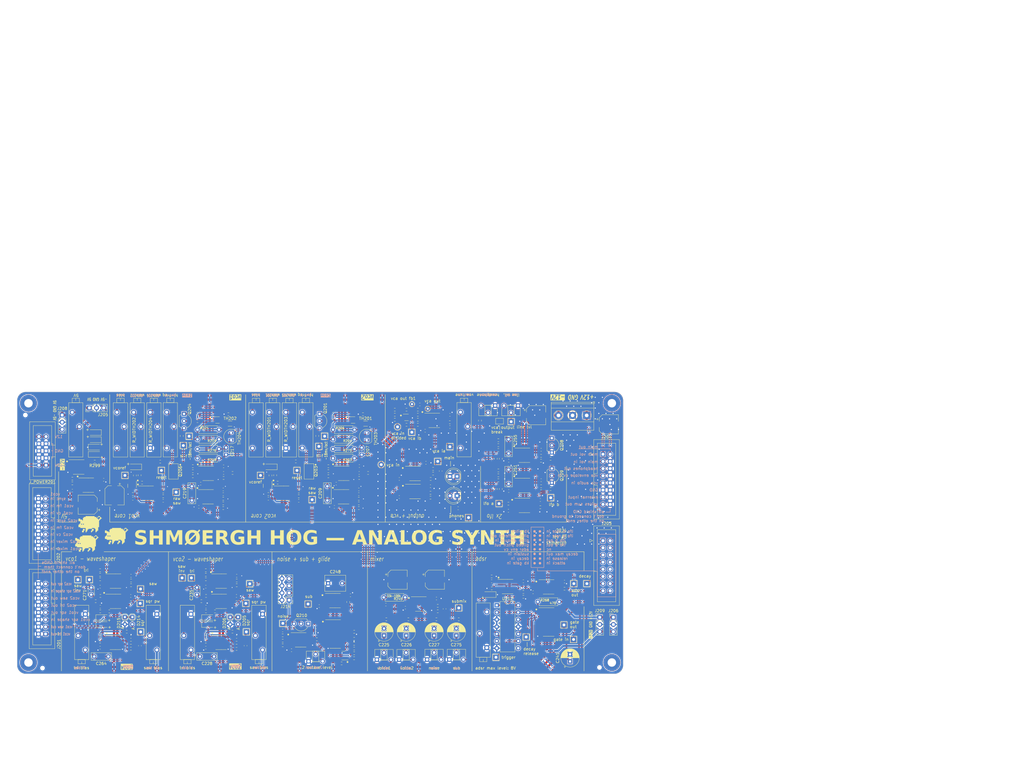
<source format=kicad_pcb>
(kicad_pcb (version 20240108) (generator "pcbnew") (generator_version "8.0")
  (layers (0 "F.Cu" signal) (31 "B.Cu" signal) (34 "B.Paste" user) (35 "F.Paste" user) (36 "B.SilkS" user "B.Silkscreen") (37 "F.SilkS" user "F.Silkscreen") (38 "B.Mask" user) (39 "F.Mask" user) (44 "Edge.Cuts" user))
  (net 0 "")
  (net 1 "GND")
  (net 2 "VCO2_CV")
  (net 3 "+12V")
  (net 4 "-12V")
  (net 5 "Net-(C207-Pad2)")
  (net 6 "/VCO 2/I_REF")
  (net 7 "Net-(C208-Pad2)")
  (net 8 "/VCO 2/RAW_SAW")
  (net 9 "Net-(U203-+)")
  (net 10 "Net-(Q203-G)")
  (net 11 "VCO1_CV")
  (net 12 "Net-(C217-Pad2)")
  (net 13 "/VCO/I_REF")
  (net 14 "Net-(C218-Pad2)")
  (net 15 "Net-(Q205-C2)")
  (net 16 "/VCO/RAW_SAW")
  (net 17 "Net-(U206-+)")
  (net 18 "Net-(Q206-G)")
  (net 19 "Net-(C225-Pad1)")
  (net 20 "Net-(C225-Pad2)")
  (net 21 "Net-(C226-Pad1)")
  (net 22 "Net-(C226-Pad2)")
  (net 23 "Net-(C227-Pad1)")
  (net 24 "Net-(C227-Pad2)")
  (net 25 "/VCO2 Waveshapers/SAW_INV")
  (net 26 "VCO2_TRI")
  (net 27 "Net-(U211A--)")
  (net 28 "Net-(U210B--)")
  (net 29 "VCO2_SQR")
  (net 30 "Net-(C240-Pad1)")
  (net 31 "Net-(U215-S3)")
  (net 32 "Net-(Q202-C2)")
  (net 33 "Net-(U214B-+)")
  (net 34 "GLIDE_AMOUNT")
  (net 35 "/Buffers/LFO_B_IN")
  (net 36 "/VCO1 Waveshapers/SAW_INV")
  (net 37 "Net-(C273-Pad1)")
  (net 38 "Net-(D203-K)")
  (net 39 "+5C")
  (net 40 "Net-(U219A--)")
  (net 41 "/Buffers/LFO_A_IN")
  (net 42 "Net-(U220A--)")
  (net 43 "-5V")
  (net 44 "Net-(D216-K)")
  (net 45 "Net-(Q201-E)")
  (net 46 "Net-(Q201-B)")
  (net 47 "Net-(Q210-E)")
  (net 48 "Net-(Q202-E1)")
  (net 49 "Net-(Q202-B1)")
  (net 50 "Net-(D212-K)")
  (net 51 "Net-(R203-Pad2)")
  (net 52 "VCO1_TRI")
  (net 53 "Net-(U202B--)")
  (net 54 "Net-(U227A--)")
  (net 55 "Net-(U226B--)")
  (net 56 "VCO1_SQR")
  (net 57 "VCO2_SYNC")
  (net 58 "Net-(C274-Pad1)")
  (net 59 "VCO2_SAW")
  (net 60 "Net-(D205-K)")
  (net 61 "Net-(D207-K)")
  (net 62 "Net-(D205-A)")
  (net 63 "KB_GATE")
  (net 64 "Net-(D208-A)")
  (net 65 "Net-(D209-A)")
  (net 66 "Net-(D210-K)")
  (net 67 "Net-(D211-K)")
  (net 68 "VCO1_SAW")
  (net 69 "Net-(D214-K)")
  (net 70 "Net-(D214-A)")
  (net 71 "MAIN_VOL_MAX")
  (net 72 "VCO1_AUDIO")
  (net 73 "VCO1_FM")
  (net 74 "VCO1_SQR_SHAPE")
  (net 75 "VCO2_FM")
  (net 76 "NOISE")
  (net 77 "KB_PITCH")
  (net 78 "ADSR_ENV_CV")
  (net 79 "PITCH_BUFFERED")
  (net 80 "DECAY_MAX")
  (net 81 "GLIDED_PITCH")
  (net 82 "LFO_A_RATE")
  (net 83 "DECAY")
  (net 84 "SUSTAIN")
  (net 85 "LFO_A")
  (net 86 "RELEASE")
  (net 87 "LFO_B")
  (net 88 "SUBMIX")
  (net 89 "VCA_AUDIO_IN")
  (net 90 "VCA_ENV_CV")
  (net 91 "MAIN_OUT")
  (net 92 "HEADPHONES")
  (net 93 "/VCO 2/HI_FREQ_COMP")
  (net 94 "Net-(Q204-E)")
  (net 95 "Net-(Q204-B)")
  (net 96 "/VCO/HI_FREQ_COMP")
  (net 97 "Net-(Q205-E1)")
  (net 98 "Net-(Q205-B1)")
  (net 99 "Net-(Q207-E1)")
  (net 100 "Net-(Q207-B1)")
  (net 101 "Net-(Q207-C2)")
  (net 102 "Net-(Q207-C1)")
  (net 103 "Net-(Q208-C)")
  (net 104 "Net-(Q208-B)")
  (net 105 "Net-(Q209-C)")
  (net 106 "Net-(Q209-B)")
  (net 108 "Net-(Q210-B)")
  (net 109 "/VCO 2/CV_INT")
  (net 110 "Net-(R206-Pad2)")
  (net 111 "Net-(R210-Pad2)")
  (net 112 "/VCO/CV_INT")
  (net 113 "Net-(R218-Pad2)")
  (net 114 "Net-(R221-Pad2)")
  (net 115 "Net-(R225-Pad2)")
  (net 116 "Net-(R235-Pad2)")
  (net 117 "Net-(R237-Pad2)")
  (net 118 "Net-(U207A--)")
  (net 119 "Net-(U207A-+)")
  (net 120 "/Output/AUDIO_IN")
  (net 121 "Net-(U208B--)")
  (net 122 "Net-(U209A--)")
  (net 123 "Net-(R249-Pad2)")
  (net 124 "Net-(R253-Pad2)")
  (net 125 "Net-(U209B--)")
  (net 126 "Net-(R257-Pad2)")
  (net 127 "Net-(U210A-+)")
  (net 128 "Net-(R260-Pad1)")
  (net 129 "Net-(U213A--)")
  (net 130 "Net-(U215-B1)")
  (net 131 "Net-(U214B--)")
  (net 132 "Net-(U217B--)")
  (net 133 "MAIN_VOL_IN")
  (net 134 "Net-(U216B--)")
  (net 135 "Net-(U216A--)")
  (net 136 "Net-(R277-Pad2)")
  (net 137 "Net-(U219A-+)")
  (net 138 "Net-(U220A-+)")
  (net 139 "Net-(R288-Pad1)")
  (net 140 "Net-(R289-Pad1)")
  (net 141 "Net-(U219B-+)")
  (net 142 "Net-(U220B-+)")
  (net 143 "Net-(U221A--)")
  (net 144 "Net-(U221B--)")
  (net 145 "Net-(U222A--)")
  (net 146 "Net-(U223A--)")
  (net 147 "Net-(U225A--)")
  (net 148 "Net-(R303-Pad2)")
  (net 149 "Net-(R307-Pad2)")
  (net 150 "Net-(U225B--)")
  (net 151 "Net-(R311-Pad2)")
  (net 152 "Net-(U226A-+)")
  (net 153 "Net-(R314-Pad1)")
  (net 154 "Net-(D217-K)")
  (net 155 "Net-(RV_ADSR_MAX_VOLTAGE201-Pad2)")
  (net 156 "Net-(U216A-+)")
  (net 157 "Net-(U224-ADJ)")
  (net 158 "Net-(U203-BAL)")
  (net 159 "Net-(U205B--)")
  (net 160 "Net-(U206-BAL)")
  (net 161 "Net-(U212-Pad1)")
  (net 162 "Net-(U215-S2)")
  (net 163 "Net-(U212-Pad10)")
  (net 164 "Net-(U215-B0)")
  (net 169 "Net-(U217A--)")
  (net 170 "Net-(U222B--)")
  (net 171 "Net-(U223B--)")
  (net 177 "Net-(C275-Pad1)")
  (net 178 "Net-(C275-Pad2)")
  (net 179 "VCO1_SYNC")
  (net 180 "VCO2_SQR_SHAPE")
  (net 181 "VCO2_AUDIO")
  (net 182 "EXTERNAL_INPUT")
  (net 183 "NOISE_AUDIO")
  (net 184 "SUB")
  (net 185 "SUB_AUDIO")
  (net 186 "/VCA/VCA_AUDIO_OUT")
  (net 187 "Net-(Q212-B)")
  (net 188 "Net-(Q212-C)")
  (net 189 "Net-(Q213-B)")
  (net 190 "Net-(Q213-C)")
  (net 191 "Net-(Q214-B)")
  (net 192 "Net-(Q214-C)")
  (net 193 "Net-(R204-Pad1)")
  (net 194 "Net-(R219-Pad1)")
  (net 195 "Net-(R318-Pad1)")
  (net 196 "Net-(R319-Pad1)")
  (net 197 "Net-(U228-Reset)")
  (net 198 "Net-(R333-Pad1)")
  (net 199 "Net-(U228-Q0)")
  (net 200 "Net-(R336-Pad2)")
  (net 201 "Net-(U228-Q1)")
  (net 212 "ATTACK")
  (net 214 "Net-(C282-Pad2)")
  (net 215 "Net-(C284-Pad2)")
  (net 216 "Net-(D_NEGATIVE_LIMITER201-K)")
  (net 217 "Net-(R271-Pad2)")
  (net 218 "Net-(R272-Pad1)")
  (net 219 "LFO_B_RATE")
  (footprint "TestPoint:TestPoint_THTPad_2.0x2.0mm_Drill1.0mm" (layer "F.Cu") (at 169.030685 177.292)
    (property "Reference" "TP225" (hide yes))
    (property "Value" "IVCA_A")
  )
  (footprint "Potentiometer_THT:Potentiometer_Bourns_3006P_Horizontal" (layer "F.Cu") (at 186.302685 182.88 -90)
    (property "Reference" "RV_VCA_REJECTION201" (hide yes))
    (property "Value" "10k")
  )
  (footprint "Capacitor_THT:CP_Radial_D6.3mm_P2.50mm" (layer "F.Cu") (at 176.936436 249.428 90)
    (property "Reference" "C227")
    (property "Value" "22uF")
  )
  (footprint "Resistor_SMD:R_0603_1608Metric" (layer "F.Cu") (at 176.574 191.956 180)
    (property "Reference" "R231" (hide yes))
    (property "Value" "4.7k")
  )
  (footprint "Capacitor_SMD:C_0603_1608Metric" (layer "F.Cu") (at 80.806021 201.642814 180)
    (property "Reference" "C220" (hide yes))
    (property "Value" "22p")
  )
  (footprint "Capacitor_SMD:C_0603_1608Metric" (layer "F.Cu") (at 102.235621 189.416)
    (property "Reference" "C211" (hide yes))
    (property "Value" "100n")
  )
  (footprint "Resistor_SMD:R_0603_1608Metric" (layer "F.Cu") (at 105.410621 191.749614 180)
    (property "Reference" "R220" (hide yes))
    (property "Value" "1M")
  )
  (footprint "Resistor_SMD:R_0603_1608Metric" (layer "F.Cu") (at 218.254285 197.445566)
    (property "Reference" "R289" (hide yes))
    (property "Value" "10k")
  )
  (footprint "Shmoergh_Custom_Footprints:R_Axial_DIN0207_L6.3mm_D2.5mm_P7.62mm_Horizontal" (layer "F.Cu") (at 213.723419 237.4522)
    (property "Reference" "R268")
    (property "Value" "470")
  )
  (footprint "Resistor_SMD:R_0603_1608Metric" (layer "F.Cu") (at 58.423344 226.252223 180)
    (property "Reference" "R305" (hide yes))
    (property "Value" "27k")
  )
  (footprint "Capacitor_SMD:C_0603_1608Metric" (layer "F.Cu") (at 203.295285 205.155524)
    (property "Reference" "C279" (hide yes))
    (property "Value" "100n")
  )
  (footprint "Capacitor_THT:C_Rect_L7.0mm_W2.5mm_P5.00mm" (layer "F.Cu") (at 61.342459 256.8702 180)
    (property "Reference" "C264")
    (property "Value" "10p-100p")
  )
  (footprint "Capacitor_SMD:C_0603_1608Metric" (layer "F.Cu") (at 69.383144 228.233423)
    (property "Reference" "C265" (hide yes))
    (property "Value" "100n")
  )
  (footprint "Resistor_SMD:R_0603_1608Metric" (layer "F.Cu") (at 102.108621 204.2034)
    (property "Reference" "R323" (hide yes))
    (property "Value" "1M")
  )
  (footprint "MountingHole:MountingHole_2.1mm" (layer "F.Cu") (at 31.9024 171.196)
    (property "Reference" "REF**")
    (property "Value" "MountingHole_1.152mm")
  )
  (footprint "Resistor_SMD:R_0603_1608Metric" (layer "F.Cu") (at 135.49548 178.605014 -90)
    (property "Reference" "R210" (hide yes))
    (property "Value" "510")
  )
  (footprint "Diode_SMD:D_SOD-123" (layer "F.Cu") (at 56.6176 185.1406)
    (property "Reference" "D209" (hide yes))
    (property "Value" "1N4148")
  )
  (footprint "Capacitor_SMD:C_0603_1608Metric" (layer "F.Cu") (at 164.573485 200.279)
    (property "Reference" "C245" (hide yes))
    (property "Value" "100n")
  )
  (footprint "Potentiometer_THT:Potentiometer_ACP_CA6-H2,5_Horizontal" (layer "F.Cu") (at 206.709685 167.839 -90)
    (property "Reference" "RV_LINE_OUT_LVL201" (hide yes))
    (property "Value" "10k")
  )
  (footprint "Resistor_SMD:R_0603_1608Metric" (layer "F.Cu") (at 58.435544 229.503423 180)
    (property "Reference" "R302" (hide yes))
    (property "Value" "15k")
  )
  (footprint "Shmoergh_Custom_Footprints:R_Axial_DIN0207_L6.3mm_D2.5mm_P7.62mm_Horizontal" (layer "F.Cu") (at 148.68308 179.811614 180)
    (property "Reference" "R204")
    (property "Value" "See t.comp. table" (hide yes))
  )
  (footprint "TestPoint:TestPoint_THTPad_2.0x2.0mm_Drill1.0mm" (layer "F.Cu") (at 199.967885 202.615524)
    (property "Reference" "TP230" (hide yes))
    (property "Value" "LFO_A_OUT")
  )
  (footprint "Capacitor_SMD:C_0603_1608Metric" (layer "F.Cu") (at 106.883645 228.233423)
    (property "Reference" "C229" (hide yes))
    (property "Value" "100n")
  )
  (footprint "Resistor_SMD:R_0603_1608Metric" (layer "F.Cu") (at 148.577471 248.0818)
    (property "Reference" "R332" (hide yes))
    (property "Value" "47k")
  )
  (footprint "Resistor_SMD:R_0603_1608Metric" (layer "F.Cu") (at 118.87148 192.625814 90)
    (property "Reference" "R330" (hide yes))
    (property "Value" "47k")
  )
  (footprint "Package_TO_SOT_THT:TO-92L_Inline_Wide" (layer "F.Cu") (at 136.29508 170.784614 -90)
    (property "Reference" "Q201")
    (property "Value" "2N3906")
  )
  (footprint "Resistor_SMD:R_0603_1608Metric" (layer "F.Cu") (at 103.93 170.874)
    (property "Reference" "R340" (hide yes))
    (property "Value" "100k")
  )
  (footprint "Capacitor_THT:CP_Radial_D6.3mm_P2.50mm" (layer "F.Cu") (at 225.171 258.61138 90)
    (property "Reference" "C241")
    (property "Value" "10u")
  )
  (footprint "Capacitor_SMD:C_0603_1608Metric" (layer "F.Cu") (at 128.90448 196.689814)
    (property "Reference" "C205" (hide yes))
    (property "Value" "100n")
  )
  (footprint "Package_TO_SOT_THT:TO-92L_Inline_Wide" (layer "F.Cu") (at 218.693285 190.145766 -90)
    (property "Reference" "Q209")
    (property "Value" "BC548C")
  )
  (footprint "TestPoint:TestPoint_THTPad_2.0x2.0mm_Drill1.0mm" (layer "F.Cu") (at 110.31296 248.1326)
    (property "Reference" "TP217" (hide yes))
    (property "Value" "SQR")
  )
  (footprint "Resistor_SMD:R_0603_1608Metric" (layer "F.Cu") (at 72.424021 192.562814 -90)
    (property "Reference" "R329" (hide yes))
    (property "Value" "100k")
  )
  (footprint "Resistor_SMD:R_0603_1608Metric" (layer "F.Cu") (at 150.33408 193.527614 180)
    (property "Reference" "R208" (hide yes))
    (property "Value" "1M")
  )
  (footprint "TestPoint:TestPoint_THTPad_2.0x2.0mm_Drill1.0mm" (layer "F.Cu") (at 128.26948 190.847814)
    (property "Reference" "TP204" (hide yes))
    (property "Value" "Reset OUT")
  )
  (footprint "TestPoint:TestPoint_THTPad_2.0x2.0mm_Drill1.0mm" (layer "F.Cu") (at 189.147 207.577)
    (property "Reference" "TP229" (hide yes))
    (property "Value" "PHONES_OUT")
  )
  (footprint "Capacitor_SMD:C_0603_1608Metric" (layer "F.Cu") (at 59.69 194.183)
    (property "Reference" "C262" (hide yes))
    (property "Value" "100n")
  )
  (footprint "TestPoint:TestPoint_THTPad_2.0x2.0mm_Drill1.0mm" (layer "F.Cu") (at 178.225 187.638)
    (property "Reference" "TP227" (hide yes))
    (property "Value" "MAINOUT")
  )
  (footprint "TestPoint:TestPoint_THTPad_2.0x2.0mm_Drill1.0mm" (layer "F.Cu") (at 138.08628 178.706614)
    (property "Reference" "TP201" (hide yes))
    (property "Value" "-18mV/V")
  )
  (footprint "Capacitor_THT:CP_Radial_D6.3mm_P2.50mm" (layer "F.Cu") (at 184.82737 249.428 90)
    (property "Reference" "C275")
    (property "Value" "22uF")
  )
  (footprint "Resistor_SMD:R_0603_1608Metric" (layer "F.Cu") (at 102.108621 200.9014 180)
    (property "Reference" "R325" (hide yes))
    (property "Value" "10k")
  )
  (footprint "Package_SO:SOIC-8_3.9x4.9mm_P1.27mm" (layer "F.Cu") (at 63.858944 251.847393)
    (property "Reference" "U226" (hide yes))
    (property "Value" "TL072")
  )
  (footprint "Package_TO_SOT_SMD:SOT-23" (layer "F.Cu") (at 144.78 256.54 180)
    (property "Reference" "Q212" (hide yes))
    (property "Value" "MMBT5551")
  )
  (footprint "Potentiometer_THT:Potentiometer_ACP_CA6-H2,5_Horizontal" (layer "F.Cu") (at 182.32966 257.956 90)
    (property "Reference" "RV204" (hide yes))
    (property "Value" "100k Log")
  )
  (footprint "Resistor_SMD:R_0603_1608Metric" (layer "F.Cu") (at 58.512744 235.388193 180)
    (property "Reference" "R310" (hide yes))
    (property "Value" "220k")
  )
  (footprint "TestPoint:TestPoint_THTPad_2.0x2.0mm_Drill1.0mm" (layer "F.Cu") (at 231.14 231.013)
    (property "Reference" "TP_SUSTAIN201" (hide yes))
    (property "Value" "Sustain")
  )
  (footprint "TestPoint:TestPoint_THTPad_2.0x2.0mm_Drill1.0mm" (layer "F.Cu") (at 111.53216 231.0638)
    (property "Reference" "TP211" (hide yes))
    (property "Value" "SAW")
  )
  (footprint "Package_SO:SOIC-8_3.9x4.9mm_P1.27mm" (layer "F.Cu") (at 63.873144 230.138423)
    (property "Reference" "U225" (hide yes))
    (property "Value" "TL072")
  )
  (footprint "Package_SO:SOIC-8_3.9x4.9mm_P1.27mm" (layer "F.Cu") (at 217.561819 232.155022)
    (property "Reference" "U214" (hide yes))
    (property "Value" "TL072")
  )
  (footprint "Resistor_SMD:R_0603_1608Metric" (layer "F.Cu") (at 148.538871 257.5052)
    (property "Reference" "R320" (hide yes))
    (property "Value" "220k")
  )
  (footprint "TestPoint:TestPoint_THTPad_D2.0mm_Drill1.0mm" (layer "F.Cu") (at 158.159 188.781)
    (property "Reference" "TP_VCA_AU_IN202" (hide yes))
    (property "Value" "VCA_IN")
  )
  (footprint "Capacitor_SMD:C_0603_1608Metric" (layer "F.Cu") (at 159.81 238.438 180)
    (property "Reference" "C282" (hide yes))
    (property "Value" "47p")
  )
  (footprint "Potentiometer_THT:Potentiometer_Bourns_3006P_Horizontal" (layer "F.Cu") (at 53.157859 241.8334 90)
    (property "Reference" "RV_TRI_BIAS202" (hide yes))
    (property "Value" "100k")
  )
  (footprint "Resistor_SMD:R_0603_1608Metric" (layer "F.Cu") (at 199.726085 183.6118)
    (property "Reference" "R282" (hide yes))
    (property "Value" "100k")
  )
  (footprint "Resistor_SMD:R_0603_1608Metric" (layer "F.Cu") (at 198.779685 197.446744 90)
    (property "Reference" "R281" (hide yes))
    (property "Value" "100k")
  )
  (footprint "Resistor_SMD:R_0603_1608Metric" (layer "F.Cu") (at 198.774085 186.6974 90)
    (property "Reference" "R279" (hide yes))
    (property "Value" "100k")
  )
  (footprint "Resistor_SMD:R_0603_1608Metric" (layer "F.Cu") (at 185.673992 243.6876)
    (property "Reference" "R338" (hide yes))
    (property "Value" "100k")
  )
  (footprint "Resistor_SMD:R_0603_1608Metric" (layer "F.Cu") (at 171.152085 169.2656)
    (property "Reference" "R241" (hide yes))
    (property "Value" "470k")
  )
  (footprint "Resistor_SMD:R_0603_1608Metric" (layer "F.Cu") (at 69.345344 252.027)
    (property "Reference" "R317" (hide yes))
    (property "Value" "100k")
  )
  (footprint "Capacitor_SMD:C_0603_1608Metric" (layer "F.Cu") (at 93.442221 203.801814)
    (property "Reference" "C214" (hide yes))
    (property "Value" "100n")
  )
  (footprint "Capacitor_SMD:C_0603_1608Metric" (layer "F.Cu") (at 72.561 253.043 90)
    (property "Reference" "C272" (hide yes))
    (property "Value" "33p")
  )
  (footprint "Capacitor_SMD:C_0603_1608Metric" (layer "F.Cu") (at 164.585685 193.8782)
    (property "Reference" "C243" (hide yes))
    (property "Value" "100n")
  )
  (footprint "Shmoergh_Custom_Footprints:Gyeszno" (layer "F.Cu") (at 54.864 209.931)
    (property "Reference" "G***" (hide yes))
    (property "Value" "LOGO" (hide yes))
  )
  (footprint "Capacitor_THT:C_Rect_L7.2mm_W2.5mm_P5.00mm_FKS2_FKP2_MKS2_MKP2" (layer "F.Cu") (at 90.953021 201.475814 90)
    (property "Reference" "C219")
    (property "Value" "2.2nF (foil)")
  )
  (footprint "PCM_Package_TO_SOT_SMD_AKL:SOT-23_Handsoldering" (layer "F.Cu") (at 84.423754 191.186502 -90)
    (property "Reference" "Q206")
    (property "Value" "MMBFJ111")
  )
  (footprint "Resistor_SMD:R_0603_1608Metric" (layer "F.Cu") (at 171.152085 174.6504)
    (property "Reference" "R239" (hide yes))
    (property "Value" "10k")
  )
  (footprint "TestPoint:TestPoint_THTPad_2.0x2.0mm_Drill1.0mm" (layer "F.Cu") (at 123.266894 245.10365)
    (property "Reference" "TP219" (hide yes))
    (property "Value" "NOISE")
  )
  (footprint "MountingHole:MountingHole_3mm_Pad" (layer "F.Cu") (at 33 167)
    (property "Reference" "H201" (hide yes))
    (property "Value" "MountingHole")
  )
  (footprint "Resistor_SMD:R_0603_1608Metric" (layer "F.Cu") (at 48.5648 195.453)
    (property "Reference" "R300" (hide yes))
    (property "Value" "100k")
  )
  (footprint "Capacitor_SMD:C_0603_1608Metric" (layer "F.Cu") (at 136.1694 238.9632)
    (property "Reference" "C247" (hide yes))
    (property "Value" "100n")
  )
  (footprint "Resistor_SMD:R_0603_1608Metric" (layer "F.Cu") (at 199.731685 190.855944)
    (property "Reference" "R280" (hide yes))
    (property "Value" "100k")
  )
  (footprint "Capacitor_SMD:C_0603_1608Metric" (layer "F.Cu") (at 147.2438 235.1532)
    (property "Reference" "C246" (hide yes))
    (property "Value" "100n")
  )
  (footprint "TestPoint:TestPoint_THTPad_2.0x2.0mm_Drill1.0mm" (layer "F.Cu") (at 226.4156 250.825)
    (property "Reference" "TP223" (hide yes))
    (property "Value" "Gate1")
  )
  (footprint "Capacitor_SMD:C_0603_1608Metric" (layer "F.Cu") (at 58.423344 232.094223)
    (property "Reference" "C266" (hide yes))
    (property "Value" "100n")
  )
  (footprint "Potentiometer_THT:Potentiometer_Bourns_3006P_Horizontal" (layer "F.Cu") (at 48.514 182.9168 -90)
    (property "Reference" "R_5V201" (hide yes))
    (property "Value" "10k (prec)")
  )
  (footprint "TestPoint:TestPoint_THTPad_D1.5mm_Drill0.7mm" (layer "F.Cu") (at 174.669 168.969)
    (property "Reference" "TP_VCA_OUT201" (hide yes))
    (property "Value" "VCA_OUT")
  )
  (footprint "Resistor_SMD:R_0603_1608Metric" (layer "F.Cu") (at 135.306494 250.72975)
    (property "Reference" "R337" (hide yes))
    (property "Value" "100k")
  )
  (footprint "Capacitor_SMD:C_0603_1608Metric" (layer "F.Cu") (at 174.034 188.146)
    (property "Reference" "C242" (hide yes))
    (property "Value" "100n")
  )
  (footprint "Package_TO_SOT_THT:TO-92-2" (layer "F.Cu") (at 104.902621 180.065614 90)
    (property "Reference" "TH204")
    (property "Value" "See t.comp. table")
  )
  (footprint "Capacitor_SMD:C_0603_1608Metric" (layer "F.Cu") (at 173.755085 176.7332)
    (property "Reference" "C222" (hide yes))
    (property "Value" "100n")
  )
  (footprint "Connector_IDC:IDC-Header_2x08_P2.54mm_Vertical" (layer "F.Cu") (at 236.855 185.108372)
    (property "Reference" "J204")
    (property "Value" "Conn_02x08_Counter_Clockwise")
  )
  (footprint "Resistor_SMD:R_0603_1608Metric" (layer "F.Cu") (at 127.8636 187.6552 180)
    (property "Reference" "R211" (hide yes))
    (property "Value" "22k")
  )
  (footprint "Capacitor_SMD:C_0603_1608Metric" (layer "F.Cu") (at 203.396885 187.3964)
    (property "Reference" "C254" (hide yes))
    (property "Value" "100n")
  )
  (footprint "Shmoergh_Custom_Footprints:R_Axial_DIN0207_L6.3mm_D2.5mm_P7.62mm_Horizontal" (layer "F.Cu") (at 148.68308 186.542614 180)
    (property "Reference" "R203")
    (property "Value" "See t.comp. table" (hide yes))
  )
  (footprint "Capacitor_SMD:C_0603_1608Metric" (layer "F.Cu") (at 126.335694 254.61935)
    (property "Reference" "C259" (hide yes))
    (property "Value" "100n")
  )
  (footprint "Capacitor_THT:C_Disc_D3.0mm_W1.6mm_P2.50mm" (layer "F.Cu") (at 103.124621 185.252614 90)
    (property "Reference" "C217")
    (property "Value" "100p-1n")
  )
  (footprint "Potentiometer_THT:Potentiometer_Bourns_3006P_Horizontal" (layer "F.Cu") (at 76.221021 182.923014 -90)
    (property "Reference" "R_WIDTH204")
    (property "Value" "See t.comp. table")
  )
  (footprint "Package_SO:SOIC-8_3.9x4.9mm_P1.27mm" (layer "F.Cu") (at 170.161485 198.336951)
    (property "Reference" "U216" (hide yes))
    (property "Value" "NE5532")
  )
  (footprint "Resistor_SMD:R_0603_1608Metric" (layer "F.Cu") (at 214.901485 196.443944)
    (property "Reference" "R293" (hide yes))
    (property "Value" "47k")
  )
  (footprint "TestPoint:TestPoint_THTPad_2.0x2.0mm_Drill1.0mm" (layer "F.Cu") (at 209.6008 249.9614)
    (property "Reference" "TP220" (hide yes))
    (property "Value" "DR_OUT")
  )
  (footprint "Capacitor_THT:CP_Radial_D6.3mm_P2.50mm" (layer "F.Cu") (at 167.059525 249.428 90)
    (property "Reference" "C226")
    (property "Value" "22uF")
  )
  (footprint "Capacitor_SMD:C_0603_1608Metric" (layer "F.Cu") (at 179.241 191.067 90)
    (property "Reference" "C276" (hide yes))
    (property "Value" "100p")
  )
  (footprint "Shmoergh_Custom_Footprints:R_Axial_DIN0207_L6.3mm_D2.5mm_P7.62mm_Horizontal" (layer "F.Cu") (at 92.964621 176.382614)
    (property "Reference" "R221")
    (property "Value" "See t.comp. table" (hide yes))
  )
  (footprint "Resistor_SMD:R_0603_1608Metric" (layer "F.Cu") (at 123.192642 249.38695 180)
    (property "Reference" "R296" (hide yes))
    (property "Value" "470k")
  )
  (footprint "Capacitor_SMD:C_0603_1608Metric" (layer "F.Cu") (at 95.923845 232.094223)
    (property "Reference" "C230" (hide yes))
    (property "Value" "100n")
  )
  (footprint "Diode_THT:D_DO-34_SOD68_P2.54mm_Vertical_AnodeUp" (layer "F.Cu") (at 67.2084 242.89313 -90)
    (property "Reference" "D215")
    (property "Value" "5.1V")
  )
  (footprint "Resistor_SMD:R_0603_1608Metric" (layer "F.Cu") (at 148.564271 255.7526)
    (property "Reference" "R336" (hide yes))
    (property "Value" "100k")
  )
  (footprint "Resistor_SMD:R_0603_1608Metric" (layer "F.Cu") (at 128.90448 198.340814)
    (property "Reference" "R215" (hide yes))
    (property "Value" "2.2k")
  )
  (footprint "Diode_THT:D_DO-34_SOD68_P2.54mm_Vertical_AnodeUp" (layer "F.Cu") (at 69.853344 242.88606 -90)
    (property "Reference" "D214")
    (property "Value" "5.1V")
  )
  (footprint "TestPoint:TestPoint_THTPad_2.0x2.0mm_Drill1.0mm" (layer "F.Cu") (at 133.648 201.227)
    (property "Reference" "TP233" (hide yes))
    (property "Value" "RAW_SAW")
  )
  (footprint "Potentiometer_THT:Potentiometer_ACP_CA6-H2,5_Horizontal" (layer "F.Cu") (at 174.435836 257.956 90)
    (property "Reference" "RV202" (hide yes))
    (property "Value" "100k Log")
  )
  (footprint "Resistor_SMD:R_0603_1608Metric" (layer "F.Cu") (at 91.313621 191.114614)
    (property "Reference" "R319" (hide yes))
    (property "Value" "100k")
  )
  (footprint "Resistor_SMD:R_0603_1608Metric" (layer "F.Cu") (at 208.598 235.712)
    (property "Reference" "R266" (hide yes))
    (property "Value" "10k")
  )
  (footprint "Resistor_SMD:R_0603_1608Metric" (layer "F.Cu") (at 95.974645 240.874593)
    (property "Reference" "R252" (hide yes))
    (property "Value" "100k")
  )
  (footprint "TestPoint:TestPoint_THTPad_2.0x2.0mm_Drill1.0mm" (layer "F.Cu") (at 72.812459 248.1326)
    (property "Reference" "TP218" (hide yes))
    (property "Value" "SQR")
  )
  (footprint "Package_TO_SOT_THT:TO-92L_Inline_Wide" (layer "F.Cu") (at 88.196621 170.784614 -90)
    (property "Reference" "Q204")
    (property "Value" "2N3906")
  )
  (footprint "Package_DIP:DIP-14_W7.62mm" (layer "F.Cu") (at 199.1614 238.6838)
    (property "Reference" "U212")
    (property "Value" "4002")
  )
  (footprint "Capacitor_SMD:C_0603_1608Metric" (layer "F.Cu") (at 150.20708 197.5994)
    (property "Reference" "C203" (hide yes))
    (property "Value" "100n")
  )
  (footprint "Diode_SMD:D_SOD-123" (layer "F.Cu") (at 96.787445 243.058993)
    (property "Reference" "D204" (hide yes))
    (property "Value" "1N4148")
  )
  (footprint "Package_SO:SOIC-8_3.9x4.9mm_P1.27mm" (layer "F.Cu") (at 101.373645 230.138423)
    (property "Reference" "U209" (hide yes))
    (property "Value" "TL072")
  )
  (footprint "Resistor_SMD:R_0603_1608Metric" (layer "F.Cu") (at 199.731685 192.608544 180)
    (property "Reference" "R285" (hide yes))
    (property "Value" "100k")
  )
  (footprint "Capacitor_SMD:C_0603_1608Metric" (layer "F.Cu") (at 175.634885 196.4182)
    (property "Reference" "C244" (hide yes))
    (property "Value" "100n")
  )
  (footprint "TestPoint:TestPoint_THTPad_2.0x2.0mm_Drill1.0mm" (layer "F.Cu") (at 90.805 228.981)
    (property "Reference" "TP213" (hide yes))
    (property "Value" "TRI")
  )
  (footprint "Capacitor_SMD:CP_Elec_6.3x5.4" (layer "F.Cu") (at 63.544 199.697 -90)
    (property "Reference" "C252" (hide yes))
    (property "Value" "47u")
  )
  (footprint "Resistor_SMD:R_0603_1608Metric" (layer "F.Cu") (at 162.985485 169.2656)
    (property "Reference" "R236" (hide yes))
    (property "Value" "10k")
  )
  (footprint "Resistor_SMD:R_0603_1608Metric" (layer "F.Cu") (at 214.895885 185.6946)
    (property "Reference" "R292" (hide yes))
    (property "Value" "47k")
  )
  (footprint "Capacitor_THT:C_Rect_L7.0mm_W2.5mm_P5.00mm" (layer "F.Cu") (at 203.351685 190.565744 -90)
    (property "Reference" "C251")
    (property "Value" "22n-47n (foil)")
  )
  (footprint "Resistor_SMD:R_0603_1608Metric" (layer "F.Cu") (at 69.333144 254.059 180)
    (property "Reference" "R315" (hide yes))
    (property "Value" "240k")
  )
  (footprint "Package_TO_SOT_SMD:SOT-23" (layer "F.Cu") (at 117.85548 196.308814 -90)
    (property "Reference" "Q213" (hide yes))
    (property "Value" "MMBT5551")
  )
  (footprint "Resistor_SMD:R_0603_1608Metric" (layer "F.Cu") (at 139.41208 191.114614)
    (property "Reference" "R318" (hide yes))
    (property "Value" "100k")
  )
  (footprint "Potentiometer_THT:Potentiometer_Bourns_3006P_Horizontal" (layer "F.Cu") (at 112.48308 182.923014 -90)
    (property "Reference" "R_BIAS203" (hide yes))
    (property "Value" "100k (prec)")
  )
  (footprint "Resistor_SMD:R_0603_1608Metric" (layer "F.Cu") (at 91.313621 192.892614 180)
    (property "Reference" "R217" (hide yes))
    (property "Value" "150k")
  )
  (footprint "Resistor_SMD:R_0603_1608Metric" (layer "F.Cu") (at 144.113944 259.334)
    (property "Reference" "R321" (hide yes))
    (property "Value" "47k")
  )
  (footprint "Resistor_SMD:R_0603_1608Metric" (layer "F.Cu") (at 70.773021 192.625814 90)
    (property "Reference" "R331" (hide yes))
    (property "Value" "47k")
  )
  (footprint "Resistor_SMD:R_0603_1608Metric" (layer "F.Cu") (at 159.981392 243.6876)
    (property "Reference" "R242" (hide yes))
    (property "Value" "100k")
  )
  (footprint "Package_SO:SOIC-16_3.9x9.9mm_P1.27mm" (layer "F.Cu") (at 217.561819 244.6274)
    (property "Reference" "U215" (hide yes))
    (property "Value" "CD4053B")
  )
  (footprint "TestPoint:TestPoint_THTPad_2.0x2.0mm_Drill1.0mm" (layer "F.Cu") (at 223.012 245.6688)
    (property "Reference" "TP222" (hide yes))
    (property "Value" "Gate2")
  )
  (footprint "Capacitor_SMD:C_0603_1608Metric" (layer "F.Cu") (at 106.845845 249.916993)
    (property "Reference" "C233" (hide yes))
    (property "Value" "100n")
  )
  (footprint "Resistor_SMD:R_0603_1608Metric" (layer "F.Cu") (at 121.41148 195.165814)
    (property "Reference" "R212" (hide yes))
    (property "Value" "150k")
  )
  (footprint "Resistor_SMD:R_0603_1608Metric" (layer "F.Cu") (at 96.013245 235.388193 180)
    (property "Reference" "R256" (hide yes))
    (property "Value" "220k")
  )
  (footprint "Resistor_SMD:R_0603_1608Metric" (layer "F.Cu") (at 214.870485 187.4472)
    (property "Reference" "R290" (hide yes))
    (property "Value" "47k")
  )
  (footprint "Resistor_SMD:R_0603_1608Metric" (layer "F.Cu") (at 95.923845 251.593393 180)
    (property "Reference" "R259" (hide yes))
    (property "Value" "220k")
  )
  (footprint "Resistor_SMD:R_0603_1608Metric" (layer "F.Cu") (at 92.964621 170.794614 180)
    (property "Reference" "R224" (hide yes))
    (property "Value" "1.5k")
  )
  (footprint "Capacitor_SMD:CP_Elec_6.3x7.7" (layer "F.Cu") (at 238.931 174.498)
    (property "Reference" "C260" (hide yes))
    (property "Value" "100u")
  )
  (footprint "Capacitor_SMD:C_0603_1608Metric" (layer "F.Cu") (at 69.294544 235.388193)
    (property "Reference" "C267" (hide yes))
    (property "Value" "100n")
  )
  (footprint "Capacitor_SMD:C_0603_1608Metric" (layer "F.Cu") (at 214.908285 183.5356)
    (property "Reference" "C253" (hide yes))
    (property "Value" "100n")
  )
  (footprint "Package_SO:SOIC-8_3.9x4.9mm_P1.27mm" (layer "F.Cu") (at 129.580294 250.95835)
    (property "Reference" "U222" (hide yes))
    (property "Value" "TL072")
  )
  (footprint "Resistor_SMD:R_0603_1608Metric" (layer "F.Cu") (at 69.396144 229.909823)
    (property "Reference" "R309" (hide yes))
    (property "Value" "100k")
  )
  (footprint "TestPoint:TestPoint_THTPad_2.0x2.0mm_Drill1.0mm" (layer "F.Cu") (at 204.26 173.541)
    (property "Reference" "TP228" (hide yes))
    (property "Value" "MAX_LINEOUT")
  )
  (footprint "Package_TO_SOT_SMD:SOT-363_SC-70-6" (layer "F.Cu") (at 167.138885 172.0088)
    (property "Reference" "Q207" (hide yes))
    (property "Value" "BC847BS")
  )
  (footprint "Resistor_SMD:R_0603_1608Metric" (layer "F.Cu") (at 70.011021 199.229814)
    (property "Reference" "R228" (hide yes))
    (property "Value" "100k")
  )
  (footprint "MountingHole:MountingHole_3mm_Pad" (layer "F.Cu") (at 33 259)
    (property "Reference" "H204" (hide yes))
    (property "Value" "MountingHole")
  )
  (footprint "Potentiometer_THT:Potentiometer_Bourns_3006P_Horizontal" (layer "F.Cu") (at 90.65836 241.8334 90)
    (property "Reference" "RV_TRI_BIAS201" (hide yes))
    (property "Value" "100k")
  )
  (footprint "Package_SO:SOIC-8_3.9x4.9mm_P1.27mm" (layer "F.Cu") (at 202.9968 232.0798)
    (property "Reference" "U213" (hide yes))
    (property "Value" "LM358")
  )
  (footprint "Capacitor_SMD:C_0603_1608Metric" (layer "F.Cu") (at 214.913885 194.284944)
    (property "Reference" "C249" (hide yes))
    (property "Value" "100n")
  )
  (footprint "Connector_PinHeader_2.54mm:PinHeader_1x03_P2.54mm_Vertical" (layer "F.Cu") (at 235.712 242.951)
    (property "Reference" "J209")
    (property "Value" "Conn_01x03")
  )
  (footprint "Capacitor_SMD:C_0603_1608Metric" (layer "F.Cu") (at 212.050019 234.060022)
    (property "Reference" "C239" (hide yes))
    (property "Value" "100n")
  )
  (footprint "Capacitor_SMD:C_0603_1608Metric" (layer "F.Cu") (at 203.402485 198.145744)
    (property "Reference" "C250" (hide yes))
    (property "Value" "100n")
  )
  (footprint "Capacitor_SMD:C_0603_1608Metric" (layer "F.Cu") (at 142.20108 195.521414)
    (property "Reference" "C202" (hide yes))
    (property "Value" "100n")
  )
  (footprint "Capacitor_SMD:C_0603_1608Metric" (layer "F.Cu") (at 94.102621 195.521414)
    (property "Reference" "C212" (hide yes))
    (property "Value" "100n")
  )
  (footprint "Package_TO_SOT_THT:TO-92-2" (layer "F.Cu") (at 153.00108 180.065614 90)
    (property "Reference" "TH203")
    (property "Value" "See t.comp. table" (hide yes))
  )
  (footprint "Package_SO:SOIC-8_3.9x4.9mm_P1.27mm" (layer "F.Cu") (at 96.774621 191.876614)
    (property "Reference" "U204" (hide yes))
    (property "Value" "TL072")
  )
  (footprint "Capacitor_SMD:C_0603_1608Metric" (layer "F.Cu") (at 171.862 167.445)
    (property "Reference" "C285" (hide yes))
    (property "Value" "47p")
  )
  (footprint "Diode_THT:D_DO-34_SOD68_P2.54mm_Vertical_AnodeUp" (layer "F.Cu") (at 107.353845 242.88606 -90)
    (property "Reference" "D205")
    (property "Value" "5.1V")
  )
  (footprint "Resistor_SMD:R_0603_1608Metric" (layer "F.Cu") (at 102.235621 193.527614 180)
    (property "Reference" "R223" (hide yes))
    (property "Value" "1M")
  )
  (footprint "Resistor_SMD:R_0603_1608Metric" (layer "F.Cu") (at 167.804592 243.6876)
    (property "Reference" "R243" (hide yes))
    (property "Value" "100k")
  )
  (footprint "Package_SO:SOIC-8_3.9x4.9mm_P1.27mm" (layer "F.Cu") (at 96.709354 200.195014)
    (property "Reference" "U205" (hide yes))
    (property "Value" "TL072")
  )
  (footprint "Resistor_SMD:R_0603_1608Metric_Pad0.98x0.95mm_HandSolder" (layer "F.Cu") (at 175.710885 193.8782 180)
    (property "Reference" "R270" (hide yes))
    (property "Value" "100k")
  )
  (footprint "Resistor_SMD:R_0603_1608Metric" (layer "F.Cu") (at 218.248685 186.696222)
    (property "Reference" "R288" (hide yes))
    (property "Value" "10k")
  )
  (footprint "Potentiometer_THT:Potentiometer_Bourns_3006P_Horizontal" (layer "F.Cu") (at 78.552859 241.8334 90)
    (property "Reference" "RV_SAW_BIAS202" (hide yes))
    (property "Value" "10k")
  )
  (footprint "Capacitor_SMD:CP_Elec_6.3x5.4" (layer "F.Cu") (at 177.2 229.616)
    (property "Reference" "C280" (hide yes))
    (property "Value" "47u")
  )
  (footprint "Capacitor_SMD:C_0603_1608Metric" (layer "F.Cu") (at 69.345344 249.916993)
    (property "Reference" "C269" (hide yes))
    (property "Value" "100n")
  )
  (footprint "Package_SO:SOIC-8_3.9x4.9mm_P1.27mm" (layer "F.Cu") (at 123.535987 198.933502)
    (property "Reference" "U203" (hide yes))
    (property "Value" "LM311")
  )
  (footprint "Resistor_SMD:R_0603_1608Metric" (layer "F.Cu") (at 171.152085 171.060533)
    (property "Reference" "R238" (hide yes))
    (property "Value" "10k")
  )
  (footprint "TestPoint:TestPoint_THTPad_D1.5mm_Drill0.7mm" (layer "F.Cu") (at 169.081 167.318)
    (property "Reference" "TP_VCA_OUT202" (hide yes))
    (property "Value" "VCA_OUT_FB")
  )
  (footprint "PCM_Package_TO_SOT_SMD_AKL:SOT-23_Handsoldering" (layer "F.Cu") (at 132.522213 191.186502 -90)
    (property "Reference" "Q203")
    (property "Value" "MMBFJ111")
  )
  (footprint "Capacitor_THT:CP_Radial_D6.3mm_P2.50mm" (layer "F.Cu") (at 159.168592 249.428 90)
    (property "Reference" "C225")
    (property "Value" "22uF")
  )
  (footprint "TestPoint:TestPoint_THTPad_2.0x2.0mm_Drill1.0mm" (layer "F.Cu") (at 218.313 200.533)
    (property "Reference" "TP231" (hide yes))
    (property "Value" "LFO_B_OUT")
  )
  (footprint "Resistor_SMD:R_0603_1608Metric" (layer "F.Cu") (at 139.41208 189.336614)
    (property "Reference" "R201" (hide yes))
    (property "Value" "100k")
  )
  (footprint "Capacitor_SMD:C_0603_1608Metric" (layer "F.Cu") (at 95.974645 239.198193)
    (property "Reference" "C232" (hide yes))
    (property "Value" "100n")
  )
  (footprint "Capacitor_SMD:C_0603_1608Metric" (layer "F.Cu") (at 182.543485 171.1452)
    (property "Reference" "C221" (hide yes))
    (property "Value" "100n")
  )
  (footprint "Connector_PinHeader_2.54mm:PinHeader_1x03_P2.54mm_Vertical" (layer "F.Cu") (at 240.538 242.966)
    (property "Reference" "J206")
    (property "Value" "Conn_01x03")
  )
  (footprint "Resistor_SMD:R_1206_3216Metric_Pad1.30x1.75mm_HandSolder" (layer "F.Cu") (at 152.62008 174.223614)
    (property "Reference" "TH201")
    (property "Value" "PTS120602B100RP100")
  )
  (footprint "TestPoint:TestPoint_THTPad_2.0x2.0mm_Drill1.0mm" (layer "F.Cu") (at 87.947621 182.0164)
    (property "Reference" "TP206" (hide yes))
    (property "Value" "HiFreq")
  )
  (footprint "Capacitor_SMD:C_0603_1608Metric" (layer "F.Cu") (at 58.423344 253.726993)
    (property "Reference" "C270" (hide yes))
    (property "Value" "100n")
  )
  (footprint "Resistor_SMD:R_0603_1608Metric" (layer "F.Cu") (at 105.372645 248.031)
    (property "Reference" "R257" (hide yes))
    (property "Value" "47k")
  )
  (footprint "Resistor_SMD:R_0603_1608Metric" (layer "F.Cu") (at 148.564271 250.6218 180)
    (property "Reference" "R333" (hide yes))
    (property "Value" "47k")
  )
  (footprint "Resistor_SMD:R_0603_1608Metric" (layer "F.Cu") (at 48.5648 193.7512)
    (property "Reference" "R301" (hide yes))
    (property "Value" "100k")
  )
  (footprint "Resistor_SMD:R_0603_1608Metric" (layer "F.Cu") (at 171.152085 172.855466)
    (property "Reference" "R240" (hide yes))
    (property "Value" "470k")
  )
  (footprint "Package_SO:SOIC-8_3.9x4.9mm_P1.27mm" (layer "F.Cu") (at 208.990485 196.215344)
    (property "Reference" "U220" (hide yes))
    (property "Value" "TL072")
  )
  (footprint "Connector_IDC:IDC-Header_2x08_P2.54mm_Vertical" (layer "F.Cu") (at 39.064934 248.874107 180)
    (property "Reference" "J201")
    (property "Value" "Conn_02x08_Counter_Clockwise")
  )
  (footprint "Resistor_SMD:R_0603_1608Metric" (layer "F.Cu") (at 106.795045 237.572593 180)
    (property "Reference" "R262" (hide yes))
    (property "Value" "100k")
  )
  (footprint "Resistor_SMD:R_0603_1608Metric" (layer "F.Cu") (at 106.896645 229.909823)
    (property "Reference" "R255" (hide yes))
    (property "Value" "100k")
  )
  (footprint "Resistor_SMD:R_0603_1608Metric" (layer "F.Cu") (at 208.6102 233.9848 180)
    (property "Reference" "R265" (hide yes))
    (property "Value" "75k")
  )
  (footprint "Resistor_SMD:R_0603_1608Metric" (layer "F.Cu") (at 214.623685 203.885524 180)
    (property "Reference" "R295" (hide yes))
    (property "Value" "1k")
  )
  (footprint "Diode_SMD:D_SOD-123" (layer "F.Cu") (at 196.5452 234.9246 180)
    (property "Reference" "D207" (hide yes))
    (property "Value" "1N4148")
  )
  (footprint "Shmoergh_Custom_Footprints:R_Axial_DIN0207_L6.3mm_D2.5mm_P7.62mm_Horizontal" (layer "F.Cu") (at 100.584621 179.811614 180)
    (property "Reference" "R219")
    (property "Value" "See t.comp. table" (hide yes))
  )
  (footprint "Capacitor_SMD:C_0603_1608Metric" (layer "F.Cu") (at 102.108621 199.2504)
    (property "Reference" "C274" (hide yes))
    (property "Value" "47p")
  )
  (footprint "Resistor_SMD:R_0603_1608Metric" (layer "F.Cu") (at 56.848544 237.216993 180)
    (property "Reference" "R307" (hide yes))
    (property "Value" "100k")
  )
  (footprint "Diode_SMD:D_SOD-123" (layer "F.Cu") (at 118.87148 189.577814 180)
    (property "Reference" "D216" (hide yes))
    (property "Value" "1N4148")
  )
  (footprint "Package_SO:SOIC-8_3.9x4.9mm_P1.27mm" (layer "F.Cu") (at 141.7716 237.0582)
    (property "Reference" "U218" (hide yes))
    (property "Value" "TL072")
  )
  (footprint "Package_SO:SOIC-8_3.9x4.9mm_P1.27mm" (layer "F.Cu") (at 75.437528 198.933502)
    (property "Reference" "U206" (hide yes))
    (property "Value" "LM311")
  )
  (footprint "Resistor_SMD:R_0603_1608Metric" (layer "F.Cu") (at 214.876085 198.196544)
    (property "Reference" "R291" (hide yes))
    (property "Value" "47k")
  )
  (footprint "Package_SO:SOIC-8_3.9x4.9mm_P1.27mm" (layer "F.Cu") (at 101.373645 237.293193)
    (property "Reference" "U211" (hide yes))
    (property "Value" "TL072")
  )
  (footprint "Resistor_SMD:R_0603_1608Metric" (layer "F.Cu") (at 175.647885 198.755)
    (property "Reference" "R273" (hide yes))
    (property "Value" "100")
  )
  (footprint "Package_TO_SOT_SMD:SOT-363_SC-70-6" (layer "F.Cu") (at 100.076621 172.953614)
    (property "Reference" "Q205" (hide yes))
    (property "Value" "BC847BS")
  )
  (footprint "Resistor_SMD:R_0603_1608Metric" (layer "F.Cu") (at 95.936045 248.189793)
    (property "Reference" "R258" (hide yes))
    (property "Value" "2.2k")
  )
  (footprint "Capacitor_SMD:C_0603_1608Metric" (layer "F.Cu") (at 197.358 230.1748)
    (property "Reference" "C240" (hide yes))
    (property "Value" "10n")
  )
  (footprint "Potentiometer_THT:Potentiometer_Bourns_3006P_Horizontal" (layer "F.Cu") (at 124.31948 182.923014 -90)
    (property "Reference" "R_WIDTH203")
    (property "Value" "See t.comp. table")
  )
  (footprint "Resistor_SMD:R_0603_1608Metric" (layer "F.Cu") (at 69.396144 231.586223)
    (property "Reference" "R308" (hide yes))
    (property "Value" "100k")
  )
  (footprint "Potentiometer_THT:Potentiometer_Bourns_3006P_Horizontal" (layer "F.Cu") (at 64.384621 182.923014 -90)
    (property "Reference" "R_BIAS201" (hide yes))
    (property "Value" "100k (prec)")
  )
  (footprint "Capacitor_THT:C_Rect_L7.2mm_W2.5mm_P5.00mm_FKS2_FKP2_MKS2_MKP2" (layer "F.Cu") (at 139.05148 201.475814 90)
    (property "Reference" "C209")
    (property "Value" "2.2nF (foil)")
  )
  (footprint "Capacitor_SMD:C_0603_1608Metric_Pad1.08x0.95mm_HandSolder" (layer "F.Cu") (at 185.464 204.275 180)
    (property "Reference" "C277" (hide yes))
    (property "Value" "1u")
  )
  (footprint "TerminalBlock_Phoenix:TerminalBlock_Phoenix_MKDS-1,5-3_1x03_P5.00mm_Horizontal" (layer "F.Cu") (at 231.0638 171.323 180)
    (property "Reference" "J207" (hide yes))
    (property "Value" "Screw_Terminal_01x03")
  )
  (footprint "Capacitor_SMD:C_0603_1608Metric" (layer "F.Cu") (at 150.412 189.289)
    (property "Reference" "C201" (hide yes))
    (property "Value" "100n")
  )
  (footprint "Capacitor_SMD:C_0603_1608Metric" (layer "F.Cu") (at 102.235621 191.749614 180)
    (property "Reference" "C218" (hide yes))
    (property "Value" "100p")
  )
  (footprint "Resistor_SMD:R_0603_1608Metric" (layer "F.Cu") (at 95.936045 229.503423 180)
    (property "Reference" "R248" (hide yes))
    (property "Value" "15k")
  )
  (footprint "Potentiometer_THT:Potentiometer_Bourns_3006P_Horizontal" (layer "F.Cu") (at 116.05336 241.8334 90)
    (property "Reference" "RV_SAW_BIAS201" (hide yes))
    (property "Value" "10k")
  )
  (footprint "Capacitor_SMD:CP_Elec_6.3x5.4" (layer "F.Cu") (at 163.957 229.616)
    (property "Reference" "C281" (hide yes))
    (property "Value" "47u")
  )
  (footprint "Resistor_SMD:R_0603_1608Metric" (layer "F.Cu") (at 120.52248 192.562814 -90)
    (property "Reference" "R328" (hide yes))
    (property "Value" "100k")
  )
  (footprint "Diode_SMD:D_SOD-123" (layer "F.Cu") (at 56.516 179.959 180)
    (property "Reference" "D211" (hide yes))
    (property "Value" "1N4148")
  )
  (footprint "Resistor_SMD:R_0603_1608Metric" (layer "F.Cu") (at 175.647885 200.4822 180)
    (property "Reference" "R274" (hide yes))
    (property "Value" "100")
  )
  (footprint "Resistor_SMD:R_0603_1608Metric" (layer "F.Cu") (at 141.06308 170.794614 180)
    (property "Reference" "R209" (hide yes))
    (property "Value" "1.5k")
  )
  (footprint "Capacitor_SMD:C_0603_1608Metric" (layer "F.Cu") (at 180.638 239.975 90)
    (property "Reference" "C283" (hide yes))
    (property "Value" "47p")
  )
  (footprint "Capacitor_SMD:C_0603_1608Metric" (layer "F.Cu") (at 102.108621 197.5994)
    (property "Reference" "C213" (hide yes))
    (property "Value" "100n")
  )
  (footprint "Resistor_SMD:R_0603_1608Metric" (layer "F.Cu") (at 106.833645 254.186 180)
    (property "Reference" "R261" (hide yes))
    (property "Value" "240k")
  )
  (footprint "Capacitor_SMD:C_0603_1608Metric" (layer "F.Cu") (at 128.90448 201.642814 180)
    (property "Reference" "C210" (hide yes))
    (property "Value" "22p")
  )
  (footprint "Shmoergh_Custom_Footprints:Gyeszno" (layer "F.Cu") (at 64.262 214.122)
    (property "Reference" "G***" (hide yes))
    (property "Value" "LOGO" (hide yes))
  )
  (footprint "Resistor_SMD:R_0603_1608Metric" (layer "F.Cu") (at 203.295285 202.615524)
    (property "Reference" "R294" (hide yes))
    (property "Value" "1k")
  )
  (footprint "Potentiometer_THT:Potentiometer_ACP_CA6-H2,5_Horizontal" (layer "F.Cu") (at 164.509 257.996 90)
    (property "Reference" "RV205" (hide yes))
    (property "Value" "100k Log")
  )
  (footprint "Resistor_SMD:R_0603_1608Metric" (layer "F.Cu") (at 139.41208 192.892614 180)
    (property "Reference" "R202" (hide yes))
    (property "Value" "150k")
  )
  (footprint "Resistor_SMD:R_0603_1608Metric" (layer "F.Cu") (at 106.896645 231.586223)
    (property "Reference" "R254" (hide yes))
    (property "Value" "100k")
  )
  (footprint "Resistor_SMD:R_0603_1608Metric" (layer "F.Cu") (at 162.985485 172.855466 180)
    (property "Reference" "R233" (hide yes))
    (property "Value" "220")
  )
  (footprint "Resistor_SMD:R_0603_1608Metric" (layer "F.Cu") (at 200.602885 186.6852 -90)
    (property "Reference" "R286" (hide yes))
    (property "Value" "100k")
  )
  (footprint "Diode_SMD:D_SOD-123" (layer "F.Cu") (at 70.773021 189.577814 180)
    (property "Reference" "D217" (hide yes))
    (property "Value" "1N4148")
  )
  (footprint "MountingHole:MountingHole_2.1mm" (layer "F.Cu") (at 235.6104 260.7564)
    (property "Reference" "REF**")
    (property "Value" "MountingHole_1.152mm")
  )
  (footprint "Capacitor_SMD:C_0603_1608Metric" (layer "F.Cu") (at 182.543 175.446)
    (property "Reference" "C284" (hide yes))
    (property "Value" "47p")
  )
  (footprint "MountingHole:MountingHole_3mm_Pad" (layer "F.Cu") (at 240 167)
    (property "Reference" "H202" (hide yes))
    (property "Value" "MountingHole")
  )
  (footprint "Potentiometer_THT:Potentiometer_Bourns_3006P_Horizontal" (layer "F.Cu") (at 118.42668 182.923014 -90)
    (property "Reference" "R_WIDTH201")
    (property "Value" "See t.comp. table")
  )
  (footprint "Resistor_SMD:R_0603_1608Metric" (layer "F.Cu") (at 80.806021 198.340814)
    (property "Reference" "R230" (hide yes))
    (property "Value" "2.2k")
  )
  (footprint "Resistor_SMD:R_0603_1608Metric" (layer "F.Cu") (at 95.923845 227.877823 180)
    (property "Reference" "R249" (hide yes))
    (property "Value" "15k")
  )
  (footprint "Resistor_SMD:R_0603_1608Metric" (layer "F.Cu") (at 153.50908 191.749614 180)
    (property "Reference" "R205" (hide yes))
    (property "Value" "1M")
  )
  (footprint "Resistor_SMD:R_0603_1608Metric" (layer "F.Cu") (at 178.218592 238.9124)
    (property "Reference" "R247" (hide yes))
    (property "Value" "100k")
  )
  (footprint "Diode_SMD:D_SOD-123" (layer "F.Cu") (at 59.286944 245.548193)
    (property "Reference" "D212" (hide yes))
    (property "Value" "1N4148")
  )
  (footprint "Shmoergh_Custom_Footprints:R_Axial_DIN0207_L6.3mm_D2.5mm_P7.62mm_Horizontal" (layer "F.Cu") (at 100.584621 186.542614 180)
    (property "Reference" "R218")
    (property "Value" "See t.comp. table" (hide yes))
  )
  (footprint "Resistor_SMD:R_0603_1608Metric" (layer "F.Cu") (at 223.200619 232.790022 180)
    (property "Reference" "R269" (hide yes))
    (property "Value" "1k")
  )
  (footprint "Shmoergh_Custom_Footprints:R_Axial_DIN0207_L6.3mm_D2.5mm_P7.62mm_Horizontal" (layer "F.Cu") (at 166.668 235.898 180)
    (property "Reference" "R245")
    (property "Value" "33k-100k")
  )
  (footprint "Shmoergh_Custom_Footprints:Gyeszno" (layer "F.Cu") (at 53.721 216.789)
    (property "Reference" "G***" (hide yes))
    (property "Value" "LOGO" (hide yes))
  )
  (footprint "Connector_IDC:IDC-Header_2x08_P2.54mm_Vertical" (layer "F.Cu") (at 39.064934 218.625244 180)
    (property "Reference" "J202")
    (property "Value" "Conn_02x08_Counter_Clockwise")
  )
  (footprint "Shmoergh_Custom_Footprints:R_Axial_DIN0207_L6.3mm_D2.5mm_P7.62mm_Horizontal" (layer "F.Cu") (at 141.06308 176.382614)
    (property "Reference" "R206")
    (property "Value" "See t.comp. table" (hide yes))
  )
  (footprint "Resistor_SMD:R_0603_1608Metric" (layer "F.Cu") (at 141.06308 173.334614 180)
    (property "Reference" "R207" (hide yes))
    (property "Value" "1.5k")
  )
  (footprint "Package_TO_SOT_THT:TO-92L_Inline_Wide" (layer "F.Cu") (at 218.687685 179.396422 -90)
    (property "Reference" "Q208")
    (property "Value" "BC548C")
  )
  (footprint "Potentiometer_THT:Potentiometer_Bourns_3006P_Horizontal" (layer "F.Cu") (at 82.063021 182.897614 -90)
    (property "Reference" "R_HIFREQ202" (hide yes))
    (property "Value" "2k (prec)")
  )
  (footprint "Package_SO:SOIC-8_3.9x4.9mm_P1.27mm" (layer "F.Cu") (at 170.173685 191.9478)
    (property "Reference" "U217" (hide yes))
    (property "Value" "TL072")
  )
  (footprint "Package_SO:SOIC-8_3.9x4.9mm_P1.27mm" (layer "F.Cu") (at 101.359445 251.847393)
    (property "Reference" "U210" (hide yes))
    (property "Value" "TL072")
  )
  (footprint "Resistor_SMD:R_0603_1608Metric" (layer "F.Cu") (at 58.423344 227.877823 180)
    (property "Reference" "R303" (hide yes))
    (property "Value" "15k")
  )
  (footprint "Connector_PinHeader_2.54mm:PinHeader_2x04_P2.54mm_Vertical" (layer "F.Cu") (at 125.476 236.855 180)
    (property "Reference" "J214")
    (property "Value" "Conn_02x04_Counter_Clockwise")
  )
  (footprint "Resistor_SMD:R_0603_1608Metric" (layer "F.Cu") (at 91.313621 189.336614)
    (property "Reference" "R216" (hide yes))
    (property "Value" "100k")
  )
  (footprint "Potentiometer_THT:Potentiometer_ACP_CA6-H2,5_Horizontal" (layer "F.Cu") (at 156.635 257.996 90)
    (property "Reference" "RV201" (hide yes))
    (property "Value" "100k Log")
  )
  (footprint "TestPoint:TestPoint_THTPad_2.0x2.0mm_Drill1.0mm" (layer "F.Cu") (at 85.388 198.56)
    (property "Reference" "TP234" (hide yes))
    (property "Value" "RAW_SAW")
  )
  (footprint "Package_TO_SOT_SMD:SOT-363_SC-70-6" (layer "F.Cu") (at 148.17508 172.953614)
    (property "Reference" "Q202" (hide yes))
    (property "Value" "BC847BS")
  )
  (footprint "Connector_PinHeader_2.54mm:PinHeader_1x03_P2.54mm_Vertical" (layer "F.Cu") (at 44.958 171.196)
    (property "Reference" "J208")
    (property "Value" "Conn_01x03")
  )
  (footprint "Resistor_SMD:R_0603_1608Metric" (layer "F.Cu") (at 58.423344 251.593393 180)
    (property "Reference" "R313" (hide yes))
    (property "Value" "220k")
  )
  (footprint "Resistor_SMD:R_0603_1608Metric" (layer "F.Cu") (at 69.294544 237.572593 180)
    (property "Reference" "R316" (hide yes))
    (property "Value" "100k")
  )
  (footprint "Resistor_SMD:R_0603_1608Metric" (layer "F.Cu") (at 151.682 170.874)
    (property "Reference" "R339" (hide yes))
    (property "Value" "100k")
  )
  (footprint "TestPoint:TestPoint_THTPad_2.0x2.0mm_Drill1.0mm" (layer "F.Cu") (at 80.171021 190.847814)
    (property "Reference" "TP208" (hide yes))
    (property "Value" "Reset OUT")
  )
  (footprint "Jumper:SolderJumper-2_P1.3mm_Bridged_Pad1.0x1.5mm" (layer "F.Cu") (at 200.152 173.3804 180)
    (property "Reference" "JP202" (hide yes))
    (property "Value" "Breakpoint")
  )
  (footprint "Resistor_SMD:R_0603_1608Metric" (layer "F.Cu") (at 128.90448 199.991814 180)
    (property "Reference" "R214" (hide yes))
    (property "Value" "330k")
  )
  (footprint "TestPoint:TestPoint_THTPad_2.0x2.0mm_Drill1.0mm" (layer "F.Cu") (at 182.543485 182.431)
    (property "Reference" "TP226" (hide yes))
    (property "Value" "IVCA_B")
  )
  (footprint "TestPoint:TestPoint_THTPad_2.0x2.0mm_Drill1.0mm" (layer "F.Cu") (at 136.0424 182.3212)
    (property "Reference" "TP202" (hide yes))
    (property "Value" "HiFreq")
  )
  (footprint "TestPoint:TestPoint_THTPad_2.0x2.0mm_Drill1.0mm" (layer "F.Cu") (at 72.647344 238.0234)
    (property "Reference" "TP216" (hide yes))
    (property "Value" "PW")
  )
  (footprint "Capacitor_SMD:CP_Elec_6.3x5.4" (layer "F.Cu") (at 54.019 203.005 180)
    (property "Reference" "C256" (hide yes))
    (property "Value" "47u")
  )
  (footprint "MountingHole:MountingHole_3mm_Pad" (layer "F.Cu") (at 240 259)
    (property "Reference" "H203" (hide yes))
    (property "Value" "MountingHole")
  )
  (footprint "Resistor_SMD:R_0603_1608Metric" (layer "F.Cu") (at 167.138885 174.6504 180)
    (property "Reference" "R237" (hide yes))
    (property "Value" "100k")
  )
  (footprint "Diode_SMD:D_SOD-123" (layer "F.Cu") (at 56.516 177.419 180)
    (property "Reference" "D210" (hide yes))
    (property "Value" "1N4148")
  )
  (footprint "Resistor_SMD:R_0603_1608Metric" (layer "F.Cu") (at 177.749192 243.6876)
    (property "Reference" "R244" (hide yes))
    (property "Value" "100k")
  )
  (footprint "TestPoint:TestPoint_THTPad_2.0x2.0mm_Drill1.0mm" (layer "F.Cu") (at 185.674 239.649)
    (property "Reference" "TP224" (hide yes))
    (property "Value" "Submix")
  )
  (footprint "Resistor_SMD:R_0603_1608Metric" (layer "F.Cu") (at 94.349045 237.216993 180)
    (property "Reference" "R253" (hide yes))
    (property "Value" "100k")
  )
  (footprint "Capacitor_SMD:C_0603_1608Metric" (layer "F.Cu") (at 135.001 247.523)
    (property "Reference" "C258" (hide yes))
    (property "Value" "100n")
  )
  (footprint "Resistor_SMD:R_0603_1608Metric" (layer "F.Cu") (at 95.923845 226.252223 180)
    (property "Reference" "R251" (hide yes))
    (property "Value" "27k")
  )
  (footprint "Resistor_SMD:R_0603_1608Metric" (layer "F.Cu") (at 58.435544 248.189793)
    (property "Reference" "R312" (hide yes))
    (property "Value" "2.2k")
  )
  (footprint "Capacitor_THT:C_Rect_L7.2mm_W5.5mm_P5.00mm_FKS2_FKP2_MKS2_MKP2" (layer "F.Cu") (at 144.319 230.886 180)
    (property "Reference" "C248")
    (property "Value" "1u (foil or electrolite)")
  )
  (footprint "TestPoint:TestPoint_THTPad_2.0x2.0mm_Drill1.0mm" (layer "F.Cu") (at 87.503 228.981)
    (property "Reference" "TP209" (hide yes))
    (property "Value" "SAWInv")
  )
  (footprint "Resistor_SMD:R_0603_1608Metric" (layer "F.Cu") (at 148.552071 252.349)
    (property "Reference" "R334" (hide yes))
    (property "Value" "47k")
  )
  (footprint "Capacitor_THT:C_Disc_D3.0mm_W2.0mm_P2.50mm" (layer "F.Cu") (at 55.273744 232.419023 -90)
    (property "Reference" "C271")
    (property "Value" "22p")
  )
  (footprint "Resistor_SMD:R_0603_1608Metric" (layer "F.Cu") (at 118.10948 199.229814)
    (property "Reference" "R213" (hide yes))
    (property "Value" "100k")
  )
  (footprint "Resistor_SMD:R_0603_1608Metric" (layer "F.Cu") (at 58.474144 240.874593)
    (property "Reference" "R306" (hide yes))
    (property "Value" "100k")
  )
  (footprint "Diode_THT:D_DO-34_SOD68_P2.54mm_Vertical_AnodeUp" (layer "F.Cu") (at 104.5972 242.9256 -90)
    (property "Reference" "D206")
    (property "Value" "5.1V")
  )
  (footprint "Potentiometer_THT:Potentiometer_ACP_CA6-H2,5_Horizontal" (layer "F.Cu") (at 132.379713 258.572 90)
    (property "Reference" "RV203" (hide yes))
    (property "Value" "100k Log")
  )
  (footprint "Resistor_SMD:R_1206_3216Metric_Pad1.30x1.75mm_HandSolder" (layer "F.Cu") (at 104.521621 174.223614)
    (property "Reference" "TH202")
    (property "Value" "PTS120602B100RP100")
  )
  (footprint "TestPoint:TestPoint_THTPad_2.0x2.0mm_Drill1.0mm" (layer "F.Cu") (at 89.987821 178.706614)
    (property "Reference" "TP205" (hide yes))
    (property "Value" "-18mV/V")
  )
  (footprint "Resistor_SMD:R_0603_1608Metric" (layer "F.Cu") (at 87.397021 178.605014 -90)
    (property "Reference" "R225" (hide yes))
    (property "Value" "510")
  )
  (footprint "Resistor_SMD:R_0603_1608Metric" (layer "F.Cu") (at 178.218592 240.851 180)
    (property "Reference" "R246" (hide yes))
    (property "Value" "100k")
  )
  (footprint "Capacitor_SMD:C_0603_1608Metric" (layer "F.Cu") (at 141.54068 203.801814)
    (property "Reference" "C204" (hide yes))
    (property "Value" "100n")
  )
  (footprint "Capacitor_THT:C_Rect_L7.0mm_W2.5mm_P5.00mm" (layer "F.Cu") (at 98.84296 256.8702 180)
    (property "Reference" "C228")
    (property "Value" "10p-100p")
  )
  (footprint "Shmoergh_Custom_Footprints:R_Axial_DIN0207_L6.3mm_D2.5mm_P7.62mm_Horizontal" (layer "F.Cu") (at 148.68308 183.240614 180)
    (property "Reference" "R275")
    (property "Value" "See t.comp. table" (hide yes))
  )
  (footprint "TestPoint:TestPoint_THTPad_2.0x2.0mm_Drill1.0mm" (layer "F.Cu") (at 110.147845 238.0234)
    (property "Reference" "TP215" (hide yes))
    (property "Value" "PW")
  )
  (footprint "Resistor_SMD:R_0603_1608Metric" (layer "F.Cu") (at 58.423344 249.916993 180)
    (property "Reference" "R314" (hide yes))
    (property "Value" "2.2M")
  )
  (footprint "Package_TO_SOT_THT:TO-92L_Inline_Wide" (layer "F.Cu") (at 132.283894 245.23065 180)
    (property "Reference" "Q210")
    (property "Value" "BC548C")
  )
  (footprint "Package_SO:SOIC-8_3.9x4.9mm_P1.27mm" (layer "F.Cu") (at 54.229 196.088)
    (property "Reference" "U223" (hide yes))
    (property "Value" "TL072")
  )
  (footprint "Capacitor_SMD:C_0603_1608Metric" (layer "F.Cu") (at 166.737792 239.522)
    (property "Reference" "C224" (hide yes))
    (property "Value" "100n")
  )
  (footprint "Capacitor_SMD:C_0603_1608Metric" (layer "F.Cu") (at 118.10948 200.880814)
    (property "Reference" "C206" (hide yes))
    (property "Value" "100n")
  )
  (footprint "Resistor_SMD:R_0603_1608Metric" (layer "F.Cu") (at 61.674544 240.874593)
    (property "Reference" "R304" (hide yes))
    (property "Value" "100k")
  )
  (footprint "Resistor_SMD:R_0603_1608Metric" (layer "F.Cu") (at 197.358 228.473)
    (property "Reference" "R267" (hide yes))
    (property "Value" "47k")
  )
  (footprint "Shmoergh_Custom_Footprints:R_Axial_DIN0207_L6.3mm_D2.5mm_P7.62mm_Horizontal" (layer "F.Cu") (at 100.584621 183.240614 180)
    (property "Reference" "R276")
    (property "Value" "See t.comp. table" (hide yes))
  )
  (footprint "LED_THT:LED_D5.0mm" (layer "F.Cu") (at 185.088 199.83 180)
    (property "Reference" "D_POSITIVE_LIMITER201" (hide yes))
    (property "Value" "Red LED")
  )
  (footprint "Package_SO:SOIC-16_3.9x9.9mm_P1.27mm" (layer "F.Cu") (at 141.827944 248.92)
    (property "Reference" "U228" (hide yes))
    (property "Value" "CD4040BM96")
  )
  (footprint "Resistor_SMD:R_0603_1608Metric_Pad0.98x0.95mm_HandSolder" (layer "F.Cu") (at 56.515 187.706 180)
    (property "Reference" "R299")
    (property "Value" "2.2k")
  )
  (footprint "Connector_IDC:IDC-Header_2x05_P2.54mm_Vertical" (layer "F.Cu") (at 39.228295 188.990355 180)
    (property "Reference" "J_POWER201")
    (property "Value" "Conn_02x05_Odd_Even")
  )
  (footprint "Capacitor_SMD:C_0603_1608Metric" (layer "F.Cu") (at 123.192642 247.63435 180)
    (property "Reference" "C257" (hide yes))
    (property "Value" "100n")
  )
  (footprint "TestPoint:TestPoint_THTPad_2.0x2.0mm_Drill1.0mm" (layer "F.Cu") (at 54.61 229.616)
    (property "Reference" "TP214" (hide yes))
    (property "Value" "TRI")
  )
  (footprint "Package_SO:SOIC-8_3.9x4.9mm_P1.27mm" (layer "F.Cu") (at 208.984885 203.250524)
    (property "Reference" "U221" (hide yes))
    (property "Value" "TL072")
  )
  (footprint "TestPoint:TestPoint_THTPad_2.0x2.0mm_Drill1.0mm" (layer "F.Cu") (at 115.33588 192.613014)
    (property "Reference" "TP203" (hide yes))
    (property "Value" "VCOVREF")
  )
  (footprint "Connector_IDC:IDC-Header_2x08_P2.54mm_Vertical" (layer "F.Cu") (at 236.855 215.761922)
    (property "Reference" "J203")
    (property "Value" "Conn_02x08_Counter_Clockwise")
  )
  (footprint "Package_SO:SOIC-8_3.9x4.9mm_P1.27mm" (layer "F.Cu") (at 208.984885 185.466)
    (property "Reference" "U219" (hide yes))
    (property "Value" "TL072")
  )
  (footprint "Resistor_SMD:R_0603_1608Metric" (layer "F.Cu") (at 146.4818 237.5408 90)
    (property "Reference" "R277" (hide yes))
    (property "Value" "1k")
  )
  (footprint "Resistor_SMD:R_0603_1608Metric" (layer "F.Cu") (at 95.923845 249.916993 180)
    (property "Reference" "R260" (hide yes))
    (property "Value" "2.2M")
  )
  (footprint "TestPoint:TestPoint_THTPad_2.0x2.0mm_Drill1.0mm" (layer "F.Cu") (at 67.237421 192.613014)
    (property "Reference" "TP207" (hide yes))
    (property "Value" "VCOVREF")
  )
  (footprint "Package_TO_SOT_SMD:SOT-23" (layer "F.Cu") (at 69.757021 196.308814 -90)
    (property "Reference" "Q214" (hide yes))
    (property "Value" "MMBT5551")
  )
  (footprint "Capacitor_SMD:C_0603_1608Metric" (layer "F.Cu") (at 177.761392 236.294088)
    (property "Reference" "C223" (hide yes))
    (property "Value" "100n")
  )
  (footprint "Resistor_SMD:R_0603_1608Metric" (layer "F.Cu") (at 182.492685 173.736)
    (property "Reference" "R234" (hide yes))
    (property "Value" "33k")
  )
  (footprint "Diode_SMD:D_SOD-123" (layer "F.Cu") (at 59.286944 243.058993)
    (property "Reference" "D213" (hide yes))
    (property "Value" "1N4148")
  )
  (footprint "Package_SO:SOIC-8_3.9x4.9mm_P1.27mm" (layer "F.Cu") (at 50.8122 189.611)
    (property "Reference" "U224" (hide yes))
    (property "Value" "LM336M-5.0/TR")
  )
  (footprint "TestPoint:TestPoint_THTPad_2.0x2.0mm_Drill1.0mm" (layer "F.Cu") (at 132.207 238.252)
    (property "Reference" "TP232" (hide yes))
    (property "Value" "SUB")
  )
  (footprint "Resistor_SMD:R_0603_1608Metric" (layer "F.Cu") (at 197.3834 232.7148)
    (property "Reference" "R264" (hide yes))
    (property "Value" "100k")
  )
  (footprint "Capacitor_SMD:C_0603_1608Metric" (layer "F.Cu") (at 95.923845 253.726993)
    (property "Reference" "C234" (hide yes))
    (property "Value" "100n")
  )
  (footprint "TestPoint:TestPoint_THTPad_2.0x2.0mm_Drill1.0mm" (layer "F.Cu") (at 72.771 232.918)
    (property "Reference" "TP212" (hide yes))
    (property "Value" "SAW")
  )
  (footprint "TestPoint:TestPoint_THTPad_2.0x2.0mm_Drill1.0mm" (layer "F.Cu") (at 50.546 229.616)
    (property "Reference" "TP210" (hide yes))
    (property "Value" "SAWInv")
  )
  (footprint "Resistor_SMD:R_0603_1608Metric" (layer "F.Cu") (at 106.845845 252.027)
    (property "Reference" "R263" (hide yes))
    (property "Value" "100k")
  )
  (footprint "Resistor_SMD:R_0603_1608Metric" (layer "F.Cu") (at 73.313021 195.165814)
    (property "Reference" "R227" (hide yes))
    (property "Value" "150k")
  )
  (footprint "Potentiometer_THT:Potentiometer_Bourns_3006P_Horizontal" (layer "F.Cu") (at 130.16148 182.897614 -90)
    (property "Reference" "R_HIFREQ201" (hide yes))
    (property "Value" "2k (prec)")
  )
  (footprint "Resistor_SMD:R_0603_1608Metric" (layer "F.Cu") (at 150.20708 202.5524)
    (property "Reference" "R326" (hide yes))
    (property "Value" "100k")
  )
  (footprint "Capacitor_SMD:C_0603_1608Metric" (layer "F.Cu") (at 150.20708 199.2504)
    (property "Reference" "C273" (hide yes))
    (property "Value" "47p")
  )
  (footprint "Resistor_SMD:R_0603_1608Metric" (layer "F.Cu") (at 148.564271 254.0508)
    (property "Reference" "R335" (hide yes))
    (property "Value" "100k")
  )
  (footprint "Potentiometer_THT:Potentiometer_Bourns_3006P_Horizontal" (layer "F.Cu") (at 70.328221 182.923014 -90)
    (property "Reference" "R_WIDTH202")
    (property "Value" "See t.comp. table")
  )
  (footprint "Resistor_SMD:R_0603_1608Metric" (layer "F.Cu") (at 67.872144 248.031)
    (property "Reference" "R311" (hide yes))
    (property "Value" "47k")
  )
  (footprint "Package_SO:SOIC-8_3.9x4.9mm_P1.27mm" (layer "F.Cu") (at 63.873144 237.293193)
    (property "Reference" "U227" (hide yes))
    (property "Value" "TL072")
  )
  (footprint "Capacitor_SMD:C_0603_1608Metric" (layer "F.Cu") (at 58.474144 239.198193)
    (property "Reference" "C268" (hide yes))
    (property "Value" "100n")
  )
  (footprint "Resistor_SMD:R_0603_1608Metric" (layer "F.Cu") (at 199.731685 194.361144)
    (property "Reference" "R283" (hide yes))
    (property "Value" "100k")
  )
  (footprint "Capacitor_THT:C_Disc_D3.0mm_W1.6mm_P2.50mm" (layer "F.Cu") (at 151.22308 185.252614 90)
    (property "Reference" "C207")
    (property "Value" "100p-1n" (hide yes))
  )
  (footprint "Capacitor_SMD:C_0603_1608Metric" (layer "F.Cu") (at 150.33408 191.749614 180)
    (property "Reference" "C208" (hide yes))
    (property "Value" "100p")
  )
  (footprint "Capacitor_SMD:C_0603_1608Metric" (layer "F.Cu") (at 208.5978 230.1748)
    (property "Reference" "C237" (hide yes))
    (property "Value" "100n")
  )
  (footprint "Package_SO:SOIC-8_3.9x4.9mm_P1.27mm" (layer "F.Cu") (at 144.87308 191.876614)
    (property "Reference" "U201" (hide yes))
    (property "Value" "TL072")
  )
  (footprint "Capacitor_SMD:C_0603_1608Metric" (layer "F.Cu") (at 70.011021 200.880814)
    (property "Reference" "C216" (hide yes))
    (property "Value" "100n")
  )
  (footprint "Resistor_SMD:R_0603_1608Metric" (layer "F.Cu") (at 162.985485 171.060533)
    (property "Reference" "R232" (hide yes))
    (property "Value" "100k")
  )
  (footprint "Connector_PinHeader_2.54mm:PinHeader_1x03_P2.54mm_Vertical" (layer "F.Cu") (at 54.61 168.656 90)
    (property "Reference" "J205")
    (property "Value" "Conn_01x03")
  )
  (footprint "LED_THT:LED_D5.0mm" (layer "F.Cu") (at 185.083 192.972 180)
    (property "Reference" "D_NEGATIVE_LIMITER201" (hide yes))
    (property "Value" "Red LED")
  )
  (footprint "Package_SO:SOIC-8_3.9x4.9mm_P1.27mm" (layer "F.Cu") (at 172.224192 238.224488)
    (property "Reference" "U208" (hide yes))
    (property "Value" "TL072")
  )
  (footprint "Resistor_SMD:R_0603_1608Metric" (layer "F.Cu") (at 193.211 173.16 -90)
    (property "Reference" "R272" (hide yes))
    (property "Value" "1k")
  )
  (footprint "Capacitor_SMD:C_0603_1608Metric" (layer "F.Cu") (at 110.026 253.043 90)
    (property "Reference" "C236" (hide yes))
    (property "Value" "33p")
  )
  (footprint "Resistor_SMD:R_0603_1608Metric" (layer "F.Cu") (at 123.205042 251.24115)
    (property "Reference" "R298" (hide yes))
    (property "Value" "3.3M")
  )
  (footprint "Resistor_SMD:R_0603_1608Metric" (layer "F.Cu") (at 80.806021 199.991814 180)
    (property "Reference" "R229" (hide yes))
    (property "Value" "330k")
  )
  (footprint "Resistor_SMD:R_0603_1608Metric" (layer "F.Cu") (at 150.20708 200.9014 180)
    (property "Reference" "R324" (hide yes))
    (property "Value" "10k")
  )
  (footprint "Resistor_SMD:R_0603_1608Metric" (layer "F.Cu") (at 123.205042 252.91755)
    (property "Reference" "R297" (hide yes))
    (property "Value" "2.2k")
  )
  (footprint "TestPoint:TestPoint_THTPad_2.0x2.0mm_Drill1.0mm" (layer "F.Cu") (at 198.882 257.1496)
    (property "Reference" "TP221" (hide yes))
    (property "Value" "TRIG")
  )
  (footprint "Capacitor_SMD:C_0603_1608Metric" (layer "F.Cu") (at 48.5648 197.993)
    (property "Reference" "C263" (hide yes))
    (property "Value" "100n")
  )
  (footprint "Potentiometer_THT:Potentiometer_Bourns_3006P_Horizontal" (layer "F.Cu") (at 195.6308 241.046 90)
    (property "Reference" "RV_ADSR_MAX_VOLTAGE201" (hide yes))
    (property "Value" "100k")
  )
  (footprint "Potentiometer_THT:Potentiometer_ACP_CA6-H2,5_Horizontal" (layer "F.Cu") (at 198.581685 167.839 -90)
    (property "Reference" "RV_HEADPHONE_LIM201" (hide yes))
    (property "Value" "100k")
  )
  (footprint "Resistor_SMD:R_0603_1608Metric" (layer "F.Cu") (at 199.726085 181.8592 180)
    (property "Reference" "R284" (hide yes))
    (property "Value" "100k")
  )
  (footprint "Resistor_SMD:R_0603_1608Metric" (layer "F.Cu") (at 199.726085 180.1066)
    (property "Reference" "R278" (hide yes))
    (property "Value" "100k")
  )
  (footprint "Capacitor_SMD:C_0603_1608Metric" (layer "F.Cu") (at 214.623685 201.345524)
    (property "Reference" "C278" (hide yes))
    (property "Value" "100n")
  )
  (footprint "TestPoint:TestPoint_THTPad_D2.0mm_Drill1.0mm" (layer "F.Cu") (at 163.957 175.387)
    (property "Reference" "TP_VCA_AU_IN201" (hide yes))
    (property "Value" "VCA_IN_DIV")
  )
  (footprint "Resistor_SMD:R_0603_1608Metric" (layer "F.Cu") (at 99.175045 240.874593)
    (property "Reference" "R250" (hide yes))
    (property "Value" "100k")
  )
  (footprint "Resistor_SMD:R_0603_1608Metric" (layer "F.Cu") (at 102.108621 202.5524)
    (property "Reference" "R327" (hide yes))
    (property "Value" "100k")
  )
  (footprint "Resistor_SMD:R_0603_1608Metric" (layer "F.Cu") (at 167.138885 169.2656 180)
    (property "Reference" "R235" (hide yes))
    (property "Value" "100k")
  )
  (footprint "Capacitor_SMD:CP_Elec_6.3x7.7" (layer "F.Cu") (at 213.117 171.255)
    (property "Reference" "C261" (hide yes))
    (property "Value" "100u")
  )
  (footprint "MountingHole:MountingHole_2.1mm" (layer "F.Cu") (at 37.973 260.985)
    (property "Reference" "REF**")
    (property "Value" "MountingHole_1.152mm")
  )
  (footprint "Resistor_SMD:R_0603_1608Metric" (layer "F.Cu") (at 200.608485 197.434544 -90)
    (property "Reference" "R287" (hide yes))
    (property "Value" "100k")
  )
  (footprint "Package_SO:SOIC-8_3.9x4.9mm_P1.27mm" (layer "F.Cu") (at 177.006285 173.0756)
    (property "Reference" "U207" (hide yes))
    (property "Value" "TL072")
  )
  (footprint "Diode_SMD:D_SOD-123" (layer "F.Cu") (at 96.787445 245.548193)
    (property "Reference" "D203" (hide yes))
    (property "Value" "1N4148")
  )
  (footprint "Capacitor_THT:C_Rect_L7.0mm_W2.5mm_P5.00mm" (layer "F.Cu") (at 203.346085 179.8164 -90)
    (property "Reference" "C255")
    (property "Value" "22n-47n (foil)")
  )
  (footprint "Resistor_SMD:R_0603_1608Metric" (layer "F.Cu") (at 176.574 190.305 180)
    (property "Reference" "R271" (hide yes))
    (property "Value" "150")
  )
  (footprint "Diode_SMD:D_SOD-123" (layer "F.Cu") (at 56.5668 182.6006)
    (property "Reference" "D208" (hide yes))
    (property "Value" "1N4148")
  )
  (footprint "Capacitor_SMD:C_0603_1608Metric" (layer "F.Cu") (at 223.200619 230.275422)
    (property "Reference" "C238" (hide yes))
    (property "Value" "100n")
  )
  (footprint "Resistor_SMD:R_0603_1608Metric" (layer "F.Cu") (at 150.20708 204.2034)
    (property "Reference" "R322" (hide yes))
    (property "Value" "1M")
  )
  (footprint "Capacitor_SMD:C_0603_1608Metric" (layer "F.Cu") (at 106.795045 235.388193)
    (property "Reference" "C231" (hide yes))
    (property "Value" "100n")
  )
  (footprint "Capacitor_THT:C_Disc_D3.0mm_W2.0mm_P2.50mm" (layer "F.Cu") (at 92.774245 232.419023 -90)
    (property "Reference" "C235")
    (property "Value" "22p")
  )
  (footprint "Capacitor_SMD:C_0603_1608Metric" (layer "F.Cu") (at 80.806021 196.689814)
    (property "Reference" "C215" (hide yes))
    (property "Value" "100n")
  )
  (footprint "Resistor_SMD:R_0603_1608Metric" (layer "F.Cu") (at 79.756 187.706 180)
    (property "Reference" "R226" (hide yes))
    (property "Value" "22k")
  )
  (footprint "Resistor_SMD:R_0603_1608Metric" (layer "F.Cu") (at 92.964621 173.334614 180)
    (property "Reference" "R222" (hide yes))
    (property "Value" "1.5k")
  )
  (footprint "TestPoint:TestPoint_THTPad_2.0x2.0mm_Drill1.0mm" (layer "F.Cu") (at 226.5172 231.013)
    (property "Reference" "TP_ADSR_OUT201" (hide yes))
    (property "Value" "TestPoint")
  )
  (footprint "Package_SO:SOIC-8_3.9x4.9mm_P1.27mm" (layer "F.Cu") (at 144.807813 200.195014)
    (property "Reference" "U202" (hide yes))
    (property "Value" "TL072")
  )
  (gr_line (start 41.656 186.436) (end 41.656 181.356) (stroke (width 0.15)) (layer "B.SilkS"))
  (gr_circle (center 212.55442 212.471) (end 212.91363 212.471) (stroke (width 0.15)) (fill solid) (layer "B.SilkS"))
  (gr_circle (center 214.48121 212.471) (end 214.84042 212.471) (stroke (width 0.15)) (fill solid) (layer "B.SilkS"))
  (gr_line (start 41.148 186.436) (end 41.656 186.436) (stroke (width 0.15)) (layer "B.SilkS"))
  (gr_circle (center 212.57621 215.519) (end 212.93542 215.519) (stroke (width 0.15)) (fill solid) (layer "B.SilkS"))
  (gr_line (start 239.439 183.574) (end 239.439 183.193) (stroke (width 0.15)) (layer "B.SilkS"))
  (gr_line (start 36.449 224.8535) (end 37.450349 224.85034) (stroke (width 0.15)) (layer "B.SilkS"))
  (gr_circle (center 212.57621 222.123) (end 212.93542 222.123) (stroke (width 0.15)) (fill solid) (layer "B.SilkS"))
  (gr_line (start 41.656 181.356) (end 41.148 181.356) (stroke (width 0.15)) (layer "B.SilkS"))
  (gr_line (start 213.614 226.5045) (end 234.188 226.5045) (stroke (width 0.15)) (layer "B.SilkS"))
  (gr_rect (start 234.823 213.487) (end 241.427 235.712) (stroke (width 0.15)) (fill none) (layer "B.SilkS"))
  (gr_circle (center 214.503 220.472) (end 214.86221 220.472) (stroke (width 0.15)) (fill solid) (layer "B.SilkS"))
  (gr_circle (center 214.503 213.995) (end 214.86221 213.995) (stroke (width 0.15)) (fill solid) (layer "B.SilkS"))
  (gr_circle (center 212.57621 218.821) (end 212.93542 218.821) (stroke (width 0.15)) (fill solid) (layer "B.SilkS"))
  (gr_circle (center 214.503 222.123) (end 214.86221 222.123) (stroke (width 0.15)) (fill solid) (layer "B.SilkS"))
  (gr_circle (center 214.503 217.17) (end 214.86221 217.17) (stroke (width 0.15)) (fill solid) (layer "B.SilkS"))
  (gr_line (start 213.614 225.6155) (end 213.614 226.5045) (stroke (width 0.15)) (layer "B.SilkS"))
  (gr_circle (center 212.57621 213.995) (end 212.93542 213.995) (stroke (width 0.15)) (fill solid) (layer "B.SilkS"))
  (gr_circle (center 214.503 215.519) (end 214.86221 215.519) (stroke (width 0.15)) (fill solid) (layer "B.SilkS"))
  (gr_circle (center 214.503 223.774) (end 214.86221 223.774) (stroke (width 0.15)) (fill solid) (layer "B.SilkS"))
  (gr_circle (center 212.57621 223.774) (end 212.93542 223.774) (stroke (width 0.15)) (fill solid) (layer "B.SilkS"))
  (gr_line (start 41.656 183.896) (end 41.148 183.896) (stroke (width 0.15)) (layer "B.SilkS"))
  (gr_line (start 239.439 183.193) (end 228.263 183.193) (stroke (width 0.15)) (layer "B.SilkS"))
  (gr_line (start 36.449 220.472) (end 36.449 229.235) (stroke (width 0.15)) (layer "B.SilkS"))
  (gr_circle (center 214.503 218.821) (end 214.86221 218.821) (stroke (width 0.15)) (fill solid) (layer "B.SilkS"))
  (gr_line (start 239.395 204.47) (end 239.395 205.613) (stroke (width 0.15)) (layer "B.SilkS"))
  (gr_rect (start 211.328 210.947) (end 215.9 225.298) (stroke (width 0.15)) (fill none) (layer "B.SilkS"))
  (gr_circle (center 212.57621 220.472) (end 212.93542 220.472) (stroke (width 0.15)) (fill solid) (layer "B.SilkS"))
  (gr_circle (center 212.57621 217.17) (end 212.93542 217.17) (stroke (width 0.15)) (fill solid) (layer "B.SilkS"))
  (gr_line (start 239.395 205.613) (end 237.871 205.613) (stroke (width 0.15)) (layer "B.SilkS"))
  (gr_circle (center 165.1508 171.3484) (end 165.377985 171.3484) (stroke (width 0.15)) (fill solid) (layer "F.SilkS"))
  (gr_line (start 43.688 209.169) (end 50.038 209.169) (stroke (width 0.15)) (layer "F.SilkS"))
  (gr_circle (center 97.536 172.0088) (end 97.763185 172.0088) (stroke (width 0.15)) (fill solid) (layer "F.SilkS"))
  (gr_circle (center 145.7452 171.958) (end 145.972385 171.958) (stroke (width 0.15)) (fill solid) (layer "F.SilkS"))
  (gr_circle (center 98.0948 233.934) (end 98.321985 233.934) (stroke (width 0.15)) (fill solid) (layer "F.SilkS"))
  (gr_circle (center 60.7568 248.6152) (end 60.983985 248.6152) (stroke (width 0.15)) (fill solid) (layer "F.SilkS"))
  (gr_circle (center 213.2076 230.2764) (end 213.434785 230.2764) (stroke (width 0.15)) (fill solid) (layer "F.SilkS"))
  (gr_line (start 230.124 219.71) (end 230.124 226.441) (stroke (width 0.15)) (layer "F.SilkS"))
  (gr_circle (center 141.0716 188.6712) (end 141.298785 188.6712) (stroke (width 0.15)) (fill solid) (layer "F.SilkS"))
  (gr_circle (center 199.7964 228.854) (end 200.023585 228.854) (stroke (width 0.15)) (fill solid) (layer "F.SilkS"))
  (gr_circle (center 59.8424 234.2896) (end 60.069585 234.2896) (stroke (width 0.15)) (fill solid) (layer "F.SilkS"))
  (gr_circle (center 204.6224 201.2696) (end 204.849585 201.2696) (stroke (width 0.15)) (fill solid) (layer "F.SilkS"))
  (gr_circle (center 93.0656 188.722) (end 93.292785 188.722) (stroke (width 0.15)) (fill solid) (layer "F.SilkS"))
  (gr_circle (center 98.2472 248.5644) (end 98.474385 248.5644) (stroke (width 0.15)) (fill solid) (layer "F.SilkS"))
  (gr_circle (center 205.3844 192.9384) (end 205.611585 192.9384) (stroke (width 0.15)) (fill solid) (layer "F.SilkS"))
  (gr_line (start 61.849 209.169) (end 61.849 203.835) (stroke (width 0.15)) (layer "F.SilkS"))
  (gr_line (start 193.411137 209.169) (end 193.411137 189.357) (stroke (width 0.15)) (layer "F.SilkS"))
  (gr_line (start 190.373 262.001) (end 190.373 219.71) (stroke (width 0.15)) (layer "F.SilkS"))
  (gr_circle (center 71.7804 194.4116) (end 72.007585 194.4116) (stroke (width 0.15)) (fill solid) (layer "F.SilkS"))
  (gr_circle (center 125.1712 249.0724) (end 125.398385 249.0724) (stroke (width 0.15)) (fill solid) (layer "F.SilkS"))
  (gr_circle (center 137.3124 235.1024) (end 137.539585 235.1024) (stroke (width 0.15)) (fill solid) (layer "F.SilkS"))
  (gr_line (start 59.817 219.71) (end 82.677 219.71) (stroke (width 0.15)) (layer "F.SilkS"))
  (gr_circle (center 97.7392 226.9744) (end 97.966385 226.9744) (stroke (width 0.15)) (fill solid) (layer "F.SilkS"))
  (gr_circle (center 134.874 188.8236) (end 135.101185 188.8236) (stroke (width 0.15)) (fill solid) (layer "F.SilkS"))
  (gr_circle (center 167.9956 236.1184) (end 168.222785 236.1184) (stroke (width 0.15)) (fill solid) (layer "F.SilkS"))
  (gr_line (start 43.688 191.262) (end 43.688 209.169) (stroke (width 0.15)) (layer "F.SilkS"))
  (gr_line (start 153.289 262.001) (end 153.289 219.71) (stroke (width 0.15)) (layer "F.SilkS"))
  (gr_circle (center 172.7708 170.1292) (end 172.997985 170.1292) (stroke (width 0.15)) (fill solid) (layer "F.SilkS"))
  (gr_circle (center 137.4648 244.5004) (end 137.691985 244.5004) (stroke (width 0.15)) (fill solid) (layer "F.SilkS"))
  (gr_circle (center 60.6552 227.0252) (end 60.882385 227.0252) (stroke (width 0.15)) (fill solid) (layer "F.SilkS"))
  (gr_line (start 82.677 219.71) (end 230.124 219.71) (stroke (width 0.15)) (layer "F.SilkS"))
  (gr_line (start 61.849 209.169) (end 223.901 209.169) (stroke (width 0.15)) (layer "F.SilkS"))
  (gr_line (start 182.88 205.867) (end 182.88 203.454) (stroke (width 0.15)) (layer "F.SilkS"))
  (gr_circle (center 146.203815 258.826) (end 146.431 258.826) (stroke (width 0.15)) (fill solid) (layer "F.SilkS"))
  (gr_circle (center 213.2076 240.1824) (end 213.434785 240.1824) (stroke (width 0.15)) (fill solid) (layer "F.SilkS"))
  (gr_line (start 61.849 195.58) (end 61.849 163.957) (stroke (width 0.15)) (layer "F.SilkS"))
  (gr_line (start 223.901 209.169) (end 223.901 189.357) (stroke (width 0.15)) (layer "F.SilkS"))
  (gr_line (start 230.124 262.001) (end 230.124 239.141) (stroke (width 0.15)) (layer "F.SilkS"))
  (gr_circle (center 205.3336 182.2704) (end 205.560785 182.2704) (stroke (width 0.15)) (fill solid) (layer "F.SilkS"))
  (gr_circle (center 141.0208 197.0024) (end 141.247985 197.0024) (stroke (width 0.15)) (fill solid) (layer "F.SilkS"))
  (gr_circle (center 165.862 196.2912) (end 166.089185 196.2912) (stroke (width 0.15)) (fill solid) (layer "F.SilkS"))
  (gr_line (start 110.06055 209.169) (end 110.06055 163.957) (stroke (width 0.15)) (layer "F.SilkS"))
  (gr_line (start 44.704 262.001) (end 44.704 219.71) (stroke (width 0.15)) (layer "F.SilkS"))
  (gr_circle (center 71.8312 195.834) (end 72.058385 195.834) (stroke (width 0.15)) (fill solid) (layer "F.SilkS"))
  (gr_line (start 44.704 219.71) (end 48.387 219.71) (stroke (width 0.15)) (layer "F.SilkS"))
  (gr_circle (center 50.4444 192.9892) (end 50.671585 192.9892) (stroke (width 0.15)) (fill solid) (layer "F.SilkS"))
  (gr_circle (center 86.868 188.8236) (end 87.095185 188.8236) (stroke (width 0.15)) (fill solid) (layer "F.SilkS"))
  (gr_line (start 119.40601 262.001) (end 119.40601 219.71) (stroke (width 0.15)) (layer "F.SilkS"))
  (gr_circle (center 165.8112 189.992) (end 166.038385 189.992) (stroke (width 0.15)) (fill solid) (layer "F.SilkS"))
  (gr_circle (center 92.964 197.104) (end 93.191185 197.104) (stroke (width 0.15)) (fill solid) (layer "F.SilkS"))
  (gr_line (start 182.753 189.357) (end 182.753 187.579) (stroke (width 0.15)) (layer "F.SilkS"))
  (gr_circle (center 119.9388 194.4116) (end 120.165985 194.4116) (stroke (width 0.15)) (fill solid) (layer "F.SilkS"))
  (gr_circle (center 46.6852 187.6552) (end 46.912385 187.6552) (stroke (width 0.15)) (fill solid) (layer "F.SilkS"))
  (gr_line (start 209.931 253.365) (end 209.931 251.841) (stroke (width 0.15)) (layer "F.SilkS"))
  (gr_line (start 159.588565 209.169) (end 159.588565 163.957) (stroke (width 0.15)) (layer "F.SilkS"))
  (gr_circle (center 119.9388 195.7832) (end 120.165985 195.7832) (stroke (width 0.15)) (fill solid) (layer "F.SilkS"))
  (gr_line (start 82.677 262.001) (end 82.677 219.71) (stroke (width 0.15)) (layer "F.SilkS"))
  (gr_arc (start 241 163) (mid 243.12132 163.87868) (end 244 166) (stroke (width 0.1)) (layer "Edge.Cuts"))
  (gr_line (start 244 260) (end 244 166) (stroke (width 0.1)) (layer "Edge.Cuts"))
  (gr_arc (start 29 166) (mid 29.87868 163.87868) (end 32 163) (stroke (width 0.1)) (layer "Edge.Cuts"))
  (gr_line (start 32 263) (end 241 263) (stroke (width 0.1)) (layer "Edge.Cuts"))
  (gr_line (start 241 163) (end 32 163) (stroke (width 0.1)) (layer "Edge.Cuts"))
  (gr_line (start 29 166) (end 29 260) (stroke (width 0.1)) (layer "Edge.Cuts"))
  (gr_arc (start 32 263) (mid 29.87868 262.12132) (end 29 260) (stroke (width 0.1)) (layer "Edge.Cuts"))
  (gr_arc (start 244 260) (mid 243.12132 262.12132) (end 241 263) (stroke (width 0.1)) (layer "Edge.Cuts"))
  (gr_text "-12V" (at 46.482 189.611 0) (layer "B.SilkS") (effects (font (size 1 1)) (justify left bottom mirror)))
  (gr_text "vca envelope cv in" (at 235.204 193.167 0) (layer "B.SilkS") (effects (font (size 1 1)) (justify left bottom mirror)))
  (gr_text "vco1 sqr out" (at 40.933294 241.808 0) (layer "B.SilkS") (effects (font (size 1 1)) (justify right bottom mirror)))
  (gr_text "vca tune" (at 187.623 163.508 180) (layer "B.SilkS") (effects (font (size 1 0.7)) (justify bottom mirror)))
  (gr_text "204width" (at 125.393 163.508 180) (layer "B.SilkS") (effects (font (size 1 0.7)) (justify bottom mirror)))
  (gr_text "main vol in" (at 235.204 188.341 0) (layer "B.SilkS") (effects (font (size 1 1)) (justify left bottom mirror)))
  (gr_text "vco1 fm in" (at 40.64 203.962 0) (layer "B.SilkS") (effects (font (size 1 1)) (justify right bottom mirror)))
  (gr_text "202width" (at 119.551 163.508 180) (layer "B.SilkS") (effects (font (size 1 0.7)) (justify bottom mirror)))
  (gr_text "all shield GND\ndon't connect to ground\non the other end!" (at 237.363 209.296 0) (layer "B.SilkS") (effects (font (size 1 1)) (justify left bottom mirror)))
  (gr_text "vco1 cv in" (at 40.64 206.502 0) (layer "B.SilkS") (effects (font (size 1 1)) (justify right bottom mirror)))
  (gr_text "GND" (at 235.204 198.374 0) (layer "B.SilkS") (effects (font (size 1 1)) (justify left bottom mirror)))
  (gr_text "headphones" (at 196.259 163.508 180) (layer "B.SilkS") (effects (font (size 1 0.7)) (justify bottom mirror)))
  (gr_text "vco1\nsync in" (at 40.64 201.422 0) (layer "B.SilkS") (effects (font (size 1 1)) (justify right bottom mirror)))
  (gr_text "tri bias" (at 51.225 261.425 0) (layer "B.SilkS") (effects (font (size 1 0.7)) (justify bottom mirror)))
  (gr_text "vco2 sqr out" (at 40.933294 231.648 0) (layer "B.SilkS") (effects (font (size 1 0.75)) (justify right bottom mirror)))
  (gr_text "vco1 mixer in" (at 40.64 219.202 0) (layer "B.SilkS") (effects (font (size 1 1)) (justify right bottom mirror)))
  (gr_text "external input" (at 235.204 200.914 0) (layer "B.SilkS") (effects (font (size 1 1)) (justify left bottom mirror)))
  (gr_text "vco2 sync in" (at 40.64 209.169 0) (layer "B.SilkS") (effects (font (size 1 1)) (justify right bottom mirror)))
  (gr_text "vco1 saw out" (at 40.933294 246.888 0) (layer "B.SilkS") (effects (font (size 1 0.75)) (justify right bottom mirror)))
  (gr_text "bias" (at 113.709 163.508 180) (layer "B.SilkS") (effects (font (size 1 1)) (justify bottom mirror)))
  (gr_text "12V" (at 45.212 179.451 0) (layer "B.SilkS") (effects (font (size 1 1)) (justify left bottom mirror)))
  (gr_text "vco1 tri out" (at 40.933294 249.428 0) (layer "B.SilkS") (effects (font (size 1 0.75)) (justify right bottom mirror)))
  (gr_text "main vol out" (at 235.204 185.674 0) (layer "B.SilkS") (effects (font (size 1 1)) (justify left bottom mirror)))
  (gr_text "vco1" (at 68.37 261.171 0) (layer "B.SilkS" knockout) (effects (font (size 1 1)) (justify bottom mirror)))
  (gr_text "hi-freq" (at 83.356 163.635 180) (layer "B.SilkS") (effects (font (size 1 0.7)) (justify bottom mirror)))
  (gr_text "sub" (at 184.956 261.552 0) (layer "B.SilkS") (effects (font (size 1 0.7)) (justify bottom mirror)))
  (gr_text "all shield GNDs\ndon't connect them \non the other end!" (at 37.593643 227.33 0) (layer "B.SilkS") (effects (font (size 1 1)) (justify right bottom mirror)))
  (gr_text "vco2 sqr shape in" (at 40.933294 234.188 0) (layer "B.SilkS") (effects (font (size 1 0.75)) (justify right bottom mirror)))
  (gr_text "voices sum out" (at 235.204 203.327 0) (layer "B.SilkS") (effects (font (size 1 1)) (justify left bottom mirror)))
  (gr_text "vco2 tri out" (at 40.933294 239.268 0) (layer "B.SilkS") (effects (font (size 1 1)) (justify right bottom mirror)))
  (gr_text "GND" (at 45.466 184.531 0) (layer "B.SilkS") (effects (font (size 1 1)) (justify left bottom mirror)))
  (gr_text "vco2" (at 106.47 261.044 0) (layer "B.SilkS" knockout) (effects (font (size 1 1)) (justify bottom mirror)))
  (gr_text "vca audio in" (at 235.204 195.834 0) (layer "B.SilkS") (effects (font (size 1 1)) (justify left bottom mirror)))
  (gr_text "line max" (at 204.387 163.508 180) (layer "B.SilkS") (effects (font (size 1 0.7)) (justify bottom mirror)))
  (gr_text "bias" (at 65.703 163.635 180) (layer "B.SilkS") (effects (font (size 1 1)) (justify bottom mirror)))
  (gr_text "204width" (at 77.387 163.635 180) (layer "B.SilkS") (effects (font (size 1 0.7)) (justify bottom mirror)))
  (gr_text "vco2" (at 138.474 163.635 180) (layer "B.SilkS" knockout) (effects (font (size 1 1)) (justify bottom mirror)))
  (gr_text "kb pitch in\npitch buffered out\nglide amount in\nglided pitch out\nadsr env cv \nsustain in\ndecay in\nkb gate in" (at 210.693 224.282 0) (layer "B.SilkS") (effects (font (size 1 1)) (justify left bottom mirror)))
  (gr_text "voice 1" (at 159.048 261.552 0) (layer "B.SilkS") (effects (font (size 1 0.7)) (justify bottom mirror)))
  (gr_text "vco2 fm in" (at 40.64 211.709 0) (layer "B.SilkS") (effects (font (size 1 1)) (justify right bottom mirror)))
  (gr_text "vco1" (at 89.325 163.635 180) (layer "B.SilkS" knockout) (effects (font (size 1 1)) (justify bottom mirror)))
  (gr_text "-2 oct level" (at 134.664 261.298 0) (layer "B.SilkS") (effects (font (size 1 0.7)) (justify bottom mirror)))
  (gr_text "tri bias" (at 89.325 261.425 0) (layer "B.SilkS") (effects (font (size 1 0.7)) (justify bottom mirror)))
  (gr_text "hi-freq" (at 131.362 163.508 180) (layer "B.SilkS") (effects (font (size 1 0.7)) (justify bottom mirror)))
  (gr_text "vco1 sqr shape in" (at 40.933294 244.348 0) (layer "B.SilkS") (effects (font (size 1 1)) (justify right bottom mirror)))
  (gr_text "vco2 cv in" (at 40.64 214.122 0) (layer "B.SilkS") (effects (font (size 1 1)) (justify right bottom mirror)))
  (gr_text "saw bias" (at 77.006 261.425 0) (layer "B.SilkS") (effects (font (size 1 0.7)) (justify bottom mirror)))
  (gr_text "noise" (at 176.955 261.552 0) (layer "B.SilkS") (effects (font (size 1 0.7)) (justify bottom mirror)))
  (gr_text "vco2 mixer in" (at 40.64 216.662 0) (layer "B.SilkS") (effects (font (size 1 1)) (justify right bottom mirror)))
  (gr_text "headphones out" (at 235.204 190.754 0) (layer "B.SilkS") (effects (font (size 1 1)) (justify left bottom mirror)))
  (gr_text "202width" (at 71.545 163.635 180) (layer "B.SilkS") (effects (font (size 1 0.7)) (justify bottom mirror)))
  (gr_text "main out" (at 235.204 183.066 0) (layer "B.SilkS") (effects (font (size 1 1)) (justify left bottom mirror)))
  (gr_text "voice 2" (at 166.922 261.552 0) (layer "B.SilkS") (effects (font (size 1 0.7)) (justify bottom mirror)))
  (gr_text "saw bias" (at 115.106 261.298 0) (layer "B.SilkS") (effects (font (size 1 0.7)) (justify bottom mirror)))
  (gr_text "lfo b rate in\nlfo a rate in\nlfo b out\nlfo a out\nnc\ndecay max out\nrelease in\nattack in" (at 216.662 224.282 0) (layer "B.SilkS") (effects (font (size 1 1)) (justify right bottom mirror)))
  (gr_text "vco2 saw out" (at 40.933294 236.728 0) (layer "B.SilkS") (effects (font (size 1 1)) (justify right bottom mirror)))
  (gr_text "+" (at 193.4972 236.474 0) (layer "F.SilkS") (effects (font (size 1 1)) (justify left bottom)))
  (gr_text "+" (at 67.6656 189.0776 0) (layer "F.SilkS") (effects (font (size 1 1)) (justify left bottom)))
  (gr_text "-12V" (at 220.98 164.846 180) (layer "F.SilkS" knockout) (effects (font (size 1.6 1.2) (thickness 0.24) (bold yes) (italic yes))))
  (gr_text "voice2" (at 167.259 260.985 0) (layer "F.SilkS") (effects (font (size 1 1))))
  (gr_text "vca in\ndivided" (at 161.671 178.494 0) (layer "F.SilkS") (effects (font (size 1 1)) (justify left)))
  (gr_text "+" (at 58.2168 182.118 0) (layer "F.SilkS") (effects (font (size 1 1)) (justify left bottom)))
  (gr_text "+" (at 61.0616 247.0404 0) (layer "F.SilkS") (effects (font (size 1 1)) (justify left bottom)))
  (gr_text "SHMØERGH HOG — ANALOG SYNTH" (at 70.358 218 0) (layer "F.SilkS") (effects (font (size 5 5) (thickness 1) (bold yes)) (justify left bottom)))
  (gr_text "5V" (at 46.99 207.01 180) (layer "F.SilkS") (effects (font (size 1.6 1.2) (thickness 0.15) (italic yes)) (justify left)))
  (gr_text "width204" (at 77.47 164.211 180) (layer "F.SilkS") (effects (font (size 1 0.75))))
  (gr_text "-18mv/oct" (at 90.297 187.325 90) (layer "F.SilkS") (effects (font (size 1 0.75)) (justify left)))
  (gr_text "+" (at 53.2384 176.9364 0) (layer "F.SilkS") (effects (font (size 1 1)) (justify left bottom)))
  (gr_text "hi-freq" (at 131.318 164.084 180) (layer "F.SilkS") (effects (font (size 1 1))))
  (gr_text "saw bias" (at 77.216 260.858 0) (layer "F.SilkS") (effects (font (size 1 1))))
  (gr_text "width203" (at 125.476 164.084 180) (layer "F.SilkS") (effects (font (size 1 0.75))))
  (gr_text "raw\nsaw" (at 85.642 201.608 0) (layer "F.SilkS") (effects (font (size 1 1))))
  (gr_text "vcoref" (at 113.538 194.945 0) (layer "F.SilkS") (effects (font (size 1 1))))
  (gr_text "vca out fb1" (at 161.461 165.286 0) (layer "F.SilkS") (effects (font (size 1 1)) (justify left)))
  (gr_text "2x lfo" (at 195.588003 207.137 180) (layer "F.SilkS") (effects (font (size 1.6 1.2) (thickness 0.15) (italic yes)) (justify right)))
  (gr_text "vco1 - waveshaper" (at 54.991 222.123 0) (layer "F.SilkS") (effects (font (size 1.6 1.2) (thickness 0.15) (italic yes))))
  (gr_text "tri bias" (at 51.816 260.858 0) (layer "F.SilkS") (effects (font (size 1 1))))
  (gr_text "+12V" (at 231.339715 164.846 180) (layer "F.SilkS") (effects (font (size 1.6 1.2) (thickness 0.24) (bold yes) (italic yes))))
  (gr_text "-5V GND 5V" (at 57.404 165.608 180) (layer "F.SilkS") (effects (font (size 1 0.75))))
  (gr_text "tri" (at 53.467 226.314 0) (layer "F.SilkS") (effects (font (size 1 1))))
  (gr_text "sqr" (at 73.406 244.983 90) (layer "F.SilkS") (effects (font (size 1 1))))
  (gr_text "vca ia" (at 176.193 183.955 0) (layer "F.SilkS") (effects (font (size 1 1)) (justify left)))
  (gr_text "+" (at 60.936944 244.548193 0) (layer "F.SilkS") (effects (font (size 1 1)) (justify left bottom)))
  (gr_text "width201" (at 119.634 164.084 180) (layer "F.SilkS") (effects (font (size 1 0.75))))
  (gr_text "vco2 - waveshaper" (at 93.091 222.25 0) (layer "F.SilkS") (effects (font (size 1.6 1.2) (thickness 0.15) (italic yes))))
  (gr_text "-18mv/oct" (at 138.557 187.198 90) (layer "F.SilkS") (effects (font (size 1 0.75)) (justify left)))
  (gr_text "bias" (at 113.665 164.084 180) (layer "F.SilkS") (effects (font (size 1 1))))
  (gr_text "vco2" (at 106.299 260.477 0) (layer "F.SilkS" knockout) (effects (font (size 1.6 1.2) (thickness 0.24) (bold yes) (italic yes))))
  (gr_text "hi-freq" (at 83.312 164.211 180) (layer "F.SilkS") (effects (font (size 1 1))))
  (gr_text "vca|output\nbreak" (at 197.104 176.3776 0) (layer "F.SilkS") (effects (font (size 1 1)) (justify left)))
  (gr_text "sqr pw" (at 77.088361 237.236 0) (layer "F.SilkS") (effects (font (size 1 1))))
  (gr_text "adsr" (at 193.548 222.123 0) (layer "F.SilkS") (effects (font (size 1.6 1.2) (thickness 0.15) (italic yes))))
  (gr_text "gate in" (at 219.202 250.825 0) (layer "F.SilkS") (effects (font (size 1 1)) (justify left)))
  (gr_text "mixer" (at 156.561058 222.25 0) (layer "F.SilkS") (effects (font (size 1.6 1.2) (thickness 0.15) (italic yes))))
  (gr_text "saw\ninv" (at 50.546 232.537 0) (layer "F.SilkS") (effects (font (size 1 1))))
  (gr_text "saw bias" (at 114.808 260.731 0) (layer "F.SilkS") (effects (font (size 1 1))))
  (gr_text "+" (at 98.437445 244.548193 0) (layer "F.SilkS") (effects (font (size 1 1)) (justify left bottom)))
  (gr_text "noise" (at 123.317 242.57 0) (layer "F.SilkS") (effects (font (size 1 1))))
  (gr_text "vco2" (at 153.364798 164.846 180) (layer "F.SilkS" knockout) (effects (font (size 1.6 1.2) (thickness 0.24) (bold yes) (italic yes))))
  (gr_text "GND" (at 232.537 245.491 90) (layer "F.SilkS") (effects (font (size 1 0.75))))
  (gr_text "vca ib" (at 167.64 179.451 0) (layer "F.SilkS") (effects (font (size 1 1)) (justify left)))
  (gr_text "vca in" (at 159.937 188.908 0) (layer "F.SilkS") (effects (font (size 1 1)) (justify left)))
  (gr_text "vco2 core" (at 111.887 207.137 180) (layer "F.SilkS") (effects (font (size 1.6 1.2) (thickness 0.15) (italic yes)) (justify right)))
  (gr_text "tri" (at 91.059 226.568 0) (layer "F.SilkS") (effects (font (size 1 1))))
  (gr_text "5V" (at 49.911 164.211 180) (layer "F.SilkS") (effects (font (size 1 1))))
  (gr_text "output + vca" (at 161.357233 207.137 180) (layer "F.SilkS") (effects (font (size 1.6 1.2) (thickness 0.15) (italic yes)) (justify right)))
  (gr_text "saw\ninv" (at 87.376 225.679 0) (layer "F.SilkS") (effects (font (size 1 1))))
  (gr_text "vcoref" (at 65.322 189.924 0) (layer "F.SilkS") (effects (font (size 1 1))))
  (gr_text "+" (at 115.7732 189.0776 0) (layer "F.SilkS") (effects (font (size 1 1)) (justify left bottom)))
  (gr_text "line lvl" (at 206.165 175.446 0) (layer "F.SilkS") (effects (font (size 1 1)) (justify left)))
  (gr_text "GND" (at 226.314 164.846 180) (layer "F.SilkS") (effects (font (size 1.6 1.2) (thickness 0.24) (bold yes) (italic yes))))
  (gr_text "vco1" (at 106.426 164.846 180) (layer "F.SilkS" knockout) (effects (font (size 1.6 1.2) (thickness 0.24) (bold yes) (italic yes))))
  (gr_text "vca tune" (at 187.706 164.084 180) (layer "F.SilkS") (effects (font (size 1 1))))
  (gr_text "decay\nrelease" (at 208.534 255.016 0) (layer "F.SilkS") (effects (font (size 1 1)) (justify left)))
  (gr_text "width202" (at 71.628 164.211 180) (layer "F.SilkS") (effects (font (size 1 0.75))))
  (gr_text "trigger" (at 203.327 257.175 0) (layer "F.SilkS") (effects (font (size 1 1))))
  (gr_text "tri bias" (at 89.408 260.858 0) (layer "F.SilkS") (effects (font (size 1 1))))
  (gr_text "-2 octave level" (at 134.874 260.731 0) (layer "F.SilkS") (effects (font (size 1 1))))
  (gr_text "gate\nout" (at 225.044 245.491 0) (layer "F.SilkS") (effects (font (size 1 1)) (justify left)))
  (gr_text "-12V" (at 232.537 249.047 90) (layer "F.SilkS" knockout) (effects (font (size 1 0.75))))
  (gr_text "adsr max level: 8V" (at 198.752525 260.985 0) (layer "F.SilkS") (effects (font (size 1 1))))
  (gr_text "reset" (at 128.27 193.421 0) (layer "F.SilkS") (effects (font (size 1 1))))
  (gr_text "hi-f" (at 86.741 185.801 0) (layer "F.SilkS") (effects (font (size 1 0.75)) (justify left)))
  (gr_text "noise + sub + glide" (at 130.6 222.25 0) (layer "F.SilkS") (effects (font (size 1.6 1.2) (thickness 0.15) (italic yes))))
  (gr_text "saw" (at 77.216 231.013 0) (layer "F.SilkS") (effects (font (size 1 1))))
  (gr_text "+" (at 53.34 179.4256 0) (layer "F.SilkS") (effects (font (size 1 1)) (justify left bottom)))
  (gr_text "raw\nsaw" (at 133.648 197.925 0) (layer "F.SilkS") (effects (font (size 1 1))))
  (gr_text "+" (at 58.2676 186.69 0) (layer "F.SilkS") (effects (font (size 1 1)) (justify left bottom)))
  (gr_text "sub" (at 132.461 235.585 0) (layer "F.SilkS") (effects (font (size 1 1))))
  (gr_text "2024\nrev #3\nshmøergh" (at 224 214.376 0) (layer "F.SilkS") (effects (font (size 1.3 1) (thickness 0.15) (italic yes)) (justify right)))
  (gr_text "vco1" (at 67.818 260.604 0) (layer "F.SilkS" knockout) (effects (font (size 1.6 1.2) (thickness 0.24) (bold yes) (italic yes))))
  (gr_text "-12V" (at 45.085 188.849 90) (layer "F.SilkS" knockout) (effects (font (size 1.3 1))))
  (gr_text "+" (at 98.5012 247.0912 0) (layer "F.SilkS") (effects (font (size 1 1)) (justify left bottom)))
  (gr_text "submix" (at 185.801 237.236 0) (layer "F.SilkS") (effects (font (size 1 1))))
  (gr_text "reset" (at 80.137 193.294 0) (layer "F.SilkS") (effects (font (size 1 1))))
  (gr_text "vco1 core" (at 63.5 207.137 180) (layer "F.SilkS") (effects (font (size 1.6 1.2) (thickness 0.15) (italic yes)) (justify right)))
  (gr_text "sub" (at 184.912 260.985 0) (layer "F.SilkS") (effects (font (size 1 1))))
  (gr_text "hi-f" (at 135.001 185.674 0) (layer "F.SilkS") (effects (font (size 1 0.75)) (justify left)))
  (gr_text "lfo b" (at 217.551 202.946 0) (layer "F.SilkS") (effects (font (size 1 1)) (justify left)))
  (gr_text "saw" (at 111.633 233.299 0) (layer "F.SilkS") (effects (font (size 1 1))))
  (gr_text "phones" (at 182.162 206.942 0) (layer "F.SilkS") (effects (font (size 1 1)) (justify left)))
  (gr_text "bias" (at 65.659 164.211 180) (layer "F.SilkS") (effects (font (size 1 1))))
  (gr_text "noise" (at 176.911 260.985 0) (layer "F.SilkS") (effects (font (size 1 1))))
  (gr_text "sqr pw" (at 114.680361 237.49 0) (layer "F.SilkS") (effects (font (size 1 1))))
  (gr_text "main" (at 180.384 186.368 0) (layer "F.SilkS") (effects (font (size 1 1)) (justify left)))
  (gr_text "headphone" (at 196.088 164.084 180) (layer "F.SilkS") (effects (font (size 1 1))))
  (gr_text "vca out" (at 173.399 166.175 0) (layer "F.SilkS") (effects (font (size 1 1)) (justify left)))
  (gr_text "+12V" (at 232.537 242.316 90) (layer "F.SilkS") (effects (font (size 1 0.75))))
  (gr_text "line lvl." (at 204.343 164.084 180) (layer "F.SilkS") (effects (font (size 1 1))))
  (gr_text "voice1" (at 159.131 260.985 0) (layer "F.SilkS") (effects (font (size 1 1))))
  (gr_text "sqr" (at 110.871 244.856 90) (layer "F.SilkS") (effects (font (size 1 1))))
  (gr_text "5V GND -5V" (at 42.291 169.545 270) (layer "F.SilkS") (effects (font (size 1 0.75))))
  (gr_text "lfo a" (at 194.31 202.565 0) (layer "F.SilkS") (effects (font (size 1 1)) (justify left)))
  (gr_text "adsr\nout" (at 225.552 234.188 0) (layer "F.SilkS") (effects (font (size 1 1)) (justify left)))
  (gr_text "decay" (at 228.219 228.346 0) (layer "F.SilkS") (effects (font (size 1 1)) (justify left)))
  (segment (start 54.102 247.396) (end 54.102 247.4468) (width 0.508) (layer "F.Cu") (net 1))
  (segment (start 107.570045 235.388193) (end 108.268245 235.388193) (width 0.508) (layer "F.Cu") (net 1))
  (segment (start 105.984121 174.223614) (end 105.984121 173.309121) (width 0.381) (layer "F.Cu") (net 1))
  (segment (start 241.631 174.498) (end 239.371 174.498) (width 0.762) (layer "F.Cu") (net 1))
  (segment (start 215.398685 199.7916) (end 215.701085 199.4892) (width 0.508) (layer "F.Cu") (net 1))
  (segment (start 56.704 197.993) (end 58.293 197.993) (width 0.508) (layer "F.Cu") (net 1))
  (segment (start 70.158144 228.233423) (end 71.174144 228.233423) (width 0.508) (layer "F.Cu") (net 1))
  (segment (start 165.322285 192.5828) (end 165.296885 192.5574) (width 0.508) (layer "F.Cu") (net 1))
  (segment (start 56.819 203.005) (end 59.226 203.005) (width 0.762) (layer "F.Cu") (net 1))
  (segment (start 163.798485 201.3202) (end 163.772885 201.3458) (width 0.508) (layer "F.Cu") (net 1))
  (segment (start 151.81508 200.9014) (end 151.85308 200.9394) (width 0.508) (layer "F.Cu") (net 1))
  (segment (start 209.423 236.3978) (end 209.3976 236.4232) (width 0.508) (layer "F.Cu") (net 1))
  (segment (start 91.765821 203.801814) (end 92.667221 203.801814) (width 0.508) (layer "F.Cu") (net 1))
  (segment (start 100.033621 193.781614) (end 100.325621 194.073614) (width 0.508) (layer "F.Cu") (net 1))
  (segment (start 56.753337 251.593393) (end 56.746944 251.587) (width 0.508) (layer "F.Cu") (net 1))
  (segment (start 154.08258 174.223614) (end 154.08258 175.348114) (width 0.508) (layer "F.Cu") (net 1))
  (segment (start 142.332813 200.830014) (end 141.10888 200.830014) (width 0.508) (layer "F.Cu") (net 1))
  (segment (start 82.236021 196.689814) (end 82.325021 196.600814) (width 0.508) (layer "F.Cu") (net 1))
  (segment (start 58.931344 237.928193) (end 61.398144 237.928193) (width 0.508) (layer "F.Cu") (net 1))
  (segment (start 154.08258 173.52858) (end 153.507614 172.953614) (width 0.381) (layer "F.Cu") (net 1))
  (segment (start 93.556621 192.511614) (end 93.086621 192.041614) (width 0.508) (layer "F.Cu") (net 1))
  (segment (start 102.933621 200.9014) (end 103.716621 200.9014) (width 0.508) (layer "F.Cu") (net 1))
  (segment (start 103.834445 254.271593) (end 103.848645 254.285793) (width 0.508) (layer "F.Cu") (net 1))
  (segment (start 102.883621 197.5994) (end 102.883621 196.5124) (width 0.508) (layer "F.Cu") (net 1))
  (segment (start 176.623385 193.8782) (end 177.4458 193.8782) (width 0.508) (layer "F.Cu") (net 1))
  (segment (start 130.33448 196.689814) (end 130.42348 196.600814) (width 0.508) (layer "F.Cu") (net 1))
  (segment (start 215.398685 199.7916) (end 215.398685 201.345524) (width 0.508) (layer "F.Cu") (net 1))
  (segment (start 178.536392 236.294088) (end 179.414504 236.294088) (width 0.508) (layer "F.Cu") (net 1))
  (segment (start 69.236021 199.279814) (end 69.186021 199.229814) (width 0.508) (layer "F.Cu") (net 1))
  (segment (start 199.4154 234.0864) (end 199.4154 234.9246) (width 0.508) (layer "F.Cu") (net 1))
  (segment (start 72.9996 224.3836) (end 74.4728 225.8568) (width 0.381) (layer "F.Cu") (net 1))
  (segment (start 210.417 171.255) (end 212.642 171.255) (width 0.762) (layer "F.Cu") (net 1))
  (segment (start 117.33448 199.279814) (end 117.28448 199.229814) (width 0.508) (layer "F.Cu") (net 1))
  (segment (start 169.233885 172.212) (end 169.030685 172.0088) (width 0.254) (layer "F.Cu") (net 1))
  (segment (start 145.7073 255.6002) (end 144.266344 255.6002) (width 0.508) (layer "F.Cu") (net 1))
  (segment (start 183.318485 171.1452) (end 183.318485 170.2438) (width 0.508) (layer "F.Cu") (net 1))
  (segment (start 51.754 196.723) (end 49.0598 196.723) (width 0.508) (layer "F.Cu") (net 1))
  (segment (start 158.687073 181.674697) (end 162.362885 177.998885) (width 0.508) (layer "F.Cu") (net 1))
  (segment (start 118.87148 191.800814) (end 117.87648 191.800814) (width 0.508) (layer "F.Cu") (net 1))
  (segment (start 60.452 194.945) (end 60.452 194.196) (width 0.508) (layer "F.Cu") (net 1))
  (segment (start 198.9582 228.473) (end 198.9836 228.4476) (width 0.508) (layer "F.Cu") (net 1))
  (segment (start 195.707 232.7148) (end 195.6816 232.6894) (width 0.508) (layer "F.Cu") (net 1))
  (segment (start 142.39808 192.511614) (end 141.65508 192.511614) (width 0.508) (layer "F.Cu") (net 1))
  (segment (start 199.517 233.9848) (end 199.4154 234.0864) (width 0.508) (layer "F.Cu") (net 1))
  (segment (start 196.5584 232.7148) (end 195.707 232.7148) (width 0.508) (layer "F.Cu") (net 1))
  (segment (start 175.693706 240.129488) (end 176.063302 240.499084) (width 0.508) (layer "F.Cu") (net 1))
  (segment (start 94.234354 200.830014) (end 93.010421 200.830014) (width 0.508) (layer "F.Cu") (net 1))
  (segment (start 57.699144 239.198193) (end 57.699144 239.160393) (width 0.508) (layer "F.Cu") (net 1))
  (segment (start 223.975619 230.989181) (end 223.9264 231.0384) (width 0.508) (layer "F.Cu") (net 1))
  (segment (start 201.700685 198.145744) (end 201.649885 198.196544) (width 0.508) (layer "F.Cu") (net 1))
  (segment (start 166.624 238.506) (end 168.148 238.506) (width 0.508) (layer "F.Cu") (net 1))
  (segment (start 217.752463 194.284944) (end 218.693285 195.225766) (width 0.508) (layer "F.Cu") (net 1))
  (segment (start 129.72948 196.739814) (end 129.67948 196.689814) (width 0.508) (layer "F.Cu") (net 1))
  (segment (start 135.3944 238.9632) (end 135.3944 239.8646) (width 0.508) (layer "F.Cu") (net 1))
  (segment (start 239.371 174.498) (end 239.312 174.557) (width 0.762) (layer "F.Cu") (net 1))
  (segment (start 74.0156 223.3168) (end 74.0156 223.3676) (width 0.381) (layer "F.Cu") (net 1))
  (segment (start 169.030685 172.0088) (end 168.088885 172.0088) (width 0.381) (layer "F.Cu") (net 1))
  (segment (start 201.695085 187.3964) (end 201.644285 187.4472) (width 0.508) (layer "F.Cu") (net 1))
  (segment (start 54.9168 182.6006) (end 54.0004 182.6006) (width 0.508) (layer "F.Cu") (net 1))
  (segment (start 94.253838 251.593393) (end 94.247445 251.587) (width 0.508) (layer "F.Cu") (net 1))
  (segment (start 55.4228 246.0752) (end 54.102 247.396) (width 0.508) (layer "F.Cu") (net 1))
  (segment (start 81.581021 196.689814) (end 82.236021 196.689814) (width 0.508) (layer "F.Cu") (net 1))
  (segment (start 47.7898 197.993) (end 46.863 197.993) (width 0.508) (layer "F.Cu") (net 1))
  (segment (start 57.648344 254.577593) (end 57.661344 254.590593) (width 0.508) (layer "F.Cu") (net 1))
  (segment (start 192.0748 221.5388) (end 188.5188 221.5388) (width 0.508) (layer "F.Cu") (net 1))
  (segment (start 153.507614 172.953614) (end 149.12508 172.953614) (width 0.381) (layer "F.Cu") (net 1))
  (segment (start 168.148 238.506) (end 168.501488 238.859488) (width 0.508) (layer "F.Cu") (net 1))
  (segment (start 209.423 235.712) (end 209.423 236.3978) (width 0.508) (layer "F.Cu") (net 1))
  (segment (start 60.452 194.196) (end 60.465 194.183) (width 0.508) (layer "F.Cu") (net 1))
  (segment (start 217.746863 183.5356) (end 218.687685 184.476422) (width 0.508) (layer "F.Cu") (net 1))
  (segment (start 66.333944 253.752393) (end 66.333944 254.271593) (width 0.508) (layer "F.Cu") (net 1))
  (segment (start 57.699144 239.160393) (end 58.931344 237.928193) (width 0.508) (layer "F.Cu") (net 1))
  (segment (start 57.648344 253.726993) (end 57.648344 254.577593) (width 0.508) (layer "F.Cu") (net 1))
  (segment (start 141.43908 196.283414) (end 141.42608 196.270414) (width 0.508) (layer "F.Cu") (net 1))
  (segment (start 161.157 229.616) (end 159.116 229.616) (width 0.762) (layer "F.Cu") (net 1))
  (segment (start 63.544 202.497) (end 63.544 204.91) (width 0.762) (layer "F.Cu") (net 1))
  (segment (start 169.233885 172.212) (end 169.877351 172.855466) (width 0.508) (layer "F.Cu") (net 1))
  (segment (start 177.4458 193.8782) (end 177.463 193.861) (width 0.508) (layer "F.Cu") (net 1))
  (segment (start 57.598344 251.593393) (end 56.753337 251.593393) (width 0.508) (layer "F.Cu") (net 1))
  (segment (start 202.520285 205.155524) (end 201.999885 205.155524) (width 0.508) (layer "F.Cu") (net 1))
  (segment (start 61.398144 230.773423) (end 58.969144 230.773423) (width 0.508) (layer "F.Cu") (net 1))
  (segment (start 176.409885 196.4182) (end 176.409885 196.7108) (width 0.508) (layer "F.Cu") (net 1))
  (segment (start 66.348144 232.043423) (end 67.414944 232.043423) (width 0.508) (layer "F.Cu") (net 1))
  (segment (start 183.318485 170.2438) (end 183.305485 170.2308) (width 0.508) (layer "F.Cu") (net 1))
  (segment (start 172.231085 176.7332) (end 172.180285 176.6824) (width 0.508) (layer "F.Cu") (net 1))
  (segment (start 184.7596 221.5896) (end 186.6392 221.5896) (width 0.508) (layer "F.Cu") (net 1))
  (segment (start 49.0598 196.723) (end 47.7898 197.993) (width 0.508) (layer "F.Cu") (net 1))
  (segment (start 165.962792 239.167208) (end 166.624 238.506) (width 0.508) (layer "F.Cu") (net 1))
  (segment (start 96.469645 230.773423) (end 95.148845 232.094223) (width 0.508) (layer "F.Cu") (net 1))
  (segment (start 198.183 228.473) (end 198.9582 228.473) (width 0.508) (layer "F.Cu") (net 1))
  (segment (start 147.727071 252.276599) (end 148.523571 251.480099) (width 0.508) (layer "F.Cu") (net 1))
  (segment (start 150.98208 197.5994) (end 150.98208 196.5124) (width 0.508) (layer "F.Cu") (net 1))
  (segment (start 125.560694 254.61935) (end 125.560694 252.37295) (width 0.508) (layer "F.Cu") (net 1))
  (segment (start 105.984121 173.309121) (end 105.628614 172.953614) (width 0.381) (layer "F.Cu") (net 1))
  (segment (start 95.148845 232.094223) (end 95.148845 232.944823) (width 0.508) (layer "F.Cu") (net 1))
  (segment (start 177.996885 174.9806) (end 177.971485 175.006) (width 0.508) (layer "F.Cu") (net 1))
  (segment (start 148.13208 193.781614) (end 148.42408 194.073614) (width 0.508) (layer "F.Cu") (net 1))
  (segment (start 58.969144 230.773423) (end 57.648344 232.094223) (width 0.508) (layer "F.Cu") (net 1))
  (segment (start 68.807021 195.371314) (end 68.807021 198.850814) (width 0.508) (layer "F.Cu") (net 1))
  (segment (start 151.936 189.289) (end 151.187 189.289) (width 0.508) (layer "F.Cu") (net 1))
  (segment (start 95.148845 232.944823) (end 95.161845 232.957823) (width 0.508) (layer "F.Cu") (net 1))
  (segment (start 129.67948 196.689814) (end 130.33448 196.689814) (width 0.508) (layer "F.Cu") (net 1))
  (segment (start 53.1876 245.7196) (end 51.659687 247.247513) (width 0.508) (layer "F.Cu") (net 1))
  (segment (start 147.34808 193.781614) (end 148.13208 193.781614) (width 0.508) (layer "F.Cu") (net 1))
  (segment (start 105.984121 175.348114) (end 106.040621 175.404614) (width 0.508) (layer "F.Cu") (net 1))
  (segment (start 57.648344 232.094223) (end 57.648344 232.944823) (width 0.508) (layer "F.Cu") (net 1))
  (segment (start 213.8426 249.0724) (end 215.086819 249.0724) (width 0.508) (layer "F.Cu") (net 1))
  (segment (start 149.402471 248.0818) (end 149.402471 248.990873) (width 0.508) (layer "F.Cu") (net 1))
  (segment (start 150.857 170.874) (end 150.031 170.874) (width 0.381) (layer "F.Cu") (net 1))
  (segment (start 172.980085 176.7332) (end 172.231085 176.7332) (width 0.508) (layer "F.Cu") (net 1))
  (segment (start 163.577566 179.018664) (end 159.811115 182.785115) (width 0.508) (layer "F.Cu") (net 1))
  (segment (start 154.08258 174.223614) (end 154.08258 173.52858) (width 0.381) (layer "F.Cu") (net 1))
  (segment (start 135.763 248.412) (end 135.776 248.399) (width 0.508) (layer "F.Cu") (net 1))
  (segment (start 69.186021 199.229814) (end 68.393021 199.229814) (width 0.508) (layer "F.Cu") (net 1))
  (segment (start 145.7175 255.59) (end 145.7073 255.6002) (width 0.508) (layer "F.Cu") (net 1))
  (segment (start 95.148845 253.726993) (end 95.148845 254.577593) (width 0.508) (layer "F.Cu") (net 1))
  (segment (start 154.08258 175.348114) (end 154.13908 175.404614) (width 0.508) (layer "F.Cu") (net 1))
  (segment (start 213.6902 248.92) (end 213.8426 249.0724) (width 0.508) (layer "F.Cu") (net 1))
  (segment (start 162.160485 173.8254) (end 162.172685 173.8376) (width 0.508) (layer "F.Cu") (net 1))
  (segment (start 149.402471 248.990873) (end 149.397144 248.9962) (width 0.508) (layer "F.Cu") (net 1))
  (segment (start 116.90548 195.371314) (end 116.90548 198.850814) (width 0.508) (layer "F.Cu") (net 1))
  (segment (start 202.621885 187.3964) (end 201.695085 187.3964) (width 0.508) (layer "F.Cu") (net 1))
  (segment (start 215.086819 247.8024) (end 213.6902 247.8024) (width 0.508) (layer "F.Cu") (net 1))
  (segment (start 118.1608 224.282) (end 118.1608 222.3008) (width 0.381) (layer "F.Cu") (net 1))
  (segment (start 104.864645 239.198193) (end 105.271045 239.604593) (width 0.508) (layer "F.Cu") (net 1))
  (segment (start 151.0792 219.9132) (end 156.7688 219.9132) (width 0.508) (layer "F.Cu") (net 1))
  (segment (start 95.148845 254.577593) (end 95.161845 254.590593) (width 0.508) (layer "F.Cu") (net 1))
  (segment (start 117.22148 191.145814) (end 117.22148 189.577814) (width 0.508) (layer "F.Cu") (net 1))
  (segment (start 70.120344 249.916993) (end 70.120344 249.797086) (width 0.508) (layer "F.Cu") (net 1))
  (segment (start 53.1876 245.2624) (end 53.1876 245.7196) (width 0.508) (layer "F.Cu") (net 1))
  (segment (start 105.984121 174.223614) (end 105.984121 175.348114) (width 0.508) (layer "F.Cu") (net 1))
  (segment (start 165.962792 240.411) (end 165.962792 239.522) (width 0.508) (layer "F.Cu") (net 1))
  (segment (start 200.602885 187.5102) (end 201.581285 187.5102) (width 0.508) (layer "F.Cu") (net 1))
  (segment (start 69.236021 200.880814) (end 69.236021 199.279814) (width 0.508) (layer "F.Cu") (net 1))
  (segment (start 95.199645 239.198193) (end 95.199645 239.160393) (width 0.508) (layer "F.Cu") (net 1))
  (segment (start 139.319 253.398944) (end 139.352944 253.365) (width 0.508) (layer "F.Cu") (net 1))
  (segment (start 115.316 222.3008) (end 115.316 224.282) (width 0.381) (layer "F.Cu") (net 1))
  (segment (start 69.123021 191.145814) (end 69.123021 189.577814) (width 0.508) (layer "F.Cu") (net 1))
  (segment (start 104.915445 232.043423) (end 105.271045 232.399023) (width 0.508) (layer "F.Cu") (net 1))
  (segment (start 151.68808 204.2034) (end 151.72608 204.2414) (width 0.508) (layer "F.Cu") (net 1))
  (segment (start 48.3372 191.516) (end 46.99 191.516) (width 0.508) (layer "F.Cu") (net 1))
  (segment (start 213.6902 246.6848) (end 213.6902 247.8024) (width 0.508) (layer "F.Cu") (net 1))
  (segment (start 139.319 254) (end 139.319 253.398944) (width 0.508) (layer "F.Cu") (net 1))
  (segment (start 156.718 222.3516) (end 156.7688 222.3008) (width 0.508) (layer "F.Cu") (net 1))
  (segment (start 215.701085 199.4892) (end 215.701085 198.196544) (width 0.508) (layer "F.Cu") (net 1))
  (segment (start 124.718094 254.61935) (end 124.689294 254.59055) (width 0.508) (layer "F.Cu") (net 1))
  (segment (start 51.659687 247.247513) (end 51.616713 247.247513) (width 0.508) (layer "F.Cu") (net 1))
  (segment (start 167.698685 192.5828) (end 165.322285 192.5828) (width 0.508) (layer "F.Cu") (net 1))
  (segment (start 179.414504 236.294088) (end 179.437792 236.2708) (width 0.508) (layer "F.Cu") (net 1))
  (segment (start 105.628614 172.953614) (end 101.026621 172.953614) (width 0.381) (layer "F.Cu") (net 1))
  (segment (start 103.105 170.874) (end 102.406 170.874) (width 0.381) (layer "F.Cu") (net 1))
  (segment (start 107.620845 249.797086) (end 106.913506 249.089747) (width 0.508) (layer "F.Cu") (net 1))
  (segment (start 215.683285 183.5356) (end 217.746863 183.5356) (width 0.508) (layer "F.Cu") (net 1))
  (segment (start 127.254 214.6808) (end 125.5776 214.6808) (width 0.508) (layer "F.Cu") (net 1))
  (segment (start 103.848645 232.043423) (end 104.915445 232.043423) (width 0.508) (layer "F.Cu") (net 1))
  (segment (start 102.883621 196.5124) (end 102.865621 196.4944) (width 0.508) (layer "F.Cu") (net 1))
  (segment (start 117.87648 191.800814) (end 117.22148 191.145814) (width 0.508) (layer "F.Cu") (net 1))
  (segment (start 107.620845 249.916993) (end 107.620845 249.797086) (width 0.508) (layer "F.Cu") (net 1))
  (segment (start 129.72948 198.340814) (end 129.72948 196.739814) (width 0.508) (layer "F.Cu") (net 1))
  (segment (start 215.688885 194.284944) (end 217.752463 194.284944) (width 0.508) (layer "F.Cu") (net 1))
  (segment (start 213.6902 248.92) (end 213.6902 249.6566) (width 0.508) (layer "F.Cu") (net 1))
  (segment (start 107.658645 228.233423) (end 108.674645 228.233423) (width 0.508) (layer "F.Cu") (net 1))
  (segment (start 213.8426 246.5324) (end 213.6902 246.6848) (width 0.508) (layer "F.Cu") (net 1))
  (segment (start 141.10888 200.830014) (end 141.08348 200.855414) (width 0.508) (layer "F.Cu") (net 1))
  (segment (start 74.0156 223.3676) (end 75.4888 224.8408) (width 0.381) (layer "F.Cu") (net 1))
  (segment (start 201.581285 187.5102) (end 201.644285 187.4472) (width 0.508) (layer "F.Cu") (net 1))
  (segment (start 165.131485 192.5574) (end 165.296885 192.5574) (width 0.508) (layer "F.Cu") (net 1))
  (segment (start 81.631021 196.739814) (end 81.581021 196.689814) (width 0.508) (layer "F.Cu") (net 1))
  (segment (start 96.431845 237.928193) (end 98.898645 237.928193) (width 0.508) (layer "F.Cu") (net 1))
  (segment (start 125.560694 252.37295) (end 126.340294 251.59335) (width 0.508) (layer "F.Cu") (net 1))
  (segment (start 201.586885 198.259544) (end 201.649885 198.196544) (width 0.508) (layer "F.Cu") (net 1))
  (segment (start 116.90548 198.850814) (end 117.28448 199.229814) (width 0.508) (layer "F.Cu") (net 1))
  (segment (start 126.340294 251.59335) (end 127.105294 251.59335) (width 0.508) (layer "F.Cu") (net 1))
  (segment (start 200.5218 233.9848) (end 199.517 233.9848) (width 0.508) (layer "F.Cu") (net 1))
  (segment (start 162.160485 172.855466) (end 162.160485 173.8254) (width 0.508) (layer "F.Cu") (net 1))
  (segment (start 54.0004 182.6006) (end 53.975 182.626) (width 0.508) (layer "F.Cu") (net 1))
  (segment (start 165.962792 239.522) (end 165.962792 239.167208) (width 0.508) (layer "F.Cu") (net 1))
  (segment (start 102.933621 204.2034) (end 103.589621 204.2034) (width 0.508) (layer "F.Cu") (net 1))
  (segment (start 117.33448 200.880814) (end 117.33448 199.279814) (width 0.508) (layer "F.Cu") (net 1))
  (segment (start 103.881621 189.416) (end 103.010621 189.416) (width 0.508) (layer "F.Cu") (net 1))
  (segment (start 148.0188 235.1532) (end 148.0188 234.2518) (width 0.508) (layer "F.Cu") (net 1))
  (segment (start 141.65508 192.511614) (end 141.18508 192.041614) (width 0.508) (layer "F.Cu") (net 1))
  (segment (start 181.4576 221.5896) (end 183.2864 221.5896) (width 0.508) (layer "F.Cu") (net 1))
  (segment (start 215.695485 187.4472) (end 215.695485 188.196) (width 0.508) (layer "F.Cu") (net 1))
  (segment (start 103.834445 253.752393) (end 103.834445 254.271593) (width 0.508) (layer "F.Cu") (net 1))
  (segment (start 184.658 218.7448) (end 186.69 218.7448) (width 0.762) (layer "F.Cu") (net 1))
  (segment (start 93.340621 196.283414) (end 93.327621 196.270414) (width 0.508) (layer "F.Cu") (net 1))
  (segment (start 68.393021 199.229814) (end 68.355021 199.267814) (width 0.508) (layer "F.Cu") (net 1))
  (segment (start 69.778021 191.800814) (end 69.123021 191.145814) (width 0.508) (layer "F.Cu") (net 1))
  (segment (start 169.877351 172.855466) (end 170.327085 172.855466) (width 0.508) (layer "F.Cu") (net 1))
  (segment (start 175.812 188.146) (end 174.809 188.146) (width 0.508) (layer "F.Cu") (net 1))
  (segment (start 202.627485 198.145744) (end 201.700685 198.145744) (width 0.508) (layer "F.Cu") (net 1))
  (segment (start 211.275019 234.060022) (end 211.275019 233.250381) (width 0.508) (layer "F.Cu") (net 1))
  (segment (start 70.120344 249.797086) (end 69.413005 249.089747) (width 0.508) (layer "F.Cu") (net 1))
  (segment (start 180 229.616) (end 182.23 229.616) (width 0.762) (layer "F.Cu") (net 1))
  (segment (start 211.275019 233.250381) (end 211.2772 233.2482) (width 0.508) (layer "F.Cu") (net 1))
  (segment (start 201.999885 205.155524) (end 201.669685 205.485724) (width 0.508) (layer "F.Cu") (net 1))
  (segment (start 68.807021 198.850814) (end 69.186021 199.229814) (width 0.508) (layer "F.Cu") (net 1))
  (segment (start 151.03208 200.9014) (end 151.81508 200.9014) (width 0.508) (layer "F.Cu") (net 1))
  (segment (start 215.086819 246.5324) (end 213.8426 246.5324) (width 0.508) (layer "F.Cu") (net 1))
  (segment (start 66.348144 239.198193) (end 67.364144 239.198193) (width 0.508) (layer "F.Cu") (net 1))
  (segment (start 176.409885 196.7108) (end 176.930085 197.231) (width 0.508) (layer "F.Cu") (net 1))
  (segment (start 94.299621 192.511614) (end 93.556621 192.511614) (width 0.508) (layer "F.Cu") (net 1))
  (segment (start 179.481285 174.9806) (end 177.996885 174.9806) (width 0.508) (layer "F.Cu") (net 1))
  (segment (start 70.069544 235.388193) (end 70.767744 235.388193) (width 0.508) (layer "F.Cu") (net 1))
  (segment (start 168.501488 238.859488) (end 169.749192 238.859488) (width 0.508) (layer "F.Cu") (net 1))
  (segment (start 151.0792 222.3516) (end 156.718 222.3516) (width 0.508) (layer "F.Cu") (net 1))
  (segment (start 93.327621 196.270414) (end 93.327621 195.521414) (width 0.508) (layer "F.Cu") (net 1))
  (segment (start 116.7384 224.282) (end 116.7384 222.3008) (width 0.381) (layer "F.Cu") (net 1))
  (segment (start 116.49148 199.229814) (end 116.45348 199.267814) (width 0.508) (layer "F.Cu") (net 1))
  (segment (start 98.898645 230.773423) (end 96.469645 230.773423) (width 0.508) (layer "F.Cu") (net 1))
  (segment (start 139.86428 203.801814) (end 140.76568 203.801814) (width 0.508) (layer "F.Cu") (net 1))
  (segment (start 95.148845 251.643393) (end 95.098845 251.593393) (width 0.508) (layer "F.Cu") (net 1))
  (segment (start 57.648344 251.643393) (end 57.598344 251.593393) (width 0.508) (layer "F.Cu") (net 1))
  (segment (start 141.42608 196.270414) (end 141.42608 195.521414) (width 0.508) (layer "F.Cu") (net 1))
  (segment (start 57.648344 232.944823) (end 57.661344 232.957823) (width 0.508) (layer "F.Cu") (net 1))
  (segment (start 213.6902 247.8024) (end 213.6902 248.92) (width 0.508) (layer "F.Cu") (net 1))
  (segment (start 148.0188 234.2518) (end 148.0058 234.2388) (width 0.508) (layer "F.Cu") (net 1))
  (segment (start 67.414944 232.043423) (end 67.770544 232.399023) (width 0.508) (layer "F.Cu") (net 1))
  (segment (start 163.810685 193.8782) (end 165.131485 192.5574) (width 0.508) (layer "F.Cu") (net 1))
  (segment (start 174.699192 240.129488) (end 175.693706 240.129488) (width 0.508) (layer "F.Cu") (net 1))
  (segment (start 163.798485 200.279) (end 163.798485 201.3202) (width 0.508) (layer "F.Cu") (net 1))
  (segment (start 99.249621 193.781614) (end 100.033621 193.781614) (width 0.508) (layer "F.Cu") (net 1))
  (segment (start 135.3944 239.8646) (end 135.4074 239.8776) (width 0.508) (layer "F.Cu") (net 1))
  (segment (start 103.848645 239.198193) (end 104.864645 239.198193) (width 0.508) (layer "F.Cu") (net 1))
  (segment (start 95.199645 239.160393) (end 96.431845 237.928193) (width 0.508) (layer "F.Cu") (net 1))
  (segment (start 95.098845 251.593393) (end 94.253838 251.593393) (width 0.508) (layer "F.Cu") (net 1))
  (segment (start 200.608485 198.259544) (end 201.586885 198.259544) (width 0.508) (layer "F.Cu") (net 1))
  (segment (start 81.631021 198.340814) (end 81.631021 196.739814) (width 0.508) (layer "F.Cu") (net 1))
  (segment (start 103.716621 200.9014) (end 103.754621 200.9394) (width 0.508) (layer "F.Cu") (net 1))
  (segment (start 66.333944 254.271593) (end 66.348144 254.285793) (width 0.508) (layer "F.Cu") (net 1))
  (segment (start 147.727071 252.349) (end 147.727071 252.276599) (width 0.508) (layer "F.Cu") (net 1))
  (segment (start 150.98208 196.5124) (end 150.96408 196.4944) (width 0.508) (layer "F.Cu") (net 1))
  (segment (start 132.055294 252.86335) (end 133.350694 252.86335) (width 0.508) (layer "F.Cu") (net 1))
  (segment (start 223.975619 230.275422) (end 223.975619 230.989181) (width 0.508) (layer "F.Cu") (net 1))
  (segment (start 215.695485 188.196) (end 215.708685 188.2092) (width 0.508) (layer "F.Cu") (net 1))
  (segment (start 67.364144 239.198193) (end 67.770544 239.604593) (width 0.508) (layer "F.Cu") (net 1))
  (segment (start 209.3728 230.1748) (end 210.2104 230.1748) (width 0.508) (layer "F.Cu") (net 1))
  (segment (start 72.0344 225.4504) (end 73.406 226.822) (width 0.381) (layer "F.Cu") (net 1))
  (segment (start 135.776 248.399) (end 135.776 247.523) (width 0.508) (layer "F.Cu") (net 1))
  (segment (start 93.010421 200.830014) (end 92.985021 200.855414) (width 0.508) (layer "F.Cu") (net 1))
  (segment (start 125.560694 254.61935) (end 124.718094 254.61935) (width 0.508) (layer "F.Cu") (net 1))
  (segment (start 70.773021 191.800814) (end 69.778021 191.800814) (width 0.508) (layer "F.Cu") (net 1))
  (segment (start 117.28448 199.229814) (end 116.49148 199.229814) (width 0.508) (layer "F.Cu") (net 1))
  (segment (start 103.589621 204.2034) (end 103.627621 204.2414) (width 0.508) (layer "F.Cu") (net 1))
  (segment (start 55.4228 245.2624) (end 55.4228 246.0752) (width 0.508) (layer "F.Cu") (net 1))
  (segment (start 151.03208 204.2034) (end 151.68808 204.2034) (width 0.508) (layer "F.Cu") (net 1))
  (via (at 177.463 193.861) (size 0.8) (drill 0.4) (layers "F.Cu" "B.Cu") (net 1))
  (via (at 162.362885 177.998885) (size 0.8) (drill 0.4) (layers "F.Cu" "B.Cu") (net 1))
  (via (at 232.962 182.558) (size 0.8) (drill 0.4) (layers "F.Cu" "B.Cu") (net 1))
  (via (at 227.882 209.228) (size 0.8) (drill 0.4) (layers "F.Cu" "B.Cu") (net 1))
  (via (at 215.398685 199.7916) (size 0.8) (drill 0.4) (layers "F.Cu" "B.Cu") (net 1))
  (via (at 156.7688 222.3008) (size 0.6) (drill 0.3) (layers "F.Cu" "B.Cu") (net 1))
  (via (at 213.15 167.445) (size 0.8) (drill 0.4) (layers "F.Cu" "B.Cu") (net 1))
  (via (at 118.1608 222.3008) (size 0.6) (drill 0.3) (layers "F.Cu" "B.Cu") (net 1))
  (via (at 224.58 193.734) (size 0.8) (drill 0.4) (layers "F.Cu" "B.Cu") (net 1))
  (via (at 234.105 172.525) (size 0.8) (drill 0.4) (layers "F.Cu" "B.Cu") (net 1))
  (via (at 205.784 171.128) (size 0.8) (drill 0.4) (layers "F.Cu" "B.Cu") (net 1))
  (via (at 234.105 164.905) (size 0.8) (drill 0.4) (layers "F.Cu" "B.Cu") (net 1))
  (via (at 226.104 207.196) (size 0.8) (drill 0.4) (layers "F.Cu" "B.Cu") (net 1))
  (via (at 237.915 213.165) (size 0.8) (drill 0.4) (layers "F.Cu" "B.Cu") (net 1))
  (via (at 157.016 204.91) (size 0.8) (drill 0.4) (layers "F.Cu" "B.Cu") (net 1))
  (via (at 124.689294 254.59055) (size 0.8) (drill 0.4) (layers "F.Cu" "B.Cu") (net 1))
  (via (at 169.97 215.832) (size 0.8) (drill 0.4) (layers "F.Cu" "B.Cu") (net 1))
  (via (at 184.7596 221.5896) (size 0.6) (drill 0.3) (layers "F.Cu" "B.Cu") (net 1))
  (via (at 220.77 201.735) (size 0.8) (drill 0.4) (layers "F.Cu" "B.Cu") (net 1))
  (via (at 206.165 181.415) (size 0.8) (drill 0.4) (layers "F.Cu" "B.Cu") (net 1))
  (via (at 74.4728 225.8568) (size 0.6) (drill 0.3) (layers "F.Cu" "B.Cu") (net 1))
  (via (at 186.69 218.7448) (size 0.8128) (drill 0.4064) (layers "F.Cu" "B.Cu") (net 1))
  (via (at 172.51 212.53) (size 0.8) (drill 0.4) (layers "F.Cu" "B.Cu") (net 1))
  (via (at 149.397144 248.9962) (size 0.8) (drill 0.4) (layers "F.Cu" "B.Cu") (net 1))
  (via (at 186.48 208.085) (size 0.8) (drill 0.4) (layers "F.Cu" "B.Cu") (net 1))
  (via (at 173.78 209.99) (size 0.8) (drill 0.4) (layers "F.Cu" "B.Cu") (net 1))
  (via (at 224.326 208.974) (size 0.8) (drill 0.4) (layers "F.Cu" "B.Cu") (net 1))
  (via (at 174.415 184.59) (size 0.8) (drill 0.4) (layers "F.Cu" "B.Cu") (net 1))
  (via (at 69.434521 191.457314) (size 0.635) (drill 0.3) (layers "F.Cu" "B.Cu") (net 1))
  (via (at 158.687073 181.674697) (size 0.8) (drill 0.4) (layers "F.Cu" "B.Cu") (net 1))
  (via (at 229.152 200.084) (size 0.8) (drill 0.4) (layers "F.Cu" "B.Cu") (net 1))
  (via (at 211.88 169.35) (size 0.8) (drill 0.4) (layers "F.Cu" "B.Cu") (net 1))
  (via (at 157.016 215.07) (size 0.8) (drill 0.4) (layers "F.Cu" "B.Cu") (net 1))
  (via (at 106.040621 175.404614) (size 0.635) (drill 0.3048) (layers "F.Cu" "B.Cu") (net 1))
  (via (at 159.81 192.21) (size 0.8) (drill 0.4) (layers "F.Cu" "B.Cu") (net 1))
  (via (at 135.763 248.412) (size 0.8) (drill 0.4) (layers "F.Cu" "B.Cu") (net 1))
  (via (at 180.13 215.832) (size 0.8) (drill 0.4) (layers "F.Cu" "B.Cu") (net 1))
  (via (at 215.499511 216.34) (size 0.8) (drill 0.4) (layers "F.Cu" "B.Cu") (net 1))
  (via (at 157.016 194.75) (size 0.8) (drill 0.4) (layers "F.Cu" "B.Cu") (net 1))
  (via (at 228.136 205.418) (size 0.8) (drill 0.4) (layers "F.Cu" "B.Cu") (net 1))
  (via (at 179.437792 236.2708) (size 0.8) (drill 0.4) (layers "F.Cu" "B.Cu") (net 1))
  (via (at 183.2864 221.5896) (size 0.6) (drill 0.3) (layers "F.Cu" "B.Cu") (net 1))
  (via (at 231.438 212.022) (size 0.8) (drill 0.4) (layers "F.Cu" "B.Cu") (net 1))
  (via (at 201.974 191.829) (size 0.8) (drill 0.4) (layers "F.Cu" "B.Cu") (net 1))
  (via (at 156.7688 219.9132) (size 0.6) (drill 0.3) (layers "F.Cu" "B.Cu") (net 1))
  (via (at 166.16 204.91) (size 0.8) (drill 0.4) (layers "F.Cu" "B.Cu") (net 1))
  (via (at 167.43 212.53) (size 0.8) (drill 0.4) (layers "F.Cu" "B.Cu") (net 1))
  (via (at 159.81 207.45) (size 0.8) (drill 0.4) (layers "F.Cu" "B.Cu") (net 1))
  (via (at 157.016 207.45) (size 0.8) (drill 0.4) (layers "F.Cu" "B.Cu") (net 1))
  (via (at 73.406 226.822) (size 0.6) (drill 0.3) (layers "F.Cu" "B.Cu") (net 1))
  (via (at 185.21 194.75) (size 0.8) (drill 0.4) (layers "F.Cu" "B.Cu") (net 1))
  (via (at 150.031 170.874) (size 0.8) (drill 0.4) (layers "F.Cu" "B.Cu") (net 1))
  (via (at 171.875 184.59) (size 0.8) (drill 0.4) (layers "F.Cu" "B.Cu") (net 1))
  (via (at 168.7 209.99) (size 0.8) (drill 0.4) (layers "F.Cu" "B.Cu") (net 1))
  (via (at 211.2772 233.2482) (size 0.8) (drill 0.4) (layers "F.Cu" "B.Cu") (net 1))
  (via (at 214.42 205.545) (size 0.8) (drill 0.4) (layers "F.Cu" "B.Cu") (net 1))
  (via (at 127.254 214.6808) (size 0.6) (drill 0.3) (layers "F.Cu" "B.Cu") (net 1))
  (via (at 192.83 194.75) (size 0.8) (drill 0.4) (layers "F.Cu" "B.Cu") (net 1))
  (via (at 184.658 218.7448) (size 0.8128) (drill 0.4064) (layers "F.Cu" "B.Cu") (net 1))
  (via (at 67.770544 239.604593) (size 0.8128) (drill 0.4064) (layers "F.Cu" "B.Cu") (net 1))
  (via (at 208.578 168.842) (size 0.8) (drill 0.4) (layers "F.Cu" "B.Cu") (net 1))
  (via (at 239.185 172.525) (size 0.8) (drill 0.4) (layers "F.Cu" "B.Cu") (net 1))
  (via (at 178.86 202.37) (size 0.8) (drill 0.4) (layers "F.Cu" "B.Cu") (net 1))
  (via (at 225.215 166.175) (size 0.8) (drill 0.4) (layers "F.Cu" "B.Cu") (net 1))
  (via (at 139.86428 203.801814) (size 0.635) (drill 0.3048) (layers "F.Cu" "B.Cu") (net 1))
  (via (at 151.936 189.289) (size 0.635) (drill 0.3048) (layers "F.Cu" "B.Cu") (net 1))
  (via (at 202.976155 216.34) (size 0.8) (drill 0.4) (layers "F.Cu" "B.Cu") (net 1))
  (via (at 218.865 203.64) (size 0.8) (drill 0.4) (layers "F.Cu" "B.Cu") (net 1))
  (via (at 57.661344 254.590593) (size 0.8128) (drill 0.4064) (layers "F.Cu" "B.Cu") (net 1))
  (via (at 72.9996 224.3836) (size 0.6) (drill 0.3) (layers "F.Cu" "B.Cu") (net 1))
  (via (at 172.51 207.45) (size 0.8) (drill 0.4) (layers "F.Cu" "B.Cu") (net 1))
  (via (at 226.485 168.08) (size 0.8) (drill 0.4) (layers "F.Cu" "B.Cu") (net 1))
  (via (at 95.161845 254.590593) (size 0.8128) (drill 0.4064) (layers "F.Cu" "B.Cu") (net 1))
  (via (at 197.91 213.038) (size 0.8) (drill 0.4) (layers "F.Cu" "B.Cu") (net 1))
  (via (at 96.431845 237.928193) (size 0.8128) (drill 0.4064) (layers "F.Cu" "B.Cu") (net 1))
  (via (at 157.016 186.622) (size 0.8) (drill 0.4) (layers "F.Cu" "B.Cu") (net 1))
  (via (at 159.81 184.59) (size 0.8) (drill 0.4) (layers "F.Cu" "B.Cu") (net 1))
  (via (at 102.406 170.874) (size 0.8) (drill 0.4) (layers "F.Cu" "B.Cu") (net 1))
  (via (at 163.772885 201.3458) (size 0.8) (drill 0.4) (layers "F.Cu" "B.Cu") (net 1))
  (via (at 163.62 204.91) (size 0.8) (drill 0.4) (layers "F.Cu" "B.Cu") (net 1))
  (via (at 183.305485 170.2308) (size 0.8) (drill 0.4) (layers "F.Cu" "B.Cu") (net 1))
  (via (at 185.21 213.038) (size 0.8) (drill 0.4) (layers "F.Cu" "B.Cu") (net 1))
  (via (at 182.23 229.616) (size 0.8) (drill 0.4) (layers "F.Cu" "B.Cu") (net 1))
  (via (at 210.61 213.038) (size 0.8) (drill 0.4) (layers "F.Cu" "B.Cu") (net 1))
  (via (at 216.96 180.78) (size 0.8) (drill 0.4) (layers "F.Cu" "B.Cu") (net 1))
  (via (at 234.74 199.068) (size 0.8) (drill 0.4) (layers "F.Cu" "B.Cu") (net 1))
  (via (at 186.6392 221.5896) (size 0.6) (drill 0.3) (layers "F.Cu" "B.Cu") (net 1))
  (via (at 118.1608 224.282) (size 0.6) (drill 0.3) (layers "F.Cu" "B.Cu") (net 1))
  (via (at 161.08 189.67) (size 0.8) (drill 0.4) (layers "F.Cu" "B.Cu") (net 1))
  (via (at 190.276155 215.832) (size 0.8) (drill 0.4) (layers "F.Cu" "B.Cu") (net 1))
  (via (at 200.436155 216.34) (size 0.8) (drill 0.4) (layers "F.Cu" "B.Cu") (net 1))
  (via (at 189.02 200.465) (size 0.8) (drill 0.4) (layers "F.Cu" "B.Cu") (net 1))
  (via (at 179.495 177.605) (size 0.8) (drill 0.4) (layers "F.Cu" "B.Cu") (net 1))
  (via (at 159.81 194.75) (size 0.8) (drill 0.4) (layers "F.Cu" "B.Cu") (net 1))
  (via (at 187.736155 215.832) (size 0.8) (drill 0.4) (layers "F.Cu" "B.Cu") (net 1))
  (via (at 75.4888 224.8408) (size 0.6) (drill 0.3) (layers "F.Cu" "B.Cu") (net 1))
  (via (at 169.97 207.45) (size 0.8) (drill 0.4) (layers "F.Cu" "B.Cu") (net 1))
  (via (at 172.51 215.832) (size 0.8) (drill 0.4) (layers "F.Cu" "B.Cu") (net 1))
  (via (at 157.016 184.336) (size 0.8) (drill 0.4) (layers "F.Cu" "B.Cu") (net 1))
  (via (at 171.24 201.735) (size 0.8) (drill 0.4) (layers "F.Cu" "B.Cu") (net 1))
  (via (at 235.375 213.165) (size 0.8) (drill 0.4) (layers "F.Cu" "B.Cu") (net 1))
  (via (at 239.185 209.355) (size 0.8) (drill 0.4) (layers "F.Cu" "B.Cu") (net 1))
  (via (at 191.56 189.035) (size 0.8) (drill 0.4) (layers "F.Cu" "B.Cu") (net 1))
  (via (at 92.985021 200.855414) (size 0.8128) (drill 0.4064) (layers "F.Cu" "B.Cu") (net 1))
  (via (at 63.544 204.91) (size 0.8) (drill 0.4) (layers "F.Cu" "B.Cu") (net 1))
  (via (at 103.754621 200.9394) (size 0.635) (drill 0.3048) (layers "F.Cu" "B.Cu") (net 1))
  (via (at 190.29 213.038) (size 0.8) (drill 0.4) (layers "F.Cu" "B.Cu") (net 1))
  (via (at 183.94 189.035) (size 0.8) (drill 0.4) (layers "F.Cu" "B.Cu") (net 1))
  (via (at 162.35 212.53) (size 0.8) (drill 0.4) (layers "F.Cu" "B.Cu") (net 1))
  (via (at 164.89 177.986) (size 0.8) (drill 0.4) (layers "F.Cu" "B.Cu") (net 1))
  (via (at 144.266344 255.6002) (size 0.8) (drill 0.4) (layers "F.Cu" "B.Cu") (net 1))
  (via (at 82.325021 196.600814) (size 0.635) (drill 0.3048) (layers "F.Cu" "B.Cu") (net 1))
  (via (at 188.385 178.24) (size 0.8) (drill 0.4) (layers "F.Cu" "B.Cu") (net 1))
  (via (at 163.577566 179.018664) (size 0.8) (drill 0.4) (layers "F.Cu" "B.Cu") (net 1))
  (via (at 225.215 178.24) (size 0.8) (drill 0.4) (layers "F.Cu" "B.Cu") (net 1))
  (via (at 205.53 213.038) (size 0.8) (drill 0.4) (layers "F.Cu" "B.Cu") (net 1))
  (via (at 199.815 175.065) (size 0.8) (drill 0.4) (layers "F.Cu" "B.Cu") (net 1))
  (via (at 56.746944 251.587) (size 0.8128) (drill 0.4064) (layers "F.Cu" "B.Cu") (net 1))
  (via (at 228.644 189.416) (size 0.8) (drill 0.4) (layers "F.Cu" "B.Cu") (net 1))
  (via (at 57.661344 232.957823) (size 0.635) (drill 0.3048) (layers "F.Cu" "B.Cu") (net 1))
  (via (at 177.971485 175.006) (size 0.8) (drill 0.4) (layers "F.Cu" "B.Cu") (net 1))
  (via (at 166.16 209.99) (size 0.8) (drill 0.4) (layers "F.Cu" "B.Cu") (net 1))
  (via (at 189.02 192.845) (size 0.8) (drill 0.4) (layers "F.Cu" "B.Cu") (net 1))
  (via (at 210.2104 230.1748) (size 0.8) (drill 0.4) (layers "F.Cu" "B.Cu") (net 1))
  (via (at 190.29 190.94) (size 0.8) (drill 0.4) (layers "F.Cu" "B.Cu") (net 1))
  (via (at 201.644285 187.4472) (size 0.8) (drill 0.4) (layers "F.Cu" "B.Cu") (net 1))
  (via (at 159.81 197.29) (size 0.8) (drill 0.4) (layers "F.Cu" "B.Cu") (net 1))
  (via (at 192.83 183.955) (size 0.8) (drill 0.4) (layers "F.Cu" "B.Cu") (net 1))
  (via (at 164.89 212.53) (size 0.8) (drill 0.4) (layers "F.Cu" "B.Cu") (net 1))
  (via (at 224.58 190.686) (size 0.8) (drill 0.4) (layers "F.Cu" "B.Cu") (net 1))
  (via (at 235.375 170.62) (size 0.8) (drill 0.4) (layers "F.Cu" "B.Cu") (net 1))
  (via (at 108.268245 235.388193) (size 0.8128) (drill 0.4064) (layers "F.Cu" "B.Cu") (net 1))
  (via (at 135.4074 239.8776) (size 0.8) (drill 0.4) (layers "F.Cu" "B.Cu") (net 1))
  (via (at 215.708685 188.2092) (size 0.8) (drill 0.4) (layers "F.Cu" "B.Cu") (net 1))
  (via (at 233.216 209.99) (size 0.8) (drill 0.4) (layers "F.Cu" "B.Cu") (net 1))
  (via (at 103.627621 204.2414) (size 0.635) (drill 0.3048) (layers "F.Cu" "B.Cu") (net 1))
  (via (at 93.340621 196.283414) (size 0.635) (drill 0.3048) (layers "F.Cu" "B.Cu") (net 1))
  (via (at 213.072644 216.34) (size 0.8) (drill 0.4) (layers "F.Cu" "B.Cu") (net 1))
  (via (at 117.53298 191.457314) (size 0.635) (drill 0.3048) (layers "F.Cu" "B.Cu") (net 1))
  (via (at 196.64 175.065) (size 0.8) (drill 0.4) (layers "F.Cu" "B.Cu") (net 1))
  (via (at 182.67 190.94) (size 0.8) (drill 0.4) (layers "F.Cu" "B.Cu") (net 1))
  (via (at 176.32 209.99) (size 0.8) (drill 0.4) (layers "F.Cu" "B.Cu") (net 1))
  (via (at 157.016 197.29) (size 0.8) (drill 0.4) (layers "F.Cu" "B.Cu") (net 1))
  (via (at 116.45348 199.267814) (size 0.635) (drill 0.3048) (layers "F.Cu" "B.Cu") (net 1))
  (via (at 225.215 182.05) (size 0.8) (drill 0.4) (layers "F.Cu" "B.Cu") (net 1))
  (via (at 162.35 207.45) (size 0.8) (drill 0.4) (layers "F.Cu" "B.Cu") (net 1))
  (via (at 177.59 212.53) (size 0.8) (drill 0.4) (layers "F.Cu" "B.Cu") (net 1))
  (via (at 67.770544 232.399023) (size 0.635) (drill 0.3048) (layers "F.Cu" "B.Cu") (net 1))
  (via (at 116.7384 224.282) (size 0.6) (drill 0.3) (layers "F.Cu" "B.Cu") (net 1))
  (via (at 184.575 208.085) (size 0.8) (drill 0.4) (layers "F.Cu" "B.Cu") (net 1))
  (via (at 213.15 213.038) (size 0.8) (drill 0.4) (layers "F.Cu" "B.Cu") (net 1))
  (via (at 175.812 188.146) (size 0.8) (drill 0.4) (layers "F.Cu" "B.Cu") (net 1))
  (via (at 163.62 187.13) (size 0.8) (drill 0.4) (layers "F.Cu" "B.Cu") (net 1))
  (via (at 164.89 207.45) (size 0.8) (drill 0.4) (layers "F.Cu" "B.Cu") (net 1))
  (via (at 220.516 216.34) (size 0.8) (drill 0.4) (layers "F.Cu" "B.Cu") (net 1))
  (via (at 180.13 169.35) (size 0.8) (drill 0.4) (layers "F.Cu" "B.Cu") (net 1))
  (via (at 180.765 198.56) (size 0.8) (drill 0.4) (layers "F.Cu" "B.Cu") (net 1))
  (via (at 175.685 183.32) (size 0.8) (drill 0.4) (layers "F.Cu" "B.Cu") (net 1))
  (via (at 201.649885 198.196544) (size 0.8) (drill 0.4) (layers "F.Cu" "B.Cu") (net 1))
  (via (at 232.835 216.975) (size 0.8) (drill 0.4) (layers "F.Cu" "B.Cu") (net 1))
  (via (at 71.174144 228.233423) (size 0.635) (drill 0.3048) (layers "F.Cu" "B.Cu") (net 1))
  (via (at 200.45 213.038) (size 0.8) (drill 0.4) (layers "F.Cu" "B.Cu") (net 1))
  (via (at 230.676 187.384) (size 0.8) (drill 0.4) (layers "F.Cu" "B.Cu") (net 1))
  (via (at 175.05 212.53) (size 0.8) (drill 0.4) (layers "F.Cu" "B.Cu") (net 1))
  (via (at 236.645 172.525) (size 0.8) (drill 0.4) (layers "F.Cu" "B.Cu") (net 1))
  (via (at 169.233885 172.212) (size 0.8) (drill 0.4) (layers "F.Cu" "B.Cu") (net 1))
  (via (at 223.945 180.145) (size 0.8) (drill 0.4) (layers "F.Cu" "B.Cu") (net 1))
  (via (at 162.172685 173.8376) (size 0.8) (drill 0.4) (layers "F.Cu" "B.Cu") (net 1))
  (via (at 206.165 192.21) (size 0.8) (drill 0.4) (layers "F.Cu" "B.Cu") (net 1))
  (via (at 181.4 189.035) (size 0.8) (drill 0.4) (layers "F.Cu" "B.Cu") (net 1))
  (via (at 182.67 215.832) (size 0.8) (drill 0.4) (layers "F.Cu" "B.Cu") (net 1))
  (via (at 70.767744 235.388193) (size 0.8128) (drill 0.4064) (layers "F.Cu" "B.Cu") (net 1))
  (via (at 192.83 208.72) (size 0.8) (drill 0.4) (layers "F.Cu" "B.Cu") (net 1))
  (via (at 115.316 224.282) (size 0.6) (drill 0.3) (layers "F.Cu" "B.Cu") (net 1))
  (via (at 174.542 167.064) (size 0.8) (drill 0.4) (layers "F.Cu" "B.Cu") (net 1))
  (via (at 186.48 196.655) (size 0.8) (drill 0.4) (layers "F.Cu" "B.Cu") (net 1))
  (via (at 235.375 166.81) (size 0.8) (drill 0.4) (layers "F.Cu" "B.Cu") (net 1))
  (via (at 171.24 204.91) (size 0.8) (drill 0.4) (layers "F.Cu" "B.Cu") (net 1))
  (via (at 159.302 214.308) (size 0.8) (drill 0.4) (layers "F.Cu" "B.Cu") (net 1))
  (via (at 228.898 203.132) (size 0.8) (drill 0.4) (layers "F.Cu" "B.Cu") (net 1))
  (via (at 141.08348 200.855414) (size 0.8128) (drill 0.4064) (layers "F.Cu" "B.Cu") (net 1))
  (via (at 157.016 202.37) (size 0.8) (drill 0.4) (layers "F.Cu" "B.Cu") (net 1))
  (via (at 173.78 204.91) (size 0.8) (drill 0.4) (layers "F.Cu" "B.Cu") (net 1))
  (via (at 175.05 178.24) (size 0.8) (drill 0.4) (layers "F.Cu" "B.Cu") (net 1))
  (via (at 226.485 180.145) (size 0.8) (drill 0.4) (layers "F.Cu" "B.Cu") (net 1))
  (via (at 192.816155 215.832) (size 0.8) (drill 0.4) (layers "F.Cu" "B.Cu") (net 1))
  (via (at 177.59 207.45) (size 0.8) (drill 0.4) (layers "F.Cu" "B.Cu") (net 1))
  (via (at 141.18508 192.041614) (size 0.635) (drill 0.3048) (layers "F.Cu" "B.Cu") (net 1))
  (via (at 58.931344 237.928193) (size 0.8128) (drill 0.4064) (layers "F.Cu" "B.Cu") (net 1))
  (via (at 185.21 190.94) (size 0.8) (drill 0.4) (layers "F.Cu" "B.Cu") (net 1))
  (via (at 230.295 216.975) (size 0.8) (drill 0.4) (layers "F.Cu" "B.Cu") (net 1))
  (via (at 188.5188 221.5388) (size 0.6) (drill 0.3) (layers "F.Cu" "B.Cu") (net 1))
  (via (at 93.086621 192.041614) (size 0.635) (drill 0.3048) (layers "F.Cu" "B.Cu") (net 1))
  (via (at 187.75 198.56) (size 0.8) (drill 0.4) (layers "F.Cu" "B.Cu") (net 1))
  (via (at 159.811115 182.785115) (size 0.8) (drill 0.4) (layers "F.Cu" "B.Cu") (net 1))
  (via (at 218.23 213.038) (size 0.8) (drill 0.4) (layers "F.Cu" "B.Cu") (net 1))
  (via (at 227.755 216.975) (size 0.8) (drill 0.4) (layers "F.Cu" "B.Cu") (net 1))
  (via (at 198.9836 228.4476) (size 0.8) (drill 0.4) (layers "F.Cu" "B.Cu") (net 1))
  (via (at 181.4576 221.5896) (size 0.6) (drill 0.3) (layers "F.Cu" "B.Cu") (net 1))
  (via (at 202.99 213.038) (size 0.8) (drill 0.4) (layers "F.Cu" "B.Cu") (net 1))
  (via (at 223.945 183.955) (size 0.8) (drill 0.4) (layers "F.Cu" "B.Cu") (net 1))
  (via (at 188.385 180.78) (size 0.8) (drill 0.4) (layers "F.Cu" "B.Cu") (net 1))
  (via (at 195.37 213.038) (size 0.8) (drill 0.4) (layers "F.Cu" "B.Cu") (net 1))
  (via (at 224.326 212.784) (size 0.8) (drill 0.4) (layers "F.Cu" "B.Cu") (net 1))
  (via (at 230.676 184.082) (size 0.8) (drill 0.4) (layers "F.Cu" "B.Cu") (net 1))
  (via (at 160.318 216.594) (size 0.8) (drill 0.4) (layers "F.Cu" "B.Cu") (net 1))
  (via (at 191.56 200.465) (size 0.8) (drill 0.4) (layers "F.Cu" "B.Cu") (net 1))
  (via (at 207.308 173.414) (size 0.8) (drill 0.4) (layers "F.Cu" "B.Cu") (net 1))
  (via (at 201.669685 205.485724) (size 0.8) (drill 0.4) (layers "F.Cu" "B.Cu") (net 1))
  (via (at 194.735 177.605) (size 0.8) (drill 0.4) (layers "F.Cu" "B.Cu") (net 1))
  (via (at 190.29 202.37) (size 0.8) (drill 0.4) (layers "F.Cu" "B.Cu") (net 1))
  (via (at 182.67 206.18) (size 0.8) (drill 0.4) (layers "F.Cu" "B.Cu") (net 1))
  (via (at 239.82 176.335) (size 0.8) (drill 0.4) (layers "F.Cu" "B.Cu") (net 1))
  (via (at 191.56 196.655) (size 0.8) (drill 0.4) (layers "F.Cu" "B.Cu") (net 1))
  (via (at 187.75 213.038) (size 0.8) (drill 0.4) (layers "F.Cu" "B.Cu") (net 1))
  (via (at 161.08 187.13) (size 0.8) (drill 0.4) (layers "F.Cu" "B.Cu") (net 1))
  (via (at 232.454 203.132) (size 0.8) (drill 0.4) (layers "F.Cu" "B.Cu") (net 1))
  (via (at 229.406 214.054) (size 0.8) (drill 0.4) (layers "F.Cu" "B.Cu") (net 1))
  (via (at 157.016 212.53) (size 0.8) (drill 0.4) (layers "F.Cu" "B.Cu") (net 1))
  (via (at 229.66 207.45) (size 0.8) (drill 0.4) (layers "F.Cu" "B.Cu") (net 1))
  (via (at 125.5776 214.6808) (size 0.6) (drill 0.3) (layers "F.Cu" "B.Cu") (net 1))
  (via (at 192.0748 221.5388) (size 0.6) (drill 0.3) (layers "F.Cu" "B.Cu") (net 1))
  (via (at 180.13 212.53) (size 0.8) (drill 0.4) (layers "F.Cu" "B.Cu") (net 1))
  (via (at 182.67 212.53) (size 0.8) (drill 0.4) (layers "F.Cu" "B.Cu") (net 1))
  (via (at 237.915 170.62) (size 0.8) (drill 0.4) (layers "F.Cu" "B.Cu") (net 1))
  (via (at 100.325621 194.073614) (size 0.635) (drill 0.3048) (layers "F.Cu" "B.Cu") (net 1))
  (via (at 173.78 201.735) (size 0.8) (drill 0.4) (layers "F.Cu" "B.Cu") (net 1))
  (via (at 236.645 209.355) (size 0.8) (drill 0.4) (layers "F.Cu" "B.Cu") (net 1))
  (via (at 190.29 194.75) (size 0.8) (drill 0.4) (layers "F.Cu" "B.Cu") (net 1))
  (via (at 235.502 183.32) (size 0.8) (drill 0.4) (layers "F.Cu" "B.Cu") (net 1))
  (via (at 235.248 207.704) (size 0.8) (drill 0.4) (layers "F.Cu" "B.Cu") (net 1))
  (via (at 236.645 164.905) (size 0.8) (drill 0.4) (layers "F.Cu" "B.Cu") (net 1))
  (via (at 230.676 197.544) (size 0.8) (drill 0.4) (layers "F.Cu" "B.Cu") (net 1))
  (via (at 222.548 211.006) (size 0.8) (drill 0.4) (layers "F.Cu" "B.Cu") (net 1))
  (via (at 180.765 204.275) (size 0.8) (drill 0.4) (layers "F.Cu" "B.Cu") (net 1))
  (via (at 242.36 176.335) (size 0.8) (drill 0.4) (layers "F.Cu" "B.Cu") (net 1))
  (via (at 94.247445 251.587) (size 0.8128) (drill 0.4064) (layers "F.Cu" "B.Cu") (net 1))
  (via (at 232.708 195.512) (size 0.8) (drill 0.4) (layers "F.Cu" "B.Cu") (net 1))
  (via (at 72.0344 225.4504) (size 0.6) (drill 0.3) (layers "F.Cu" "B.Cu") (net 1))
  (via (at 178.86 199.83) (size 0.8) (drill 0.4) (layers "F.Cu" "B.Cu") (net 1))
  (via (at 176.063302 240.499084) (size 0.8) (drill 0.4) (layers "F.Cu" "B.Cu") (net 1))
  (via (at 130.42348 196.600814) (size 0.635) (drill 0.3048) (layers "F.Cu" "B.Cu") (net 1))
  (via (at 191.56 192.845) (size 0.8) (drill 0.4) (layers "F.Cu" "B.Cu") (net 1))
  (via (at 159.81 199.83) (size 0.8) (drill 0.4) (layers "F.Cu" "B.Cu") (net 1))
  (via (at 159.81 202.37) (size 0.8) (drill 0.4) (layers "F.Cu" "B.Cu") (net 1))
  (via (at 188.385 183.32) (size 0.8) (drill 0.4) (layers "F.Cu" "B.Cu") (net 1))
  (via (at 168.7 204.91) (size 0.8) (drill 0.4) (layers "F.Cu" "B.Cu") (net 1))
  (via (at 235.375 216.975) (size 0.8) (drill 0.4) (layers "F.Cu" "B.Cu") (net 1))
  (via (at 197.896155 216.34) (size 0.8) (drill 0.4) (layers "F.Cu" "B.Cu") (net 1))
  (via (at 176.930085 197.231) (size 0.8) (drill 0.4) (layers "F.Cu" "B.Cu") (net 1))
  (via (at 162.35 215.832) (size 0.8) (drill 0.4) (layers "F.Cu" "B.Cu") (net 1))
  (via (at 205.516155 216.34) (size 0.8) (drill 0.4) (layers "F.Cu" "B.Cu") (net 1))
  (via (at 139.319 254) (size 0.8) (drill 0.4) (layers "F.Cu" "B.Cu") (net 1))
  (via (at 180.765 201.1) (size 0.8) (drill 0.4) (layers "F.Cu" "B.Cu") (net 1))
  (via (at 234.994 194.242) (size 0.8) (drill 0.4) (layers "F.Cu" "B.Cu") (net 1))
  (via (at 141.43908 196.283414) (size 0.635) (drill 0.3048) (layers "F.Cu" "B.Cu") (net 1))
  (via (at 103.881621 189.416) (size 0.635) (drill 0.3048) (layers "F.Cu" "B.Cu") (net 1))
  (via (at 168.065 183.32) (size 0.8) (drill 0.4) (layers "F.Cu" "B.Cu") (net 1))
  (via (at 227.755 178.24) (size 0.8) (drill 0.4) (layers "F.Cu" "B.Cu") (net 1))
  (via (at 182.035 177.605) (size 0.8) (drill 0.4) (layers "F.Cu" "B.Cu") (net 1))
  (via (at 204.26 189.035) (size 0.8) (drill 0.4) (layers "F.Cu" "B.Cu") (net 1))
  (via (at 226.612 191.702) (size 0.8) (drill 0.4) (layers "F.Cu" "B.Cu") (net 1))
  (via (at 185.196155 215.578) (size 0.8) (drill 0.4) (layers "F.Cu" "B.Cu") (net 1))
  (via (at 178.86 197.29) (size 0.8) (drill 0.4) (layers "F.Cu" "B.Cu") (net 1))
  (via (at 154.13908 175.404614) (size 0.635) (drill 0.3048) (layers "F.Cu" "B.Cu") (net 1))
  (via (at 215.69 167.445) (size 0.8) (drill 0.4) (layers "F.Cu" "B.Cu") (net 1))
  (via (at 192.83 190.94) (size 0.8) (drill 0.4) (layers "F.Cu" "B.Cu") (net 1))
  (via (at 216.325 191.575) (size 0.8) (drill 0.4) (layers "F.Cu" "B.Cu") (net 1))
  (via (at 237.28 205.418) (size 0.8) (drill 0.4) (layers "F.Cu" "B.Cu") (net 1))
  (via (at 185.21 202.37) (size 0.8) (drill 0.4) (layers "F.Cu" "B.Cu") (net 1))
  (via (at 239.312 174.557) (size 0.8) (drill 0.4) (layers "F.Cu" "B.Cu") (net 1))
  (via (at 161.08 209.99) (size 0.8) (drill 0.4) (layers "F.Cu" "B.Cu") (net 1))
  (via (at 184.575 177.605) (size 0.8) (drill 0.4) (layers "F.Cu" "B.Cu") (net 1))
  (via (at 187.75 202.37) (size 0.8) (drill 0.4) (layers "F.Cu" "B.Cu") (net 1))
  (via (at 167.43 215.832) (size 0.8) (drill 0.4) (layers "F.Cu" "B.Cu") (net 1))
  (via (at 213.6902 249.6566) (size 0.8) (drill 0.4) (layers "F.Cu" "B.Cu") (net 1))
  (via (at 173.145 183.32) (size 0.8) (drill 0.4) (layers "F.Cu" "B.Cu") (net 1))
  (via (at 220.77 213.038) (size 0.8) (drill 0.4) (layers "F.Cu" "B.Cu") (net 1))
  (via (at 214.42 180.78) (size 0.8) (drill 0.4) (layers "F.Cu" "B.Cu") (net 1))
  (via (at 232.835 213.165) (size 0.8) (drill 0.4) (layers "F.Cu" "B.Cu") (net 1))
  (via (at 175.05 207.45) (size 0.8) (drill 0.4) (layers "F.Cu" "B.Cu") (net 1))
  (via (at 108.674645 228.233423) (size 0.635) (drill 0.3048) (layers "F.Cu" "B.Cu") (net 1))
  (via (at 69.413005 249.089747) (size 0.8128) (drill 0.4064) (layers "F.Cu" "B.Cu") (net 1))
  (via (at 105.271045 232.399023) (size 0.635) (drill 0.3048) (layers "F.Cu" "B.Cu") (net 1))
  (via (at 199.4154 234.9246) (size 0.8) (drill 0.4) (layers "F.Cu" "B.Cu") (net 1))
  (via (at 239.82 211.26) (size 0.8) (drill 0.4) (layers "F.Cu" "B.Cu") (net 1))
  (via (at 192.83 187.13) (size 0.8) (drill 0.4) (layers "F.Cu" "B.Cu") (net 1))
  (via (at 190.29 198.56) (size 0.8) (drill 0.4) (layers "F.Cu" "B.Cu") (net 1))
  (via (at 229.025 168.08) (size 0.8) (drill 0.4) (layers "F.Cu" "B.Cu") (net 1))
  (via (at 53.975 182.626) (size 0.8) (drill 0.4) (layers "F.Cu" "B.Cu") (net 1))
  (via (at 227.755 166.175) (size 0.8) (drill 0.4) (layers "F.Cu" "B.Cu") (net 1))
  (via (at 46.99 191.516) (size 0.8) (drill 0.4) (layers "F.Cu" "B.Cu") (net 1))
  (via (at 151.0792 219.9132) (size 0.6) (drill 0.3) (layers "F.Cu" "B.Cu") (net 1))
  (via (at 157.016 181.288) (size 0.8) (drill 0.4) (layers "F.Cu" "B.Cu") (net 1))
  (via (at 189.02 196.655) (size 0.8) (drill 0.4) (layers "F.Cu" "B.Cu") (net 1))
  (via (at 208.07 213.038) (size 0.8) (drill 0.4) (layers "F.Cu" "B.Cu") (net 1))
  (via (at 74.0156 223.3168) (size 0.6) (drill 0.3) (layers "F.Cu" "B.Cu") (net 1))
  (via (at 157.016 192.21) (size 0.8) (drill 0.4) (layers "F.Cu" "B.Cu") (net 1))
  (via (at 55.4228 245.2624) (size 0.8) (drill 0.4) (layers "F.Cu" "B.Cu") (net 1))
  (via (at 223.9264 231.0384) (size 0.8) (drill 0.4) (layers "F.Cu" "B.Cu") (net 1))
  (via (at 172.180285 176.6824) (size 0.8) (drill 0.4) (layers "F.Cu" "B.Cu") (net 1))
  (via (at 199.434 170.366) (size 0.8) (drill 0.4) (layers "F.Cu" "B.Cu") (net 1))
  (via (at 234.105 168.715) (size 0.8) (drill 0.4) (layers "F.Cu" "B.Cu") (net 1))
  (via (at 214.42 169.35) (size 0.8) (drill 0.4) (layers "F.Cu" "B.Cu") (net 1))
  (via (at 151.72608 204.2414) (size 0.635) (drill 0.3048) (layers "F.Cu" "B.Cu") (net 1))
  (via (at 59.226 203.005) (size 0.8) (drill 0.4) (layers "F.Cu" "B.Cu") (net 1))
  (via (at 206.8 189.035) (size 0.8) (drill 0.4) (layers "F.Cu" "B.Cu") (net 1))
  (via (at 150.96408 196.4944) (size 0.635) (drill 0.3048) (layers "F.Cu" "B.Cu") (net 1))
  (via (at 148.0058 234.2388) (size 0.8) (drill 0.4) (layers "F.Cu" "B.Cu") (net 1))
  (via (at 148.523571 251.480099) (size 0.8) (drill 0.4) (layers "F.Cu" "B.Cu") (net 1))
  (via (at 54.102 247.4468) (size 0.8) (drill 0.4) (layers "F.Cu" "B.Cu") (net 1))
  (via (at 102.865621 196.4944) (size 0.635) (drill 0.3048) (layers "F.Cu" "B.Cu") (net 1))
  (via (at 226.612 188.654) (size 0.8) (drill 0.4) (layers "F.Cu" "B.Cu") (net 1))
  (via (at 151.0792 222.3516) (size 0.6) (drill 0.3) (layers "F.Cu" "B.Cu") (net 1))
  (via (at 133.807894 252.85065) (size 0.8) (drill 0.4) (layers "F.Cu" "B.Cu") (net 1))
  (via (at 190.29 176.97) (size 0.8) (drill 0.4) (layers "F.Cu" "B.Cu") (net 1))
  (via (at 222.675 178.24) (size 0.8) (drill 0.4) (layers "F.Cu" "B.Cu") (net 1))
  (via (at 240.455 170.62) (size 0.8) (drill 0.4) (layers "F.Cu" "B.Cu") (net 1))
  (via (at 46.863 197.993) (size 0.8) (drill 0.4) (layers "F.Cu" "B.Cu") (net 1))
  (via (at 60.452 194.945) (size 0.8) (drill 0.4) (layers "F.Cu" "B.Cu") (net 1))
  (via (at 148.42408 194.073614) (size 0.635) (drill 0.3048) (layers "F.Cu" "B.Cu") (net 1))
  (via (at 116.7384 222.3008) (size 0.6) (drill 0.3) (layers "F.Cu" "B.Cu") (net 1))
  (via (at 204.006 167.572) (size 0.8) (drill 0.4) (layers "F.Cu" "B.Cu") (net 1))
  (via (at 222.548 214.562) (size 0.8) (drill 0.4) (layers "F.Cu" "B.Cu") (net 1))
  (via (at 226.104 211.006) (size 0.8) (drill 0.4) (layers "F.Cu" "B.Cu") (net 1))
  (via (at 165.296885 192.5574) (size 0.8) (drill 0.4) (layers "F.Cu" "B.Cu") (net 1))
  (via (at 195.356155 216.34) (size 0.8) (drill 0.4) (layers "F.Cu" "B.Cu") (net 1))
  (via (at 210.532644 216.34) (size 0.8) (drill 0.4) (layers "F.Cu" "B.Cu") (net 1))
  (via (at 207.992644 216.34) (size 0.8) (drill 0.4) (layers "F.Cu" "B.Cu") (net 1))
  (via (at 103.848645 254.285793) (size 0.8128) (drill 0.4064) (layers "F.Cu" "B.Cu") (net 1))
  (via (at 238.55 207.45) (size 0.8) (drill 0.4) (layers "F.Cu" "B.Cu") (net 1))
  (via (at 176.955 184.59) (size 0.8) (drill 0.4) (layers "F.Cu" "B.Cu") (net 1))
  (via (at 189.02 189.035) (size 0.8) (drill 0.4) (layers "F.Cu" "B.Cu") (net 1))
  (via (at 212.642 171.255) (size 0.8) (drill 0.4) (layers "F.Cu" "B.Cu") (net 1))
  (via (at 192.83 180.78) (size 0.8) (drill 0.4) (layers "F.Cu" "B.Cu") (net 1))
  (via (at 177.59 172.525) (size 0.8) (drill 0.4) (layers "F.Cu" "B.Cu") (net 1))
  (via (at 161.08 204.91) (size 0.8) (drill 0.4) (layers "F.Cu" "B.Cu") (net 1))
  (via (at 165.962792 240.411) (size 0.8) (drill 0.4) (layers "F.Cu" "B.Cu") (net 1))
  (via (at 187.75 190.94) (size 0.8) (drill 0.4) (layers "F.Cu" "B.Cu") (net 1))
  (via (at 215.69 213.038) (size 0.8) (drill 0.4) (layers "F.Cu" "B.Cu") (net 1))
  (via (at 237.28 211.26) (size 0.8) (drill 0.4) (layers "F.Cu" "B.Cu") (net 1))
  (via (at 51.616713 247.247513) (size 0.8) (drill 0.4) (layers "F.Cu" "B.Cu") (net 1))
  (via (at 216.96 205.545) (size 0.8) (drill 0.4) (layers "F.Cu" "B.Cu") (net 1))
  (via (at 157.016 209.99) (size 0.8) (drill 0.4) (layers "F.Cu" "B.Cu") (net 1))
  (via (at 210.61 167.445) (size 0.8) (drill 0.4) (layers "F.Cu" "B.Cu") (net 1))
  (via (at 170.605 183.32) (size 0.8) (drill 0.4) (layers "F.Cu" "B.Cu") (net 1))
  (via (at 183.94 196.655) (size 0.8) (drill 0.4) (layers "F.Cu" "B.Cu") (net 1))
  (via (at 233.216 200.592) (size 0.8) (drill 0.4) (layers "F.Cu" "B.Cu") (net 1))
  (via (at 231.438 205.672) (size 0.8) (drill 0.4) (layers "F.Cu" "B.Cu") (net 1))
  (via (at 106.913506 249.089747) (size 0.8128) (drill 0.4064) (layers "F.Cu" "B.Cu") (net 1))
  (via (at 157.016 199.83) (size 0.8) (drill 0.4) (layers "F.Cu" "B.Cu") (net 1))
  (via (at 151.85308 200.9394) (size 0.635) (drill 0.3048) (layers "F.Cu" "B.Cu") (net 1))
  (via (at 232.835 166.81) (size 0.8) (drill 0.4) (layers "F.Cu" "B.Cu") (net 1))
  (via (at 228.644 186.368) (size 0.8) (drill 0.4) (layers "F.Cu" "B.Cu") (net 1))
  (via (at 68.355021 199.267814) (size 0.635) (drill 0.3048) (layers "F.Cu" "B.Cu") (net 1))
  (via (at 164.89 215.832) (size 0.8) (drill 0.4) (layers "F.Cu" "B.Cu") (net 1))
  (via (at 186.48 189.035) (size 0.8) (drill 0.4) (layers "F.Cu" "B.Cu") (net 1))
  (via (at 58.293 197.993) (size 0.8) (drill 0.4) (layers "F.Cu" "B.Cu") (net 1))
  (via (at 201.974 193.861) (size 0.8) (drill 0.4) (layers "F.Cu" "B.Cu") (net 1))
  (via (at 177.59 215.832) (size 0.8) (drill 0.4) (layers "F.Cu" "B.Cu") (net 1))
  (via (at 171.494 178.24) (size 0.8) (drill 0.4) (layers "F.Cu" "B.Cu") (net 1))
  (via (at 209.3976 236.4232) (size 0.8) (drill 0.4) (layers "F.Cu" "B.Cu") (net 1))
  (via (at 95.161845 232.957823) (size 0.635) (drill 0.3048) (layers "F.Cu" "B.Cu") (net 1))
  (via (at 231.565 164.905) (size 0.8) (drill 0.4) (layers "F.Cu" "B.Cu") (net 1))
  (via (at 175.05 215.832) (size 0.8) (drill 0.4) (layers "F.Cu" "B.Cu") (net 1))
  (via (at 159.116 229.616) (size 0.8) (drill 0.4) (layers "F.Cu" "B.Cu") (net 1))
  (via (at 232.962 185.352) (size 0.8) (drill 0.4) (layers "F.Cu" "B.Cu") (net 1))
  (via (at 66.348144 254.285793) (size 0.8128) (drill 0.4064) (layers "F.Cu" "B.Cu") (net 1))
  (via (at 171.24 209.99) (size 0.8) (drill 0.4) (layers "F.Cu" "B.Cu") (net 1))
  (via (at 195.6816 232.6894) (size 0.8) (drill 0.4) (layers "F.Cu" "B.Cu") (net 1))
  (via (at 166.668 167.318) (size 0.8) (drill 0.4) (layers "F.Cu" "B.Cu") (net 1))
  (via (at 167.43 207.45) (size 0.8) (drill 0.4) (layers "F.Cu" "B.Cu") (net 1))
  (via (at 222.675 166.175) (size 0.8) (drill 0.4) (layers "F.Cu" "B.Cu") (net 1))
  (via (at 163.62 209.99) (size 0.8) (drill 0.4) (layers "F.Cu" "B.Cu") (net 1))
  (via (at 187.75 194.75) (size 0.8) (drill 0.4) (layers "F.Cu" "B.Cu") (net 1))
  (via (at 213.785 190.305) (size 0.8) (drill 0.4) (layers "F.Cu" "B.Cu") (net 1))
  (via (at 222.675 182.05) (size 0.8) (drill 0.4) (layers "F.Cu" "B.Cu") (net 1))
  (via (at 217.976 216.34) (size 0.8) (drill 0.4) (layers "F.Cu" "B.Cu") (net 1))
  (via (at 241.725 172.525) (size 0.8) (drill 0.4) (layers "F.Cu" "B.Cu") (net 1))
  (via (at 91.765821 203.801814) (size 0.635) (drill 0.3048) (layers "F.Cu" "B.Cu") (net 1))
  (via (at 223.945 168.08) (size 0.8) (drill 0.4) (layers "F.Cu" "B.Cu") (net 1))
  (via (at 105.271045 239.604593) (size 0.8128) (drill 0.4064) (layers "F.Cu" "B.Cu") (net 1))
  (via (at 115.316 222.3008) (size 0.6) (drill 0.3) (layers "F.Cu" "B.Cu") (net 1))
  (via (at 53.1876 245.2624) (size 0.8) (drill 0.4) (layers "F.Cu" "B.Cu") (net 1))
  (via (at 169.97 212.53) (size 0.8) (drill 0.4) (layers "F.Cu" "B.Cu") (net 1))
  (via (at 234.74 211.26) (size 0.8) (drill 0.4) (layers "F.Cu" "B.Cu") (net 1))
  (via (at 192.83 213.038) (size 0.8) (drill 0.4) (layers "F.Cu" "B.Cu") (net 1))
  (via (at 178.86 209.99) (size 0.8) (drill 0.4) (layers "F.Cu" "B.Cu") (net 1))
  (segment (start 149.93308 186.542614) (end 151.22308 185.252614) (width 0.508) (layer "F.Cu") (net 2))
  (segment (start 42.544438 214.0204) (end 42.069282 213.545244) (width 0.381) (layer "F.Cu") (net 2))
  (segment (start 155.365 213.588142) (end 154.780342 214.1728) (width 0.381) (layer "F.Cu") (net 2))
  (segment (start 146.74008 188.485614) (end 148.68308 186.542614) (width 0.508) (layer "F.Cu") (net 2))
  (segment (start 154.780342 214.1728) (end 128.6764 214.1728) (width 0.381) (layer "F.Cu") (net 2))
  (segment (start 155.365 186.185614) (end 155.365 213.588142) (width 0.381) (layer "F.Cu") (net 2))
  (segment (start 142.39808 191.241614) (end 140.36408 191.241614) (width 0.508) (layer "F.Cu") (net 2))
  (segment (start 124.936942 213.7156) (end 124.632142 214.0204) (width 0.381) (layer "F.Cu") (net 2))
  (segment (start 124.632142 214.0204) (end 42.544438 214.0204) (width 0.381) (layer "F.Cu") (net 2))
  (segment (start 148.68308 186.542614) (end 149.93308 186.542614) (width 0.508) (layer "F.Cu") (net 2))
  (segment (start 140.36408 191.241614) (end 140.23708 191.114614) (width 0.508) (layer "F.Cu") (net 2))
  (segment (start 154.432 185.252614) (end 155.365 186.185614) (width 0.381) (layer "F.Cu") (net 2))
  (segment (start 140.23708 191.114614) (end 140.23708 192.892614) (width 0.508) (layer "F.Cu") (net 2))
  (segment (start 128.6764 214.1728) (end 128.2192 213.7156) (width 0.381) (layer "F.Cu") (net 2))
  (segment (start 146.27408 188.485614) (end 146.74008 188.485614) (width 0.508) (layer "F.Cu") (net 2))
  (segment (start 141.08808 188.485614) (end 140.23708 189.336614) (width 0.508) (layer "F.Cu") (net 2))
  (segment (start 140.23708 191.114614) (end 140.23708 189.336614) (width 0.508) (layer "F.Cu") (net 2))
  (segment (start 42.069282 213.545244) (end 39.064934 213.545244) (width 0.381) (layer "F.Cu") (net 2))
  (segment (start 142.24 188.485614) (end 141.08808 188.485614) (width 0.508) (layer "F.Cu") (net 2))
  (segment (start 128.2192 213.7156) (end 124.936942 213.7156) (width 0.381) (layer "F.Cu") (net 2))
  (via (at 142.24 188.485614) (size 0.635) (drill 0.3048) (layers "F.Cu" "B.Cu") (net 2))
  (via (at 154.432 185.252614) (size 0.8) (drill 0.4) (layers "F.Cu" "B.Cu") (net 2))
  (via (at 146.27408 188.485614) (size 0.635) (drill 0.3048) (layers "F.Cu" "B.Cu") (net 2))
  (segment (start 154.432 185.252614) (end 151.22308 185.252614) (width 0.508) (layer "B.Cu") (net 2))
  (segment (start 142.24 188.485614) (end 146.27408 188.485614) (width 0.508) (layer "B.Cu") (net 2))
  (segment (start 228.219 164.338) (end 231.0638 167.1828) (width 0.762) (layer "F.Cu") (net 3))
  (segment (start 211.459885 183.561) (end 214.107885 183.561) (width 0.762) (layer "F.Cu") (net 3))
  (segment (start 97.295235 198.290014) (end 99.184354 198.290014) (width 0.762) (layer "F.Cu") (net 3))
  (segment (start 102.019345 260.565655) (end 101.981 260.604) (width 0.762) (layer "F.Cu") (net 3))
  (segment (start 97.282 168.903685) (end 97.282 166.878) (width 0.762) (layer "F.Cu") (net 3))
  (segment (start 100.905007 189.971614) (end 101.460621 189.416) (width 0.762) (layer "F.Cu") (net 3))
  (segment (start 97.277621 168.911936) (end 97.277621 195.216614) (width 0.762) (layer "F.Cu") (net 3))
  (segment (start 145.37608 198.2724) (end 145.393694 198.290014) (width 0.762) (layer "F.Cu") (net 3))
  (segment (start 97.275685 168.91) (end 97.282 168.903685) (width 0.762) (layer "F.Cu") (net 3))
  (segment (start 177.673 164.338) (end 228.219 164.338) (width 0.762) (layer "F.Cu") (net 3))
  (segment (start 224.282 240.411) (end 224.028 240.157) (width 0.762) (layer "F.Cu") (net 3))
  (segment (start 77.912528 197.028502) (end 79.692333 197.028502) (width 0.762) (layer "F.Cu") (net 3))
  (segment (start 55.729 194.183) (end 56.704 194.183) (width 0.762) (layer "F.Cu") (net 3))
  (segment (start 124.70848 202.950814) (end 123.94648 202.188814) (width 0.762) (layer "F.Cu") (net 3))
  (segment (start 132.69565 249.05335) (end 134.226 247.523) (width 0.762) (layer "F.Cu") (net 3))
  (segment (start 126.070663 206.248) (end 124.769977 204.947314) (width 0.762) (layer "F.Cu") (net 3))
  (segment (start 74.159021 195.165814) (end 76.483021 197.489814) (width 0.508) (layer "F.Cu") (net 3))
  (segment (start 206.7814 238.6838) (end 203.6826 238.6838) (width 0.762) (layer "F.Cu") (net 3))
  (segment (start 97.366621 189.971614) (end 100.905007 189.971614) (width 0.762) (layer "F.Cu") (net 3))
  (segment (start 144.766493 204.967507) (end 144.73974 204.967507) (width 0.762) (layer "F.Cu") (net 3))
  (segment (start 101.105445 232.4862) (end 102.019845 233.4006) (width 0.762) (layer "F.Cu") (net 3))
  (segment (start 64.384621 184.701014) (end 64.384621 182.923014) (width 0.508) (layer "F.Cu") (net 3))
  (segment (start 144.165084 205.568916) (end 143.486 206.248) (width 0.762) (layer "F.Cu") (net 3))
  (segment (start 214.107885 183.561) (end 214.133285 183.5356) (width 0.762) (layer "F.Cu") (net 3))
  (segment (start 132.055294 249.05335) (end 130.531294 249.05335) (width 0.762) (layer "F.Cu") (net 3))
  (segment (start 99.184354 198.290014) (end 100.117393 198.290014) (width 0.762) (layer "F.Cu") (net 3))
  (segment (start 97.277621 195.216614) (end 97.277621 198.2724) (width 0.762) (layer "F.Cu") (net 3))
  (segment (start 75.848021 202.188814) (end 75.848021 198.124814) (width 0.762) (layer "F.Cu") (net 3))
  (segment (start 132.055294 249.05335) (end 132.69565 249.05335) (width 0.762) (layer "F.Cu") (net 3))
  (segment (start 218.2114 257.5306) (end 218.2114 240.2078) (width 0.762) (layer "F.Cu") (net 3))
  (segment (start 103.848645 235.388193) (end 102.070645 235.388193) (width 0.762) (layer "F.Cu") (net 3))
  (segment (start 65.459144 249.942393) (end 66.333944 249.942393) (width 0.762) (layer "F.Cu") (net 3))
  (segment (start 172.630592 260.566408) (end 172.593 260.604) (width 0.762) (layer "F.Cu") (net 3))
  (segment (start 220.036819 240.1824) (end 218.2368 240.1824) (width 0.762) (layer "F.Cu") (net 3))
  (segment (start 123.967642 247.63435) (end 123.967642 247.606322) (width 0.508) (layer "F.Cu") (net 3))
  (segment (start 54.229 199.517) (end 54.0385 199.3265) (width 0.762) (layer "F.Cu") (net 3))
  (segment (start 188.842685 168.6052) (end 187.826685 167.5892) (width 0.508) (layer "F.Cu") (net 3))
  (segment (start 211.465485 194.310344) (end 209.625029 194.310344) (width 0.762) (layer "F.Cu") (net 3))
  (segment (start 61.379635 187.706) (end 64.384621 184.701014) (width 0.762) (layer "F.Cu") (net 3))
  (segment (start 126.010987 197.028502) (end 127.790792 197.028502) (width 0.762) (layer "F.Cu") (net 3))
  (segment (start 187.826685 167.5892) (end 183.102285 167.5892) (width 0.508) (layer "F.Cu") (net 3))
  (segment (start 126.695894 246.75465) (end 128.232594 246.75465) (width 0.508) (layer "F.Cu") (net 3))
  (segment (start 112.48308 184.701014) (end 112.48308 182.923014) (width 0.508) (layer "F.Cu") (net 3))
  (segment (start 122.23648 195.165814) (end 122.23648 188.968014) (width 0.508) (layer "F.Cu") (net 3))
  (segment (start 203.6826 230.989) (end 203.6826 238.6838) (width 0.762) (layer "F.Cu") (net 3))
  (segment (start 142.24 260.604) (end 172.593 260.604) (width 0.762) (layer "F.Cu") (net 3))
  (segment (start 170.746236 185.865551) (end 170.746236 195.644551) (width 0.762) (layer "F.Cu") (net 3))
  (segment (start 209.594 181.288) (end 209.594 183.535115) (width 0.762) (layer "F.Cu") (net 3))
  (segment (start 209.594 183.535115) (end 209.619885 183.561) (width 0.762) (layer "F.Cu") (net 3))
  (segment (start 142.3162 259.334) (end 142.3162 260.5278) (width 0.762) (layer "F.Cu") (net 3))
  (segment (start 145.37608 198.2724) (end 145.37608 204.35792) (width 0.762) (layer "F.Cu") (net 3))
  (segment (start 240.523 242.951) (end 240.538 242.966) (width 0.762) (layer "F.Cu") (net 3))
  (segment (start 143.486 206.248) (end 126.070663 206.248) (width 0.762) (layer "F.Cu") (net 3))
  (segment (start 181.768485 171.1452) (end 179.506685 171.1452) (width 0.762) (layer "F.Cu") (net 3))
  (segment (start 64.519344 235.337393) (end 64.519344 260.600656) (width 0.762) (layer "F.Cu") (net 3))
  (segment (start 145.37608 166.78992) (end 145.415 166.751) (width 0.762) (layer "F.Cu") (net 3))
  (segment (start 120.35708 187.088614) (end 114.87068 187.088614) (width 0.508) (layer "F.Cu") (net 3))
  (segment (start 43.053 260.604) (end 64.516 260.604) (width 0.762) (layer "F.Cu") (net 3))
  (segment (start 176.616 229.616) (end 176.998621 229.998621) (width 0.762) (layer "F.Cu") (net 3))
  (segment (start 95.209094 206.4004) (end 97.277621 204.331873) (width 0.762) (layer "F.Cu") (net 3))
  (segment (start 58.915 194.183) (end 56.704 194.183) (width 0.762) (layer "F.Cu") (net 3))
  (segment (start 183.102285 167.5892) (end 181.768485 168.923) (width 0.508) (layer "F.Cu") (net 3))
  (segment (start 34.036 178.816) (end 34.036 190.881) (width 0.762) (layer "F.Cu") (net 3))
  (segment (start 174.699192 236.319488) (end 173.724192 236.319488) (width 0.762) (layer "F.Cu") (net 3))
  (segment (start 59.347635 187.706) (end 61.379635 187.706) (width 0.762) (layer "F.Cu") (net 3))
  (segment (start 101.105445 228.5238) (end 101.105445 232.4862) (width 0.762) (layer "F.Cu") (net 3))
  (segment (start 173.259 189.432485) (end 172.648685 190.0428) (width 0.762) (layer "F.Cu") (net 3))
  (segment (start 211.396 173.922) (end 210.102 173.922) (width 0.762) (layer "F.Cu") (net 3))
  (segment (start 122.23648 188.968014) (end 120.35708 187.088614) (width 0.508) (layer "F.Cu") (net 3))
  (segment (start 39.228295 178.830355) (end 36.742755 178.830355) (width 0.762) (layer "F.Cu") (net 3))
  (segment (start 174.724592 236.294088) (end 174.699192 236.319488) (width 0.762) (layer "F.Cu") (net 3))
  (segment (start 63.895321 228.233423) (end 63.604944 228.5238) (width 0.762) (layer "F.Cu") (net 3))
  (segment (start 36.688295 178.830355) (end 34.050355 178.830355) (width 0.762) (layer "F.Cu") (net 3))
  (segment (start 174.4 229.616) (end 176.616 229.616) (width 0.762) (layer "F.Cu") (net 3))
  (segment (start 145.37608 169.308614) (end 145.37608 195.216614) (width 0.762) (layer "F.Cu") (net 3))
  (segment (start 124.58148 197.489814) (end 125.042792 197.028502) (width 0.762) (layer "F.Cu") (net 3))
  (segment (start 130.499294 249.08535) (end 130.499294 260.547294) (width 0.762) (layer "F.Cu") (net 3))
  (segment (start 66.348144 228.233423) (end 63.895321 228.233423) (width 0.762) (layer "F.Cu") (net 3))
  (segment (start 209.619885 200.5282) (end 209.619885 194.3052) (width 0.762) (layer "F.Cu") (net 3))
  (segment (start 224.028 240.157) (end 220.062219 240.157) (width 0.762) (layer "F.Cu") (net 3))
  (segment (start 101.981 260.604) (end 130.556 260.604) (width 0.762) (layer "F.Cu") (net 3))
  (segment (start 74.138021 195.165814) (end 74.138021 188.968014) (width 0.508) (layer "F.Cu") (net 3))
  (segment (start 130.499294 260.547294) (end 130.556 260.604) (width 0.762) (layer "F.Cu") (net 3))
  (segment (start 173.724192 236.319488) (end 172.630592 237.413088) (width 0.762) (layer "F.Cu") (net 3))
  (segment (start 45.847 200.279) (end 53.086 200.279) (width 0.762) (layer "F.Cu") (net 3))
  (segment (start 149.47008 195.216614) (end 145.37608 195.216614) (width 0.508) (layer "F.Cu") (net 3))
  (segment (start 122.25748 195.165814) (end 124.58148 197.489814) (width 0.508) (layer "F.Cu") (net 3))
  (segment (start 63.604944 232.4862) (end 64.519344 233.4006) (width 0.762) (layer "F.Cu") (net 3))
  (segment (start 231.0638 167.1828) (end 231.0638 171.323) (width 0.762) (layer "F.Cu") (net 3))
  (segment (start 53.086 200.279) (end 54.0385 199.3265) (width 0.762) (layer "F.Cu") (net 3))
  (segment (start 76.483021 197.489814) (end 76.944333 197.028502) (width 0.762) (layer "F.Cu") (net 3))
  (segment (start 230.564 173.922) (end 231.14 174.498) (width 0.762) (layer "F.Cu") (net 3))
  (segment (start 74.138021 188.968014) (end 72.258621 187.088614) (width 0.508) (layer "F.Cu") (net 3))
  (segment (start 145.37608 204.35792) (end 144.766493 204.967507) (width 0.762) (layer "F.Cu") (net 3))
  (segment (start 171.533636 196.431951) (end 172.636485 196.431951) (width 0.762) (layer "F.Cu") (net 3))
  (segment (start 63.604944 228.5238) (end 63.604944 232.4862) (width 0.762) (layer "F.Cu") (net 3))
  (segment (start 76.610021 202.950814) (end 75.848021 202.188814) (width 0.762) (layer "F.Cu") (net 3))
  (segment (start 231.013 171.3738) (end 231.0638 171.323) (width 0.762) (layer "F.Cu") (net 3))
  (segment (start 123.967642 247.606322) (end 124.850798 246.723166) (width 0.508) (layer "F.Cu") (net 3))
  (segment (start 100.117393 198.290014) (end 100.808007 197.5994) (width 0.762) (layer "F.Cu") (net 3))
  (segment (start 64.519344 260.600656) (end 64.516 260.604) (width 0.762) (layer "F.Cu") (net 3))
  (segment (start 97.275685 168.91) (end 97.277621 168.911936) (width 0.762) (layer "F.Cu") (net 3))
  (segment (start 32.639 192.278) (end 32.639 250.19) (width 0.762) (layer "F.Cu") (net 3))
  (segment (start 101.371621 195.216614) (end 97.277621 195.216614) (width 0.508) (layer "F.Cu") (net 3))
  (segment (start 211.459885 183.561) (end 209.619885 183.561) (width 0.762) (layer "F.Cu") (net 3))
  (segment (start 72.258621 187.088614) (end 66.772221 187.088614) (width 0.508) (layer "F.Cu") (net 3))
  (segment (start 63.544 196.897) (end 63.544 198.687) (width 0.762) (layer "F.Cu") (net 3))
  (segment (start 147.282813 198.290014) (end 148.215852 198.290014) (width 0.762) (layer "F.Cu") (net 3))
  (segment (start 124.017642 247.68435) (end 123.967642 247.63435) (width 0.508) (layer "F.Cu") (net 3))
  (segment (start 220.036819 230.250022) (end 222.400219 230.250022) (width 0.762) (layer "F.Cu") (net 3))
  (segment (start 172.648685 190.0428) (end 170.746236 190.0428) (width 0.762) (layer "F.Cu") (net 3))
  (segment (start 103.848645 228.233423) (end 106.108645 228.233423) (width 0.889) (layer "F.Cu") (net 3))
  (segment (start 79.692333 197.028502) (end 80.031021 196.689814) (width 0.762) (layer "F.Cu") (net 3))
  (segment (start 66.772221 187.088614) (end 64.384621 184.701014) (width 0.508) (layer "F.Cu") (net 3))
  (segment (start 122.23648 195.165814) (end 122.25748 195.165814) (width 0.508) (layer "F.Cu") (net 3))
  (segment (start 188.842685 175.26) (end 188.842685 168.6052) (width 0.508) (layer "F.Cu") (net 3))
  (segment (start 34.036 177.673) (end 34.036 178.816) (width 0.762) (layer "F.Cu") (net 3))
  (segment (start 203.6826 260.5786) (end 203.708 260.604) (width 0.762) (layer "F.Cu") (net 3))
  (segment (start 179.506685 171.1452) (end 179.481285 171.1706) (width 0.762) (layer "F.Cu") (net 3))
  (segment (start 220.062219 240.157) (end 220.036819 240.1824) (width 0.762) (layer "F.Cu") (net 3))
  (segment (start 148.215852 198.290014) (end 148.906466 197.5994) (width 0.762) (layer "F.Cu") (net 3))
  (segment (start 57.34 187.706) (end 60.490635 187.706) (width 0.762) (layer "F.Cu") (net 3))
  (segment (start 220.036819 230.250022) (end 219.061819 230.250022) (width 0.762) (layer "F.Cu") (net 3))
  (segment (start 42.672 164.338) (end 34.036 172.974) (width 0.762) (layer "F.Cu") (net 3))
  (segment (start 102.070645 235.388193) (end 102.019345 235.439493) (width 0.762) (layer "F.Cu") (net 3))
  (segment (start 203.708 260.604) (end 215.138 260.604) (width 0.762) (layer "F.Cu") (net 3))
  (segment (start 177.673 170.643515) (end 177.673 166.878) (width 0.762) (layer "F.Cu") (net 3))
  (segment (start 64.525737 249.916993) (end 68.570344 249.916993) (width 0.762) (layer "F.Cu") (net 3))
  (segment (start 64.570144 235.388193) (end 64.519344 235.337393) (width 0.762) (layer "F.Cu") (net 3))
  (segment (start 123.94648 202.188814) (end 123.94648 198.124814) (width 0.762) (layer "F.Cu") (net 3))
  (segment (start 209.625029 194.310344) (end 209.619885 194.3052) (width 0.762) (layer "F.Cu") (net 3))
  (segment (start 211.459885 201.345524) (end 210.437209 201.345524) (width 0.762) (layer "F.Cu") (net 3))
  (segment (start 145.37608 195.216614) (end 145.37608 198.2724) (width 0.762) (layer "F.Cu") (net 3))
  (segment (start 209.619885 194.3052) (end 209.619885 183.561) (width 0.762) (layer "F.Cu") (net 3))
  (segment (start 215.138 260.604) (end 218.2114 257.5306) (width 0.762) (layer "F.Cu") (net 3))
  (segment (start 142.3162 260.5278) (end 142.24 260.604) (width 0.762) (layer "F.Cu") (net 3))
  (segment (start 143.288944 259.334) (end 142.3162 259.334) (width 0.762) (layer "F.Cu") (net 3))
  (segment (start 207.8228 230.1748) (end 205.4718 230.1748) (width 0.762) (layer "F.Cu") (net 3))
  (segment (start 148.954386 189.971614) (end 149.637 189.289) (width 0.762) (layer "F.Cu") (net 3))
  (segment (start 173.259 188.146) (end 173.259 189.432485) (width 0.762) (layer "F.Cu") (net 3))
  (segment (start 209.4352 233.9848) (end 209.4352 231.7872) (width 0.508) (layer "F.Cu") (net 3))
  (segment (start 124.017642 249.38695) (end 124.017642 247.68435) (width 0.508) (layer "F.Cu") (net 3))
  (segment (start 103.060621 193.527614) (end 101.371621 195.216614) (width 0.508) (layer "F.Cu") (net 3))
  (segment (start 100.808007 197.5994) (end 101.333621 197.5994) (width 0.762) (layer "F.Cu") (net 3))
  (segment (start 174.859885 196.4182) (end 172.650236 196.4182) (width 0.762) (layer "F.Cu") (net 3))
  (segment (start 165.212 184.912) (end 169.792685 184.912) (width 0.762) (layer "F.Cu") (net 3))
  (segment (start 144.73974 204.967507) (end 144.165084 205.542163) (width 0.762) (layer "F.Cu") (net 3))
  (segment (start 142.3162 235.8136) (end 142.3162 244.475) (width 0.762) (layer "F.Cu") (net 3))
  (segment (start 66.348144 228.233423) (end 68.608144 228.233423) (width 0.889) (layer "F.Cu") (net 3))
  (segment (start 54.864 195.048) (end 55.729 194.183) (width 0.762) (layer "F.Cu") (net 3))
  (segment (start 177.717485 170.688) (end 177.673 170.643515) (width 0.762) (layer "F.Cu") (net 3))
  (segment (start 102.959645 249.942393) (end 103.834445 249.942393) (width 0.762) (layer "F.Cu") (net 3))
  (segment (start 211.465485 194.310344) (end 214.113485 194.310344) (width 0.762) (layer "F.Cu") (net 3))
  (segment (start 218.2368 240.1824) (end 218.2114 240.2078) (width 0.762) (layer "F.Cu") (net 3))
  (segment (start 103.848645 228.233423) (end 101.395822 228.233423) (width 0.762) (layer "F.Cu") (net 3))
  (segment (start 159.004 164.338) (end 177.673 164.338) (width 0.762) (layer "F.Cu") (net 3))
  (segment (start 214.113485 194.310344) (end 214.138885 194.284944) (width 0.762) (layer "F.Cu") (net 3))
  (segment (start 114.87068 187.088614) (end 112.48308 184.701014) (width 0.508) (layer "F.Cu") (net 3))
  (segment (start 62.714 199.517) (end 54.229 199.517) (width 0.762) (layer "F.Cu") (net 3))
  (segment (start 204.4968 230.1748) (end 203.6826 230.989) (width 0.762) (layer "F.Cu") (net 3))
  (segment (start 32.639 250.19) (end 43.053 260.604) (width 0.762) (layer "F.Cu") (net 3))
  (segment (start 41.021 190.881) (end 44.323 194.183) (width 0.762) (layer "F.Cu") (net 3))
  (segment (start 145.393694 198.290014) (end 147.282813 198.290014) (width 0.762) (layer "F.Cu") (net 3))
  (segment (start 205.4718 230.1748) (end 204.4968 230.1748) (width 0.762) (layer "F.Cu") (net 3))
  (segment (start 142.3162 244.475) (end 142.3162 259.334) (width 0.762) (layer "F.Cu") (net 3))
  (segment (start 54.864 198.501) (end 54.864 195.048) (width 0.762) (layer "F.Cu") (net 3))
  (segment (start 170.746236 195.644551) (end 171.533636 196.431951) (width 0.762) (layer "F.Cu") (net 3))
  (segment (start 158.496 178.196) (end 158.496 166.751) (width 0.762) (layer "F.Cu") (net 3))
  (segment (start 203.6826 238.6838) (end 203.6826 260.5786) (width 0.762) (layer "F.Cu") (net 3))
  (segment (start 235.712 242.951) (end 240.523 242.951) (width 0.762) (layer "F.Cu") (net 3))
  (segment (start 63.544 198.687) (end 62.714 199.517) (width 0.762) (layer "F.Cu") (net 3))
  (segment (start 181.768485 168.923) (end 181.768485 171.1452) (width 0.508) (layer "F.Cu") (net 3))
  (segment (start 144.302944 244.475) (end 142.3162 244.475) (width 0.762) (layer "F.Cu") (net 3))
  (segment (start 41.021 190.881) (end 34.036 190.881) (width 0.762) (layer "F.Cu") (net 3))
  (segment (start 145.37608 169.308614) (end 145.37608 166.78992) (width 0.762) (layer "F.Cu") (net 3))
  (segment (start 75.848021 198.124814) (end 76.483021 197.489814) (width 0.762) (layer "F.Cu") (net 3))
  (segment (start 66.348144 235.388193) (end 64.570144 235.388193) (width 0.762) (layer "F.Cu") (net 3))
  (segment (start 145.415 164.338) (end 159.004 164.338) (width 0.762) (layer "F.Cu") (net 3))
  (segment (start 142.9766 235.1532) (end 142.3162 235.8136) (width 0.762) (layer "F.Cu") (net 3))
  (segment (start 81.618421 204.982814) (end 83.036007 206.4004) (width 0.762) (layer "F.Cu") (net 3))
  (segment (start 145.46508 189.971614) (end 148.954386 189.971614) (width 0.762) (layer "F.Cu") (net 3))
  (segment (start 64.519344 233.4006) (end 64.519344 235.337393) (width 0.762) (layer "F.Cu") (net 3))
  (segment (start 210.437209 201.345524) (end 209.619885 200.5282) (width 0.762) (layer "F.Cu") (net 3))
  (segment (start 213.848685 201.345524) (end 211.459885 201.345524) (width 0.762) (layer "F.Cu") (net 3))
  (segment (start 231.14 174.498) (end 236.231 174.498) (width 0.762) (layer "F.Cu") (net 3))
  (segment (start 34.036 190.881) (end 32.639 192.278) (width 0.762) (layer "F.Cu") (net 3))
  (segment (start 102.019345 235.439493) (end 102.019345 260.565655) (width 0.762) (layer "F.Cu") (net 3))
  (segment (start 44.323 194.183) (end 44.323 198.755) (width 0.762) (layer "F.Cu") (net 3))
  (segment (start 39.228295 178.830355) (end 36.688295 178.830355) (width 0.762) (layer "F.Cu") (net 3))
  (segment (start 125.042792 197.028502) (end 126.010987 197.028502) (width 0.762) (layer "F.Cu") (net 3))
  (segment (start 74.138021 195.165814) (end 74.159021 195.165814) (width 0.508) (layer "F.Cu") (net 3))
  (segment (start 68.519544 235.388193) (end 66.348144 235.388193) (width 0.762) (layer "F.Cu") (net 3))
  (segment (start 102.026238 249.916993) (end 106.070845 249.916993) (width 0.762) (layer "F.Cu") (net 3))
  (segment (start 130.556 260.604) (end 142.24 260.604) (width 0.762) (layer "F.Cu") (net 3))
  (segment (start 159.727369 179.427369) (end 158.496 178.196) (width 0.762) (layer "F.Cu") (net 3))
  (segment (start 106.020045 235.388193) (end 103.848645 235.388193) (width 0.762) (layer "F.Cu") (net 3))
  (segment (start 144.165084 205.542163) (end 144.165084 205.568916) (width 0.762) (layer "F.Cu") (net 3))
  (segment (start 54.0385 199.3265) (end 54.864 198.501) (width 0.762) (layer "F.Cu") (net 3))
  (segment (start 179.481285 171.1706) (end 178.200085 171.1706) (width 0.762) (layer "F.Cu") (net 3))
  (segment (start 102.019845 233.4006) (end 102.019845 235.337393) (width 0.762) (layer "F.Cu") (net 3))
  (segment (start 178.200085 171.1706) (end 177.717485 170.688) (width 0.762) (layer "F.Cu") (net 3))
  (segment (start 169.792685 184.912) (end 170.746236 185.865551) (width 0.762) (layer "F.Cu") (net 3))
  (segment (start 172.593 260.604) (end 204.978 260.604) (width 0.762) (layer "F.Cu") (net 3))
  (segment (start 172.630592 237.413088) (end 172.630592 260.566408) (width 0.762) (layer "F.Cu") (net 3))
  (segment (start 176.998621 229.998621) (end 176.998621 236.281859) (width 0.762) (layer "F.Cu") (net 3))
  (segment (start 146.4688 235.1532) (end 144.2466 235.1532) (width 0.762) (layer "F.Cu") (net 3))
  (segment (start 97.277621 198.2724) (end 97.295235 198.290014) (width 0.762) (layer "F.Cu") (net 3))
  (segment (start 151.15908 193.527614) (end 149.47008 195.216614) (width 0.508) (layer "F.Cu") (net 3))
  (segment (start 211.396 173.922) (end 230.564 173.922) (width 0.762) (layer "F.Cu") (net 3))
  (segment (start 130.531294 249.05335) (end 130.499294 249.08535) (width 0.762) (layer "F.Cu") (net 3))
  (segment (start 176.998621 236.281859) (end 176.986392 236.294088) (width 0.762) (layer "F.Cu") (net 3))
  (segment (start 162.051631 181.751631) (end 165.212 184.912) (width 0.762) (layer "F.Cu") (net 3))
  (segment (start 144.2466 235.1532) (end 142.9766 235.1532) (width 0.762) (layer "F.Cu") (net 3))
  (segment (start 172.650236 196.4182) (end 172.636485 196.431951) (width 0.762) (layer "F.Cu") (net 3))
  (segment (start 44.323 198.755) (end 45.847 200.279) (width 0.762) (layer "F.Cu") (net 3))
  (segment (start 209.4352 231.7872) (end 207.8228 230.1748) (width 0.508) (layer "F.Cu") (net 3))
  (segment (start 83.036007 206.4004) (end 95.209094 206.4004) (width 0.762) (layer "F.Cu") (net 3))
  (segment (start 148.906466 197.5994) (end 149.43208 197.5994) (width 0.762) (layer "F.Cu") (net 3))
  (segment (start 97.277621 204.331873) (end 97.277621 198.2724) (width 0.762) (layer "F.Cu") (net 3))
  (segment (start 222.400219 230.250022) (end 222.425619 230.275422) (width 0.762) (layer "F.Cu") (net 3))
  (segment (start 123.94648 198.124814) (end 124.58148 197.489814) (width 0.762) (layer "F.Cu") (net 3))
  (segment (start 101.395822 228.233423) (end 101.105445 228.5238) (width 0.762) (layer "F.Cu") (net 3))
  (segment (start 231.0638 174.4218) (end 231.14 174.498) (width 0.762) (layer "F.Cu") (net 3))
  (segment (start 34.036 172.974) (end 34.036 177.673) (width 0.762) (layer "F.Cu") (net 3))
  (segment (start 127.790792 197.028502) (end 128.12948 196.689814) (width 0.762) (layer "F.Cu") (net 3))
  (segment (start 102.070645 235.388193) (end 102.019845 235.337393) (width 0.762) (layer "F.Cu") (net 3))
  (segment (start 64.516 260.604) (end 101.981 260.604) (width 0.762) (layer "F.Cu") (net 3))
  (segment (start 76.610021 204.982814) (end 81.618421 204.982814) (width 0.762) (layer "F.Cu") (net 3))
  (segment (start 218.2114 231.100441) (end 218.2114 240.2078) (width 0.762) (layer "F.Cu") (net 3))
  (segment (start 145.415 164.338) (end 42.672 164.338) (width 0.762) (layer "F.Cu") (net 3))
  (segment (start 34.050355 178.830355) (end 34.036 178.816) (width 0.762) (layer "F.Cu") (net 3))
  (segment (start 210.102 173.922) (end 209.975 174.049) (width 0.762) (layer "F.Cu") (net 3))
  (segment (start 176.986392 236.294088) (end 174.724592 236.294088) (width 0.762) (layer "F.Cu") (net 3))
  (segment (start 76.944333 197.028502) (end 77.912528 197.028502) (width 0.762) (layer "F.Cu") (net 3))
  (segment (start 219.061819 230.250022) (end 218.2114 231.100441) (width 0.762) (layer "F.Cu") (net 3))
  (segment (start 231.0638 171.323) (end 231.0638 174.4218) (width 0.762) (layer "F.Cu") (net 3))
  (segment (start 128.232594 246.75465) (end 130.531294 249.05335) (width 0.508) (layer "F.Cu") (net 3))
  (via (at 145.415 164.338) (size 0.8) (drill 0.4) (layers "F.Cu" "B.Cu") (net 3))
  (via (at 145.415 166.751) (size 0.8) (drill 0.4) (layers "F.Cu" "B.Cu") (net 3))
  (via (at 162.051631 181.751631) (size 0.8) (drill 0.4) (layers "F.Cu" "B.Cu") (net 3))
  (via (at 159.727369 179.427369) (size 0.8) (drill 0.4) (layers "F.Cu" "B.Cu") (net 3))
  (via (at 97.282 166.878) (size 0.8) (drill 0.4) (layers "F.Cu" "B.Cu") (net 3))
  (via (at 76.610021 202.950814) (size 0.8128) (drill 0.4064) (layers "F.Cu" "B.Cu") (net 3))
  (via (at 177.673 164.338) (size 0.8) (drill 0.4) (layers "F.Cu" "B.Cu") (net 3))
  (via (at 158.496 164.338) (size 0.8) (drill 0.4) (layers "F.Cu" "B.Cu") (net 3))
  (via (at 124.850798 246.723166) (size 0.8) (drill 0.4) (layers "F.Cu" "B.Cu") (net 3))
  (via (at 124.70848 202.950814) (size 0.8128) (drill 0.4064) (layers "F.Cu" "B.Cu") (net 3))
  (via (at 76.610021 204.982814) (size 0.8128) (drill 0.4064) (layers "F.Cu" "B.Cu") (net 3))
  (via (at 177.673 166.878) (size 0.8) (drill 0.4) (layers "F.Cu" "B.Cu") (net 3))
  (via (at 209.594 181.288) (size 0.8) (drill 0.4) (layers "F.Cu" "B.Cu") (net 3))
  (via (at 158.496 166.751) (size 0.8) (drill 0.4) (layers "F.Cu" "B.Cu") (net 3))
  (via (at 97.282 164.338) (size 0.8) (drill 0.4) (layers "F.Cu" "B.Cu") (net 3))
  (via (at 126.695894 246.75465) (size 0.8) (drill 0.4) (layers "F.Cu" "B.Cu") (net 3))
  (via (at 124.769977 204.947314) (size 0.8) (drill 0.4) (layers "F.Cu" "B.Cu") (net 3))
  (via (at 209.975 174.049) (size 0.8) (drill 0.4) (layers "F.Cu" "B.Cu") (net 3))
  (via (at 224.282 240.411) (size 0.8) (drill 0.4) (layers "F.Cu" "B.Cu") (net 3))
  (segment (start 158.496 164.338) (end 158.496 166.751) (width 0.762) (layer "B.Cu") (net 3))
  (segment (start 209.975 174.049) (end 209.594 174.43) (width 0.762) (layer "B.Cu") (net 3))
  (segment (start 76.610021 204.982814) (end 76.610021 202.950814) (width 0.762) (layer "B.Cu") (net 3))
  (segment (start 226.822 242.951) (end 224.282 240.411) (width 0.762) (layer "B.Cu") (net 3))
  (segment (start 97.282 166.878) (end 97.282 164.338) (width 0.762) (layer "B.Cu") (net 3))
  (segment (start 177.673 166.878) (end 177.673 164.338) (width 0.762) (layer "B.Cu") (net 3))
  (segment (start 124.70848 202.950814) (end 124.769977 203.012311) (width 0.762) (layer "B.Cu") (net 3))
  (segment (start 145.415 166.751) (end 145.415 164.338) (width 0.762) (layer "B.Cu") (net 3))
  (segment (start 235.712 242.951) (end 226.822 242.951) (width 0.762) (layer "B.Cu") (net 3))
  (segment (start 126.66441 246.723166) (end 126.695894 246.75465) (width 0.508) (layer "B.Cu") (net 3))
  (segment (start 162.051631 181.751631) (end 159.727369 179.427369) (width 0.762) (layer "B.Cu") (net 3))
  (segment (start 124.769977 203.012311) (end 124.769977 204.947314) (width 0.762) (layer "B.Cu") (net 3))
  (segment (start 209.594 174.43) (end 209.594 181.288) (width 0.762) (layer "B.Cu") (net 3))
  (segment (start 124.850798 246.723166) (end 126.66441 246.723166) (width 0.508) (layer "B.Cu") (net 3))
  (segment (start 235.712 248.031) (end 240.523 248.031) (width 0.762) (layer "F.Cu") (net 4))
  (segment (start 206.509885 187.371) (end 204.197285 187.371) (width 0.762) (layer "F.Cu") (net 4))
  (segment (start 98.898645 232.043423) (end 99.900668 232.043423) (width 0.762) (layer "F.Cu") (net 4))
  (segment (start 214.503 171.323) (end 221.0638 171.323) (width 0.762) (layer "F.Cu") (net 4))
  (segment (start 91.948 259.588) (end 90.65836 258.29836) (width 0.508) (layer "F.Cu") (net 4))
  (segment (start 48.812 203.005) (end 51.219 203.005) (width 0.762) (layer "F.Cu") (net 4))
  (segment (start 167.512792 239.522) (end 168.12028 240.129488) (width 0.762) (layer "F.Cu") (net 4))
  (segment (start 94.234354 202.100014) (end 96.117007 202.100014) (width 0.762) (layer "F.Cu") (net 4))
  (segment (start 217.0176 254.8636) (end 217.043 254.889) (width 0.762) (layer "F.Cu") (net 4))
  (segment (start 102.933621 202.5524) (end 103.589621 202.5524) (width 0.508) (layer "F.Cu") (net 4))
  (segment (start 63.319151 253.752393) (end 63.350944 253.7206) (width 0.762) (layer "F.Cu") (net 4))
  (segment (start 215.086819 234.060022) (end 216.483222 234.060022) (width 0.762) (layer "F.Cu") (net 4))
  (segment (start 96.096621 193.781614) (end 96.134621 193.819614) (width 0.762) (layer "F.Cu") (net 4))
  (segment (start 219.075 165.735) (end 221.0638 167.7238) (width 0.762) (layer "F.Cu") (net 4))
  (segment (start 136.9444 238.9632) (end 139.2966 238.9632) (width 0.762) (layer "F.Cu") (net 4))
  (segment (start 164.441 229.616) (end 166.757 229.616) (width 0.762) (layer "F.Cu") (net 4))
  (segment (start 122.93048 200.791814) (end 122.93048 202.823814) (width 0.762) (layer "F.Cu") (net 4))
  (segment (start 100.851445 233.592674) (end 100.851445 236.982) (width 0.762) (layer "F.Cu") (net 4))
  (segment (start 64.389 165.735) (end 96.139 165.735) (width 0.762) (layer "F.Cu") (net 4))
  (segment (start 129.159 253.746) (end 128.27635 252.86335) (width 0.762) (layer "F.Cu") (net 4))
  (segment (start 63.350944 240.925393) (end 63.350944 239.198193) (width 0.762) (layer "F.Cu") (net 4))
  (segment (start 142.39808 193.781614) (end 142.97608 194.359614) (width 0.508) (layer "F.Cu") (net 4))
  (segment (start 207.248675 205.155524) (end 208.426085 203.978114) (width 0.762) (layer "F.Cu") (net 4))
  (segment (start 128.27635 252.86335) (end 127.105294 252.86335) (width 0.762) (layer "F.Cu") (net 4))
  (segment (start 219.329 258.445) (end 219.329 254.889) (width 0.762) (layer "F.Cu") (net 4))
  (segment (start 98.898645 239.198193) (end 100.851445 239.198193) (width 0.762) (layer "F.Cu") (net 4))
  (segment (start 206.509885 187.371) (end 208.426085 187.371) (width 0.762) (layer "F.Cu") (net 4))
  (segment (start 215.9 261.874) (end 219.329 258.445) (width 0.762) (layer "F.Cu") (net 4))
  (segment (start 63.373 261.874) (end 78.613 261.874) (width 0.762) (layer "F.Cu") (net 4))
  (segment (start 96.134621 168.911936) (end 96.134621 193.819614) (width 0.762) (layer "F.Cu") (net 4))
  (segment (start 45.466 193.675) (end 45.466 198.374) (width 0.762) (layer "F.Cu") (net 4))
  (segment (start 176.599885 174.9552) (end 176.599885 165.804885) (width 0.762) (layer "F.Cu") (net 4))
  (segment (start 63.350944 253.7206) (end 63.350944 240.925393) (width 0.762) (layer "F.Cu") (net 4))
  (segment (start 142.332813 202.100014) (end 144.215466 202.100014) (width 0.762) (layer "F.Cu") (net 4))
  (segment (start 164.577 186.055) (end 169.030685 186.055) (width 0.762) (layer "F.Cu") (net 4))
  (segment (start 206.515485 198.120344) (end 204.202885 198.120344) (width 0.762) (layer "F.Cu") (net 4))
  (segment (start 213.047 172.779) (end 214.503 171.323) (width 0.762) (layer "F.Cu") (net 4))
  (segment (start 72.962528 200.838502) (end 70.828333 200.838502) (width 0.762) (layer "F.Cu") (net 4))
  (segment (start 204.202885 198.120344) (end 204.177485 198.145744) (width 0.762) (layer "F.Cu") (net 4))
  (segment (start 100.851445 236.982) (end 100.851445 239.198193) (width 0.762) (layer "F.Cu") (net 4))
  (segment (start 103.589621 202.5524) (end 104.399121 203.3619) (width 0.508) (layer "F.Cu") (net 4))
  (segment (start 59.198344 232.094223) (end 59.249144 232.043423) (width 0.889) (layer "F.Cu") (net 4))
  (segment (start 74.832021 197.922995) (end 73.937528 197.028502) (width 0.762) (layer "F.Cu") (net 4))
  (segment (start 59.249144 232.043423) (end 61.398144 232.043423) (width 0.762) (layer "F.Cu") (net 4))
  (segment (start 122.035987 197.028502) (end 121.060987 197.028502) (width 0.762) (layer "F.Cu") (net 4))
  (segment (start 144.215466 202.100014) (end 144.23308 202.0824) (width 0.762) (layer "F.Cu") (net 4))
  (segment (start 49.3398 198.468) (end 49.3398 197.993) (width 0.762) (layer "F.Cu") (net 4))
  (segment (start 171.512992 241.427) (end 171.512992 259.398008) (width 0.762) (layer "F.Cu") (net 4))
  (segment (start 129.159 261.874) (end 141.097 261.874) (width 0.762) (layer "F.Cu") (net 4))
  (segment (start 44.069 165.735) (end 41.529 168.275) (width 0.762) (layer "F.Cu") (net 4))
  (segment (start 208.451 187.346085) (end 208.426085 187.371) (width 0.762) (layer "F.Cu") (net 4))
  (segment (start 42.418 261.874) (end 63.373 261.874) (width 0.762) (layer "F.Cu") (net 4))
  (segment (start 112.48308 170.223014) (end 112.48308 165.77392) (width 0.762) (layer "F.Cu") (net 4))
  (segment (start 94.299621 193.781614) (end 96.096621 193.781614) (width 0.762) (layer "F.Cu") (net 4))
  (segment (start 96.698845 232.094223) (end 96.749645 232.043423) (width 0.889) (layer "F.Cu") (net 4))
  (segment (start 171.45 261.874) (end 215.9 261.874) (width 0.762) (layer "F.Cu") (net 4))
  (segment (start 63.300144 240.874593) (end 63.350944 240.925393) (width 0.508) (layer "F.Cu") (net 4))
  (segment (start 151.03208 202.5524) (end 151.68808 202.5524) (width 0.508) (layer "F.Cu") (net 4))
  (segment (start 63.350944 253.7206) (end 63.350944 259.1054) (width 0.762) (layer "F.Cu") (net 4))
  (segment (start 47.752 201.945) (end 48.812 203.005) (width 0.762) (layer "F.Cu") (net 4))
  (segment (start 61.398144 239.198193) (end 59.249144 239.198193) (width 0.762) (layer "F.Cu") (net 4))
  (segment (start 96.724245 253.752393) (end 96.698845 253.726993) (width 0.762) (layer "F.Cu") (net 4))
  (segment (start 121.060987 200.838502) (end 122.883792 200.838502) (width 0.762) (layer "F.Cu") (net 4))
  (segment (start 151.68808 202.5524) (end 152.49758 203.3619) (width 0.508) (layer "F.Cu") (net 4))
  (segment (start 30.607 250.063) (end 42.418 261.874) (width 0.762) (layer "F.Cu") (net 4))
  (segment (start 98.884445 253.752393) (end 96.724245 253.752393) (width 0.762) (layer "F.Cu") (net 4))
  (segment (start 144.23308 202.0824) (end 144.23308 203.7334) (width 0.762) (layer "F.Cu") (net 4))
  (segment (start 94.234354 202.100014) (end 94.217221 202.117147) (width 0.762) (layer "F.Cu") (net 4))
  (segment (start 144.23308 193.819614) (end 144.23308 165.77392) (width 0.762) (layer "F.Cu") (net 4))
  (segment (start 96.134621 193.819614) (end 96.134621 202.0824) (width 0.762) (layer "F.Cu") (net 4))
  (segment (start 32.639 189.0014) (end 30.607 191.0334) (width 0.762) (layer "F.Cu") (net 4))
  (segment (start 41.514645 189.723645) (end 45.466 193.675) (width 0.762) (layer "F.Cu") (net 4))
  (segment (start 126.6444 205.1304) (end 142.83608 205.1304) (width 0.762) (layer "F.Cu") (net 4))
  (segment (start 90.65836 258.29836) (end 90.65836 254.5334) (width 0.508) (layer "F.Cu") (net 4))
  (segment (start 64.384621 170.223014) (end 64.384621 165.739379) (width 0.762) (layer "F.Cu") (net 4))
  (segment (start 72.962528 200.838502) (end 74.785333 200.838502) (width 0.762) (layer "F.Cu") (net 4))
  (segment (start 161.162631 182.640631) (end 164.577 186.055) (width 0.762) (layer "F.Cu") (net 4))
  (segment (start 176.599885 165.804885) (end 176.53 165.735) (width 0.762) (layer "F.Cu") (net 4))
  (segment (start 95.372621 204.4954) (end 94.636021 205.232) (width 0.762) (layer "F.Cu") (net 4))
  (segment (start 157.353 178.831) (end 157.353 165.735) (width 0.762) (layer "F.Cu") (net 4))
  (segment (start 59.223744 253.752393) (end 59.198344 253.726993) (width 0.762) (layer "F.Cu") (net 4))
  (segment (start 165.360685 193.8782) (end 167.673285 193.8782) (width 0.762) (layer "F.Cu") (net 4))
  (segment (start 125.480814 203.966814) (end 126.6444 205.1304) (width 0.762) (layer "F.Cu") (net 4))
  (segment (start 39.228295 188.990355) (end 36.688295 188.990355) (width 0.762) (layer "F.Cu") (net 4))
  (segment (start 100.851445 253.7206) (end 100.851445 259.588) (width 0.762) (layer "F.Cu") (net 4))
  (segment (start 206.515485 198.120344) (end 208.420941 198.120344) (width 0.762) (layer "F.Cu") (net 4))
  (segment (start 61.398144 232.043423) (end 62.400167 232.043423) (width 0.762) (layer "F.Cu") (net 4))
  (segment (start 142.83608 205.1304) (end 143.47108 204.4954) (width 0.762) (layer "F.Cu") (net 4))
  (segment (start 158.838369 180.316369) (end 157.353 178.831) (width 0.762) (layer "F.Cu") (net 4))
  (segment (start 73.937528 197.028502) (end 72.962528 197.028502) (width 0.762) (layer "F.Cu") (net 4))
  (segment (start 122.93048 202.823814) (end 124.07348 203.966814) (width 0.762) (layer "F.Cu") (net 4))
  (segment (start 98.898645 239.198193) (end 96.749645 239.198193) (width 0.762) (layer "F.Cu") (net 4))
  (segment (start 112.522 165.735) (end 144.272 165.735) (width 0.762) (layer "F.Cu") (net 4))
  (segment (start 208.451 181.288) (end 208.451 187.346085) (width 0.762) (layer "F.Cu") (net 4))
  (segment (start 221.0638 167.7238) (end 221.0638 171.323) (width 0.762) (layer "F.Cu") (net 4))
  (segment (start 210.888 172.779) (end 209.594 172.779) (width 0.762) (layer "F.Cu") (net 4))
  (segment (start 163.747 230.31) (end 164.441 229.616) (width 0.762) (layer "F.Cu") (net 4))
  (segment (start 96.749645 232.043423) (end 98.898645 232.043423) (width 0.762) (layer "F.Cu") (net 4))
  (segment (start 204.070285 205.155524) (end 206.509885 205.155524) (width 0.762) (layer "F.Cu") (net 4))
  (segment (start 62.400167 232.043423) (end 62.642944 232.2862) (width 0.762) (layer "F.Cu") (net 4))
  (segment (start 206.509885 205.155524) (end 207.248675 205.155524) (width 0.762) (layer "F.Cu") (net 4))
  (segment (start 94.107 165.735) (end 112.522 165.735) (width 0.762) (layer "F.Cu") (net 4))
  (segment (start 129.159 254.635) (end 129.159 253.746) (width 0.762) (layer "F.Cu") (net 4))
  (segment (start 129.159 254.635) (end 129.159 259.334) (width 0.762) (layer "F.Cu") (net 4))
  (segment (start 100.143445 232.884674) (end 100.851445 233.592674) (width 0.762) (layer "F.Cu") (net 4))
  (segment (start 170.79968 240.129488) (end 171.512992 240.8428) (width 0.762) (layer "F.Cu") (net 4))
  (segment (start 61.398144 239.198193) (end 63.350944 239.198193) (width 0.762) (layer "F.Cu") (net 4))
  (segment (start 157.27 233.231) (end 158.091 232.41) (width 0.762) (layer "F.Cu") (net 4))
  (segment (start 163.171 232.41) (end 163.747 231.834) (width 0.762) (layer "F.Cu") (net 4))
  (segment (start 94.299621 193.781614) (end 94.877621 194.359614) (width 0.508) (layer "F.Cu") (net 4))
  (segment (start 167.698685 193.8528) (end 169.665685 193.8528) (width 0.762) (layer "F.Cu") (net 4))
  (segment (start 82.223421 203.966814) (end 75.975021 203.966814) (width 0.762) (layer "F.Cu") (net 4))
  (segment (start 157.27 238.931) (end 157.27 233.231) (width 0.762) (layer "F.Cu") (net 4))
  (segment (start 46.228 199.136) (end 47.752 199.136) (width 0.762) (layer "F.Cu") (net 4))
  (segment (start 169.749192 240.129488) (end 170.79968 240.129488) (width 0.762) (layer "F.Cu") (net 4))
  (segment (start 216.483222 234.060022) (end 217.0176 234.5944) (width 0.762) (layer "F.Cu") (net 4))
  (segment (start 165.481 241.427) (end 164.084 240.03) (width 0.762) (layer "F.Cu") (net 4))
  (segment (start 30.607 191.0334) (end 30.607 250.063) (width 0.762) (layer "F.Cu") (net 4))
  (segment (start 112.48308 170.223014) (end 112.48308 169.969014) (width 0.508) (layer "F.Cu") (net 4))
  (segment (start 39.228295 188.990355) (end 41.514645 188.990355) (width 0.762) (layer "F.Cu") (net 4))
  (segment (start 129.14335 254.61935) (end 129.159 254.635) (width 0.762) (layer "F.Cu") (net 4))
  (segment (start 96.134621 165.739379) (end 96.139 165.735) (width 0.762) (layer "F.Cu") (net 4))
  (segment (start 75.975021 203.966814) (end 74.832021 202.823814) (width 0.762) (layer "F.Cu") (net 4))
  (segment (start 142.332813 202.100014) (end 142.31568 202.117147) (width 0.762) (layer "F.Cu") (net 4))
  (segment (start 144.23308 203.7334) (end 143.47108 204.4954) (width 0.762) (layer "F.Cu") (net 4))
  (segment (start 64.384621 170.223014) (end 64.384621 169.969014) (width 0.508) (layer "F.Cu") (net 4))
  (segment (start 74.785333 200.838502) (end 74.832021 200.791814) (width 0.762) (layer "F.Cu") (net 4))
  (segment (start 96.134621 202.0824) (end 96.134621 203.7334) (width 0.762) (layer "F.Cu") (net 4))
  (segment (start 47.752 199.136) (end 48.6718 199.136) (width 0.762) (layer "F.Cu") (net 4))
  (segment (start 240.523 248.031) (end 240.538 248.046) (width 0.762) (layer "F.Cu") (net 4))
  (segment (start 112.48308 165.77392) (end 112.522 165.735) (width 0.762) (layer "F.Cu") (net 4))
  (segment (start 152.506777 205.4352) (end 151.99347 205.948507) (width 0.508) (layer "F.Cu") (net 4))
  (segment (start 215.086819 234.060022) (end 212.825019 234.060022) (width 0.762) (layer "F.Cu") (net 4))
  (segment (start 144.19508 193.781614) (end 144.23308 193.819614) (width 0.762) (layer "F.Cu") (net 4))
  (segment (start 169.030685 186.055) (end 169.665685 186.69) (width 0.762) (layer "F.Cu") (net 4))
  (segment (start 171.512992 241.427) (end 165.481 241.427) (width 0.762) (layer "F.Cu") (net 4))
  (segment (start 152.506777 204.570163) (end 152.506777 205.4352) (width 0.508) (layer "F.Cu") (net 4))
  (segment (start 169.665685 186.69) (end 169.665685 199.39) (width 0.762) (layer "F.Cu") (net 4))
  (segment (start 174.530085 176.7332) (end 175.939485 176.7332) (width 0.762) (layer "F.Cu") (net 4))
  (segment (start 49.3398 197.993) (end 51.754 197.993) (width 0.762) (layer "F.Cu") (net 4))
  (segment (start 96.134621 203.7334) (end 95.372621 204.4954) (width 0.762) (layer "F.Cu") (net 4))
  (segment (start 55.235659 259.1054) (end 63.350944 259.1054) (width 0.508) (layer "F.Cu") (net 4))
  (segment (start 100.851445 240.925393) (end 100.851445 239.198193) (width 0.762) (layer "F.Cu") (net 4))
  (segment (start 174.531285 174.9806) (end 176.574485 174.9806) (width 0.762) (layer "F.Cu") (net 4))
  (segment (start 96.117007 202.100014) (end 96.134621 202.0824) (width 0.762) (layer "F.Cu") (net 4))
  (segment (start 45.466 198.374) (end 46.228 199.136) (width 0.762) (layer "F.Cu") (net 4))
  (segment (start 70.828333 200.838502) (end 70.786021 200.880814) (width 0.762) (layer "F.Cu") (net 4))
  (segment (start 100.851445 259.588) (end 91.948 259.588) (width 0.508) (layer "F.Cu") (net 4))
  (segment (start 144.23308 165.77392) (end 144.272 165.735) (width 0.762) (layer "F.Cu") (net 4))
  (segment (start 78.613 261.874) (end 100.838 261.874) (width 0.762) (layer "F.Cu") (net 4))
  (segment (start 122.883792 200.838502) (end 122.93048 200.791814) (width 0.762) (layer "F.Cu") (net 4))
  (segment (start 100.838 261.874) (end 116.078 261.874) (width 0.762) (layer "F.Cu") (net 4))
  (segment (start 209.594 172.779) (end 208.578 173.795) (width 0.762) (layer "F.Cu") (net 4))
  (segment (start 168.813734 200.241951) (end 167.686485 200.241951) (width 0.762) (layer "F.Cu") (net 4))
  (segment (start 94.217221 202.117147) (end 94.217221 203.801814) (width 0.762) (layer "F.Cu") (net 4))
  (segment (start 100.000045 240.874593) (end 100.800645 240.874593) (width 0.508) (layer "F.Cu") (net 4))
  (segment (start 94.877621 194.359614) (end 94.877621 195.521414) (width 0.508) (layer "F.Cu") (net 4))
  (segment (start 144.23308 193.819614) (end 144.23308 202.0824) (width 0.762) (layer "F.Cu") (net 4))
  (segment (start 167.649436 200.279) (end 167.686485 200.241951) (width 0.762) (layer "F.Cu") (net 4))
  (segment (start 158.369 240.03) (end 157.27 238.931) (width 0.762) (layer "F.Cu") (net 4))
  (segment (start 204.197285 187.371) (end 204.171885 187.3964) (width 0.762) (layer "F.Cu") (net 4))
  (segment (start 118.926792 200.838502) (end 118.88448 200.880814) (width 0.762) (layer "F.Cu") (net 4))
  (segment (start 100.800645 240.874593) (end 100.851445 240.925393) (width 0.508) (layer "F.Cu") (net 4))
  (segment (start 100.851445 253.7206) (end 100.851445 240.925393) (width 0.762) (layer "F.Cu") (net 4))
  (segment (start 64.389 165.735) (end 44.069 165.735) (width 0.762) (layer "F.Cu") (net 4))
  (segment (start 96.134621 168.911936) (end 96.134621 165.739379) (width 0.762) (layer "F.Cu") (net 4))
  (segment (start 217.0176 234.5944) (end 217.0176 254.8636) (width 0.762) (layer "F.Cu") (net 4))
  (segment (start 140.6906 238.9632) (end 141.097 239.3696) (width 0.762) (layer "F.Cu") (net 4))
  (segment (start 100.819652 253.752393) (end 100.851445 253.7206) (width 0.762) (layer "F.Cu") (net 4))
  (segment (start 74.832021 200.791814) (end 74.832021 197.922995) (width 0.762) (layer "F.Cu") (net 4))
  (segment (start 116.078 261.874) (end 129.159 261.874) (width 0.762) (layer "F.Cu") (net 4))
  (segment (start 62.642944 232.2862) (end 62.642944 232.884674) (width 0.762) (layer "F.Cu") (net 4))
  (segment (start 171.512992 240.8428) (end 171.512992 241.427) (width 0.762) (layer "F.Cu") (net 4))
  (segment (start 163.747 231.834) (end 163.747 230.31) (width 0.762) (layer "F.Cu") (net 4))
  (segment (start 152.49758 204.560966) (end 152.506777 204.570163) (width 0.508) (layer "F.Cu") (net 4))
  (segment (start 167.673285 193.8782) (end 167.698685 193.8528) (width 0.762) (layer "F.Cu") (net 4))
  (segment (start 176.599885 176.0728) (end 176.599885 174.9552) (width 0.762) (layer "F.Cu") (net 4))
  (segment (start 208.426085 203.978114) (end 208.426085 198.1152) (width 0.762) (layer "F.Cu") (net 4))
  (segment (start 62.499544 240.874593) (end 63.300144 240.874593) (width 0.508) (layer "F.Cu") (net 4))
  (segment (start 100.143445 232.2862) (end 100.143445 232.884674) (width 0.762) (layer "F.Cu") (net 4))
  (segment (start 124.07348 203.966814) (end 125.480814 203.966814) (width 0.762) (layer "F.Cu") (net 4))
  (segment (start 64.384621 165.739379) (end 64.389 165.735) (width 0.762) (layer "F.Cu") (net 4))
  (segment (start 175.939485 176.7332) (end 176.599885 176.0728) (width 0.762) (layer "F.Cu") (net 4))
  (segment (start 142.97608 194.359614) (end 142.97608 195.521414) (width 0.508) (layer "F.Cu") (net 4))
  (segment (start 208.420941 198.120344) (end 208.426085 198.1152) (width 0.762) (layer "F.Cu") (net 4))
  (segment (start 41.529 168.275) (end 41.529 188.976) (width 0.762) (layer "F.Cu") (net 4))
  (segment (start 158.091 232.41) (end 163.171 232.41) (width 0.762) (layer "F.Cu") (net 4))
  (segment (start 168.12028 240.129488) (end 169.749192 240.129488) (width 0.762) (layer "F.Cu") (net 4))
  (segment (start 169.665685 199.39) (end 168.813734 200.241951) (width 0.762) (layer "F.Cu") (net 4))
  (segment (start 122.93048 197.922995) (end 122.035987 197.028502) (width 0.762) (layer "F.Cu") (net 4))
  (segment (start 208.426085 198.1152) (end 208.426085 187.371) (width 0.762) (layer "F.Cu") (net 4))
  (segment (start 53.157859 254.5334) (end 53.157859 257.0276) (width 0.508) (layer "F.Cu") (net 4))
  (segment (start 53.157859 257.0276) (end 55.235659 259.1054) (width 0.508) (layer "F.Cu") (net 4))
  (segment (start 127.110694 254.61935) (end 129.14335 254.61935) (width 0.762) (layer "F.Cu") (net 4))
  (segment (start 121.060987 200.838502) (end 118.926792 200.838502) (width 0.762) (layer "F.Cu") (net 4))
  (segment (start 142.31568 202.117147) (end 142.31568 203.801814) (width 0.762) (layer "F.Cu") (net 4))
  (segment (start 83.488607 205.232) (end 82.223421 203.966814) (width 0.762) (layer "F.Cu") (net 4))
  (segment (start 142.39808 193.781614) (end 144.19508 193.781614) (width 0.762) (layer "F.Cu") (net 4))
  (segment (start 94.636021 205.232) (end 83.488607 205.232) (width 0.762) (layer "F.Cu") (net 4))
  (segment (start 141.097 261.874) (end 171.45 261.874) (width 0.762) (layer "F.Cu") (net 4))
  (segment (start 103.881621 205.7654) (end 97.404621 205.7654) (width 0.508) (layer "F.Cu") (net 4))
  (segment (start 151.99347 205.948507) (end 145.146084 205.948507) (width 0.508) (layer "F.Cu") (net 4))
  (segment (start 152.49758 203.3619) (end 152.49758 204.560966) (width 0.508) (layer "F.Cu") (net 4))
  (segment (start 98.884445 253.752393) (end 100.819652 253.752393) (width 0.762) (layer "F.Cu") (net 4))
  (segment (start 99.900668 232.043423) (end 100.143445 232.2862) (width 0.762) (layer "F.Cu") (net 4))
  (segment (start 63.350944 233.592674) (end 63.350944 239.198193) (width 0.762) (layer "F.Cu") (net 4))
  (segment (start 165.348485 200.279) (end 167.649436 200.279) (width 0.762) (layer "F.Cu") (net 4))
  (segment (start 47.752 201.2595) (end 47.752 201.945) (width 0.762) (layer "F.Cu") (net 4))
  (segment (start 48.6718 199.136) (end 49.3398 198.468) (width 0.762) (layer "F.Cu") (net 4))
  (segment (start 74.832021 202.823814) (end 74.832021 200.791814) (width 0.762) (layer "F.Cu") (net 4))
  (segment (start 210.888 172.779) (end 213.047 172.779) (width 0.762) (layer "F.Cu") (net 4))
  (segment (start 139.2966 238.9632) (end 140.6906 238.9632) (width 0.762) (layer "F.Cu") (net 4))
  (segment (start 61.383944 253.752393) (end 63.319151 253.752393) (width 0.762) (layer "F.Cu") (net 4))
  (segment (start 104.399121 205.2479) (end 103.881621 205.7654) (width 0.508) (layer "F.Cu") (net 4))
  (segment (start 61.383944 253.752393) (end 59.223744 253.752393) (width 0.762) (layer "F.Cu") (net 4))
  (segment (start 141.097 239.3696) (end 141.097 259.461) (width 0.762) (layer "F.Cu") (net 4))
  (segment (start 104.399121 203.3619) (end 104.399121 205.2479) (width 0.508) (layer "F.Cu") (net 4))
  (segment (start 157.734 165.735) (end 219.075 165.735) (width 0.762) (layer "F.Cu") (net 4))
  (segment (start 144.272 165.735) (end 157.734 165.735) (width 0.762) (layer "F.Cu") (net 4))
  (segment (start 62.642944 232.884674) (end 63.350944 233.592674) (width 0.762) (layer "F.Cu") (net 4))
  (segment (start 41.514645 188.990355) (end 41.514645 189.723645) (width 0.762) (layer "F.Cu") (net 4))
  (segment (start 122.93048 200.791814) (end 122.93048 197.922995) (width 0.762) (layer "F.Cu") (net 4))
  (segment (start 164.084 240.03) (end 158.369 240.03) (width 0.762) (layer "F.Cu") (net 4))
  (segment (start 176.574485 174.9806) (end 176.599885 174.9552) (width 0.762) (layer "F.Cu") (net 4))
  (segment (start 171.512992 259.398008) (end 171.45 259.461) (width 0.762) (layer "F.Cu") (net 4))
  (via (at 141.097 259.461) (size 0.8) (drill 0.4) (layers "F.Cu" "B.Cu") (net 4))
  (via (at 161.162631 182.640631) (size 0.8) (drill 0.4) (layers "F.Cu" "B.Cu") (net 4))
  (via (at 78.613 261.874) (size 0.8) (drill 0.4) (layers "F.Cu" "B.Cu") (net 4))
  (via (at 217.043 254.889) (size 0.8) (drill 0.4) (layers "F.Cu" "B.Cu") (net 4))
  (via (at 47.752 199.136) (size 0.8) (drill 0.4) (layers "F.Cu" "B.Cu") (net 4))
  (via (at 208.578 173.795) (size 0.8) (drill 0.4) (layers "F.Cu" "B.Cu") (net 4))
  (via (at 63.373 261.874) (size 0.8) (drill 0.4) (layers "F.Cu" "B.Cu") (net 4))
  (via (at 129.159 261.874) (size 0.8) (drill 0.4) (layers "F.Cu" "B.Cu") (net 4))
  (via (at 158.838369 180.316369) (size 0.8) (drill 0.4) (layers "F.Cu" "B.Cu") (net 4))
  (via (at 129.159 259.334) (size 0.8) (drill 0.4) (layers "F.Cu" "B.Cu") (net 4))
  (via (at 171.45 261.874) (size 0.8) (drill 0.4) (layers "F.Cu" "B.Cu") (net 4))
  (via (at 97.404621 205.7654) (size 0.8128) (drill 0.4064) (layers "F.Cu" "B.Cu") (net 4))
  (via (at 116.078 261.874) (size 0.8) (drill 0.4) (layers "F.Cu" "B.Cu") (net 4))
  (via (at 219.329 254.889) (size 0.8) (drill 0.4) (layers "F.Cu" "B.Cu") (net 4))
  (via (at 95.372621 204.4954) (size 0.8128) (drill 0.4064) (layers "F.Cu" "B.Cu") (net 4))
  (via (at 145.146084 205.948507) (size 0.8) (drill 0.4) (layers "F.Cu" "B.Cu") (net 4))
  (via (at 47.752 201.2595) (size 0.8) (drill 0.4) (layers "F.Cu" "B.Cu") (net 4))
  (via (at 63.350944 259.1054) (size 0.8) (drill 0.4) (layers "F.Cu" "B.Cu") (net 4))
  (via (at 143.47108 204.4954) (size 0.8128) (drill 0.4064) (layers "F.Cu" "B.Cu") (net 4))
  (via (at 171.45 259.461) (size 0.8) (drill 0.4) (layers "F.Cu" "B.Cu") (net 4))
  (via (at 100.838 261.874) (size 0.8) (drill 0.4) (layers "F.Cu" "B.Cu") (net 4))
  (via (at 100.851445 259.588) (size 0.8) (drill 0.4) (layers "F.Cu" "B.Cu") (net 4))
  (via (at 32.639 189.0014) (size 0.8) (drill 0.4) (layers "F.Cu" "B.Cu") (net 4))
  (via (at 208.451 181.288) (size 0.8) (drill 0.4) (layers "F.Cu" "B.Cu") (net 4))
  (via (at 141.097 261.874) (size 0.8) (drill 0.4) (layers "F.Cu" "B.Cu") (net 4))
  (segment (start 116.05336 254.5334) (end 116.05336 261.84936) (width 0.762) (layer "B.Cu") (net 4))
  (segment (start 129.159 259.334) (end 129.159 261.874) (width 0.762) (layer "B.Cu") (net 4))
  (segment (start 143.692977 204.4954) (end 143.47108 204.4954) (width 0.508) (layer "B.Cu") (net 4))
  (segment (start 78.552859 261.813859) (end 78.613 261.874) (width 0.762) (layer "B.Cu") (net 4))
  (segment (start 234.823 248.031) (end 229.743 253.111) (width 0.762) (layer "B.Cu") (net 4))
  (segment (start 171.45 259.461) (end 171.45 261.874) (width 0.762) (layer "B.Cu") (net 4))
  (segment (start 161.162631 182.640631) (end 158.838369 180.316369) (width 0.762) (layer "B.Cu") (net 4))
  (segment (start 229.743 253.111) (end 222.758 253.111) (width 0.762) (layer "B.Cu") (net 4))
  (segment (start 47.752 201.2595) (end 47.752 199.136) (width 0.762) (layer "B.Cu") (net 4))
  (segment (start 116.05336 261.84936) (end 116.078 261.874) (width 0.762) (layer "B.Cu") (net 4))
  (segment (start 141.097 259.461) (end 141.097 261.874) (width 0.762) (layer "B.Cu") (net 4))
  (segment (start 235.712 248.031) (end 234.823 248.031) (width 0.762) (layer "B.Cu") (net 4))
  (segment (start 63.350944 261.851944) (end 63.373 261.874) (width 0.762) (layer "B.Cu") (net 4))
  (segment (start 78.552859 254.5334) (end 78.552859 261.813859) (width 0.762) (layer "B.Cu") (net 4))
  (segment (start 222.758 253.111) (end 220.98 254.889) (width 0.762) (layer "B.Cu") (net 4))
  (segment (start 145.146084 205.948507) (end 143.692977 204.4954) (width 0.508) (layer "B.Cu") (net 4))
  (segment (start 219.329 254.889) (end 217.043 254.889) (width 0.762) (layer "B.Cu") (net 4))
  (segment (start 63.350944 259.1054) (end 63.350944 261.851944) (width 0.762) (layer "B.Cu") (net 4))
  (segment (start 208.451 173.922) (end 208.451 181.288) (width 0.762) (layer "B.Cu") (net 4))
  (segment (start 220.98 254.889) (end 219.329 254.889) (width 0.762) (layer "B.Cu") (net 4))
  (segment (start 97.404621 205.7654) (end 96.642621 205.7654) (width 0.508) (layer "B.Cu") (net 4))
  (segment (start 100.851445 259.588) (end 100.851445 261.860555) (width 0.762) (layer "B.Cu") (net 4))
  (segment (start 96.642621 205.7654) (end 95.372621 204.4954) (width 0.508) (layer "B.Cu") (net 4))
  (segment (start 32.639 189.0014) (end 36.67725 189.0014) (width 0.762) (layer "B.Cu") (net 4))
  (segment (start 100.851445 261.860555) (end 100.838 261.874) (width 0.762) (layer "B.Cu") (net 4))
  (segment (start 36.67725 189.0014) (end 36.688295 188.990355) (width 0.762) (layer "B.Cu") (net 4))
  (segment (start 208.578 173.795) (end 208.451 173.922) (width 0.762) (layer "B.Cu") (net 4))
  (segment (start 118.42668 170.223014) (end 120.96668 172.763014) (width 0.508) (layer "F.Cu") (net 5))
  (segment (start 143.09008 187.342614) (end 143.09008 189.279614) (width 0.381) (layer "F.Cu") (net 5))
  (segment (start 141.48988 184.853414) (end 143.09008 186.453614) (width 0.381) (layer "F.Cu") (net 5))
  (segment (start 148.68308 183.240614) (end 146.39208 185.531614) (width 0.508) (layer "F.Cu") (net 5))
  (segment (start 151.22308 181.843614) (end 153.00108 180.065614) (width 0.508) (layer "F.Cu") (net 5))
  (segment (start 120.96668 183.786614) (end 122.03348 184.853414) (width 0.508) (layer "F.Cu") (net 5))
  (segment (start 122.03348 184.853414) (end 141.48988 184.853414) (width 0.381) (layer "F.Cu") (net 5))
  (segment (start 143.09008 189.279614) (end 142.39808 189.971614) (width 0.381) (layer "F.Cu") (net 5))
  (segment (start 143.09008 186.453614) (end 143.09008 187.342614) (width 0.381) (layer "F.Cu") (net 5))
  (segment (start 146.39208 185.531614) (end 146.39208 187.342614) (width 0.508) (layer "F.Cu") (net 5))
  (segment (start 150.73508 183.240614) (end 151.22308 182.752614) (width 0.508) (layer "F.Cu") (net 5))
  (segment (start 148.68308 183.240614) (end 150.73508 183.240614) (width 0.508) (layer "F.Cu") (net 5))
  (segment (start 120.96668 172.763014) (end 120.96668 175.303014) (width 0.508) (layer "F.Cu") (net 5))
  (segment (start 120.96668 175.303014) (end 120.96668 183.786614) (width 0.508) (layer "F.Cu") (net 5))
  (segment (start 151.22308 182.752614) (end 151.22308 181.843614) (width 0.508) (layer "F.Cu") (net 5))
  (via (at 143.09008 187.342614) (size 0.635) (drill 0.3048) (layers "F.Cu" "B.Cu") (net 5))
  (via (at 146.39208 187.342614) (size 0.635) (drill 0.3048) (layers "F.Cu" "B.Cu") (net 5))
  (segment (start 146.39208 187.342614) (end 143.09008 187.342614) (width 0.508) (layer "B.Cu") (net 5))
  (segment (start 153.6192 183.4388) (end 153.6192 189.8904) (width 0.381) (layer "F.Cu") (net 6))
  (segment (start 153.6192 189.8904) (end 152.68408 190.82552) (width 0.381) (layer "F.Cu") (net 6))
  (segment (start 149.50908 193.527614) (end 149.50908 193.496614) (width 0.508) (layer "F.Cu") (net 6))
  (segment (start 149.12508 172.303614) (end 152.444 172.303614) (width 0.381) (layer "F.Cu") (net 6))
  (segment (start 154.676014 172.303614) (end 155.3972 173.0248) (width 0.381) (layer "F.Cu") (net 6))
  (segment (start 152.507 170.874) (end 152.507 172.240614) (width 0.381) (layer "F.Cu") (net 6))
  (segment (start 155.3972 181.6608) (end 153.6192 183.4388) (width 0.381) (layer "F.Cu") (net 6))
  (segment (start 151.10908 191.749614) (end 152.68408 191.749614) (width 0.508) (layer "F.Cu") (net 6))
  (segment (start 155.3972 173.0248) (end 155.3972 181.6608) (width 0.381) (layer "F.Cu") (net 6))
  (segment (start 148.49308 192.511614) (end 147.34808 192.511614) (width 0.508) (layer "F.Cu") (net 6))
  (segment (start 152.507 172.240614) (end 152.444 172.303614) (width 0.381) (layer "F.Cu") (net 6))
  (segment (start 149.50908 193.496614) (end 151.10908 191.896614) (width 0.508) (layer "F.Cu") (net 6))
  (segment (start 149.50908 193.527614) (end 148.49308 192.511614) (width 0.508) (layer "F.Cu") (net 6))
  (segment (start 152.68408 190.82552) (end 152.68408 191.749614) (width 0.381) (layer "F.Cu") (net 6))
  (segment (start 151.10908 191.896614) (end 151.10908 191.749614) (width 0.508) (layer "F.Cu") (net 6))
  (segment (start 152.444 172.303614) (end 154.676014 172.303614) (width 0.381) (layer "F.Cu") (net 6))
  (segment (start 152.8572 189.6378) (end 152.8572 182.126548) (width 0.508) (layer "F.Cu") (net 7))
  (segment (start 147.34808 191.241614) (end 149.05108 191.241614) (width 0.508) (layer "F.Cu") (net 7))
  (segment (start 154.758 171.014) (end 154.758 170.957562) (width 0.508) (layer "F.Cu") (net 7))
  (segment (start 154.758 170.957562) (end 152.896438 169.096) (width 0.508) (layer "F.Cu") (net 7))
  (segment (start 156.17108 176.522214) (end 156.17108 172.42708) (width 0.508) (layer "F.Cu") (net 7))
  (segment (start 141.108254 172.554788) (end 141.88808 173.334614) (width 0.508) (layer "F.Cu") (net 7))
  (segment (start 154.59628 180.387468) (end 154.59628 176.522214) (width 0.508) (layer "F.Cu") (net 7))
  (segment (start 152.896438 169.096) (end 147.900094 169.096) (width 0.508) (layer "F.Cu") (net 7))
  (segment (start 149.05108 191.241614) (end 149.55908 191.749614) (width 0.508) (layer "F.Cu") (net 7))
  (segment (start 150.719494 190.559) (end 151.936 190.559) (width 0.508) (layer "F.Cu") (net 7))
  (segment (start 151.936 190.559) (end 152.8572 189.6378) (width 0.508) (layer "F.Cu") (net 7))
  (segment (start 156.17108 172.42708) (end 154.758 171.014) (width 0.508) (layer "F.Cu") (net 7))
  (segment (start 152.8572 182.126548) (end 154.59628 180.387468) (width 0.508) (layer "F.Cu") (net 7))
  (segment (start 149.55908 191.749614) (end 149.55908 191.719414) (width 0.508) (layer "F.Cu") (net 7))
  (segment (start 147.900094 169.096) (end 146.41748 170.578614) (width 0.508) (layer "F.Cu") (net 7))
  (segment (start 149.55908 191.719414) (end 150.719494 190.559) (width 0.508) (layer "F.Cu") (net 7))
  (segment (start 141.108254 172.458214) (end 141.108254 172.554788) (width 0.508) (layer "F.Cu") (net 7))
  (via (at 156.17108 176.522214) (size 0.635) (drill 0.3048) (layers "F.Cu" "B.Cu") (net 7))
  (via (at 146.41748 170.578614) (size 0.635) (drill 0.3048) (layers "F.Cu" "B.Cu") (net 7))
  (via (at 141.108254 172.458214) (size 0.635) (drill 0.3048) (layers "F.Cu" "B.Cu") (net 7))
  (via (at 154.59628 176.522214) (size 0.635) (drill 0.3048) (layers "F.Cu" "B.Cu") (net 7))
  (segment (start 141.74388 170.578614) (end 146.41748 170.578614) (width 0.508) (layer "B.Cu") (net 7))
  (segment (start 154.59628 176.522214) (end 156.17108 176.522214) (width 0.508) (layer "B.Cu") (net 7))
  (segment (start 141.108254 171.21424) (end 141.74388 170.578614) (width 0.508) (layer "B.Cu") (net 7))
  (segment (start 141.108254 172.458214) (end 141.108254 171.21424) (width 0.508) (layer "B.Cu") (net 7))
  (segment (start 92.583 258.699) (end 91.821 257.937) (width 0.381) (layer "F.Cu") (net 8))
  (segment (start 84.836 224.282) (end 86.741 222.377) (width 0.381) (layer "F.Cu") (net 8))
  (segment (start 99.568 222.885) (end 99.568 223.774) (width 0.381) (layer "F.Cu") (net 8))
  (segment (start 86.4585 231.6195) (end 84.836 229.997) (width 0.381) (layer "F.Cu") (net 8))
  (segment (start 85.09 251.714) (end 85.09 241.3) (width 0.381) (layer "F.Cu") (net 8))
  (segment (start 134.376968 190.186502) (end 133.472213 190.186502) (width 0.508) (layer "F.Cu") (net 8))
  (segment (start 127.762 188.595) (end 127.762 188.5818) (width 0.381) (layer "F.Cu") (net 8))
  (segment (start 130.429 193.294) (end 127.635 193.294) (width 0.381) (layer "F.Cu") (net 8))
  (segment (start 133.604 201.271) (end 133.648 201.227) (width 0.381) (layer "F.Cu") (net 8))
  (segment (start 140.86568 198.290014) (end 139.05148 196.475814) (width 0.508) (layer "F.Cu") (net 8))
  (segment (start 90.297 232.918) (end 88.9985 231.6195) (width 0.381) (layer "F.Cu") (net 8))
  (segment (start 85.09 241.3) (end 85.363522 241.3) (width 0.381) (layer "F.Cu") (net 8))
  (segment (start 118.9228 249.1232) (end 109.347 258.699) (width 0.381) (layer "F.Cu") (net 8))
  (segment (start 126.492 192.151) (end 126.492 189.865) (width 0.381) (layer "F.Cu") (net 8))
  (segment (start 133.472213 187.523413) (end 133.1468 187.198) (width 0.381) (layer "F.Cu") (net 8))
  (segment (start 93.726 224.282) (end 92.837 225.171) (width 0.381) (layer "F.Cu") (net 8))
  (segment (start 85.363522 241.3) (end 90.297 236.366522) (width 0.381) (layer "F.Cu") (net 8))
  (segment (start 92.837 228.092) (end 94.248423 229.503423) (width 0.381) (layer "F.Cu") (net 8))
  (segment (start 99.568 223.774) (end 99.06 224.282) (width 0.381) (layer "F.Cu") (net 8))
  (segment (start 126.365 212.09) (end 129.286 209.169) (width 0.381) (layer "F.Cu") (net 8))
  (segment (start 133.474213 190.184502) (end 133.472213 190.186502) (width 0.508) (layer "F.Cu") (net 8))
  (segment (start 133.472213 189.686502) (end 133.472213 187.523413) (width 0.381) (layer "F.Cu") (net 8))
  (segment (start 89.789 256.413) (end 85.09 251.714) (width 0.381) (layer "F.Cu") (net 8))
  (segment (start 121.3104 217.678) (end 118.9228 220.0656) (width 0.381) (layer "F.Cu") (net 8))
  (segment (start 109.347 258.699) (end 102.999845 258.699) (width 0.381) (layer "F.Cu") (net 8))
  (segment (start 91.821 257.937) (end 91.694 257.81) (width 0.381) (layer "F.Cu") (net 8))
  (segment (start 92.837 225.171) (end 92.837 228.092) (width 0.381) (layer "F.Cu") (net 8))
  (segment (start 129.286 209.169) (end 133.604 209.169) (width 0.381) (layer "F.Cu") (net 8))
  (segment (start 130.1496 187.198) (end 129.6924 187.6552) (width 0.381) (layer "F.Cu") (net 8))
  (segment (start 99.822 258.699) (end 92.583 258.699) (width 0.381) (layer "F.Cu") (net 8))
  (segment (start 88.9985 231.6195) (end 86.4585 231.6195) (width 0.381) (layer "F.Cu") (net 8))
  (segment (start 126.492 189.865) (end 127.762 188.595) (width 0.381) (layer "F.Cu") (net 8))
  (segment (start 99.06 222.377) (end 99.568 222.885) (width 0.381) (layer "F.Cu") (net 8))
  (segment (start 91.694 257.81) (end 91.694 256.413) (width 0.381) (layer "F.Cu") (net 8))
  (segment (start 133.648 201.227) (end 133.648 196.513) (width 0.381) (layer "F.Cu") (net 8))
  (segment (start 127.635 193.294) (end 126.492 192.151) (width 0.381) (layer "F.Cu") (net 8))
  (segment (start 84.836 229.997) (end 84.836 224.282) (width 0.381) (layer "F.Cu") (net 8))
  (segment (start 133.648 196.513) (end 130.429 193.294) (width 0.381) (layer "F.Cu") (net 8))
  (segment (start 94.248423 229.503423) (end 95.111045 229.503423) (width 0.381) (layer "F.Cu") (net 8))
  (segment (start 127.762 188.5818) (end 128.6886 187.6552) (width 0.381) (layer "F.Cu") (net 8))
  (segment (start 139.05148 196.475814) (end 139.05148 194.861014) (width 0.508) (layer "F.Cu") (net 8))
  (segment (start 118.9228 220.0656) (end 118.9228 249.1232) (width 0.381) (layer "F.Cu") (net 8))
  (segment (start 99.06 224.282) (end 93.726 224.282) (width 0.381) (layer "F.Cu") (net 8))
  (segment (start 129.6924 187.6552) (end 128.6886 187.6552) (width 0.381) (layer "F.Cu") (net 8))
  (segment (start 133.1468 187.198) (end 130.1496 187.198) (width 0.381) (layer "F.Cu") (net 8))
  (segment (start 86.741 222.377) (end 99.06 222.377) (width 0.381) (layer "F.Cu") (net 8))
  (segment (start 126.3904 217.678) (end 121.3104 217.678) (width 0.381) (layer "F.Cu") (net 8))
  (segment (start 139.05148 194.861014) (end 134.376968 190.186502) (width 0.508) (layer "F.Cu") (net 8))
  (segment (start 90.297 236.366522) (end 90.297 232.918) (width 0.381) (layer "F.Cu") (net 8))
  (segment (start 133.604 204.089) (end 133.604 201.271) (width 0.381) (layer "F.Cu") (net 8))
  (segment (start 142.332813 198.290014) (end 140.86568 198.290014) (width 0.508) (layer "F.Cu") (net 8))
  (via (at 89.789 256.413) (size 0.8) (drill 0.4) (layers "F.Cu" "B.Cu") (net 8))
  (via (at 99.822 258.699) (size 0.8) (drill 0.4) (layers "F.Cu" "B.Cu") (net 8))
  (via (at 133.604 209.169) (size 0.8) (drill 0.4) (layers "F.Cu" "B.Cu") (net 8))
  (via (at 91.694 256.413) (size 0.8) (drill 0.4) (layers "F.Cu" "B.Cu") (net 8))
  (via (at 126.365 212.09) (size 0.8) (drill 0.4) (layers "F.Cu" "B.Cu") (net 8))
  (via (at 102.999845 258.699) (size 0.8) (drill 0.4) (layers "F.Cu" "B.Cu") (net 8))
  (via (at 126.3904 217.678) (size 0.8) (drill 0.4) (layers "F.Cu" "B.Cu") (net 8))
  (via (at 133.604 204.089) (size 0.8) (drill 0.4) (layers "F.Cu" "B.Cu") (net 8))
  (segment (start 102.999845 258.699) (end 99.822 258.699) (width 0.381) (layer "B.Cu") (net 8))
  (segment (start 126.365 217.6526) (end 126.365 212.09) (width 0.381) (layer "B.Cu") (net 8))
  (segment (start 126.3904 217.678) (end 126.365 217.6526) (width 0.381) (layer "B.Cu") (net 8))
  (segment (start 91.694 256.413) (end 89.789 256.413) (width 0.381) (layer "B.Cu") (net 8))
  (segment (start 133.604 209.169) (end 133.604 204.089) (width 0.381) (layer "B.Cu") (net 8))
  (segment (start 129.72948 199.991814) (end 129.72948 201.592814) (width 0.508) (layer "F.Cu") (net 9))
  (segment (start 128.75048 202.571814) (end 125.85348 202.571814) (width 0.508) (layer "F.Cu") (net 9))
  (segment (start 131.19498 195.924514) (end 129.91548 194.645014) (width 0.508) (layer "F.Cu") (net 9))
  (segment (start 129.72948 201.592814) (end 129.67948 201.642814) (width 0.508) (layer "F.Cu") (net 9))
  (segment (start 125.85348 202.571814) (end 125.21648 201.934814) (width 0.508) (layer "F.Cu") (net 9))
  (segment (start 125.476 192.288334) (end 125.476 188.849) (width 0.508) (layer "F.Cu") (net 9))
  (segment (start 119.253 197.866) (end 119.685502 198.298502) (width 0.508) (layer "F.Cu") (net 9))
  (segment (start 119.685502 198.298502) (end 121.060987 198.298502) (width 0.508) (layer "F.Cu") (net 9))
  (segment (start 126.6698 187.6552) (end 127.0386 187.6552) (width 0.508) (layer "F.Cu") (net 9))
  (segment (start 127.83268 194.645014) (end 125.476 192.288334) (width 0.508) (layer "F.Cu") (net 9))
  (segment (start 129.91548 194.645014) (end 127.83268 194.645014) (width 0.508) (layer "F.Cu") (net 9))
  (segment (start 129.72948 199.991814) (end 131.19498 198.526314) (width 0.508) (layer "F.Cu") (net 9))
  (segment (start 125.476 188.849) (end 126.6698 187.6552) (width 0.508) (layer "F.Cu") (net 9))
  (segment (start 129.67948 201.642814) (end 128.75048 202.571814) (width 0.508) (layer "F.Cu") (net 9))
  (segment (start 131.19498 198.526314) (end 131.19498 195.924514) (width 0.508) (layer "F.Cu") (net 9))
  (via (at 125.21648 201.934814) (size 0.635) (drill 0.3048) (layers "F.Cu" "B.Cu") (net 9))
  (via (at 119.253 197.866) (size 0.635) (drill 0.3048) (layers "F.Cu" "B.Cu") (net 9))
  (segment (start 121.02548 201.934814) (end 125.21648 201.934814) (width 0.508) (layer "B.Cu") (net 9))
  (segment (start 119.253 200.162334) (end 121.02548 201.934814) (width 0.508) (layer "B.Cu") (net 9))
  (segment (start 119.253 197.866) (end 119.253 200.162334) (width 0.508) (layer "B.Cu") (net 9))
  (segment (start 129.608168 192.186502) (end 128.26948 190.847814) (width 0.508) (layer "F.Cu") (net 10))
  (segment (start 128.07948 198.340814) (end 126.053299 198.340814) (width 0.508) (layer "F.Cu") (net 10))
  (segment (start 128.07948 199.991814) (end 128.07948 201.592814) (width 0.508) (layer "F.Cu") (net 10))
  (segment (start 128.07948 198.309814) (end 128.89948 197.489814) (width 0.508) (layer "F.Cu") (net 10))
  (segment (start 128.07948 201.592814) (end 128.12948 201.642814) (width 0.508) (layer "F.Cu") (net 10))
  (segment (start 128.07948 198.340814) (end 128.07948 198.309814) (width 0.508) (layer "F.Cu") (net 10))
  (segment (start 126.053299 198.340814) (end 126.010987 198.298502) (width 0.508) (layer "F.Cu") (net 10))
  (segment (start 132.522213 192.186502) (end 129.608168 192.186502) (width 0.508) (layer "F.Cu") (net 10))
  (segment (start 128.07948 198.340814) (end 128.07948 199.991814) (width 0.508) (layer "F.Cu") (net 10))
  (via (at 128.89948 197.489814) (size 0.635) (drill 0.3048) (layers "F.Cu" "B.Cu") (net 10))
  (segment (start 128.89948 197.489814) (end 128.89948 191.477814) (width 0.508) (layer "B.Cu") (net 10))
  (segment (start 128.89948 191.477814) (end 128.26948 190.847814) (width 0.508) (layer "B.Cu") (net 10))
  (segment (start 92.138621 191.114614) (end 92.138621 192.892614) (width 0.508) (layer "F.Cu") (net 11))
  (segment (start 92.138621 191.114614) (end 92.138621 189.336614) (width 0.508) (layer "F.Cu") (net 11))
  (segment (start 94.299621 191.241614) (end 92.265621 191.241614) (width 0.508) (layer "F.Cu") (net 11))
  (segment (start 101.834621 186.542614) (end 103.124621 185.252614) (width 0.508) (layer "F.Cu") (net 11))
  (segment (start 94.234 188.485614) (end 92.989621 188.485614) (width 0.508) (layer "F.Cu") (net 11))
  (segment (start 92.265621 191.241614) (end 92.138621 191.114614) (width 0.508) (layer "F.Cu") (net 11))
  (segment (start 98.175621 188.485614) (end 98.641621 188.485614) (width 0.508) (layer "F.Cu") (net 11))
  (segment (start 104.372229 210.638571) (end 108.458 206.5528) (width 0.381) (layer "F.Cu") (net 11))
  (segment (start 92.989621 188.485614) (end 92.138621 189.336614) (width 0.508) (layer "F.Cu") (net 11))
  (segment (start 108.458 206.5528) (end 108.458 185.293) (width 0.381) (layer "F.Cu") (net 11))
  (segment (start 98.641621 188.485614) (end 100.584621 186.542614) (width 0.508) (layer "F.Cu") (net 11))
  (segment (start 100.584621 186.542614) (end 101.834621 186.542614) (width 0.508) (layer "F.Cu") (net 11))
  (segment (start 40.325191 205.925244) (end 45.038518 210.638571) (width 0.381) (layer "F.Cu") (net 11))
  (segment (start 39.064934 205.925244) (end 40.325191 205.925244) (width 0.381) (layer "F.Cu") (net 11))
  (segment (start 45.038518 210.638571) (end 104.372229 210.638571) (width 0.381) (layer "F.Cu") (net 11))
  (via (at 108.458 185.293) (size 0.8) (drill 0.4) (layers "F.Cu" "B.Cu") (net 11))
  (via (at 94.234 188.485614) (size 0.635) (drill 0.3048) (layers "F.Cu" "B.Cu") (net 11))
  (via (at 98.175621 188.485614) (size 0.635) (drill 0.3048) (layers "F.Cu" "B.Cu") (net 11))
  (segment (start 108.417614 185.252614) (end 103.124621 185.252614) (width 0.508) (layer "B.Cu") (net 11))
  (segment (start 94.234 188.485614) (end 98.175621 188.485614) (width 0.508) (layer "B.Cu") (net 11))
  (segment (start 108.458 185.293) (end 108.417614 185.252614) (width 0.508) (layer "B.Cu") (net 11))
  (segment (start 72.868221 183.786614) (end 73.935021 184.853414) (width 0.381) (layer "F.Cu") (net 12))
  (segment (start 72.868221 172.763014) (end 72.868221 175.303014) (width 0.508) (layer "F.Cu") (net 12))
  (segment (start 103.124621 181.843614) (end 104.902621 180.065614) (width 0.508) (layer "F.Cu") (net 12))
  (segment (start 73.935021 184.853414) (end 93.391421 184.853414) (width 0.381) (layer "F.Cu") (net 12))
  (segment (start 94.991621 189.279614) (end 94.299621 189.971614) (width 0.381) (layer "F.Cu") (net 12))
  (segment (start 98.293621 185.531614) (end 98.293621 187.342614) (width 0.508) (layer "F.Cu") (net 12))
  (segment (start 100.584621 183.240614) (end 102.636621 183.240614) (width 0.508) (layer "F.Cu") (net 12))
  (segment (start 102.636621 183.240614) (end 103.124621 182.752614) (width 0.508) (layer "F.Cu") (net 12))
  (segment (start 94.991621 186.453614) (end 94.991621 187.342614) (width 0.381) (layer "F.Cu") (net 12))
  (segment (start 94.991621 187.342614) (end 94.991621 189.279614) (width 0.381) (layer "F.Cu") (net 12))
  (segment (start 103.124621 182.752614) (end 103.124621 181.843614) (width 0.508) (layer "F.Cu") (net 12))
  (segment (start 72.868221 175.303014) (end 72.868221 183.786614) (width 0.381) (layer "F.Cu") (net 12))
  (segment (start 100.584621 183.240614) (end 98.293621 185.531614) (width 0.508) (layer "F.Cu") (net 12))
  (segment (start 70.328221 170.223014) (end 72.868221 172.763014) (width 0.508) (layer "F.Cu") (net 12))
  (segment (start 93.391421 184.853414) (end 94.991621 186.453614) (width 0.381) (layer "F.Cu") (net 12))
  (via (at 98.293621 187.342614) (size 0.635) (drill 0.3048) (layers "F.Cu" "B.Cu") (net 12))
  (via (at 94.991621 187.342614) (size 0.635) (drill 0.3048) (layers "F.Cu" "B.Cu") (net 12))
  (segment (start 98.293621 187.342614) (end 94.991621 187.342614) (width 0.508) (layer "B.Cu") (net 12))
  (segment (start 104.692 172.303614) (end 104.755 172.240614) (width 0.381) (layer "F.Cu") (net 13))
  (segment (start 103.010621 191.749614) (end 104.585621 191.749614) (width 0.508) (layer "F.Cu") (net 13))
  (segment (start 107.412221 173.017014) (end 107.412221 188.923014) (width 0.381) (layer "F.Cu") (net 13))
  (segment (start 104.755 172.240614) (end 104.755 170.874) (width 0.381) (layer "F.Cu") (net 13))
  (segment (start 100.394621 192.511614) (end 99.249621 192.511614) (width 0.508) (layer "F.Cu") (net 13))
  (segment (start 104.692 172.303614) (end 106.698821 172.303614) (width 0.381) (layer "F.Cu") (net 13))
  (segment (start 101.410621 193.527614) (end 100.394621 192.511614) (width 0.508) (layer "F.Cu") (net 13))
  (segment (start 106.698821 172.303614) (end 107.412221 173.017014) (width 0.381) (layer "F.Cu") (net 13))
  (segment (start 103.010621 191.896614) (end 103.010621 191.749614) (width 0.508) (layer "F.Cu") (net 13))
  (segment (start 101.410621 193.527614) (end 101.410621 193.496614) (width 0.508) (layer "F.Cu") (net 13))
  (segment (start 101.026621 172.303614) (end 104.692 172.303614) (width 0.381) (layer "F.Cu") (net 13))
  (segment (start 101.410621 193.496614) (end 103.010621 191.896614) (width 0.508) (layer "F.Cu") (net 13))
  (segment (start 107.412221 188.923014) (end 104.585621 191.749614) (width 0.381) (layer "F.Cu") (net 13))
  (segment (start 108.331 176.522214) (end 108.331 171.846) (width 0.508) (layer "F.Cu") (net 14))
  (segment (start 102.524235 190.686) (end 104.438 190.686) (width 0.508) (layer "F.Cu") (net 14))
  (segment (start 93.009795 172.554788) (end 93.789621 173.334614) (width 0.508) (layer "F.Cu") (net 14))
  (segment (start 99.249621 191.241614) (end 100.952621 191.241614) (width 0.508) (layer "F.Cu") (net 14))
  (segment (start 99.293635 169.604) (end 98.319021 170.578614) (width 0.508) (layer "F.Cu") (net 14))
  (segment (start 106.497821 188.626179) (end 106.497821 176.522214) (width 0.508) (layer "F.Cu") (net 14))
  (segment (start 106.089 169.604) (end 99.293635 169.604) (width 0.508) (layer "F.Cu") (net 14))
  (segment (start 108.331 171.846) (end 106.089 169.604) (width 0.508) (layer "F.Cu") (net 14))
  (segment (start 100.952621 191.241614) (end 101.460621 191.749614) (width 0.508) (layer "F.Cu") (net 14))
  (segment (start 93.009795 172.458214) (end 93.009795 172.554788) (width 0.508) (layer "F.Cu") (net 14))
  (segment (start 104.438 190.686) (end 106.497821 188.626179) (width 0.508) (layer "F.Cu") (net 14))
  (segment (start 101.460621 191.749614) (end 102.524235 190.686) (width 0.508) (layer "F.Cu") (net 14))
  (via (at 108.331 176.522214) (size 0.635) (drill 0.3048) (layers "F.Cu" "B.Cu") (net 14))
  (via (at 93.009795 172.458214) (size 0.635) (drill 0.3048) (layers "F.Cu" "B.Cu") (net 14))
  (via (at 98.319021 170.578614) (size 0.635) (drill 0.3048) (layers "F.Cu" "B.Cu") (net 14))
  (via (at 106.497821 176.522214) (size 0.635) (drill 0.3048) (layers "F.Cu" "B.Cu") (net 14))
  (segment (start 106.497821 176.522214) (end 108.331 176.522214) (width 0.508) (layer "B.Cu") (net 14))
  (segment (start 93.009795 172.458214) (end 93.009795 171.21424) (width 0.508) (layer "B.Cu") (net 14))
  (segment (start 93.009795 171.21424) (end 93.645421 170.578614) (width 0.508) (layer "B.Cu") (net 14))
  (segment (start 93.645421 170.578614) (end 98.319021 170.578614) (width 0.508) (layer "B.Cu") (net 14))
  (segment (start 83.4644 189.677148) (end 83.473754 189.686502) (width 0.381) (layer "F.Cu") (net 15))
  (segment (start 90.932 182.5244) (end 89.5604 183.896) (width 0.381) (layer "F.Cu") (net 15))
  (segment (start 88.921021 194.353014) (end 88.921021 199.443814) (width 0.508) (layer "F.Cu") (net 15))
  (segment (start 99.126621 173.603614) (end 98.748421 173.603614) (width 0.381) (layer "F.Cu") (net 15))
  (segment (start 92.868821 199.560014) (end 90.953021 201.475814) (width 0.508) (layer "F.Cu") (net 15))
  (segment (start 94.234354 199.560014) (end 92.868821 199.560014) (width 0.508) (layer "F.Cu") (net 15))
  (segment (start 98.420621 173.931414) (end 98.420621 179.353779) (width 0.381) (layer "F.Cu") (net 15))
  (segment (start 86.355621 191.787614) (end 88.921021 194.353014) (width 0.508) (layer "F.Cu") (net 15))
  (segment (start 98.748421 173.603614) (end 98.420621 173.931414) (width 0.381) (layer "F.Cu") (net 15))
  (segment (start 95.154121 180.893079) (end 94.488 181.5592) (width 0.381) (layer "F.Cu") (net 15))
  (segment (start 83.841021 191.152614) (end 85.720621 191.152614) (width 0.508) (layer "F.Cu") (net 15))
  (segment (start 85.720621 191.152614) (end 86.355621 191.787614) (width 0.508) (layer "F.Cu") (net 15))
  (segment (start 83.473754 190.186502) (end 83.473754 190.785347) (width 0.508) (layer "F.Cu") (net 15))
  (segment (start 83.4644 188.2648) (end 83.4644 189.677148) (width 0.381) (layer "F.Cu") (net 15))
  (segment (start 89.5604 183.896) (end 84.074 183.896) (width 0.381) (layer "F.Cu") (net 15))
  (segment (start 95.154121 179.3748) (end 95.154121 180.893079) (width 0.381) (layer "F.Cu") (net 15))
  (segment (start 91.8972 181.5592) (end 90.932 182.5244) (width 0.381) (layer "F.Cu") (net 15))
  (segment (start 88.921021 199.443814) (end 90.953021 201.475814) (width 0.508) (layer "F.Cu") (net 15))
  (segment (start 98.420621 179.353779) (end 98.3996 179.3748) (width 0.381) (layer "F.Cu") (net 15))
  (segment (start 83.473754 190.785347) (end 83.841021 191.152614) (width 0.508) (layer "F.Cu") (net 15))
  (segment (start 94.488 181.5592) (end 91.8972 181.5592) (width 0.381) (layer "F.Cu") (net 15))
  (via (at 84.074 183.896) (size 0.8) (drill 0.4) (layers "F.Cu" "B.Cu") (net 15))
  (via (at 83.4644 188.2648) (size 0.8) (drill 0.4) (layers "F.Cu" "B.Cu") (net 15))
  (via (at 95.154121 179.3748) (size 0.8) (drill 0.4) (layers "F.Cu" "B.Cu") (net 15))
  (via (at 98.3996 179.3748) (size 0.8) (drill 0.4) (layers "F.Cu" "B.Cu") (net 15))
  (segment (start 84.074 187.6552) (end 84.074 183.896) (width 0.381) (layer "B.Cu") (net 15))
  (segment (start 98.3996 179.3748) (end 95.154121 179.3748) (width 0.381) (layer "B.Cu") (net 15))
  (segment (start 83.4644 188.2648) (end 84.074 187.6552) (width 0.381) (layer "B.Cu") (net 15))
  (segment (start 51.435 240.665) (end 53.594 238.506) (width 0.381) (layer "F.Cu") (net 16))
  (segment (start 81.3816 206.1464) (end 81.3308 206.0956) (width 0.508) (layer "F.Cu") (net 16))
  (segment (start 53.594 232.029) (end 52.705 231.14) (width 0.381) (layer "F.Cu") (net 16))
  (segment (start 82.2452 187.7568) (end 82.804 187.198) (width 0.508) (layer "F.Cu") (net 16))
  (segment (start 83.693 200.255) (end 83.693 203.962) (width 0.508) (layer "F.Cu") (net 16))
  (segment (start 85.373754 190.186502) (end 86.278509 190.186502) (width 0.508) (layer "F.Cu") (net 16))
  (segment (start 87.4536 196.4944) (end 85.388 198.56) (width 0.508) (layer "F.Cu") (net 16))
  (segment (start 84.3788 187.198) (end 85.373754 188.192954) (width 0.508) (layer "F.Cu") (net 16))
  (segment (start 34.163 199.898) (end 34.163 250.063) (width 0.381) (layer "F.Cu") (net 16))
  (segment (start 85.373754 188.192954) (end 85.373754 189.686502) (width 0.508) (layer "F.Cu") (net 16))
  (segment (start 80.581 187.706) (end 80.6318 187.7568) (width 0.508) (layer "F.Cu") (net 16))
  (segment (start 80.6318 187.7568) (end 82.2452 187.7568) (width 0.508) (layer "F.Cu") (net 16))
  (segment (start 56.261 228.092) (end 56.261 228.854) (width 0.381) (layer "F.Cu") (net 16))
  (segment (start 55.88 227.711) (end 56.261 228.092) (width 0.381) (layer "F.Cu") (net 16))
  (segment (start 56.261 228.854) (end 56.910423 229.503423) (width 0.381) (layer "F.Cu") (net 16))
  (segment (start 85.2546 190.067348) (end 85.373754 190.186502) (width 0.508) (layer "F.Cu") (net 16))
  (segment (start 56.910423 229.503423) (end 57.610544 229.503423) (width 0.381) (layer "F.Cu") (net 16))
  (segment (start 92.767221 198.290014) (end 90.953021 196.475814) (width 0.508) (layer "F.Cu") (net 16))
  (segment (start 71.84324 206.0956) (end 71.81182 206.06418) (width 0.508) (layer "F.Cu") (net 16))
  (segment (start 45.593 251.968) (end 51.435 246.126) (width 0.381) (layer "F.Cu") (net 16))
  (segment (start 36.068 251.968) (end 45.593 251.968) (width 0.381) (layer "F.Cu") (net 16))
  (segment (start 87.9348 196.4944) (end 87.4536 196.4944) (width 0.508) (layer "F.Cu") (net 16))
  (segment (start 86.278509 190.186502) (end 90.953021 194.861014) (width 0.508) (layer "F.Cu") (net 16))
  (segment (start 53.594 238.506) (end 53.594 232.029) (width 0.381) (layer "F.Cu") (net 16))
  (segment (start 49.784 207.264) (end 40.767 198.247) (width 0.381) (layer "F.Cu") (net 16))
  (segment (start 70.5612 207.264) (end 49.784 207.264) (width 0.381) (layer "F.Cu") (net 16))
  (segment (start 52.705 231.14) (end 52.705 228.092) (width 0.381) (layer "F.Cu") (net 16))
  (segment (start 85.388 198.56) (end 83.693 200.255) (width 0.508) (layer "F.Cu") (net 16))
  (segment (start 35.814 198.247) (end 34.163 199.898) (width 0.381) (layer "F.Cu") (net 16))
  (segment (start 53.086 227.711) (end 55.88 227.711) (width 0.381) (layer "F.Cu") (net 16))
  (segment (start 40.767 198.247) (end 35.814 198.247) (width 0.381) (layer "F.Cu") (net 16))
  (segment (start 90.953021 194.861014) (end 90.953021 196.475814) (width 0.508) (layer "F.Cu") (net 16))
  (segment (start 82.804 187.198) (end 84.3788 187.198) (width 0.508) (layer "F.Cu") (net 16))
  (segment (start 94.234354 198.290014) (end 92.767221 198.290014) (width 0.508) (layer "F.Cu") (net 16))
  (segment (start 51.435 246.126) (end 51.435 240.665) (width 0.381) (layer "F.Cu") (net 16))
  (segment (start 34.163 250.063) (end 36.068 251.968) (width 0.381) (layer "F.Cu") (net 16))
  (segment (start 52.705 228.092) (end 53.086 227.711) (width 0.381) (layer "F.Cu") (net 16))
  (segment (start 81.3308 206.0956) (end 71.84324 206.0956) (width 0.508) (layer "F.Cu") (net 16))
  (via (at 70.5612 207.264) (size 0.8) (drill 0.4) (layers "F.Cu" "B.Cu") (net 16))
  (via (at 87.9348 196.4944) (size 0.8) (drill 0.4) (layers "F.Cu" "B.Cu") (net 16))
  (via (at 81.3816 206.1464) (size 0.8) (drill 0.4) (layers "F.Cu" "B.Cu") (net 16))
  (via (at 71.81182 206.06418) (size 0.8) (drill 0.4) (layers "F.Cu" "B.Cu") (net 16))
  (via (at 83.693 203.962) (size 0.8) (drill 0.4) (layers "F.Cu" "B.Cu") (net 16))
  (segment (start 70.5612 207.3148) (end 71.755 206.121) (width 0.508) (layer "B.Cu") (net 16))
  (segment (start 70.612 207.264) (end 70.612 207.264) (width 0.508) (layer "B.Cu") (net 16))
  (segment (start 81.534 206.121) (end 81.5086 206.1464) (width 0.508) (layer "B.Cu") (net 16))
  (segment (start 81.3816 206.2734) (end 83.693 203.962) (width 0.508) (layer "B.Cu") (net 16))
  (segment (start 81.3816 206.1464) (end 81.3816 206.2734) (width 0.508) (layer "B.Cu") (net 16))
  (segment (start 70.612 207.264) (end 70.5612 207.264) (width 0.508) (layer "B.Cu") (net 16))
  (segment (start 87.953386 196.475814) (end 90.953021 196.475814) (width 0.508) (layer "B.Cu") (net 16))
  (segment (start 88.138 196.475814) (end 88.119414 196.475814) (width 0.508) (layer "B.Cu") (net 16))
  (segment (start 70.5612 207.264) (end 70.5612 207.3148) (width 0.508) (layer "B.Cu") (net 16))
  (segment (start 88.119414 196.475814) (end 87.9348 196.4944) (width 0.508) (layer "B.Cu") (net 16))
  (segment (start 81.5086 206.1464) (end 81.3816 206.1464) (width 0.508) (layer "B.Cu") (net 16))
  (segment (start 87.9348 196.4944) (end 87.953386 196.475814) (width 0.508) (layer "B.Cu") (net 16))
  (segment (start 71.425502 198.298502) (end 72.962528 198.298502) (width 0.508) (layer "F.Cu") (net 17))
  (segment (start 81.631021 201.592814) (end 81.581021 201.642814) (width 0.508) (layer "F.Cu") (net 17))
  (segment (start 78.108621 193.019414) (end 78.108621 189.209414) (width 0.508) (layer "F.Cu") (net 17))
  (segment (start 79.734221 194.645014) (end 78.108621 193.019414) (width 0.508) (layer "F.Cu") (net 17))
  (segment (start 83.096521 198.526314) (end 83.096521 195.924514) (width 0.508) (layer "F.Cu") (net 17))
  (segment (start 71.12 197.993) (end 71.425502 198.298502) (width 0.508) (layer "F.Cu") (net 17))
  (segment (start 78.925533 187.711467) (end 78.931 187.706) (width 0.508) (layer "F.Cu") (net 17))
  (segment (start 83.096521 195.924514) (end 81.817021 194.645014) (width 0.508) (layer "F.Cu") (net 17))
  (segment (start 81.631021 199.991814) (end 83.096521 198.526314) (width 0.508) (layer "F.Cu") (net 17))
  (segment (start 78.925533 188.392502) (end 78.925533 187.711467) (width 0.508) (layer "F.Cu") (net 17))
  (segment (start 81.581021 201.642814) (end 80.652021 202.571814) (width 0.508) (layer "F.Cu") (net 17))
  (segment (start 77.755021 202.571814) (end 77.118021 201.934814) (width 0.508) (layer "F.Cu") (net 17))
  (segment (start 81.631021 199.991814) (end 81.631021 201.592814) (width 0.508) (layer "F.Cu") (net 17))
  (segment (start 81.817021 194.645014) (end 79.734221 194.645014) (width 0.508) (layer "F.Cu") (net 17))
  (segment (start 78.108621 189.209414) (end 78.925533 188.392502) (width 0.508) (layer "F.Cu") (net 17))
  (segment (start 80.652021 202.571814) (end 77.755021 202.571814) (width 0.508) (layer "F.Cu") (net 17))
  (via (at 71.12 197.993) (size 0.635) (drill 0.3048) (layers "F.Cu" "B.Cu") (net 17))
  (via (at 77.118021 201.934814) (size 0.635) (drill 0.3048) (layers "F.Cu" "B.Cu") (net 17))
  (segment (start 71.12 200.127793) (end 72.927021 201.934814) (width 0.508) (layer "B.Cu") (net 17))
  (segment (start 71.12 197.993) (end 71.12 200.127793) (width 0.508) (layer "B.Cu") (net 17))
  (segment (start 72.927021 201.934814) (end 77.118021 201.934814) (width 0.508) (layer "B.Cu") (net 17))
  (segment (start 79.981021 198.340814) (end 77.95484 198.340814) (width 0.508) (layer "F.Cu") (net 18))
  (segment (start 81.509709 192.186502) (end 80.171021 190.847814) (width 0.508) (layer "F.Cu") (net 18))
  (segment (start 79.981021 199.991814) (end 79.981021 201.592814) (width 0.508) (layer "F.Cu") (net 18))
  (segment (start 79.981021 198.340814) (end 79.981021 199.991814) (width 0.508) (layer "F.Cu") (net 18))
  (segment (start 79.981021 198.340814) (end 79.981021 198.309814) (width 0.508) (layer "F.Cu") (net 18))
  (segment (start 79.981021 201.592814) (end 80.031021 201.642814) (width 0.508) (layer "F.Cu") (net 18))
  (segment (start 84.423754 192.186502) (end 81.509709 192.186502) (width 0.508) (layer "F.Cu") (net 18))
  (segment (start 77.95484 198.340814) (end 77.912528 198.298502) (width 0.508) (layer "F.Cu") (net 18))
  (segment (start 79.981021 198.309814) (end 80.801021 197.489814) (width 0.508) (layer "F.Cu") (net 18))
  (via (at 80.801021 197.489814) (size 0.635) (drill 0.3048) (layers "F.Cu" "B.Cu") (net 18))
  (segment (start 80.801021 191.477814) (end 80.171021 190.847814) (width 0.508) (layer "B.Cu") (net 18))
  (segment (start 80.801021 197.489814) (end 80.801021 191.477814) (width 0.508) (layer "B.Cu") (net 18))
  (segment (start 159.135 255.496) (end 159.135 249.461592) (width 0.508) (layer "F.Cu") (net 19))
  (segment (start 159.135 249.461592) (end 159.168592 249.428) (width 0.508) (layer "F.Cu") (net 19))
  (segment (start 159.135 255.496) (end 159.168592 255.462408) (width 0.508) (layer "F.Cu") (net 19))
  (segment (start 159.168592 246.928) (end 159.168592 243.6998) (width 0.508) (layer "F.Cu") (net 20))
  (segment (start 159.168592 243.6998) (end 159.156392 243.6876) (width 0.508) (layer "F.Cu") (net 20))
  (segment (start 167.062414 249.430889) (end 167.059525 249.428) (width 0.508) (layer "F.Cu") (net 21))
  (segment (start 167.009 255.496) (end 167.009 249.478525) (width 0.508) (layer "F.Cu") (net 21))
  (segment (start 167.009 249.478525) (end 167.059525 249.428) (width 0.508) (layer "F.Cu") (net 21))
  (segment (start 167.059525 243.767533) (end 166.979592 243.6876) (width 0.508) (layer "F.Cu") (net 22))
  (segment (start 167.059525 246.928) (end 167.059525 243.767533) (width 0.508) (layer "F.Cu") (net 22))
  (segment (start 176.942214 249.433778) (end 176.936436 249.428) (width 0.508) (layer "F.Cu") (net 23))
  (segment (start 176.935836 249.4286) (end 176.936436 249.428) (width 0.508) (layer "F.Cu") (net 23))
  (segment (start 176.935836 255.456) (end 176.935836 249.4286) (width 0.508) (layer "F.Cu") (net 23))
  (segment (start 176.936436 246.928) (end 176.936436 243.699844) (width 0.508) (layer "F.Cu") (net 24))
  (segment (start 176.936436 243.699844) (end 176.924192 243.6876) (width 0.508) (layer "F.Cu") (net 24))
  (segment (start 91.61856 246.8118) (end 94.10776 244.3226) (width 0.508) (layer "F.Cu") (net 25))
  (segment (start 88.519 230.632) (end 89.676106 230.632) (width 0.508) (layer "F.Cu") (net 25))
  (segment (start 108.761822 231.586223) (end 109.446145 230.9019) (width 0.508) (layer "F.Cu") (net 25))
  (segment (start 98.437445 243.058993) (end 97.346245 243.058993) (width 0.508) (layer "F.Cu") (net 25))
  (segment (start 89.676106 230.632) (end 91.36456 232.320454) (width 0.508) (layer "F.Cu") (net 25))
  (segment (start 91.36456 236.9058) (end 86.500912 241.769448) (width 0.508) (layer "F.Cu") (net 25))
  (segment (start 109.446145 230.9019) (end 109.446145 227.5173) (width 0.508) (layer "F.Cu") (net 25))
  (segment (start 86.500912 250.584152) (end 87.75776 251.841) (width 0.508) (layer "F.Cu") (net 25))
  (segment (start 87.503 225.806) (end 87.503 228.981) (width 0.508) (layer "F.Cu") (net 25))
  (segment (start 87.75776 251.841) (end 91.51696 251.841) (width 0.508) (layer "F.Cu") (net 25))
  (segment (start 87.503 228.981) (end 87.503 229.616) (width 0.508) (layer "F.Cu") (net 25))
  (segment (start 91.61856 251.9426) (end 91.61856 246.8118) (width 0.508) (layer "F.Cu") (net 25))
  (segment (start 98.235712 223.393) (end 89.916 223.393) (width 0.508) (layer "F.Cu") (net 25))
  (segment (start 98.209845 226.252223) (end 96.748845 226.252223) (width 0.508) (layer "F.Cu") (net 25))
  (segment (start 86.500912 241.769448) (end 86.500912 250.584152) (width 0.508) (layer "F.Cu") (net 25))
  (segment (start 91.51696 251.841) (end 91.61856 251.9426) (width 0.508) (layer "F.Cu") (net 25))
  (segment (start 87.503 229.616) (end 88.519 230.632) (width 0.508) (layer "F.Cu") (net 25))
  (segment (start 93.84296 256.8702) (end 93.19336 256.2206) (width 0.508) (layer "F.Cu") (net 25))
  (segment (start 107.721645 231.586223) (end 108.761822 231.586223) (width 0.508) (layer "F.Cu") (net 25))
  (segment (start 109.446145 227.5173) (end 108.181068 226.252223) (width 0.508) (layer "F.Cu") (net 25))
  (segment (start 108.181068 226.252223) (end 98.209845 226.252223) (width 0.508) (layer "F.Cu") (net 25))
  (segment (start 93.19336 256.2206) (end 93.19336 254.381) (width 0.508) (layer "F.Cu") (net 25))
  (segment (start 91.36456 232.320454) (end 91.36456 236.9058) (width 0.508) (layer "F.Cu") (net 25))
  (segment (start 93.19336 254.381) (end 91.61856 252.8062) (width 0.508) (layer "F.Cu") (net 25))
  (segment (start 91.61856 252.8062) (end 91.61856 251.9426) (width 0.508) (layer "F.Cu") (net 25))
  (segment (start 98.898645 228.233423) (end 98.898645 226.252223) (width 0.508) (layer "F.Cu") (net 25))
  (segment (start 89.916 223.393) (end 87.503 225.806) (width 0.508) (layer "F.Cu") (net 25))
  (via (at 98.235712 223.393) (size 0.8) (drill 0.4) (layers "F.Cu" "B.Cu") (net 25))
  (via (at 97.346245 243.058993) (size 0.8128) (drill 0.4064) (layers "F.Cu" "B.Cu") (net 25))
  (via (at 98.209845 226.252223) (size 0.8128) (drill 0.4064) (layers "F.Cu" "B.Cu") (net 25))
  (via (at 94.10776 244.3226) (size 0.8) (drill 0.4) (layers "F.Cu" "B.Cu") (net 25))
  (segment (start 96.082638 244.3226) (end 97.346245 243.058993) (width 0.508) (layer "B.Cu") (net 25))
  (segment (start 94.10776 244.3226) (end 96.082638 244.3226) (width 0.508) (layer "B.Cu") (net 25))
  (segment (start 98.235712 223.393) (end 98.235712 226.226356) (width 0.508) (layer "B.Cu") (net 25))
  (segment (start 98.235712 226.226356) (end 98.209845 226.252223) (width 0.508) (layer "B.Cu") (net 25))
  (segment (start 51.525716 220.762284) (end 46.228 226.06) (width 0.381) (layer "F.Cu") (net 26))
  (segment (start 84.1248 232.41) (end 72.477084 220.762284) (width 0.381) (layer "F.Cu") (net 26))
  (segment (start 94.227445 233.872223) (end 95.322275 233.872223) (width 0.508) (layer "F.Cu") (net 26))
  (segment (start 46.228 237.744) (end 45.212 238.76) (width 0.381) (layer "F.Cu") (net 26))
  (segment (start 95.322275 233.872223) (end 96.838245 235.388193) (width 0.508) (layer "F.Cu") (net 26))
  (segment (start 98.898645 235.388193) (end 96.838245 235.388193) (width 0.508) (layer "F.Cu") (net 26))
  (segment (start 84.1756 232.41) (end 84.1248 232.41) (width 0.381) (layer "F.Cu") (net 26))
  (segment (start 45.212 238.76) (end 39.110827 238.76) (width 0.381) (layer "F.Cu") (net 26))
  (segment (start 92.774245 232.419023) (end 94.227445 233.872223) (width 0.508) (layer "F.Cu") (net 26))
  (segment (start 46.228 226.06) (end 46.228 237.744) (width 0.381) (layer "F.Cu") (net 26))
  (segment (start 92.774245 232.419023) (end 92.774245 230.950245) (width 0.508) (layer "F.Cu") (net 26))
  (segment (start 88.67177 232.41) (end 89.283822 233.022052) (width 0.508) (layer "F.Cu") (net 26))
  (segment (start 72.477084 220.762284) (end 51.525716 220.762284) (width 0.381) (layer "F.Cu") (net 26))
  (segment (start 92.774245 230.950245) (end 90.805 228.981) (width 0.508) (layer "F.Cu") (net 26))
  (segment (start 84.1756 232.41) (end 88.67177 232.41) (width 0.508) (layer "F.Cu") (net 26))
  (segment (start 39.110827 238.76) (end 39.064934 238.714107) (width 0.381) (layer "F.Cu") (net 26))
  (via (at 89.283822 233.022052) (size 0.8) (drill 0.4) (layers "F.Cu" "B.Cu") (net 26))
  (segment (start 92.765222 232.41) (end 92.774245 232.419023) (width 0.508) (layer "B.Cu") (net 26))
  (segment (start 89.895874 232.41) (end 92.765222 232.41) (width 0.508) (layer "B.Cu") (net 26))
  (segment (start 89.283822 233.022052) (end 89.895874 232.41) (width 0.508) (layer "B.Cu") (net 26))
  (segment (start 95.188245 235.388193) (end 96.458245 236.658193) (width 0.508) (layer "F.Cu") (net 27))
  (segment (start 93.841045 238.436193) (end 95.060245 237.216993) (width 0.508) (layer "F.Cu") (net 27))
  (segment (start 95.149645 240.874593) (end 94.501445 240.874593) (width 0.508) (layer "F.Cu") (net 27))
  (segment (start 95.060245 237.216993) (end 95.174045 237.216993) (width 0.508) (layer "F.Cu") (net 27))
  (segment (start 94.501445 240.874593) (end 93.841045 240.214193) (width 0.508) (layer "F.Cu") (net 27))
  (segment (start 96.458245 236.658193) (end 98.898645 236.658193) (width 0.508) (layer "F.Cu") (net 27))
  (segment (start 93.243415 235.388193) (end 92.774245 234.919023) (width 0.508) (layer "F.Cu") (net 27))
  (segment (start 95.188245 235.388193) (end 93.243415 235.388193) (width 0.508) (layer "F.Cu") (net 27))
  (segment (start 95.174045 237.216993) (end 95.174045 235.402393) (width 0.508) (layer "F.Cu") (net 27))
  (segment (start 93.841045 240.214193) (end 93.841045 238.436193) (width 0.508) (layer "F.Cu") (net 27))
  (segment (start 95.174045 235.402393) (end 95.188245 235.388193) (width 0.508) (layer "F.Cu") (net 27))
  (segment (start 110.026 253.818) (end 109.404 253.818) (width 0.508) (layer "F.Cu") (net 28))
  (segment (start 107.658645 254.186) (end 107.658645 253.17) (width 0.508) (layer "F.Cu") (net 28))
  (segment (start 103.834445 252.482393) (end 104.893393 252.482393) (width 0.508) (layer "F.Cu") (net 28))
  (segment (start 109.404 253.818) (end 108.756 253.17) (width 0.508) (layer "F.Cu") (net 28))
  (segment (start 108.756 253.17) (end 107.658645 253.17) (width 0.508) (layer "F.Cu") (net 28))
  (segment (start 107.658645 252.0392) (end 107.670845 252.027) (width 0.508) (layer "F.Cu") (net 28))
  (segment (start 107.658645 253.17) (end 107.658645 252.0392) (width 0.508) (layer "F.Cu") (net 28))
  (segment (start 104.893393 252.482393) (end 105.581 253.17) (width 0.508) (layer "F.Cu") (net 28))
  (segment (start 105.581 253.17) (end 107.658645 253.17) (width 0.508) (layer "F.Cu") (net 28))
  (segment (start 110.046245 251.0174) (end 110.046245 248.399315) (width 0.508) (layer "F.Cu") (net 29))
  (segment (start 103.834445 251.212393) (end 105.206238 251.212393) (width 0.508) (layer "F.Cu") (net 29))
  (segment (start 105.206238 251.212393) (end 106.020845 252.027) (width 0.508) (layer "F.Cu") (net 29))
  (segment (start 110.026 252.268) (end 110.046245 252.247755) (width 0.508) (layer "F.Cu") (net 29))
  (segment (start 107.030445 251.0174) (end 106.020845 252.027) (width 0.381) (layer "F.Cu") (net 29))
  (segment (start 110.046245 252.247755) (end 110.046245 251.0174) (width 0.508) (layer "F.Cu") (net 29))
  (segment (start 110.046245 251.0174) (end 107.030445 251.0174) (width 0.381) (layer "F.Cu") (net 29))
  (segment (start 42.7736 230.4034) (end 42.082893 231.094107) (width 0.381) (layer "F.Cu") (net 29))
  (segment (start 115.6316 251.0174) (end 117.46136 249.18764) (width 0.381) (layer "F.Cu") (net 29))
  (segment (start 42.082893 231.094107) (end 39.064934 231.094107) (width 0.381) (layer "F.Cu") (net 29))
  (segment (start 114.365313 217.387713) (end 50.226687 217.387713) (width 0.381) (layer "F.Cu") (net 29))
  (segment (start 110.046245 248.399315) (end 110.31296 248.1326) (width 0.508) (layer "F.Cu") (net 29))
  (segment (start 117.46136 249.18764) (end 117.46136 220.48376) (width 0.381) (layer "F.Cu") (net 29))
  (segment (start 117.46136 220.48376) (end 114.365313 217.387713) (width 0.381) (layer "F.Cu") (net 29))
  (segment (start 42.7736 224.8408) (end 42.7736 230.4034) (width 0.381) (layer "F.Cu") (net 29))
  (segment (start 50.226687 217.387713) (end 42.7736 224.8408) (width 0.381) (layer "F.Cu") (net 29))
  (segment (start 110.046245 251.0174) (end 115.6316 251.0174) (width 0.381) (layer "F.Cu") (net 29))
  (segment (start 197.5612 247.2436) (end 197.5612 235.9406) (width 0.508) (layer "F.Cu") (net 30))
  (segment (start 194.818 231.1908) (end 195.834 230.1748) (width 0.508) (layer "F.Cu") (net 30))
  (segment (start 201.041 254.9906) (end 201.041 250.7234) (width 0.508) (layer "F.Cu") (net 30))
  (segment (start 195.834 230.1748) (end 196.583 230.1748) (width 0.508) (layer "F.Cu") (net 30))
  (segment (start 199.1614 248.8438) (end 197.5612 247.2436) (width 0.508) (layer "F.Cu") (net 30))
  (segment (start 197.5612 235.9406) (end 194.818 233.1974) (width 0.508) (layer "F.Cu") (net 30))
  (segment (start 196.583 230.1748) (end 196.583 228.523) (width 0.508) (layer "F.Cu") (net 30))
  (segment (start 194.818 233.1974) (end 194.818 231.1908) (width 0.508) (layer "F.Cu") (net 30))
  (segment (start 196.583 228.523) (end 196.533 228.473) (width 0.508) (layer "F.Cu") (net 30))
  (segment (start 198.882 257.1496) (end 201.041 254.9906) (width 0.508) (layer "F.Cu") (net 30))
  (segment (start 201.041 250.7234) (end 199.1614 248.8438) (width 0.508) (layer "F.Cu") (net 30))
  (segment (start 220.036819 249.0724) (end 221.8944 249.0724) (width 0.508) (layer "F.Cu") (net 31))
  (segment (start 226.441 247.904) (end 226.441 250.7996) (width 0.508) (layer "F.Cu") (net 31))
  (segment (start 201.8172 228.8794) (end 200.5218 230.1748) (width 0.508) (layer "F.Cu") (net 31))
  (segment (start 226.441 247.904) (end 228.6762 245.6688) (width 0.508) (layer "F.Cu") (net 31))
  (segment (start 228.6762 229.7176) (end 227.838 228.8794) (width 0.508) (layer "F.Cu") (net 31))
  (segment (start 200.5218 230.1748) (end 198.133 230.1748) (width 0.508) (layer "F.Cu") (net 31))
  (segment (start 221.8944 249.0724) (end 221.9198 249.0978) (width 0.508) (layer "F.Cu") (net 31))
  (segment (start 228.6762 245.6688) (end 228.6762 229.7176) (width 0.508) (layer "F.Cu") (net 31))
  (segment (start 227.838 228.8794) (end 201.8172 228.8794) (width 0.508) (layer "F.Cu") (net 31))
  (segment (start 226.441 250.7996) (end 226.4156 250.825) (width 0.508) (layer "F.Cu") (net 31))
  (via (at 221.9198 249.0978) (size 0.8) (drill 0.4) (layers "F.Cu" "B.Cu") (net 31))
  (via (at 226.441 247.904) (size 0.8) (drill 0.4) (layers "F.Cu" "B.Cu") (net 31))
  (segment (start 225.2472 249.0978) (end 226.441 247.904) (width 0.508) (layer "B.Cu") (net 31))
  (segment (start 221.9198 249.0978) (end 225.2472 249.0978) (width 0.508) (layer "B.Cu") (net 31))
  (segment (start 131.572213 188.011013) (end 131.572 188.0108) (width 0.381) (layer "F.Cu") (net 32))
  (segment (start 131.572 184.063414) (end 137.703786 184.063414) (width 0.381) (layer "F.Cu") (net 32))
  (segment (start 142.332813 199.560014) (end 140.96728 199.560014) (width 0.508) (layer "F.Cu") (net 32))
  (segment (start 137.01948 194.353014) (end 137.01948 199.443814) (width 0.508) (layer "F.Cu") (net 32))
  (segment (start 140.96728 199.560014) (end 139.05148 201.475814) (width 0.508) (layer "F.Cu") (net 32))
  (segment (start 137.01948 199.443814) (end 139.05148 201.475814) (width 0.508) (layer "F.Cu") (net 32))
  (segment (start 140.2588 181.5084) (end 141.7828 181.5084) (width 0.381) (layer "F.Cu") (net 32))
  (segment (start 133.81908 191.152614) (end 134.45408 191.787614) (width 0.508) (layer "F.Cu") (net 32))
  (segment (start 134.45408 191.787614) (end 137.01948 194.353014) (width 0.508) (layer "F.Cu") (net 32))
  (segment (start 146.5072 173.943294) (end 146.51908 173.931414) (width 0.381) (layer "F.Cu") (net 32))
  (segment (start 143.1036 180.1876) (end 143.1036 178.816) (width 0.381) (layer "F.Cu") (net 32))
  (segment (start 137.703786 184.063414) (end 139.7 182.0672) (width 0.381) (layer "F.Cu") (net 32))
  (segment (start 131.572213 190.186502) (end 131.572213 190.785347) (width 0.508) (layer "F.Cu") (net 32))
  (segment (start 147.22508 173.603614) (end 146.84688 173.603614) (width 0.381) (layer "F.Cu") (net 32))
  (segment (start 139.7 182.0672) (end 140.2588 181.5084) (width 0.381) (layer "F.Cu") (net 32))
  (segment (start 131.572213 189.686502) (end 131.572213 188.011013) (width 0.381) (layer "F.Cu") (net 32))
  (segment (start 131.93948 191.152614) (end 133.81908 191.152614) (width 0.508) (layer "F.Cu") (net 32))
  (segment (start 146.5072 178.816) (end 146.5072 173.943294) (width 0.381) (layer "F.Cu") (net 32))
  (segment (start 141.7828 181.5084) (end 143.1036 180.1876) (width 0.381) (layer "F.Cu") (net 32))
  (segment (start 146.84688 173.603614) (end 146.51908 173.931414) (width 0.381) (layer "F.Cu") (net 32))
  (segment (start 131.572213 190.785347) (end 131.93948 191.152614) (width 0.508) (layer "F.Cu") (net 32))
  (via (at 131.572 184.063414) (size 0.8) (drill 0.4) (layers "F.Cu" "B.Cu") (net 32))
  (via (at 143.1036 178.816) (size 0.8) (drill 0.4) (layers "F.Cu" "B.Cu") (net 32))
  (via (at 131.572 188.0108) (size 0.8) (drill 0.4) (layers "F.Cu" "B.Cu") (net 32))
  (via (at 146.5072 178.816) (size 0.8) (drill 0.4) (layers "F.Cu" "B.Cu") (net 32))
  (segment (start 131.572 188.0108) (end 131.572 184.063414) (width 0.381) (layer "B.Cu") (net 32))
  (segment (start 146.5072 178.816) (end 143.1036 178.816) (width 0.381) (layer "B.Cu") (net 32))
  (segment (start 222.95037 234.95) (end 226.822 234.95) (width 0.508) (layer "F.Cu") (net 33))
  (segment (start 223.4692 241.4524) (end 220.036819 241.4524) (width 0.508) (layer "F.Cu") (net 33))
  (segment (start 227.9142 239.0648) (end 224.4979 242.4811) (width 0.508) (layer "F.Cu") (net 33))
  (segment (start 225.298 247.142) (end 225.298 243.2812) (width 0.508) (layer "F.Cu") (net 33))
  (segment (start 222.060392 234.060022) (end 222.95037 234.95) (width 0.508) (layer "F.Cu") (net 33))
  (segment (start 226.822 234.95) (end 227.9142 236.0422) (width 0.508) (layer "F.Cu") (net 33))
  (segment (start 223.901 248.539) (end 225.298 247.142) (width 0.508) (layer "F.Cu") (net 33))
  (segment (start 225.298 243.2812) (end 224.4979 242.4811) (width 0.508) (layer "F.Cu") (net 33))
  (segment (start 224.4979 242.4811) (end 223.4692 241.4524) (width 0.508) (layer "F.Cu") (net 33))
  (segment (start 223.901 255.538702) (end 223.901 248.539) (width 0.508) (layer "F.Cu") (net 33))
  (segment (start 223.863 255.576702) (end 223.901 255.538702) (width 0.508) (layer "F.Cu") (net 33))
  (segment (start 227.9142 236.0422) (end 227.9142 239.0648) (width 0.508) (layer "F.Cu") (net 33))
  (segment (start 223.863 257.30338) (end 223.863 255.576702) (width 0.508) (layer "F.Cu") (net 33))
  (segment (start 225.171 258.61138) (end 223.863 257.30338) (width 0.508) (layer "F.Cu") (net 33))
  (segment (start 220.036819 234.060022) (end 222.060392 234.060022) (width 0.508) (layer "F.Cu") (net 33))
  (segment (start 224.282 221.615) (end 223.5454 222.3516) (width 0.381) (layer "F.Cu") (net 34))
  (segment (start 149.8346 233.7816) (end 148.5265 232.4735) (width 0.508) (layer "F.Cu") (net 34))
  (segment (start 144.2466 238.9632) (end 145.415 238.9632) (width 0.508) (layer "F.Cu") (net 34))
  (segment (start 225.055078 220.841922) (end 224.282 221.615) (width 0.381) (layer "F.Cu") (net 34))
  (segment (start 158.5468 223.1136) (end 150.9014 223.1136) (width 0.381) (layer "F.Cu") (net 34))
  (segment (start 145.415 238.9632) (end 145.9738 239.522) (width 0.508) (layer "F.Cu") (net 34))
  (segment (start 150.0632 230.9368) (end 148.5265 232.4735) (width 0.381) (layer "F.Cu") (net 34))
  (segment (start 148.5265 232.4735) (end 146.939 230.886) (width 0.508) (layer "F.Cu") (net 34))
  (segment (start 147.955 239.522) (end 149.8346 237.6424) (width 0.508) (layer "F.Cu") (net 34))
  (segment (start 149.8346 237.6424) (end 149.8346 233.7816) (width 0.508) (layer "F.Cu") (net 34))
  (segment (start 223.5454 222.3516) (end 159.3088 222.3516) (width 0.381) (layer "F.Cu") (net 34))
  (segment (start 146.939 230.886) (end 144.319 230.886) (width 0.508) (layer "F.Cu") (net 34))
  (segment (start 145.9738 239.522) (end 147.955 239.522) (width 0.508) (layer "F.Cu") (net 34))
  (segment (start 150.0632 223.9518) (end 150.0632 230.9368) (width 0.381) (layer "F.Cu") (net 34))
  (segment (start 159.3088 222.3516) (end 158.5468 223.1136) (width 0.381) (layer "F.Cu") (net 34))
  (segment (start 150.9014 223.1136) (end 150.0632 223.9518) (width 0.381) (layer "F.Cu") (net 34))
  (segment (start 236.855 220.841922) (end 225.055078 220.841922) (width 0.381) (layer "F.Cu") (net 34))
  (segment (start 197.046885 189.8094) (end 197.707285 189.149) (width 0.508) (layer "F.Cu") (net 35))
  (segment (start 203.351685 193.268944) (end 203.351685 190.565744) (width 0.508) (layer "F.Cu") (net 35))
  (segment (start 195.370485 203.9826) (end 197.808885 206.421) (width 0.508) (layer "F.Cu") (net 35))
  (segment (start 203.351685 190.565744) (end 207.161741 190.565744) (width 0.508) (layer "F.Cu") (net 35))
  (segment (start 201.934941 189.149) (end 203.351685 190.565744) (width 0.508) (layer "F.Cu") (net 35))
  (segment (start 195.370485 200.3605) (end 195.370485 203.9826) (width 0.508) (layer "F.Cu") (net 35))
  (segment (start 197.046885 200.3097) (end 197.046885 189.8094) (width 0.508) (layer "F.Cu") (net 35))
  (segment (start 210.813685 190.5206) (end 210.813685 190.5714) (width 0.508) (layer "F.Cu") (net 35))
  (segment (start 212.978285 192.736) (end 212.978285 192.964144) (width 0.508) (layer "F.Cu") (net 35))
  (segment (start 204.393085 194.310344) (end 203.351685 193.268944) (width 0.508) (layer "F.Cu") (net 35))
  (segment (start 197.808885 206.421) (end 208.303609 206.421) (width 0.508) (layer "F.Cu") (net 35))
  (segment (start 197.707285 189.149) (end 201.934941 189.149) (width 0.508) (layer "F.Cu") (net 35))
  (segment (start 207.161741 190.565744) (end 207.206885 190.5206) (width 0.508) (layer "F.Cu") (net 35))
  (segment (start 210.813685 190.5714) (end 212.978285 192.736) (width 0.508) (layer "F.Cu") (net 35))
  (segment (start 206.515485 194.310344) (end 204.393085 194.310344) (width 0.508) (layer "F.Cu") (net 35))
  (segment (start 209.569085 205.155524) (end 211.459885 205.155524) (width 0.508) (layer "F.Cu") (net 35))
  (segment (start 208.303609 206.421) (end 209.569085 205.155524) (width 0.508) (layer "F.Cu") (net 35))
  (segment (start 195.380585 200.3504) (end 195.370485 200.3605) (width 0.508) (layer "F.Cu") (net 35))
  (segment (start 211.465485 196.850344) (end 212.978285 196.850344) (width 0.508) (layer "F.Cu") (net 35))
  (segment (start 197.087585 200.3504) (end 197.046885 200.3097) (width 0.508) (layer "F.Cu") (net 35))
  (via (at 212.978285 192.964144) (size 0.8) (drill 0.4) (layers "F.Cu" "B.Cu") (net 35))
  (via (at 195.380585 200.3504) (size 0.8) (drill 0.4) (layers "F.Cu" "B.Cu") (net 35))
  (via (at 212.978285 196.850344) (size 0.8) (drill 0.4) (layers "F.Cu" "B.Cu") (net 35))
  (via (at 207.206885 190.5206) (size 0.8) (drill 0.4) (layers "F.Cu" "B.Cu") (net 35))
  (via (at 197.087585 200.3504) (size 0.8) (drill 0.4) (layers "F.Cu" "B.Cu") (net 35))
  (via (at 210.813685 190.5206) (size 0.8) (drill 0.4) (layers "F.Cu" "B.Cu") (net 35))
  (segment (start 195.380585 200.3504) (end 197.087585 200.3504) (width 0.508) (layer "B.Cu") (net 35))
  (segment (start 207.206885 190.5206) (end 210.813685 190.5206) (width 0.508) (layer "B.Cu") (net 35))
  (segment (start 212.978285 196.850344) (end 212.978285 192.964144) (width 0.508) (layer "B.Cu") (net 35))
  (segment (start 70.221144 231.586223) (end 71.261321 231.586223) (width 0.508) (layer "F.Cu") (net 36))
  (segment (start 71.945644 229.87) (end 73.66 229.87) (width 0.381) (layer "F.Cu") (net 36))
  (segment (start 50.546 229.616) (end 50.546 226.314) (width 0.381) (layer "F.Cu") (net 36))
  (segment (start 74.93 231.14) (end 75.222244 231.432244) (width 0.381) (layer "F.Cu") (net 36))
  (segment (start 56.342459 256.8702) (end 55.692859 256.2206) (width 0.508) (layer "F.Cu") (net 36))
  (segment (start 62.23 258.191) (end 57.663259 258.191) (width 0.381) (layer "F.Cu") (net 36))
  (segment (start 71.261321 231.586223) (end 71.945644 230.9019) (width 0.508) (layer "F.Cu") (net 36))
  (segment (start 151.892 217.424) (end 137.1092 217.424) (width 0.381) (layer "F.Cu") (net 36))
  (segment (start 54.118059 248.649941) (end 56.607259 246.160741) (width 0.508) (layer "F.Cu") (net 36))
  (segment (start 60.936944 243.058993) (end 59.845744 243.058993) (width 0.508) (layer "F.Cu") (net 36))
  (segment (start 149.763871 257.5052) (end 149.363871 257.5052) (width 0.508) (layer "F.Cu") (net 36))
  (segment (start 74.422 255.578) (end 71.809 258.191) (width 0.381) (layer "F.Cu") (net 36))
  (segment (start 74.422 248.285) (end 74.422 250.1639) (width 0.381) (layer "F.Cu") (net 36))
  (segment (start 57.663259 258.191) (end 56.342459 256.8702) (width 0.381) (layer "F.Cu") (net 36))
  (segment (start 71.629672 227.201328) (end 70.680567 226.252223) (width 0.508) (layer "F.Cu") (net 36))
  (segment (start 131.2672 223.266) (end 119.7128 223.266) (width 0.381) (layer "F.Cu") (net 36))
  (segment (start 52.6034 224.2566) (end 60.709344 224.2566) (width 0.381) (layer "F.Cu") (net 36))
  (segment (start 112.8776 221.234) (end 113.8148 222.1712) (width 0.381) (layer "F.Cu") (net 36))
  (segment (start 152.654 227.33) (end 152.654 254.615071) (width 0.508) (layer "F.Cu") (net 36))
  (segment (start 71.809 258.191) (end 65.532 258.191) (width 0.381) (layer "F.Cu") (net 36))
  (segment (start 70.680567 226.252223) (end 60.709344 226.252223) (width 0.508) (layer "F.Cu") (net 36))
  (segment (start 55.692859 254.381) (end 54.118059 252.8062) (width 0.508) (layer "F.Cu") (net 36))
  (segment (start 75.8444 223.012) (end 77.6224 221.234) (width 0.381) (layer "F.Cu") (net 36))
  (segment (start 54.118059 251.9426) (end 54.118059 248.649941) (width 0.508) (layer "F.Cu") (net 36))
  (segment (start 151.9428 224.6656) (end 151.9428 226.6188) (width 0.508) (layer "F.Cu") (net 36))
  (segment (start 61.398144 228.233423) (end 61.398144 226.252223) (width 0.508) (layer "F.Cu") (net 36))
  (segment (start 54.118059 252.8062) (end 54.118059 251.9426) (width 0.508) (layer "F.Cu") (net 36))
  (segment (start 151.9428 226.6188) (end 152.654 227.33) (width 0.508) (layer "F.Cu") (net 36))
  (segment (start 73.66 229.87) (end 74.93 231.14) (width 0.381) (layer "F.Cu") (net 36))
  (segment (start 71.945644 230.9019) (end 71.945644 229.87) (width 0.508) (layer "F.Cu") (net 36))
  (segment (start 137.1092 217.424) (end 131.2672 223.266) (width 0.381) (layer "F.Cu") (net 36))
  (segment (start 60.709344 226.252223) (end 59.248344 226.252223) (width 0.508) (layer "F.Cu") (net 36))
  (segment (start 74.422 251.968) (end 74.422 255.578) (width 0.381) (layer "F.Cu") (net 36))
  (segment (start 75.222244 247.484756) (end 74.93 247.777) (width 0.381) (layer "F.Cu") (net 36))
  (segment (start 55.692859 256.2206) (end 55.692859 254.381) (width 0.508) (layer "F.Cu") (net 36))
  (segment (start 151.9428 217.3732) (end 151.892 217.424) (width 0.381) (layer "F.Cu") (net 36))
  (segment (start 74.93 247.777) (end 74.422 248.285) (width 0.381) (layer "F.Cu") (net 36))
  (segment (start 152.654 254.615071) (end 149.763871 257.5052) (width 0.508) (layer "F.Cu") (net 36))
  (segment (start 77.6224 221.234) (end 112.8776 221.234) (width 0.381) (layer "F.Cu") (net 36))
  (segment (start 113.8148 222.1712) (end 113.8148 223.266) (width 0.381) (layer "F.Cu") (net 36))
  (segment (start 71.945644 227.5173) (end 71.629672 227.201328) (width 0.508) (layer "F.Cu") (net 36))
  (segment (start 50.546 226.314) (end 52.6034 224.2566) (width 0.381) (layer "F.Cu") (net 36))
  (segment (start 56.607259 246.160741) (end 56.607259 244.3226) (width 0.508) (layer "F.Cu") (net 36))
  (segment (start 71.945644 229.87) (end 71.945644 227.5173) (width 0.508) (layer "F.Cu") (net 36))
  (segment (start 75.222244 231.432244) (end 75.222244 247.484756) (width 0.381) (layer "F.Cu") (net 36))
  (via (at 74.422 250.1639) (size 0.8) (drill 0.4) (layers "F.Cu" "B.Cu") (net 36))
  (via (at 151.9428 217.3732) (size 0.8) (drill 0.4) (layers "F.Cu" "B.Cu") (net 36))
  (via (at 60.709344 224.2566) (size 0.8128) (drill 0.4064) (layers "F.Cu" "B.Cu") (net 36))
  (via (at 119.7128 223.266) (size 0.8) (drill 0.4) (layers "F.Cu" "B.Cu") (net 36))
  (via (at 60.709344 226.252223) (size 0.8128) (drill 0.4064) (layers "F.Cu" "B.Cu") (net 36))
  (via (at 71.629672 227.201328) (size 0.8) (drill 0.4) (layers "F.Cu" "B.Cu") (net 36))
  (via (at 65.532 258.191) (size 0.8) (drill 0.4) (layers "F.Cu" "B.Cu") (net 36))
  (via (at 62.23 258.191) (size 0.8) (drill 0.4) (layers "F.Cu" "B.Cu") (net 36))
  (via (at 75.8444 223.012) (size 0.8) (drill 0.4) (layers "F.Cu" "B.Cu") (net 36))
  (via (at 151.9428 224.6656) (size 0.8) (drill 0.4) (layers "F.Cu" "B.Cu") (net 36))
  (via (at 59.845744 243.058993) (size 0.8128) (drill 0.4064) (layers "F.Cu" "B.Cu") (net 36))
  (via (at 56.607259 244.3226) (size 0.8) (drill 0.4) (layers "F.Cu" "B.Cu") (net 36))
  (via (at 113.8148 223.266) (size 0.8) (drill 0.4) (layers "F.Cu" "B.Cu") (net 36))
  (via (at 74.422 251.968) (size 0.8) (drill 0.4) (layers "F.Cu" "B.Cu") (net 36))
  (segment (start 74.422 250.1639) (end 74.422 251.968) (width 0.381) (layer "B.Cu") (net 36))
  (segment (start 151.9428 217.3732) (end 151.9428 224.6656) (width 0.508) (layer "B.Cu") (net 36))
  (segment (start 75.819 223.012) (end 71.629672 227.201328) (width 0.508) (layer "B.Cu") (net 36))
  (segment (start 65.532 258.191) (end 62.23 258.191) (width 0.381) (layer "B.Cu") (net 36))
  (segment (start 119.7128 223.266) (end 113.8148 223.266) (width 0.508) (layer "B.Cu") (net 36))
  (segment (start 56.607259 244.3226) (end 58.582137 244.3226) (width 0.508) (layer "B.Cu") (net 36))
  (segment (start 75.8444 223.012) (end 75.819 223.012) (width 0.508) (layer "B.Cu") (net 36))
  (segment (start 58.582137 244.3226) (end 59.845744 243.058993) (width 0.508) (layer "B.Cu") (net 36))
  (segment (start 60.709344 224.2566) (end 60.709344 226.252223) (width 0.508) (layer "B.Cu") (net 36))
  (segment (start 147.282813 199.560014) (end 149.122466 199.560014) (width 0.508) (layer "F.Cu") (net 37))
  (segment (start 149.122466 199.560014) (end 149.43208 199.2504) (width 0.508) (layer "F.Cu") (net 37))
  (segment (start 96.224662 256.8702) (end 94.00616 254.651698) (width 0.508) (layer "F.Cu") (net 38))
  (segment (start 94.00616 253.8222) (end 92.53296 252.349) (width 0.508) (layer "F.Cu") (net 38))
  (segment (start 95.137445 242.536793) (end 96.799645 240.874593) (width 0.508) (layer "F.Cu") (net 38))
  (segment (start 92.53296 252.349) (end 92.53296 248.152678) (width 0.508) (layer "F.Cu") (net 38))
  (segment (start 94.00616 254.651698) (end 94.00616 253.8222) (width 0.508) (layer "F.Cu") (net 38))
  (segment (start 95.137445 243.058993) (end 95.137445 242.536793) (width 0.508) (layer "F.Cu") (net 38))
  (segment (start 98.350045 240.874593) (end 96.799645 240.874593) (width 0.508) (layer "F.Cu") (net 38))
  (segment (start 95.137445 245.548193) (end 95.137445 243.058993) (width 0.508) (layer "F.Cu") (net 38))
  (segment (start 92.53296 248.152678) (end 95.137445 245.548193) (width 0.508) (layer "F.Cu") (net 38))
  (segment (start 98.84296 256.8702) (end 96.224662 256.8702) (width 0.508) (layer "F.Cu") (net 38))
  (segment (start 51.816 187.706) (end 51.562 187.452) (width 0.508) (layer "F.Cu") (net 39))
  (segment (start 44.958 169.926) (end 46.228 168.656) (width 0.762) (layer "F.Cu") (net 39))
  (segment (start 51.562 186.182) (end 51.562 180.723) (width 0.508) (layer "F.Cu") (net 39))
  (segment (start 53.2872 187.706) (end 51.816 187.706) (width 0.508) (layer "F.Cu") (net 39))
  (segment (start 46.228 168.656) (end 54.61 168.656) (width 0.762) (layer "F.Cu") (net 39))
  (segment (start 46.8858 193.205304) (end 47.432104 192.659) (width 0.508) (layer "F.Cu") (net 39))
  (segment (start 54.864 192.659) (end 55.69 191.833) (width 0.508) (layer "F.Cu") (net 39))
  (segment (start 55.69 191.833) (end 55.69 187.706) (width 0.508) (layer "F.Cu") (net 39))
  (segment (start 53.2872 187.706) (end 55.69 187.706) (width 0.762) (layer "F.Cu") (net 39))
  (segment (start 54.866 175.389) (end 54.483 175.006) (width 0.762) (layer "F.Cu") (net 39))
  (segment (start 44.958 171.196) (end 44.958 169.926) (width 0.762) (layer "F.Cu") (net 39))
  (segment (start 51.689 172.212) (end 47.371 172.212) (width 0.762) (layer "F.Cu") (net 39))
  (segment (start 47.7398 195.453) (end 46.8858 194.599) (width 0.508) (layer "F.Cu") (net 39))
  (segment (start 47.432104 192.659) (end 54.864 192.659) (width 0.508) (layer "F.Cu") (net 39))
  (segment (start 54.866 177.419) (end 54.866 175.389) (width 0.762) (layer "F.Cu") (net 39))
  (segment (start 51.562 187.452) (end 51.562 186.182) (width 0.508) (layer "F.Cu") (net 39))
  (segment (start 47.371 172.212) (end 46.355 171.196) (width 0.762) (layer "F.Cu") (net 39))
  (segment (start 46.8858 194.599) (end 46.8858 193.205304) (width 0.508) (layer "F.Cu") (net 39))
  (segment (start 46.355 171.196) (end 44.958 171.196) (width 0.762) (layer "F.Cu") (net 39))
  (segment (start 52.959 173.482) (end 51.689 172.212) (width 0.762) (layer "F.Cu") (net 39))
  (segment (start 51.562 180.723) (end 54.866 177.419) (width 0.508) (layer "F.Cu") (net 39))
  (via (at 54.483 175.006) (size 0.8) (drill 0.4) (layers "F.Cu" "B.Cu") (net 39))
  (via (at 52.959 173.482) (size 0.8) (drill 0.4) (layers "F.Cu" "B.Cu") (net 39))
  (segment (start 54.483 175.006) (end 52.959 173.482) (width 0.762) (layer "B.Cu") (net 39))
  (segment (start 200.551085 183.6118) (end 200.551085 181.8592) (width 0.508) (layer "F.Cu") (net 40))
  (segment (start 200.969285 184.8164) (end 200.551085 184.3982) (width 0.508) (layer "F.Cu") (net 40))
  (segment (start 203.346085 184.8164) (end 200.969285 184.8164) (width 0.508) (layer "F.Cu") (net 40))
  (segment (start 206.509885 184.831) (end 203.360685 184.831) (width 0.508) (layer "F.Cu") (net 40))
  (segment (start 200.551085 181.8592) (end 200.551085 180.1066) (width 0.508) (layer "F.Cu") (net 40))
  (segment (start 203.360685 184.831) (end 203.346085 184.8164) (width 0.508) (layer "F.Cu") (net 40))
  (segment (start 200.551085 184.3982) (end 200.551085 183.6118) (width 0.508) (layer "F.Cu") (net 40))
  (segment (start 196.234085 203.627) (end 197.834285 205.2272) (width 0.508) (layer "F.Cu") (net 41))
  (segment (start 212.1864 179.8164) (end 212.972685 180.602685) (width 0.508) (layer "F.Cu") (net 41))
  (segment (start 196.234085 181.373704) (end 196.234085 203.627) (width 0.508) (layer "F.Cu") (net 41))
  (segment (start 203.346085 179.8164) (end 202.707285 179.1776) (width 0.508) (layer "F.Cu") (net 41))
  (segment (start 200.455009 205.2272) (end 201.796685 203.885524) (width 0.508) (layer "F.Cu") (net 41))
  (segment (start 206.509885 183.561) (end 204.387485 183.561) (width 0.508) (layer "F.Cu") (net 41))
  (segment (start 201.796685 203.885524) (end 206.509885 203.885524) (width 0.508) (layer "F.Cu") (net 41))
  (segment (start 203.346085 182.5196) (end 203.346085 179.8164) (width 0.508) (layer "F.Cu") (net 41))
  (segment (start 198.430189 179.1776) (end 196.234085 181.373704) (width 0.508) (layer "F.Cu") (net 41))
  (segment (start 211.459885 186.101) (end 212.972685 186.101) (width 0.508) (layer "F.Cu") (net 41))
  (segment (start 202.707285 179.1776) (end 198.430189 179.1776) (width 0.508) (layer "F.Cu") (net 41))
  (segment (start 203.346085 179.8164) (end 212.1864 179.8164) (width 0.508) (layer "F.Cu") (net 41))
  (segment (start 204.387485 183.561) (end 203.346085 182.5196) (width 0.508) (layer "F.Cu") (net 41))
  (segment (start 197.834285 205.2272) (end 200.455009 205.2272) (width 0.508) (layer "F.Cu") (net 41))
  (segment (start 212.972685 180.602685) (end 212.972685 182.2148) (width 0.508) (layer "F.Cu") (net 41))
  (via (at 212.972685 182.2148) (size 0.8) (drill 0.4) (layers "F.Cu" "B.Cu") (net 41))
  (via (at 212.972685 186.101) (size 0.8) (drill 0.4) (layers "F.Cu" "B.Cu") (net 41))
  (segment (start 212.972685 186.101) (end 212.972685 182.2148) (width 0.508) (layer "B.Cu") (net 41))
  (segment (start 200.556685 194.361144) (end 200.556685 192.608544) (width 0.508) (layer "F.Cu") (net 42))
  (segment (start 203.351685 195.565744) (end 200.974885 195.565744) (width 0.508) (layer "F.Cu") (net 42))
  (segment (start 206.515485 195.580344) (end 203.366285 195.580344) (width 0.508) (layer "F.Cu") (net 42))
  (segment (start 200.556685 192.608544) (end 200.556685 190.855944) (width 0.508) (layer "F.Cu") (net 42))
  (segment (start 200.556685 195.147544) (end 200.556685 194.361144) (width 0.508) (layer "F.Cu") (net 42))
  (segment (start 203.366285 195.580344) (end 203.351685 195.565744) (width 0.508) (layer "F.Cu") (net 42))
  (segment (start 200.974885 195.565744) (end 200.556685 195.147544) (width 0.508) (layer "F.Cu") (net 42))
  (segment (start 59.563 185.293) (end 59.563 186.69) (width 0.508) (layer "F.Cu") (net 43))
  (segment (start 123.063 172.974) (end 123.063 177.673) (width 0.508) (layer "F.Cu") (net 43))
  (segment (start 115.189 169.291) (end 116.586 167.894) (width 0.508) (layer "F.Cu") (net 43))
  (segment (start 93.472 166.751) (end 70.612 166.751) (width 0.508) (layer "F.Cu") (net 43))
  (segment (start 122.555 170.942) (end 122.555 172.466) (width 0.508) (layer "F.Cu") (net 43))
  (segment (start 115.189 171.196) (end 115.189 169.291) (width 0.508) (layer "F.Cu") (net 43))
  (segment (start 64.1985 173.1645) (end 62.484 174.879) (width 0.508) (layer "F.Cu") (net 43))
  (segment (start 74.422 166.751) (end 74.422 171.958) (width 0.508) (layer "F.Cu") (net 43))
  (segment (start 62.484 182.372) (end 61.595 183.261) (width 0.508) (layer "F.Cu") (net 43))
  (segment (start 74.422 171.958) (end 75.819 173.355) (width 0.508) (layer "F.Cu") (net 43))
  (segment (start 119.507 167.894) (end 122.555 170.942) (width 0.508) (layer "F.Cu") (net 43))
  (segment (start 106.807 168.402) (end 111.125 172.72) (width 0.508) (layer "F.Cu") (net 43))
  (segment (start 128.287614 182.897614) (end 130.16148 182.897614) (width 0.508) (layer "F.Cu") (net 43))
  (segment (start 75.819 176.653593) (end 82.063021 182.897614) (width 0.508) (layer "F.Cu") (net 43))
  (segment (start 45.212 166.878) (end 57.912 166.878) (width 0.508) (layer "F.Cu") (net 43))
  (segment (start 51.754 194.183) (end 54.548132 194.183) (width 0.508) (layer "F.Cu") (net 43))
  (segment (start 75.819 173.355) (end 75.819 176.653593) (width 0.508) (layer "F.Cu") (net 43))
  (segment (start 123.063 177.673) (end 128.287614 182.897614) (width 0.508) (layer "F.Cu") (net 43))
  (segment (start 61.595 183.261) (end 59.563 185.293) (width 0.508) (layer "F.Cu") (net 43))
  (segment (start 113.665 172.72) (end 115.189 171.196) (width 0.508) (layer "F.Cu") (net 43))
  (segment (start 44.958 176.276) (end 43.815 176.276) (width 0.508) (layer "F.Cu") (net 43))
  (segment (start 57.912 166.878) (end 59.69 168.656) (width 0.508) (layer "F.Cu") (net 43))
  (segment (start 98.425 168.402) (end 106.807 168.402) (width 0.508) (layer "F.Cu") (net 43))
  (segment (start 70.612 166.751) (end 64.1985 173.1645) (width 0.508) (layer "F.Cu") (net 43))
  (segment (start 111.125 172.72) (end 113.665 172.72) (width 0.508) (layer "F.Cu") (net 43))
  (segment (start 59.69 168.656) (end 64.1985 173.1645) (width 0.508) (layer "F.Cu") (net 43))
  (segment (start 95.123 168.402) (end 93.472 166.751) (width 0.508) (layer "F.Cu") (net 43))
  (segment (start 62.484 174.879) (end 62.484 182.372) (width 0.508) (layer "F.Cu") (net 43))
  (segment (start 122.555 172.466) (end 123.063 172.974) (width 0.508) (layer "F.Cu") (net 43))
  (segment (start 54.548132 194.183) (end 59.563 189.168132) (width 0.508) (layer "F.Cu") (net 43))
  (segment (start 116.586 167.894) (end 119.507 167.894) (width 0.508) (layer "F.Cu") (net 43))
  (segment (start 59.563 189.168132) (end 59.563 188.849) (width 0.508) (layer "F.Cu") (net 43))
  (segment (start 51.754 194.183) (end 49.8216 194.183) (width 0.762) (layer "F.Cu") (net 43))
  (segment (start 43.815 176.276) (end 42.545 175.006) (width 0.508) (layer "F.Cu") (net 43))
  (segment (start 42.545 169.545) (end 45.212 166.878) (width 0.508) (layer "F.Cu") (net 43))
  (segment (start 42.545 175.006) (end 42.545 169.545) (width 0.508) (layer "F.Cu") (net 43))
  (segment (start 49.8216 194.183) (end 49.3898 193.7512) (width 0.762) (layer "F.Cu") (net 43))
  (via (at 59.563 186.69) (size 0.8) (drill 0.4) (layers "F.Cu" "B.Cu") (net 43))
  (via (at 98.425 168.402) (size 0.8) (drill 0.4) (layers "F.Cu" "B.Cu") (net 43))
  (via (at 95.123 168.402) (size 0.8) (drill 0.4) (layers "F.Cu" "B.Cu") (net 43))
  (via (at 59.563 188.849) (size 0.8) (drill 0.4) (layers "F.Cu" "B.Cu") (net 43))
  (segment (start 95.123 168.402) (end 98.425 168.402) (width 0.508) (layer "B.Cu") (net 43))
  (segment (start 59.563 188.849) (end 59.563 186.69) (width 0.508) (layer "B.Cu") (net 43))
  (segment (start 120.52248 189.578814) (end 120.52148 189.577814) (width 0.508) (layer "F.Cu") (net 44))
  (segment (start 120.52248 191.737814) (end 120.52248 189.578814) (width 0.508) (layer "F.Cu") (net 44))
  (segment (start 115.99628 187.939414) (end 120.11108 187.939414) (width 0.508) (layer "F.Cu") (net 44))
  (segment (start 152.569102 207.309978) (end 119.949044 207.309978) (width 0.508) (layer "F.Cu") (net 44))
  (segment (start 153.37708 200.1012) (end 153.37708 206.502) (width 0.508) (layer "F.Cu") (net 44))
  (segment (start 113.25308 200.614014) (end 113.25308 190.682614) (width 0.508) (layer "F.Cu") (net 44))
  (segment (start 153.37708 206.502) (end 152.569102 207.309978) (width 0.508) (layer "F.Cu") (net 44))
  (segment (start 150.98208 199.2504) (end 152.52628 199.2504) (width 0.508) (layer "F.Cu") (net 44))
  (segment (start 152.52628 199.2504) (end 153.37708 200.1012) (width 0.508) (layer "F.Cu") (net 44))
  (segment (start 113.25308 190.682614) (end 115.99628 187.939414) (width 0.508) (layer "F.Cu") (net 44))
  (segment (start 119.949044 207.309978) (end 113.25308 200.614014) (width 0.508) (layer "F.Cu") (net 44))
  (segment (start 120.52148 188.349814) (end 120.52148 189.577814) (width 0.508) (layer "F.Cu") (net 44))
  (segment (start 120.11108 187.939414) (end 120.52148 188.349814) (width 0.508) (layer "F.Cu") (net 44))
  (segment (start 140.23808 170.794614) (end 136.30508 170.794614) (width 0.508) (layer "F.Cu") (net 45))
  (segment (start 136.30508 170.794614) (end 136.29508 170.784614) (width 0.508) (layer "F.Cu") (net 45))
  (segment (start 136.30508 173.334614) (end 136.29508 173.324614) (width 0.508) (layer "F.Cu") (net 46))
  (segment (start 140.23808 173.334614) (end 136.30508 173.334614) (width 0.508) (layer "F.Cu") (net 46))
  (segment (start 121.234894 246.451602) (end 122.417642 247.63435) (width 0.508) (layer "F.Cu") (net 47))
  (segment (start 127.203894 245.23065) (end 125.171894 243.19865) (width 0.508) (layer "F.Cu") (net 47))
  (segment (start 122.52984 243.19865) (end 121.234894 244.493596) (width 0.508) (layer "F.Cu") (net 47))
  (segment (start 125.171894 243.19865) (end 122.52984 243.19865) (width 0.508) (layer "F.Cu") (net 47))
  (segment (start 122.367642 247.68435) (end 122.417642 247.63435) (width 0.508) (layer "F.Cu") (net 47))
  (segment (start 122.367642 249.38695) (end 122.367642 247.68435) (width 0.508) (layer "F.Cu") (net 47))
  (segment (start 121.234894 244.493596) (end 121.234894 246.451602) (width 0.508) (layer "F.Cu") (net 47))
  (segment (start 147.73608 172.303614) (end 147.22508 172.303614) (width 0.381) (layer "F.Cu") (net 48))
  (segment (start 149.12508 173.603614) (end 148.52808 173.603614) (width 0.381) (layer "F.Cu") (net 48))
  (segment (start 148.17008 172.737614) (end 147.73608 172.303614) (width 0.381) (layer "F.Cu") (net 48))
  (segment (start 146.84708 172.303614) (end 146.51908 171.975614) (width 0.381) (layer "F.Cu") (net 48))
  (segment (start 141.88808 171.916614) (end 141.94708 171.975614) (width 0.508) (layer "F.Cu") (net 48))
  (segment (start 141.88808 170.794614) (end 141.88808 171.916614) (width 0.508) (layer "F.Cu") (net 48))
  (segment (start 147.22508 172.303614) (end 146.84708 172.303614) (width 0.381) (layer "F.Cu") (net 48))
  (segment (start 148.52808 173.603614) (end 148.17008 173.245614) (width 0.381) (layer "F.Cu") (net 48))
  (segment (start 148.17008 173.245614) (end 148.17008 172.737614) (width 0.381) (layer "F.Cu") (net 48))
  (via (at 146.51908 171.975614) (size 0.635) (drill 0.3048) (layers "F.Cu" "B.Cu") (net 48))
  (via (at 141.94708 171.975614) (size 0.635) (drill 0.3048) (layers "F.Cu" "B.Cu") (net 48))
  (segment (start 146.51908 171.975614) (end 141.94708 171.975614) (width 0.508) (layer "B.Cu") (net 48))
  (segment (start 141.06308 179.811614) (end 141.06308 176.382614) (width 0.508) (layer "F.Cu") (net 49))
  (segment (start 139.19128 179.811614) (end 141.06308 179.811614) (width 0.508) (layer "F.Cu") (net 49))
  (segment (start 138.08628 178.706614) (end 139.19128 179.811614) (width 0.508) (layer "F.Cu") (net 49))
  (segment (start 146.48088 172.953614) (end 146.46828 172.966214) (width 0.254) (layer "F.Cu") (net 49))
  (segment (start 147.22508 172.953614) (end 146.48088 172.953614) (width 0.381) (layer "F.Cu") (net 49))
  (via (at 146.46828 172.966214) (size 0.635) (drill 0.3048) (layers "F.Cu" "B.Cu") (net 49))
  (segment (start 142.374786 172.966214) (end 141.06308 174.27792) (width 0.508) (layer "B.Cu") (net 49))
  (segment (start 141.06308 174.27792) (end 141.06308 176.382614) (width 0.508) (layer "B.Cu") (net 49))
  (segment (start 146.46828 172.966214) (end 142.374786 172.966214) (width 0.508) (layer "B.Cu") (net 49))
  (segment (start 56.505659 253.8222) (end 55.032459 252.349) (width 0.508) (layer "F.Cu") (net 50))
  (segment (start 55.032459 252.349) (end 55.032459 249.056341) (width 0.508) (layer "F.Cu") (net 50))
  (segment (start 57.636944 243.058993) (end 57.636944 242.536793) (width 0.508) (layer "F.Cu") (net 50))
  (segment (start 57.636944 242.536793) (end 59.299144 240.874593) (width 0.508) (layer "F.Cu") (net 50))
  (segment (start 58.724161 256.8702) (end 56.505659 254.651698) (width 0.508) (layer "F.Cu") (net 50))
  (segment (start 55.032459 249.056341) (end 57.636944 246.451856) (width 0.508) (layer "F.Cu") (net 50))
  (segment (start 57.636944 246.451856) (end 57.636944 245.548193) (width 0.508) (layer "F.Cu") (net 50))
  (segment (start 56.505659 254.651698) (end 56.505659 253.8222) (width 0.508) (layer "F.Cu") (net 50))
  (segment (start 60.849544 240.874593) (end 59.299144 240.874593) (width 0.508) (layer "F.Cu") (net 50))
  (segment (start 57.636944 245.548193) (end 57.636944 243.058993) (width 0.508) (layer "F.Cu") (net 50))
  (segment (start 61.342459 256.8702) (end 58.724161 256.8702) (width 0.508) (layer "F.Cu") (net 50))
  (segment (start 139.7 185.674) (end 121.279266 185.674) (width 0.381) (layer "F.Cu") (net 51))
  (segment (start 118.52828 182.923014) (end 118.42668 182.923014) (width 0.508) (layer "F.Cu") (net 51))
  (segment (start 140.194466 185.674) (end 139.7 185.674) (width 0.381) (layer "F.Cu") (net 51))
  (segment (start 121.279266 185.674) (end 121.16988 185.564614) (width 0.381) (layer "F.Cu") (net 51))
  (segment (start 121.16988 185.564614) (end 118.52828 182.923014) (width 0.508) (layer "F.Cu") (net 51))
  (segment (start 141.06308 186.542614) (end 140.194466 185.674) (width 0.381) (layer "F.Cu") (net 51))
  (segment (start 50.292 245.872) (end 47.244 248.92) (width 0.381) (layer "F.Cu") (net 52))
  (segment (start 57.821774 233.872223) (end 59.337744 235.388193) (width 0.508) (layer "F.Cu") (net 52))
  (segment (start 47.244 248.92) (end 39.110827 248.92) (width 0.381) (layer "F.Cu") (net 52))
  (segment (start 52.7304 232.419023) (end 51.689 233.460423) (width 0.381) (layer "F.Cu") (net 52))
  (segment (start 51.689 233.460423) (end 51.689 238.506) (width 0.381) (layer "F.Cu") (net 52))
  (segment (start 54.61 231.755279) (end 54.61 229.616) (width 0.508) (layer "F.Cu") (net 52))
  (segment (start 50.292 239.903) (end 50.292 245.872) (width 0.381) (layer "F.Cu") (net 52))
  (segment (start 55.273744 232.419023) (end 54.61 231.755279) (width 0.508) (layer "F.Cu") (net 52))
  (segment (start 56.726944 233.872223) (end 57.821774 233.872223) (width 0.508) (layer "F.Cu") (net 52))
  (segment (start 51.689 238.506) (end 50.292 239.903) (width 0.381) (layer "F.Cu") (net 52))
  (segment (start 55.273744 232.419023) (end 56.726944 233.872223) (width 0.508) (layer "F.Cu") (net 52))
  (segment (start 61.398144 235.388193) (end 59.337744 235.388193) (width 0.508) (layer "F.Cu") (net 52))
  (segment (start 39.110827 248.92) (end 39.064934 248.874107) (width 0.381) (layer "F.Cu") (net 52))
  (via (at 52.7304 232.419023) (size 0.8) (drill 0.4) (layers "F.Cu" "B.Cu") (net 52))
  (segment (start 52.7304 232.419023) (end 55.273744 232.419023) (width 0.508) (layer "B.Cu") (net 52))
  (segment (start 149.38208 200.9014) (end 149.38208 202.5524) (width 0.508) (layer "F.Cu") (net 53))
  (segment (start 149.310694 200.830014) (end 149.38208 200.9014) (width 0.508) (layer "F.Cu") (net 53))
  (segment (start 147.282813 200.830014) (end 149.310694 200.830014) (width 0.508) (layer "F.Cu") (net 53))
  (segment (start 55.742914 235.388193) (end 55.273744 234.919023) (width 0.508) (layer "F.Cu") (net 54))
  (segment (start 57.687744 235.388193) (end 58.957744 236.658193) (width 0.508) (layer "F.Cu") (net 54))
  (segment (start 57.649144 240.874593) (end 57.000944 240.874593) (width 0.508) (layer "F.Cu") (net 54))
  (segment (start 56.340544 240.214193) (end 56.340544 238.436193) (width 0.508) (layer "F.Cu") (net 54))
  (segment (start 57.673544 235.402393) (end 57.687744 235.388193) (width 0.508) (layer "F.Cu") (net 54))
  (segment (start 56.340544 238.436193) (end 57.559744 237.216993) (width 0.508) (layer "F.Cu") (net 54))
  (segment (start 57.559744 237.216993) (end 57.673544 237.216993) (width 0.508) (layer "F.Cu") (net 54))
  (segment (start 58.957744 236.658193) (end 61.398144 236.658193) (width 0.508) (layer "F.Cu") (net 54))
  (segment (start 57.673544 237.216993) (end 57.673544 235.402393) (width 0.508) (layer "F.Cu") (net 54))
  (segment (start 57.000944 240.874593) (end 56.340544 240.214193) (width 0.508) (layer "F.Cu") (net 54))
  (segment (start 57.687744 235.388193) (end 55.742914 235.388193) (width 0.508) (layer "F.Cu") (net 54))
  (segment (start 70.158144 254.059) (end 70.158144 252.0392) (width 0.508) (layer "F.Cu") (net 55))
  (segment (start 67.862 253.043) (end 70.158144 253.043) (width 0.508) (layer "F.Cu") (net 55))
  (segment (start 72.561 253.818) (end 70.399144 253.818) (width 0.508) (layer "F.Cu") (net 55))
  (segment (start 67.301393 252.482393) (end 67.862 253.043) (width 0.508) (layer "F.Cu") (net 55))
  (segment (start 70.399144 253.818) (end 70.158144 254.059) (width 0.508) (layer "F.Cu") (net 55))
  (segment (start 70.158144 252.0392) (end 70.170344 252.027) (width 0.508) (layer "F.Cu") (net 55))
  (segment (start 66.333944 252.482393) (end 67.301393 252.482393) (width 0.508) (layer "F.Cu") (net 55))
  (segment (start 47.117 226.695) (end 47.117 240.284) (width 0.381) (layer "F.Cu") (net 56))
  (segment (start 80.645 249.174) (end 78.8016 251.0174) (width 0.508) (layer "F.Cu") (net 56))
  (segment (start 72.561 251.032656) (end 69.514688 251.032656) (width 0.508) (layer "F.Cu") (net 56))
  (segment (start 78.8016 251.0174) (end 72.545744 251.0174) (width 0.508) (layer "F.Cu") (net 56))
  (segment (start 69.514688 251.032656) (end 68.520344 252.027) (width 0.508) (layer "F.Cu") (net 56))
  (segment (start 51.924859 221.887141) (end 47.117 226.695) (width 0.381) (layer "F.Cu") (net 56))
  (segment (start 67.705737 251.212393) (end 68.520344 252.027) (width 0.508) (layer "F.Cu") (net 56))
  (segment (start 72.561 252.268) (end 72.561 251.032656) (width 0.508) (layer "F.Cu") (net 56))
  (segment (start 66.333944 251.212393) (end 67.705737 251.212393) (width 0.508) (layer "F.Cu") (net 56))
  (segment (start 52.3748 221.887141) (end 51.924859 221.887141) (width 0.381) (layer "F.Cu") (net 56))
  (segment (start 47.117 240.284) (end 46.101 241.3) (width 0.381) (layer "F.Cu") (net 56))
  (segment (start 71.519141 221.887141) (end 71.0692 221.887141) (width 0.381) (layer "F.Cu") (net 56))
  (segment (start 71.0692 221.887141) (end 52.3748 221.887141) (width 0.381) (layer "F.Cu") (net 56))
  (segment (start 72.545744 251.0174) (end 72.545744 248.399315) (width 0.508) (layer "F.Cu") (net 56))
  (segment (start 80.645 231.013) (end 80.645 249.174) (width 0.508) (layer "F.Cu") (net 56))
  (segment (start 72.545744 248.399315) (end 72.812459 248.1326) (width 0.508) (layer "F.Cu") (net 56))
  (segment (start 46.101 241.3) (end 39.110827 241.3) (width 0.381) (layer "F.Cu") (net 56))
  (segment (start 80.518 230.886) (end 80.645 231.013) (width 0.508) (layer "F.Cu") (net 56))
  (segment (start 80.518 230.886) (end 71.519141 221.887141) (width 0.381) (layer "F.Cu") (net 56))
  (segment (start 39.110827 241.3) (end 39.064934 241.254107) (width 0.381) (layer "F.Cu") (net 56))
  (segment (start 43.623375 211.763428) (end 116.586 211.763428) (width 0.381) (layer "F.Cu") (net 57))
  (segment (start 120.331522 208.217478) (end 148.336 208.217478) (width 0.381) (layer "F.Cu") (net 57))
  (segment (start 147.75108 204.2034) (end 147.28108 203.7334) (width 0.508) (layer "F.Cu") (net 57))
  (segment (start 148.336 204.2034) (end 147.75108 204.2034) (width 0.508) (layer "F.Cu") (net 57))
  (segment (start 147.282813 203.731667) (end 147.282813 202.100014) (width 0.889) (layer "F.Cu") (net 57))
  (segment (start 116.785572 211.763428) (end 120.331522 208.217478) (width 0.381) (layer "F.Cu") (net 57))
  (segment (start 149.38208 204.2034) (end 148.336 204.2034) (width 0.508) (layer "F.Cu") (net 57))
  (segment (start 116.586 211.763428) (end 116.785572 211.763428) (width 0.381) (layer "F.Cu") (net 57))
  (segment (start 39.064934 208.465244) (end 40.325191 208.465244) (width 0.381) (layer "F.Cu") (net 57))
  (segment (start 40.325191 208.465244) (end 43.432175 211.572228) (width 0.381) (layer "F.Cu") (net 57))
  (segment (start 147.28108 203.7334) (end 147.282813 203.731667) (width 0.508) (layer "F.Cu") (net 57))
  (segment (start 43.432175 211.572228) (end 43.623375 211.763428) (width 0.381) (layer "F.Cu") (net 57))
  (via (at 148.336 208.217478) (size 0.8) (drill 0.4) (layers "F.Cu" "B.Cu") (net 57))
  (via (at 148.336 204.2034) (size 0.8) (drill 0.4) (layers "F.Cu" "B.Cu") (net 57))
  (segment (start 148.336 208.217478) (end 148.336 204.2034) (width 0.508) (layer "B.Cu") (net 57))
  (segment (start 99.184354 199.560014) (end 101.024007 199.560014) (width 0.508) (layer "F.Cu") (net 58))
  (segment (start 101.024007 199.560014) (end 101.333621 199.2504) (width 0.508) (layer "F.Cu") (net 58))
  (segment (start 99.733845 245.497393) (end 99.864545 245.366693) (width 0.508) (layer "F.Cu") (net 59))
  (segment (start 97.860567 245.548193) (end 98.437445 245.548193) (width 0.508) (layer "F.Cu") (net 59))
  (segment (start 110.10976 232.4862) (end 110.10976 233.3498) (width 0.508) (layer "F.Cu") (net 59))
  (segment (start 45.085 235.458) (end 44.323 236.22) (width 0.381) (layer "F.Cu") (net 59))
  (segment (start 114.6048 221.161427) (end 113.0808 219.637427) (width 0.381) (layer "F.Cu") (net 59))
  (segment (start 105.665245 229.503423) (end 106.071645 229.909823) (width 0.508) (layer "F.Cu") (net 59))
  (segment (start 102.564222 229.503423) (end 103.848645 229.503423) (width 0.508) (layer "F.Cu") (net 59))
  (segment (start 102.019845 232.043807) (end 102.019845 230.0478) (width 0.508) (layer "F.Cu") (net 59))
  (segment (start 111.011445 233.3498) (end 110.10976 233.3498) (width 0.508) (layer "F.Cu") (net 59))
  (segment (start 113.0808 219.637427) (end 51.126573 219.637427) (width 0.381) (layer "F.Cu") (net 59))
  (segment (start 39.110827 236.22) (end 39.064934 236.174107) (width 0.381) (layer "F.Cu") (net 59))
  (segment (start 99.683045 245.548193) (end 99.733845 245.497393) (width 0.508) (layer "F.Cu") (net 59))
  (segment (start 102.019845 230.0478) (end 102.564222 229.503423) (width 0.508) (layer "F.Cu") (net 59))
  (segment (start 114.6048 230.95606) (end 114.6048 221.161427) (width 0.381) (layer "F.Cu") (net 59))
  (segment (start 45.085 225.679) (end 45.085 235.458) (width 0.381) (layer "F.Cu") (net 59))
  (segment (start 111.163845 240.665) (end 112.6236 239.205245) (width 0.508) (layer "F.Cu") (net 59))
  (segment (start 103.848645 229.503423) (end 105.665245 229.503423) (width 0.508) (layer "F.Cu") (net 59))
  (segment (start 96.761045 246.647715) (end 97.860567 245.548193) (width 0.508) (layer "F.Cu") (net 59))
  (segment (start 44.323 236.22) (end 39.110827 236.22) (width 0.381) (layer "F.Cu") (net 59))
  (segment (start 51.126573 219.637427) (end 47.7012 223.0628) (width 0.381) (layer "F.Cu") (net 59))
  (segment (start 110.10976 233.3498) (end 103.325838 233.3498) (width 0.508) (layer "F.Cu") (net 59))
  (segment (start 104.026445 240.665) (end 109.284245 240.665) (width 0.508) (layer "F.Cu") (net 59))
  (segment (start 112.6236 239.205245) (end 112.6236 234.961955) (width 0.508) (layer "F.Cu") (net 59))
  (segment (start 103.035845 241.6556) (end 104.026445 240.665) (width 0.508) (layer "F.Cu") (net 59))
  (segment (start 47.7012 223.0628) (end 45.085 225.679) (width 0.381) (layer "F.Cu") (net 59))
  (segment (start 99.864545 245.366693) (end 99.864545 242.3922) (width 0.508) (layer "F.Cu") (net 59))
  (segment (start 111.53216 231.0638) (end 110.10976 232.4862) (width 0.508) (layer "F.Cu") (net 59))
  (segment (start 112.6236 234.961955) (end 111.011445 233.3498) (width 0.508) (layer "F.Cu") (net 59))
  (segment (start 114.42086 231.14) (end 114.6048 230.95606) (width 0.381) (layer "F.Cu") (net 59))
  (segment (start 96.761045 248.189793) (end 96.761045 246.647715) (width 0.508) (layer "F.Cu") (net 59))
  (segment (start 98.437445 245.548193) (end 99.683045 245.548193) (width 0.508) (layer "F.Cu") (net 59))
  (segment (start 103.325838 233.3498) (end 102.019845 232.043807) (width 0.508) (layer "F.Cu") (net 59))
  (via (at 103.035845 241.6556) (size 0.8128) (drill 0.4064) (layers "F.Cu" "B.Cu") (net 59))
  (via (at 114.42086 231.14) (size 0.8) (drill 0.4) (layers "F.Cu" "B.Cu") (net 59))
  (via (at 99.864545 242.3922) (size 0.8128) (drill 0.4064) (layers "F.Cu" "B.Cu") (net 59))
  (via (at 111.163845 240.665) (size 0.8128) (drill 0.4064) (layers "F.Cu" "B.Cu") (net 59))
  (via (at 109.284245 240.665) (size 0.8128) (drill 0.4064) (layers "F.Cu" "B.Cu") (net 59))
  (via (at 96.761045 246.647715) (size 0.8128) (drill 0.4064) (layers "F.Cu" "B.Cu") (net 59))
  (segment (start 102.299245 242.3922) (end 103.035845 241.6556) (width 0.508) (layer "B.Cu") (net 59))
  (segment (start 114.42086 231.14) (end 111.60836 231.14) (width 0.508) (layer "B.Cu") (net 59))
  (segment (start 96.74936 246.6594) (end 96.761045 246.647715) (width 0.508) (layer "B.Cu") (net 59))
  (segment (start 109.284245 240.665) (end 111.163845 240.665) (width 0.508) (layer "B.Cu") (net 59))
  (segment (start 111.60836 231.14) (end 111.53216 231.0638) (width 0.508) (layer "B.Cu") (net 59))
  (segment (start 99.864545 242.3922) (end 102.299245 242.3922) (width 0.508) (layer "B.Cu") (net 59))
  (segment (start 104.5972 242.9256) (end 107.314305 242.9256) (width 0.508) (layer "F.Cu") (net 60))
  (segment (start 107.314305 242.9256) (end 107.353845 242.88606) (width 0.508) (layer "F.Cu") (net 60))
  (segment (start 198.2084 231.5596) (end 198.247 231.521) (width 0.508) (layer "F.Cu") (net 61))
  (segment (start 198.2084 232.7148) (end 198.2084 231.5596) (width 0.508) (layer "F.Cu") (net 61))
  (segment (start 198.1952 234.9246) (end 198.1952 232.728) (width 0.508) (layer "F.Cu") (net 61))
  (segment (start 198.1952 232.728) (end 198.2084 232.7148) (width 0.508) (layer "F.Cu") (net 61))
  (segment (start 200.5218 232.7148) (end 198.2084 232.7148) (width 0.508) (layer "F.Cu") (net 61))
  (segment (start 205.5226 232.664) (end 205.4718 232.7148) (width 0.508) (layer "F.Cu") (net 61))
  (segment (start 207.391 232.664) (end 205.5226 232.664) (width 0.508) (layer "F.Cu") (net 61))
  (via (at 207.391 232.664) (size 0.8) (drill 0.4) (layers "F.Cu" "B.Cu") (net 61))
  (via (at 198.247 231.521) (size 0.8) (drill 0.4) (layers "F.Cu" "B.Cu") (net 61))
  (segment (start 198.247 231.521) (end 206.248 231.521) (width 0.508) (layer "B.Cu") (net 61))
  (segment (start 206.248 231.521) (end 207.391 232.664) (width 0.508) (layer "B.Cu") (net 61))
  (segment (start 104.547645 247.332) (end 105.017045 246.8626) (width 0.508) (layer "F.Cu") (net 62))
  (segment (start 107.353845 246.5578) (end 107.353845 245.42606) (width 0.508) (layer "F.Cu") (net 62))
  (segment (start 104.547645 248.031) (end 104.547645 247.332) (width 0.508) (layer "F.Cu") (net 62))
  (segment (start 107.049045 246.8626) (end 107.353845 246.5578) (width 0.508) (layer "F.Cu") (net 62))
  (segment (start 98.884445 251.212393) (end 97.129845 251.212393) (width 0.508) (layer "F.Cu") (net 62))
  (segment (start 104.547645 248.031) (end 103.006745 248.031) (width 0.508) (layer "F.Cu") (net 62))
  (segment (start 95.980452 250.825) (end 96.748845 251.593393) (width 0.508) (layer "F.Cu") (net 62))
  (segment (start 95.974645 250.825) (end 95.980452 250.825) (width 0.508) (layer "F.Cu") (net 62))
  (segment (start 105.017045 246.8626) (end 107.049045 246.8626) (width 0.508) (layer "F.Cu") (net 62))
  (segment (start 97.129845 251.212393) (end 96.748845 251.593393) (width 0.508) (layer "F.Cu") (net 62))
  (via (at 103.006745 248.031) (size 0.8128) (drill 0.4064) (layers "F.Cu" "B.Cu") (net 62))
  (via (at 95.974645 250.825) (size 0.8128) (drill 0.4064) (layers "F.Cu" "B.Cu") (net 62))
  (segment (start 103.006745 248.031) (end 96.533445 248.031) (width 0.508) (layer "B.Cu") (net 62))
  (segment (start 95.873045 248.6914) (end 95.873045 250.7234) (width 0.508) (layer "B.Cu") (net 62))
  (segment (start 95.873045 250.7234) (end 95.974645 250.825) (width 0.508) (layer "B.Cu") (net 62))
  (segment (start 96.533445 248.031) (end 95.873045 248.6914) (width 0.508) (layer "B.Cu") (net 62))
  (segment (start 232.664 224.282) (end 195.9356 224.282) (width 0.381) (layer "F.Cu") (net 63))
  (segment (start 234.303922 225.921922) (end 232.664 224.282) (width 0.381) (layer "F.Cu") (net 63))
  (segment (start 194.818 236.728) (end 194.818 235.0018) (width 0.508) (layer "F.Cu") (net 63))
  (segment (start 192.786 227.4316) (end 192.786 236.728) (width 0.381) (layer "F.Cu") (net 63))
  (segment (start 195.9356 224.282) (end 192.786 227.4316) (width 0.381) (layer "F.Cu") (net 63))
  (segment (start 194.818 235.0018) (end 194.8952 234.9246) (width 0.508) (layer "F.Cu") (net 63))
  (segment (start 236.855 225.921922) (end 234.303922 225.921922) (width 0.381) (layer "F.Cu") (net 63))
  (via (at 192.786 236.728) (size 0.8) (drill 0.4) (layers "F.Cu" "B.Cu") (net 63))
  (via (at 194.818 236.728) (size 0.8) (drill 0.4) (layers "F.Cu" "B.Cu") (net 63))
  (segment (start 192.786 236.728) (end 194.818 236.728) (width 0.508) (layer "B.Cu") (net 63))
  (segment (start 56.642 184.404) (end 56.642 183.007) (width 0.508) (layer "F.Cu") (net 64))
  (segment (start 54.9676 185.1406) (end 55.9054 185.1406) (width 0.508) (layer "F.Cu") (net 64))
  (segment (start 55.9054 185.1406) (end 56.642 184.404) (width 0.508) (layer "F.Cu") (net 64))
  (segment (start 57.0484 182.6006) (end 58.2168 182.6006) (width 0.508) (layer "F.Cu") (net 64))
  (segment (start 56.642 183.007) (end 57.0484 182.6006) (width 0.508) (layer "F.Cu") (net 64))
  (segment (start 57.023 174.371) (end 52.8688 170.2168) (width 0.508) (layer "F.Cu") (net 65))
  (segment (start 60.325 183.0832) (end 60.325 175.895) (width 0.508) (layer "F.Cu") (net 65))
  (segment (start 60.325 175.895) (end 58.801 174.371) (width 0.508) (layer "F.Cu") (net 65))
  (segment (start 58.2676 185.1406) (end 60.325 183.0832) (width 0.508) (layer "F.Cu") (net 65))
  (segment (start 58.801 174.371) (end 57.023 174.371) (width 0.508) (layer "F.Cu") (net 65))
  (segment (start 52.8688 170.2168) (end 48.514 170.2168) (width 0.508) (layer "F.Cu") (net 65))
  (segment (start 56.134 179.959) (end 54.866 179.959) (width 0.508) (layer "F.Cu") (net 66))
  (segment (start 58.166 177.419) (end 57.277 177.419) (width 0.508) (layer "F.Cu") (net 66))
  (segment (start 57.277 177.419) (end 56.642 178.054) (width 0.508) (layer "F.Cu") (net 66))
  (segment (start 56.642 179.451) (end 56.134 179.959) (width 0.508) (layer "F.Cu") (net 66))
  (segment (start 56.642 178.054) (end 56.642 179.451) (width 0.508) (layer "F.Cu") (net 66))
  (segment (start 53.086 174.625) (end 53.086 177.546) (width 0.508) (layer "F.Cu") (net 67))
  (segment (start 59.436 176.657) (end 58.547 175.768) (width 0.508) (layer "F.Cu") (net 67))
  (segment (start 53.086 177.546) (end 48.514 182.118) (width 0.508) (layer "F.Cu") (net 67))
  (segment (start 58.547 175.768) (end 56.896 175.768) (width 0.508) (layer "F.Cu") (net 67))
  (segment (start 54.991 173.863) (end 53.848 173.863) (width 0.508) (layer "F.Cu") (net 67))
  (segment (start 48.514 182.118) (end 48.514 182.9168) (width 0.508) (layer "F.Cu") (net 67))
  (segment (start 59.436 178.689) (end 59.436 176.657) (width 0.508) (layer "F.Cu") (net 67))
  (segment (start 58.166 179.959) (end 59.436 178.689) (width 0.508) (layer "F.Cu") (net 67))
  (segment (start 53.848 173.863) (end 53.086 174.625) (width 0.508) (layer "F.Cu") (net 67))
  (segment (start 56.896 175.768) (end 54.991 173.863) (width 0.508) (layer "F.Cu") (net 67))
  (segment (start 64.519344 230.0478) (end 65.063721 229.503423) (width 0.508) (layer "F.Cu") (net 68))
  (segment (start 49.3776 245.5672) (end 48.5648 246.38) (width 0.508) (layer "F.Cu") (net 68))
  (segment (start 73.663344 240.665) (end 74.577744 239.7506) (width 0.508) (layer "F.Cu") (net 68))
  (segment (start 48.5648 246.38) (end 39.110827 246.38) (width 0.508) (layer "F.Cu") (net 68))
  (segment (start 60.360066 245.548193) (end 60.936944 245.548193) (width 0.508) (layer "F.Cu") (net 68))
  (segment (start 62.182544 245.548193) (end 62.233344 245.497393) (width 0.508) (layer "F.Cu") (net 68))
  (segment (start 68.164744 229.503423) (end 68.571144 229.909823) (width 0.508) (layer "F.Cu") (net 68))
  (segment (start 65.532 241.808) (end 66.675 240.665) (width 0.508) (layer "F.Cu") (net 68))
  (segment (start 59.260544 248.189793) (end 59.260544 246.647715) (width 0.508) (layer "F.Cu") (net 68))
  (segment (start 72.609259 233.079741) (end 72.609259 233.3498) (width 0.508) (layer "F.Cu") (net 68))
  (segment (start 74.577744 234.4166) (end 73.510944 233.3498) (width 0.508) (layer "F.Cu") (net 68))
  (segment (start 62.364044 245.366693) (end 62.364044 242.3922) (width 0.508) (layer "F.Cu") (net 68))
  (segment (start 39.110827 246.38) (end 39.064934 246.334107) (width 0.508) (layer "F.Cu") (net 68))
  (segment (start 66.348144 229.503423) (end 68.164744 229.503423) (width 0.508) (layer "F.Cu") (net 68))
  (segment (start 73.510944 233.3498) (end 72.609259 233.3498) (width 0.508) (layer "F.Cu") (net 68))
  (segment (start 65.063721 229.503423) (end 66.348144 229.503423) (width 0.508) (layer "F.Cu") (net 68))
  (segment (start 62.233344 245.497393) (end 62.364044 245.366693) (width 0.508) (layer "F.Cu") (net 68))
  (segment (start 72.771 232.918) (end 72.609259 233.079741) (width 0.508) (layer "F.Cu") (net 68))
  (segment (start 60.936944 245.548193) (end 62.182544 245.548193) (width 0.508) (layer "F.Cu") (net 68))
  (segment (start 74.577744 239.7506) (end 74.577744 234.4166) (width 0.508) (layer "F.Cu") (net 68))
  (segment (start 72.609259 233.3498) (end 65.825337 233.3498) (width 0.508) (layer "F.Cu") (net 68))
  (segment (start 64.519344 232.043807) (end 64.519344 230.0478) (width 0.508) (layer "F.Cu") (net 68))
  (segment (start 65.825337 233.3498) (end 64.519344 232.043807) (width 0.508) (layer "F.Cu") (net 68))
  (segment (start 66.675 240.665) (end 71.783744 240.665) (width 0.508) (layer "F.Cu") (net 68))
  (segment (start 59.260544 246.647715) (end 60.360066 245.548193) (width 0.508) (layer "F.Cu") (net 68))
  (via (at 65.532 241.808) (size 0.8128) (drill 0.4064) (layers "F.Cu" "B.Cu") (net 68))
  (via (at 71.783744 240.665) (size 0.8128) (drill 0.4064) (layers "F.Cu" "B.Cu") (net 68))
  (via (at 73.663344 240.665) (size 0.8128) (drill 0.4064) (layers "F.Cu" "B.Cu") (net 68))
  (via (at 62.364044 242.3922) (size 0.8128) (drill 0.4064) (layers "F.Cu" "B.Cu") (net 68))
  (via (at 59.260544 246.647715) (size 0.8128) (drill 0.4064) (layers "F.Cu" "B.Cu") (net 68))
  (via (at 49.3776 245.5672) (size 0.8) (drill 0.4) (layers "F.Cu" "B.Cu") (net 68))
  (segment (start 62.364044 242.3922) (end 64.9478 242.3922) (width 0.508) (layer "B.Cu") (net 68))
  (segment (start 71.783744 240.665) (end 73.663344 240.665) (width 0.508) (layer "B.Cu") (net 68))
  (segment (start 58.992829 246.38) (end 59.260544 246.647715) (width 0.508) (layer "B.Cu") (net 68))
  (segment (start 64.9478 242.3922) (end 65.532 241.808) (width 0.508) (layer "B.Cu") (net 68))
  (segment (start 49.3776 245.5672) (end 50.1904 246.38) (width 0.508) (layer "B.Cu") (net 68))
  (segment (start 59.248859 246.6594) (end 59.260544 246.647715) (width 0.508) (layer "B.Cu") (net 68))
  (segment (start 50.1904 246.38) (end 58.992829 246.38) (width 0.508) (layer "B.Cu") (net 68))
  (segment (start 69.846274 242.89313) (end 69.853344 242.88606) (width 0.508) (layer "F.Cu") (net 69))
  (segment (start 67.2084 242.89313) (end 69.846274 242.89313) (width 0.508) (layer "F.Cu") (net 69))
  (segment (start 59.629344 251.212393) (end 59.248344 251.593393) (width 0.508) (layer "F.Cu") (net 70))
  (segment (start 67.047144 247.332) (end 67.516544 246.8626) (width 0.508) (layer "F.Cu") (net 70))
  (segment (start 69.548544 246.8626) (end 69.853344 246.5578) (width 0.508) (layer "F.Cu") (net 70))
  (segment (start 67.516544 246.8626) (end 69.548544 246.8626) (width 0.508) (layer "F.Cu") (net 70))
  (segment (start 58.479951 250.825) (end 59.248344 251.593393) (width 0.508) (layer "F.Cu") (net 70))
  (segment (start 61.383944 251.212393) (end 59.629344 251.212393) (width 0.508) (layer "F.Cu") (net 70))
  (segment (start 67.047144 248.031) (end 67.047144 247.332) (width 0.508) (layer "F.Cu") (net 70))
  (segment (start 67.047144 248.031) (end 65.506244 248.031) (width 0.508) (layer "F.Cu") (net 70))
  (segment (start 69.853344 246.5578) (end 69.853344 245.42606) (width 0.508) (layer "F.Cu") (net 70))
  (segment (start 58.474144 250.825) (end 58.479951 250.825) (width 0.508) (layer "F.Cu") (net 70))
  (via (at 65.506244 248.031) (size 0.8128) (drill 0.4064) (layers "F.Cu" "B.Cu") (net 70))
  (via (at 58.474144 250.825) (size 0.8128) (drill 0.4064) (layers "F.Cu" "B.Cu") (net 70))
  (segment (start 58.372544 248.6914) (end 58.372544 250.7234) (width 0.508) (layer "B.Cu") (net 70))
  (segment (start 65.506244 248.031) (end 59.032944 248.031) (width 0.508) (layer "B.Cu") (net 70))
  (segment (start 59.032944 248.031) (end 58.372544 248.6914) (width 0.508) (layer "B.Cu") (net 70))
  (segment (start 58.372544 250.7234) (end 58.474144 250.825) (width 0.508) (layer "B.Cu") (net 70))
  (segment (start 205.657 174.938) (end 204.26 173.541) (width 0.381) (layer "F.Cu") (net 71))
  (segment (start 236.899 178.026) (end 236.859 177.986) (width 0.508) (layer "F.Cu") (net 71))
  (segment (start 204.26 173.541) (end 204.26 170.389315) (width 0.508) (layer "F.Cu") (net 71))
  (segment (start 236.859 177.986) (end 232.454 177.986) (width 0.508) (layer "F.Cu") (net 71))
  (segment (start 231.133132 175.672) (end 230.399132 174.938) (width 0.381) (layer "F.Cu") (net 71))
  (segment (start 232.454 177.986) (end 231.819 177.351) (width 0.508) (layer "F.Cu") (net 71))
  (segment (start 231.819 175.672) (end 231.133132 175.672) (width 0.381) (layer "F.Cu") (net 71))
  (segment (start 236.899 182.05) (end 236.899 185.064372) (width 0.508) (layer "F.Cu") (net 71))
  (segment (start 204.26 170.389315) (end 204.209685 170.339) (width 0.508) (layer "F.Cu") (net 71))
  (segment (start 236.899 185.064372) (end 236.855 185.108372) (width 0.508) (layer "F.Cu") (net 71))
  (segment (start 230.399132 174.938) (end 205.657 174.938) (width 0.381) (layer "F.Cu") (net 71))
  (via (at 231.819 177.351) (size 0.8) (drill 0.4) (layers "F.Cu" "B.Cu") (net 71))
  (via (at 236.899 182.05) (size 0.8) (drill 0.4) (layers "F.Cu" "B.Cu") (net 71))
  (via (at 236.899 178.026) (size 0.8) (drill 0.4) (layers "F.Cu" "B.Cu") (net 71))
  (via (at 231.819 175.672) (size 0.8) (drill 0.4) (layers "F.Cu" "B.Cu") (net 71))
  (segment (start 236.899 178.026) (end 236.899 182.05) (width 0.508) (layer "B.Cu") (net 71))
  (segment (start 231.819 175.672) (end 231.819 177.351) (width 0.508) (layer "B.Cu") (net 71))
  (segment (start 41.9354 218.7194) (end 39.15909 218.7194) (width 0.381) (layer "F.Cu") (net 72))
  (segment (start 153.5684 226.4664) (end 153.5684 224.6884) (width 0.508) (layer "F.Cu") (net 72))
  (segment (start 153.924 258.206) (end 153.924 226.822) (width 0.508) (layer "F.Cu") (net 72))
  (segment (start 160.826 259.52) (end 155.238 259.52) (width 0.508) (layer "F.Cu") (net 72))
  (segment (start 153.924 226.822) (end 153.5684 226.4664) (width 0.508) (layer "F.Cu") (net 72))
  (segment (start 44.391944 216.262856) (end 41.9354 218.7194) (width 0.381) (layer "F.Cu") (net 72))
  (segment (start 161.635 258.711) (end 160.826 259.52) (width 0.508) (layer "F.Cu") (net 72))
  (segment (start 155.238 259.52) (end 153.924 258.206) (width 0.508) (layer "F.Cu") (net 72))
  (segment (start 39.15909 218.7194) (end 39.064934 218.625244) (width 0.381) (layer "F.Cu") (net 72))
  (segment (start 161.635 257.996) (end 161.635 258.711) (width 0.508) (layer "F.Cu") (net 72))
  (segment (start 153.5684 217.3224) (end 153.5684 216.7128) (width 0.381) (layer "F.Cu") (net 72))
  (segment (start 153.118456 216.262856) (end 44.391944 216.262856) (width 0.381) (layer "F.Cu") (net 72))
  (segment (start 153.5684 216.7128) (end 153.118456 216.262856) (width 0.381) (layer "F.Cu") (net 72))
  (via (at 153.5684 224.6884) (size 0.8) (drill 0.4) (layers "F.Cu" "B.Cu") (net 72))
  (via (at 153.5684 217.3224) (size 0.8) (drill 0.4) (layers "F.Cu" "B.Cu") (net 72))
  (segment (start 153.5684 224.6884) (end 153.5684 217.3224) (width 0.508) (layer "B.Cu") (net 72))
  (segment (start 103.836612 209.513714) (end 106.426 206.924326) (width 0.381) (layer "F.Cu") (net 73))
  (segment (start 106.426 206.924326) (end 106.426 191.939993) (width 0.381) (layer "F.Cu") (net 73))
  (segment (start 40.325191 203.385244) (end 46.453661 209.513714) (width 0.381) (layer "F.Cu") (net 73))
  (segment (start 106.426 191.939993) (end 106.235621 191.749614) (width 0.508) (layer "F.Cu") (net 73))
  (segment (start 39.064934 203.385244) (end 40.325191 203.385244) (width 0.381) (layer "F.Cu") (net 73))
  (segment (start 46.453661 209.513714) (end 103.836612 209.513714) (width 0.381) (layer "F.Cu") (net 73))
  (segment (start 76.920359 229.320359) (end 70.612 223.012) (width 0.381) (layer "F.Cu") (net 74))
  (segment (start 67.581944 238.501593) (end 67.008544 237.928193) (width 0.508) (layer "F.Cu") (net 74))
  (segment (start 52.197 223.012) (end 48.006 227.203) (width 0.381) (layer "F.Cu") (net 74))
  (segment (start 48.006 242.443) (end 46.609 243.84) (width 0.381) (layer "F.Cu") (net 74))
  (segment (start 70.612 223.012) (end 52.197 223.012) (width 0.381) (layer "F.Cu") (net 74))
  (segment (start 69.190544 238.501593) (end 67.581944 238.501593) (width 0.508) (layer "F.Cu") (net 74))
  (segment (start 48.006 227.203) (end 48.006 242.443) (width 0.381) (layer "F.Cu") (net 74))
  (segment (start 72.898 234.7976) (end 71.7804 235.9152) (width 0.508) (layer "F.Cu") (net 74))
  (segment (start 70.119544 237.572593) (end 69.190544 238.501593) (width 0.508) (layer "F.Cu") (net 74))
  (segment (start 73.5584 234.7976) (end 72.898 234.7976) (width 0.508) (layer "F.Cu") (net 74))
  (segment (start 46.609 243.84) (end 39.110827 243.84) (width 0.381) (layer "F.Cu") (net 74))
  (segment (start 39.110827 243.84) (end 39.064934 243.794107) (width 0.381) (layer "F.Cu") (net 74))
  (segment (start 76.920359 234.823) (end 76.920359 229.320359) (width 0.381) (layer "F.Cu") (net 74))
  (segment (start 67.008544 237.928193) (end 66.348144 237.928193) (width 0.508) (layer "F.Cu") (net 74))
  (via (at 71.7804 235.9152) (size 0.8) (drill 0.4) (layers "F.Cu" "B.Cu") (net 74))
  (via (at 73.5584 234.7976) (size 0.8) (drill 0.4) (layers "F.Cu" "B.Cu") (net 74))
  (via (at 76.920359 234.823) (size 0.8) (drill 0.4) (layers "F.Cu" "B.Cu") (net 74))
  (via (at 69.199875 238.514193) (size 0.8) (drill 0.4) (layers "F.Cu" "B.Cu") (net 74))
  (segment (start 71.7804 235.9152) (end 71.7804 235.933668) (width 0.508) (layer "B.Cu") (net 74))
  (segment (start 71.7804 235.933668) (end 69.199875 238.514193) (width 0.508) (layer "B.Cu") (net 74))
  (segment (start 76.920359 234.823) (end 73.5838 234.823) (width 0.508) (layer "B.Cu") (net 74))
  (segment (start 73.5838 234.823) (end 73.5584 234.7976) (width 0.508) (layer "B.Cu") (net 74))
  (segment (start 154.33408 211.50212) (end 154.33408 191.749614) (width 0.381) (layer "F.Cu") (net 75))
  (segment (start 42.7228 212.888285) (end 152.947915 212.888285) (width 0.381) (layer "F.Cu") (net 75))
  (segment (start 152.947915 212.888285) (end 154.33408 211.50212) (width 0.381) (layer "F.Cu") (net 75))
  (segment (start 40.839759 211.005244) (end 42.7228 212.888285) (width 0.381) (layer "F.Cu") (net 75))
  (segment (start 39.064934 211.005244) (end 40.839759 211.005244) (width 0.381) (layer "F.Cu") (net 75))
  (segment (start 124.030042 251.24115) (end 124.030042 250.993309) (width 0.508) (layer "F.Cu") (net 76))
  (segment (start 125.704298 249.319054) (end 125.704298 246.144054) (width 0.508) (layer "F.Cu") (net 76))
  (segment (start 125.704298 246.144054) (end 124.663894 245.10365) (width 0.508) (layer "F.Cu") (net 76))
  (segment (start 125.704298 249.319054) (end 125.970001 249.05335) (width 0.508) (layer "F.Cu") (net 76))
  (segment (start 125.970001 249.05335) (end 127.105294 249.05335) (width 0.508) (layer "F.Cu") (net 76))
  (segment (start 124.030042 250.993309) (end 125.704298 249.319054) (width 0.508) (layer "F.Cu") (net 76))
  (segment (start 124.663894 245.10365) (end 123.266894 245.10365) (width 0.508) (layer "F.Cu") (net 76))
  (segment (start 123.266894 245.10365) (end 125.476 242.894544) (width 0.508) (layer "B.Cu") (net 76))
  (segment (start 125.476 242.894544) (end 125.476 236.855) (width 0.508) (layer "B.Cu") (net 76))
  (segment (start 135.636 223.774) (end 135.636 236.474) (width 0.381) (layer "F.Cu") (net 77))
  (segment (start 136.8552 237.6932) (end 139.2966 237.6932) (width 0.381) (layer "F.Cu") (net 77))
  (segment (start 138.684 220.726) (end 135.636 223.774) (width 0.381) (layer "F.Cu") (net 77))
  (segment (start 135.636 236.474) (end 136.8552 237.6932) (width 0.381) (layer "F.Cu") (net 77))
  (segment (start 236.855 215.761922) (end 226.833078 215.761922) (width 0.381) (layer "F.Cu") (net 77))
  (segment (start 158.183 220.023) (end 157.48 220.726) (width 0.381) (layer "F.Cu") (net 77))
  (segment (start 226.833078 215.761922) (end 222.572 220.023) (width 0.381) (layer "F.Cu") (net 77))
  (segment (start 157.48 220.726) (end 138.684 220.726) (width 0.381) (layer "F.Cu") (net 77))
  (segment (start 222.572 220.023) (end 158.183 220.023) (width 0.381) (layer "F.Cu") (net 77))
  (segment (start 236.855 233.541922) (end 229.627078 233.541922) (width 0.508) (layer "F.Cu") (net 78))
  (segment (start 229.627078 233.541922) (end 229.616 233.553) (width 0.508) (layer "F.Cu") (net 78))
  (segment (start 224.026597 232.791) (end 224.025619 232.790022) (width 0.508) (layer "F.Cu") (net 78))
  (segment (start 225.0119 233.0129) (end 224.79 232.791) (width 0.508) (layer "F.Cu") (net 78))
  (segment (start 224.79 232.791) (end 224.026597 232.791) (width 0.508) (layer "F.Cu") (net 78))
  (via (at 225.0119 233.0129) (size 0.8) (drill 0.4) (layers "F.Cu" "B.Cu") (net 78))
  (via (at 229.616 233.553) (size 0.8) (drill 0.4) (layers "F.Cu" "B.Cu") (net 78))
  (segment (start 229.616 233.553) (end 225.552 233.553) (width 0.508) (layer "B.Cu") (net 78))
  (segment (start 225.552 233.553) (end 225.0119 233.0129) (width 0.508) (layer "B.Cu") (net 78))
  (segment (start 137.6934 235.1532) (end 139.2966 235.1532) (width 0.508) (layer "F.Cu") (net 79))
  (segment (start 137.4902 236.22) (end 137.4902 235.839) (width 0.508) (layer "F.Cu") (net 79))
  (segment (start 236.843922 218.313) (end 225.806 218.313) (width 0.381) (layer "F.Cu") (net 79))
  (segment (start 136.652 224.409) (end 136.652 235.585) (width 0.381) (layer "F.Cu") (net 79))
  (segment (start 236.855 218.301922) (end 236.843922 218.313) (width 0.508) (layer "F.Cu") (net 79))
  (segment (start 139.2966 236.4232) (end 137.6934 236.4232) (width 0.508) (layer "F.Cu") (net 79))
  (segment (start 157.8356 221.5896) (end 139.4714 221.5896) (width 0.381) (layer "F.Cu") (net 79))
  (segment (start 137.4902 235.3564) (end 137.6934 235.1532) (width 0.508) (layer "F.Cu") (net 79))
  (segment (start 137.4902 235.839) (end 137.4902 235.3564) (width 0.508) (layer "F.Cu") (net 79))
  (segment (start 137.6934 236.4232) (end 137.4902 236.22) (width 0.508) (layer "F.Cu") (net 79))
  (segment (start 139.4714 221.5896) (end 136.652 224.409) (width 0.381) (layer "F.Cu") (net 79))
  (segment (start 136.906 235.839) (end 137.4902 235.839) (width 0.381) (layer "F.Cu") (net 79))
  (segment (start 136.652 235.585) (end 136.906 235.839) (width 0.381) (layer "F.Cu") (net 79))
  (segment (start 223.2914 220.8276) (end 158.5976 220.8276) (width 0.381) (layer "F.Cu") (net 79))
  (segment (start 225.806 218.313) (end 223.2914 220.8276) (width 0.381) (layer "F.Cu") (net 79))
  (segment (start 158.5976 220.8276) (end 157.8356 221.5896) (width 0.381) (layer "F.Cu") (net 79))
  (segment (start 217.6341 226.7204) (end 230.7844 226.7204) (width 0.508) (layer "F.Cu") (net 80))
  (segment (start 213.460622 231.520022) (end 215.086819 231.520022) (width 0.508) (layer "F.Cu") (net 80))
  (segment (start 213.411778 230.250022) (end 213.233 230.4288) (width 0.508) (layer "F.Cu") (net 80))
  (segment (start 215.086819 230.250022) (end 217.296022 230.250022) (width 0.508) (layer "F.Cu") (net 80))
  (segment (start 233.045 229.108) (end 233.045 228.981) (width 0.508) (layer "F.Cu") (net 80))
  (segment (start 233.045 228.981) (end 235.065922 231.001922) (width 0.508) (layer "F.Cu") (net 80))
  (segment (start 231.14 231.013) (end 233.045 229.108) (width 0.508) (layer "F.Cu") (net 80))
  (segment (start 217.297 227.0575) (end 217.6341 226.7204) (width 0.508) (layer "F.Cu") (net 80))
  (segment (start 235.065922 231.001922) (end 236.855 231.001922) (width 0.508) (layer "F.Cu") (net 80))
  (segment (start 217.296022 230.250022) (end 217.297 230.251) (width 0.508) (layer "F.Cu") (net 80))
  (segment (start 213.233 230.4288) (end 213.233 231.2924) (width 0.508) (layer "F.Cu") (net 80))
  (segment (start 213.233 231.2924) (end 213.460622 231.520022) (width 0.508) (layer "F.Cu") (net 80))
  (segment (start 230.7844 226.7204) (end 233.045 228.981) (width 0.508) (layer "F.Cu") (net 80))
  (segment (start 215.086819 230.250022) (end 213.411778 230.250022) (width 0.508) (layer "F.Cu") (net 80))
  (via (at 217.297 227.0575) (size 0.8) (drill 0.4) (layers "F.Cu" "B.Cu") (net 80))
  (via (at 217.297 230.251) (size 0.8) (drill 0.4) (layers "F.Cu" "B.Cu") (net 80))
  (segment (start 217.297 230.251) (end 217.297 227.0575) (width 0.508) (layer "B.Cu") (net 80))
  (segment (start 150.8252 238.0488) (end 148.209 240.665) (width 0.381) (layer "F.Cu") (net 81))
  (segment (start 158.8516 223.8756) (end 151.13 223.8756) (width 0.381) (layer "F.Cu") (net 81))
  (segment (start 236.855 223.381922) (end 236.688278 223.2152) (width 0.381) (layer "F.Cu") (net 81))
  (segment (start 236.855 223.381922) (end 236.843922 223.393) (width 0.508) (layer "F.Cu") (net 81))
  (segment (start 150.8252 224.1804) (end 150.8252 238.0488) (width 0.381) (layer "F.Cu") (net 81))
  (segment (start 236.688278 223.2152) (end 159.512 223.2152) (width 0.381) (layer "F.Cu") (net 81))
  (segment (start 148.209 240.665) (end 147.574 240.665) (width 0.381) (layer "F.Cu") (net 81))
  (segment (start 147.574 238.506) (end 146.622 238.506) (width 0.508) (layer "F.Cu") (net 81))
  (segment (start 146.622 238.506) (end 146.4818 238.3658) (width 0.508) (layer "F.Cu") (net 81))
  (segment (start 151.13 223.8756) (end 150.8252 224.1804) (width 0.381) (layer "F.Cu") (net 81))
  (segment (start 145.8092 237.6932) (end 146.4818 238.3658) (width 0.508) (layer "F.Cu") (net 81))
  (segment (start 144.2466 237.6932) (end 145.8092 237.6932) (width 0.508) (layer "F.Cu") (net 81))
  (segment (start 159.512 223.2152) (end 158.8516 223.8756) (width 0.381) (layer "F.Cu") (net 81))
  (via (at 147.574 240.665) (size 0.8) (drill 0.4) (layers "F.Cu" "B.Cu") (net 81))
  (via (at 147.574 238.506) (size 0.8) (drill 0.4) (layers "F.Cu" "B.Cu") (net 81))
  (segment (start 147.574 240.665) (end 147.574 238.506) (width 0.508) (layer "B.Cu") (net 81))
  (segment (start 194.31 204.231) (end 197.343 207.264) (width 0.381) (layer "F.Cu") (net 82))
  (segment (start 198.774085 185.8724) (end 198.0486 185.8724) (width 0.508) (layer "F.Cu") (net 82))
  (segment (start 241.935 181.102) (end 241.935 216.9922) (width 0.381) (layer "F.Cu") (net 82))
  (segment (start 240.625278 218.301922) (end 239.395 218.301922) (width 0.381) (layer "F.Cu") (net 82))
  (segment (start 198.0486 185.8724) (end 197.358 186.563) (width 0.508) (layer "F.Cu") (net 82))
  (segment (start 241.173 180.34) (end 241.935 181.102) (width 0.381) (layer "F.Cu") (net 82))
  (segment (start 197.732685 181.275) (end 197.732685 184.831) (width 0.508) (layer "F.Cu") (net 82))
  (segment (start 197.343 207.264) (end 218.059 207.264) (width 0.381) (layer "F.Cu") (net 82))
  (segment (start 194.31 187.071) (end 194.31 204.231) (width 0.381) (layer "F.Cu") (net 82))
  (segment (start 222.25 189.1792) (end 231.0892 180.34) (width 0.381) (layer "F.Cu") (net 82))
  (segment (start 241.935 216.9922) (end 240.625278 218.301922) (width 0.381) (layer "F.Cu") (net 82))
  (segment (start 198.901085 180.1066) (end 197.732685 181.275) (width 0.508) (layer "F.Cu") (net 82))
  (segment (start 197.732685 184.831) (end 198.774085 185.8724) (width 0.508) (layer "F.Cu") (net 82))
  (segment (start 231.0892 180.34) (end 241.173 180.34) (width 0.381) (layer "F.Cu") (net 82))
  (segment (start 222.25 203.073) (end 222.25 189.1792) (width 0.381) (layer "F.Cu") (net 82))
  (segment (start 218.059 207.264) (end 222.25 203.073) (width 0.381) (layer "F.Cu") (net 82))
  (via (at 197.358 186.563) (size 0.8) (drill 0.4) (layers "F.Cu" "B.Cu") (net 82))
  (via (at 194.31 187.071) (size 0.8) (drill 0.4) (layers "F.Cu" "B.Cu") (net 82))
  (segment (start 194.818 186.563) (end 194.31 187.071) (width 0.508) (layer "B.Cu") (net 82))
  (segment (start 197.358 186.563) (end 194.818 186.563) (width 0.508) (layer "B.Cu") (net 82))
  (segment (start 215.086819 242.7224) (end 213.5309 242.7224) (width 0.508) (layer "F.Cu") (net 83))
  (segment (start 211.963 252.603) (end 211.963 254.889) (width 0.508) (layer "F.Cu") (net 83))
  (segment (start 231.013 240.284) (end 231.521 239.776) (width 0.508) (layer "F.Cu") (net 83))
  (segment (start 218.694 261.62) (end 226.949 261.62) (width 0.508) (layer "F.Cu") (net 83))
  (segment (start 229.362 259.207) (end 229.362 248.285) (width 0.508) (layer "F.Cu") (net 83))
  (segment (start 242.189 229.377) (end 241.273922 228.461922) (width 0.508) (layer "F.Cu") (net 83))
  (segment (start 213.5309 242.7224) (end 213.5055 242.697) (width 0.508) (layer "F.Cu") (net 83))
  (segment (start 242.189 234.188) (end 242.189 229.377) (width 0.508) (layer "F.Cu") (net 83))
  (segment (start 236.601 239.776) (end 242.189 234.188) (width 0.508) (layer "F.Cu") (net 83))
  (segment (start 241.273922 228.461922) (end 239.395 228.461922) (width 0.508) (layer "F.Cu") (net 83))
  (segment (start 231.521 239.776) (end 236.601 239.776) (width 0.508) (layer "F.Cu") (net 83))
  (segment (start 211.963 254.889) (end 215.392 258.318) (width 0.508) (layer "F.Cu") (net 83))
  (segment (start 229.362 248.285) (end 231.013 246.634) (width 0.508) (layer "F.Cu") (net 83))
  (segment (start 226.949 261.62) (end 229.362 259.207) (width 0.508) (layer "F.Cu") (net 83))
  (segment (start 231.013 246.634) (end 231.013 240.284) (width 0.508) (layer "F.Cu") (net 83))
  (segment (start 218.44 261.366) (end 218.694 261.62) (width 0.508) (layer "F.Cu") (net 83))
  (via (at 213.5055 242.697) (size 0.8) (drill 0.4) (layers "F.Cu" "B.Cu") (net 83))
  (via (at 211.963 252.603) (size 0.8) (drill 0.4) (layers "F.Cu" "B.Cu") (net 83))
  (via (at 215.392 258.318) (size 0.8) (drill 0.4) (layers "F.Cu" "B.Cu") (net 83))
  (via (at 218.44 261.366) (size 0.8) (drill 0.4) (layers "F.Cu" "B.Cu") (net 83))
  (segment (start 213.5055 242.697) (end 211.963 244.2395) (width 0.508) (layer "B.Cu") (net 83))
  (segment (start 211.963 244.2395) (end 211.963 252.603) (width 0.508) (layer "B.Cu") (net 83))
  (segment (start 215.392 258.318) (end 218.44 261.366) (width 0.508) (layer "B.Cu") (net 83))
  (segment (start 211.963 231.902) (end 212.851022 232.790022) (width 0.508) (layer "F.Cu") (net 84))
  (segment (start 234.761122 228.461922) (end 236.855 228.461922) (width 0.508) (layer "F.Cu") (net 84))
  (segment (start 211.963 227.058) (end 214.9528 227.058) (width 0.508) (layer "F.Cu") (net 84))
  (segment (start 231.8004 225.5012) (end 234.761122 228.461922) (width 0.508) (layer "F.Cu") (net 84))
  (segment (start 211.963 229.997) (end 211.963 231.902) (width 0.508) (layer "F.Cu") (net 84))
  (segment (start 214.9528 227.058) (end 216.5096 225.5012) (width 0.508) (layer "F.Cu") (net 84))
  (segment (start 216.5096 225.5012) (end 231.8004 225.5012) (width 0.508) (layer "F.Cu") (net 84))
  (segment (start 212.851022 232.790022) (end 215.086819 232.790022) (width 0.508) (layer "F.Cu") (net 84))
  (via (at 211.963 227.058) (size 0.8) (drill 0.4) (layers "F.Cu" "B.Cu") (net 84))
  (via (at 211.963 229.997) (size 0.8) (drill 0.4) (layers "F.Cu" "B.Cu") (net 84))
  (segment (start 211.963 227.058) (end 211.963 229.997) (width 0.508) (layer "B.Cu") (net 84))
  (segment (start 202.470285 202.615524) (end 199.967885 202.615524) (width 0.508) (layer "F.Cu") (net 85))
  (segment (start 241.184078 223.381922) (end 239.395 223.381922) (width 0.381) (layer "F.Cu") (net 85))
  (segment (start 216.916 198.501) (end 220.472 198.501) (width 0.381) (layer "F.Cu") (net 85))
  (segment (start 220.8276 188.3664) (end 230.378 178.816) (width 0.381) (layer "F.Cu") (net 85))
  (segment (start 199.967885 201.225115) (end 201.549 199.644) (width 0.381) (layer "F.Cu") (net 85))
  (segment (start 220.472 198.501) (end 220.8276 198.1454) (width 0.381) (layer "F.Cu") (net 85))
  (segment (start 242.062 178.816) (end 243.459 180.213) (width 0.381) (layer "F.Cu") (net 85))
  (segment (start 230.378 178.816) (end 242.062 178.816) (width 0.381) (layer "F.Cu") (net 85))
  (segment (start 201.549 199.644) (end 207.264 199.644) (width 0.381) (layer "F.Cu") (net 85))
  (segment (start 210.82 199.644) (end 214.122 199.644) (width 0.381) (layer "F.Cu") (net 85))
  (segment (start 220.8276 198.1454) (end 220.8276 188.3664) (width 0.381) (layer "F.Cu") (net 85))
  (segment (start 243.459 180.213) (end 243.459 221.107) (width 0.381) (layer "F.Cu") (net 85))
  (segment (start 243.459 221.107) (end 241.184078 223.381922) (width 0.381) (layer "F.Cu") (net 85))
  (segment (start 199.967885 202.615524) (end 199.967885 201.225115) (width 0.381) (layer "F.Cu") (net 85))
  (via (at 214.122 199.644) (size 0.8) (drill 0.4) (layers "F.Cu" "B.Cu") (net 85))
  (via (at 210.82 199.644) (size 0.8) (drill 0.4) (layers "F.Cu" "B.Cu") (net 85))
  (via (at 207.264 199.644) (size 0.8) (drill 0.4) (layers "F.Cu" "B.Cu") (net 85))
  (via (at 216.916 198.501) (size 0.8) (drill 0.4) (layers "F.Cu" "B.Cu") (net 85))
  (segment (start 215.265 198.501) (end 214.122 199.644) (width 0.381) (layer "B.Cu") (net 85))
  (segment (start 216.916 198.501) (end 215.265 198.501) (width 0.381) (layer "B.Cu") (net 85))
  (segment (start 207.264 199.644) (end 210.82 199.644) (width 0.381) (layer "B.Cu") (net 85))
  (segment (start 236.095778 238.76) (end 230.505 238.76) (width 0.508) (layer "F.Cu") (net 86))
  (segment (start 229.997 245.999) (end 228.346 247.65) (width 0.508) (layer "F.Cu") (net 86))
  (segment (start 216.281 257.556) (end 216.1286 257.4036) (width 0.508) (layer "F.Cu") (net 86))
  (segment (start 229.997 239.268) (end 229.997 245.999) (width 0.508) (layer "F.Cu") (net 86))
  (segment (start 216.1286 251.8156) (end 215.138 250.825) (width 0.508) (layer "F.Cu") (net 86))
  (segment (start 240.526922 231.001922) (end 241.046 231.521) (width 0.508) (layer "F.Cu") (net 86))
  (segment (start 212.598 250.063) (end 212.598 245.872) (width 0.508) (layer "F.Cu") (net 86))
  (segment (start 216.1286 257.4036) (end 216.1286 251.8156) (width 0.508) (layer "F.Cu") (net 86))
  (segment (start 241.046 233.809778) (end 236.095778 238.76) (width 0.508) (layer "F.Cu") (net 86))
  (segment (start 213.36 250.825) (end 212.598 250.063) (width 0.508) (layer "F.Cu") (net 86))
  (segment (start 228.346 247.65) (end 228.346 258.572) (width 0.508) (layer "F.Cu") (net 86))
  (segment (start 219.202 260.604) (end 219.075 260.477) (width 0.508) (layer "F.Cu") (net 86))
  (segment (start 213.2076 245.2624) (end 215.086819 245.2624) (width 0.508) (layer "F.Cu") (net 86))
  (segment (start 241.046 231.521) (end 241.046 233.809778) (width 0.508) (layer "F.Cu") (net 86))
  (segment (start 212.598 245.872) (end 213.2076 245.2624) (width 0.508) (layer "F.Cu") (net 86))
  (segment (start 228.346 258.572) (end 226.314 260.604) (width 0.508) (layer "F.Cu") (net 86))
  (segment (start 239.395 231.001922) (end 240.526922 231.001922) (width 0.508) (layer "F.Cu") (net 86))
  (segment (start 230.505 238.76) (end 229.997 239.268) (width 0.508) (layer "F.Cu") (net 86))
  (segment (start 215.138 250.825) (end 213.36 250.825) (width 0.508) (layer "F.Cu") (net 86))
  (segment (start 226.314 260.604) (end 219.202 260.604) (width 0.508) (layer "F.Cu") (net 86))
  (via (at 216.281 257.556) (size 0.8) (drill 0.4) (layers "F.Cu" "B.Cu") (net 86))
  (via (at 219.075 260.477) (size 0.8) (drill 0.4) (layers "F.Cu" "B.Cu") (net 86))
  (segment (start 219.075 260.477) (end 219.075 260.35) (width 0.508) (layer "B.Cu") (net 86))
  (segment (start 219.075 260.35) (end 216.281 257.556) (width 0.508) (layer "B.Cu") (net 86))
  (segment (start 221.5388 188.8236) (end 230.7844 179.578) (width 0.381) (layer "F.Cu") (net 87))
  (segment (start 218.313 200.533) (end 220.218 200.533) (width 0.381) (layer "F.Cu") (net 87))
  (segment (start 242.6716 180.5686) (end 242.6716 219.2274) (width 0.381) (layer "F.Cu") (net 87))
  (segment (start 215.448685 203.885524) (end 218.313 201.021209) (width 0.508) (layer "F.Cu") (net 87))
  (segment (start 242.6716 219.2274) (end 241.057078 220.841922) (width 0.381) (layer "F.Cu") (net 87))
  (segment (start 220.218 200.533) (end 221.5388 199.2122) (width 0.381) (layer "F.Cu") (net 87))
  (segment (start 230.7844 179.578) (end 241.681 179.578) (width 0.381) (layer "F.Cu") (net 87))
  (segment (start 221.5388 199.2122) (end 221.5388 188.8236) (width 0.381) (layer "F.Cu") (net 87))
  (segment (start 241.057078 220.841922) (end 239.395 220.841922) (width 0.381) (layer "F.Cu") (net 87))
  (segment (start 241.681 179.578) (end 242.6716 180.5686) (width 0.381) (layer "F.Cu") (net 87))
  (segment (start 218.313 201.021209) (end 218.313 200.533) (width 0.508) (layer "F.Cu") (net 87))
  (segment (start 236.126628 202.888372) (end 236.855 202.888372) (width 0.381) (layer "F.Cu") (net 88))
  (segment (start 183.119 241.427) (end 183.896 241.427) (width 0.508) (layer "F.Cu") (net 88))
  (segment (start 182.416 240.724) (end 183.119 241.427) (width 0.508) (layer "F.Cu") (net 88))
  (segment (start 179.043592 238.9124) (end 180.3504 238.9124) (width 0.508) (layer "F.Cu") (net 88))
  (segment (start 181.567488 237.589488) (end 182.416 238.438) (width 0.508) (layer "F.Cu") (net 88))
  (segment (start 192.957 218.118) (end 220.897 218.118) (width 0.381) (layer "F.Cu") (net 88))
  (segment (start 220.897 218.118) (end 236.126628 202.888372) (width 0.381) (layer "F.Cu") (net 88))
  (segment (start 191.56 216.721) (end 192.957 218.118) (width 0.381) (layer "F.Cu") (net 88))
  (segment (start 185.674 216.721) (end 191.56 216.721) (width 0.381) (layer "F.Cu") (net 88))
  (segment (start 179.043592 238.9124) (end 179.043592 237.601688) (width 0.508) (layer "F.Cu") (net 88))
  (segment (start 179.031392 237.589488) (end 181.567488 237.589488) (width 0.508) (layer "F.Cu") (net 88))
  (segment (start 183.896 241.427) (end 185.674 239.649) (width 0.508) (layer "F.Cu") (net 88))
  (segment (start 179.043592 237.601688) (end 179.031392 237.589488) (width 0.508) (layer "F.Cu") (net 88))
  (segment (start 174.699192 237.589488) (end 179.031392 237.589488) (width 0.508) (layer "F.Cu") (net 88))
  (segment (start 182.416 238.438) (end 182.416 240.724) (width 0.508) (layer "F.Cu") (net 88))
  (segment (start 180.3504 238.9124) (end 180.638 239.2) (width 0.508) (layer "F.Cu") (net 88))
  (segment (start 185.674 239.649) (end 185.674 224.1804) (width 0.508) (layer "F.Cu") (net 88))
  (via (at 185.674 216.721) (size 0.8) (drill 0.4) (layers "F.Cu" "B.Cu") (net 88))
  (via (at 185.674 224.1804) (size 0.8) (drill 0.4) (layers "F.Cu" "B.Cu") (net 88))
  (segment (start 185.674 216.721) (end 185.674 224.1804) (width 0.508) (layer "B.Cu") (net 88))
  (segment (start 235.745628 195.268372) (end 230.676 200.338) (width 0.381) (layer "F.Cu") (net 89))
  (segment (start 230.676 204.656) (end 220.897 214.435) (width 0.381) (layer "F.Cu") (net 89))
  (segment (start 220.897 214.435) (end 161.461 214.435) (width 0.381) (layer "F.Cu") (net 89))
  (segment (start 161.193815 171.627203) (end 161.760485 171.060533) (width 0.508) (layer "F.Cu") (net 89))
  (segment (start 161.193815 175.226783) (end 161.193815 171.627203) (width 0.508) (layer "F.Cu") (net 89))
  (segment (start 158.159 211.133) (end 158.159 183.32) (width 0.381) (layer "F.Cu") (net 89))
  (segment (start 161.461 214.435) (end 158.159 211.133) (width 0.381) (layer "F.Cu") (net 89))
  (segment (start 161.193815 175.305815) (end 161.193815 175.226783) (width 0.381) (layer "F.Cu") (net 89))
  (segment (start 163.239 178.24) (end 163.239 177.351) (width 0.381) (layer "F.Cu") (net 89))
  (segment (start 161.760485 171.060533) (end 162.160485 171.060533) (width 0.508) (layer "F.Cu") (net 89))
  (segment (start 236.855 195.268372) (end 235.745628 195.268372) (width 0.381) (layer "F.Cu") (net 89))
  (segment (start 158.159 183.32) (end 163.239 178.24) (width 0.381) (layer "F.Cu") (net 89))
  (segment (start 230.676 200.338) (end 230.676 204.656) (width 0.381) (layer "F.Cu") (net 89))
  (segment (start 163.239 177.351) (end 161.193815 175.305815) (width 0.381) (layer "F.Cu") (net 89))
  (segment (start 178.045936 176.133064) (end 181.347936 176.133064) (width 0.508) (layer "F.Cu") (net 90))
  (segment (start 177.224 178.367) (end 177.292 178.435) (width 0.381) (layer "F.Cu") (net 90))
  (segment (start 175.431 203.386) (end 183.051 211.006) (width 0.381) (layer "F.Cu") (net 90))
  (segment (start 226.993 203.64) (end 226.993 197.671) (width 0.381) (layer "F.Cu") (net 90))
  (segment (start 162.604 203.386) (end 175.431 203.386) (width 0.381) (layer "F.Cu") (net 90))
  (segment (start 165.779 183.574) (end 166.981 182.372) (width 0.508) (layer "F.Cu") (net 90))
  (segment (start 183.051 211.006) (end 219.627 211.006) (width 0.381) (layer "F.Cu") (net 90))
  (segment (start 179.481285 173.7106) (end 181.642285 173.7106) (width 0.508) (layer "F.Cu") (net 90))
  (segment (start 161.207 201.989) (end 162.604 203.386) (width 0.381) (layer "F.Cu") (net 90))
  (segment (start 181.642285 173.7106) (end 181.667685 173.736) (width 0.508) (layer "F.Cu") (net 90))
  (segment (start 181.768 175.713) (end 181.768 175.446) (width 0.508) (layer "F.Cu") (net 90))
  (segment (start 181.768 175.446) (end 181.768 173.836315) (width 0.508) (layer "F.Cu") (net 90))
  (segment (start 177.292 176.887) (end 178.045936 176.133064) (width 0.508) (layer "F.Cu") (net 90))
  (segment (start 226.993 197.671) (end 231.935628 192.728372) (width 0.381) (layer "F.Cu") (net 90))
  (segment (start 161.207 191.829) (end 161.207 201.989) (width 0.381) (layer "F.Cu") (net 90))
  (segment (start 231.935628 192.728372) (end 236.855 192.728372) (width 0.381) (layer "F.Cu") (net 90))
  (segment (start 181.347936 176.133064) (end 181.768 175.713) (width 0.508) (layer "F.Cu") (net 90))
  (segment (start 181.768 173.836315) (end 181.667685 173.736) (width 0.508) (layer "F.Cu") (net 90))
  (segment (start 177.292 178.435) (end 177.292 176.887) (width 0.508) (layer "F.Cu") (net 90))
  (segment (start 166.981 182.372) (end 177.292 182.372) (width 0.508) (layer "F.Cu") (net 90))
  (segment (start 165.779 187.257) (end 161.207 191.829) (width 0.381) (layer "F.Cu") (net 90))
  (segment (start 219.627 211.006) (end 226.993 203.64) (width 0.381) (layer "F.Cu") (net 90))
  (via (at 165.779 187.257) (size 0.8) (drill 0.4) (layers "F.Cu" "B.Cu") (net 90))
  (via (at 165.779 183.574) (size 0.8) (drill 0.4) (layers "F.Cu" "B.Cu") (net 90))
  (via (at 177.292 178.435) (size 0.8) (drill 0.4) (layers "F.Cu" "B.Cu") (net 90))
  (via (at 177.292 182.372) (size 0.8) (drill 0.4) (layers "F.Cu" "B.Cu") (net 90))
  (segment (start 165.779 183.574) (end 165.779 187.257) (width 0.508) (layer "B.Cu") (net 90))
  (segment (start 177.292 178.435) (end 177.292 182.372) (width 0.508) (layer "B.Cu") (net 90))
  (segment (start 177.399 188.464) (end 178.225 187.638) (width 0.508) (layer "F.Cu") (net 91))
  (segment (start 191.2525 180.5795) (end 193.211 178.621) (width 0.508) (layer "F.Cu") (net 91))
  (segment (start 193.211 178.621) (end 193.211 176.589) (width 0.508) (layer "F.Cu") (net 91))
  (segment (start 193.338 176.462) (end 193.211 176.589) (width 0.508) (layer "F.Cu") (net 91))
  (segment (start 177.399 190.305) (end 177.399 188.464) (width 0.508) (layer "F.Cu") (net 91))
  (segment (start 239.439 178.026) (end 237.875 176.462) (width 0.381) (layer "F.Cu") (net 91))
  (segment (start 239.395 182.094) (end 239.439 182.05) (width 0.508) (layer "F.Cu") (net 91))
  (segment (start 178.225 187.638) (end 188.766 187.638) (width 0.508) (layer "F.Cu") (net 91))
  (segment (start 237.875 176.462) (end 193.338 176.462) (width 0.381) (layer "F.Cu") (net 91))
  (segment (start 177.399 191.956) (end 177.399 190.305) (width 0.508) (layer "F.Cu") (net 91))
  (segment (start 177.412 190.292) (end 177.399 190.305) (width 0.508) (layer "F.Cu") (net 91))
  (segment (start 188.766 187.638) (end 191.2525 185.1515) (width 0.508) (layer "F.Cu") (net 91))
  (segment (start 179.241 190.292) (end 177.412 190.292) (width 0.508) (layer "F.Cu") (net 91))
  (segment (start 191.2525 185.1515) (end 191.2525 180.5795) (width 0.508) (layer "F.Cu") (net 91))
  (segment (start 239.395 185.108372) (end 239.395 182.094) (width 0.508) (layer "F.Cu") (net 91))
  (segment (start 193.211 176.589) (end 193.211 173.985) (width 0.508) (layer "F.Cu") (net 91))
  (via (at 239.439 182.05) (size 0.8) (drill 0.4) (layers "F.Cu" "B.Cu") (net 91))
  (via (at 239.439 178.026) (size 0.8) (drill 0.4) (layers "F.Cu" "B.Cu") (net 91))
  (segment (start 239.439 182.05) (end 239.439 178.026) (width 0.508) (layer "B.Cu") (net 91))
  (segment (start 189.147 209.99) (end 189.147 207.577) (width 0.381) (layer "F.Cu") (net 92))
  (segment (start 183.94 209.99) (end 177.031685 203.081685) (width 0.381) (layer "F.Cu") (net 92))
  (segment (start 236.855 190.188372) (end 232.824628 190.188372) (width 0.381) (layer "F.Cu") (net 92))
  (segment (start 176.472885 200.405) (end 174.822885 198.755) (width 0.508) (layer "F.Cu") (net 92))
  (segment (start 177.031685 203.081685) (end 177.031685 201.6506) (width 0.381) (layer "F.Cu") (net 92))
  (segment (start 177.031685 201.041) (end 176.472885 200.4822) (width 0.508) (layer "F.Cu") (net 92))
  (segment (start 232.824628 190.188372) (end 225.977 197.036) (width 0.381) (layer "F.Cu") (net 92))
  (segment (start 189.147 209.99) (end 183.94 209.99) (width 0.381) (layer "F.Cu") (net 92))
  (segment (start 225.977 203.259) (end 219.246 209.99) (width 0.381) (layer "F.Cu") (net 92))
  (segment (start 176.472885 200.4822) (end 176.472885 200.405) (width 0.508) (layer "F.Cu") (net 92))
  (segment (start 225.977 197.036) (end 225.977 203.259) (width 0.381) (layer "F.Cu") (net 92))
  (segment (start 219.246 209.99) (end 189.147 209.99) (width 0.381) (layer "F.Cu") (net 92))
  (segment (start 177.031685 201.6506) (end 177.031685 201.041) (width 0.508) (layer "F.Cu") (net 92))
  (segment (start 136.0424 182.3212) (end 136.42448 181.93912) (width 0.508) (layer "F.Cu") (net 93))
  (segment (start 136.04608 190.351614) (end 138.58708 192.892614) (width 0.508) (layer "F.Cu") (net 93))
  (segment (start 135.49548 177.780014) (end 135.49548 176.664214) (width 0.508) (layer "F.Cu") (net 93))
  (segment (start 136.04608 187.241014) (end 136.04608 190.351614) (width 0.508) (layer "F.Cu") (net 93))
  (segment (start 136.42448 178.709014) (end 135.49548 177.780014) (width 0.508) (layer "F.Cu") (net 93))
  (segment (start 135.49548 176.664214) (end 136.29508 175.864614) (width 0.508) (layer "F.Cu") (net 93))
  (segment (start 136.42448 181.93912) (end 136.42448 178.709014) (width 0.508) (layer "F.Cu") (net 93))
  (via (at 136.04608 187.241014) (size 0.635) (drill 0.3048) (layers "F.Cu" "B.Cu") (net 93))
  (segment (start 136.04608 182.32488) (end 136.0424 182.3212) (width 0.508) (layer "B.Cu") (net 93))
  (segment (start 136.04608 187.241014) (end 136.04608 182.32488) (width 0.508) (layer "B.Cu") (net 93))
  (segment (start 92.139621 170.794614) (end 88.206621 170.794614) (width 0.508) (layer "F.Cu") (net 94))
  (segment (start 88.206621 170.794614) (end 88.196621 170.784614) (width 0.508) (layer "F.Cu") (net 94))
  (segment (start 92.139621 173.334614) (end 88.206621 173.334614) (width 0.508) (layer "F.Cu") (net 95))
  (segment (start 88.206621 173.334614) (end 88.196621 173.324614) (width 0.508) (layer "F.Cu") (net 95))
  (segment (start 87.397021 176.664214) (end 88.196621 175.864614) (width 0.508) (layer "F.Cu") (net 96))
  (segment (start 87.947621 182.0164) (end 88.326021 181.638) (width 0.508) (layer "F.Cu") (net 96))
  (segment (start 88.326021 178.709014) (end 87.397021 177.780014) (width 0.508) (layer "F.Cu") (net 96))
  (segment (start 87.947621 187.241014) (end 87.947621 190.351614) (width 0.508) (layer "F.Cu") (net 96))
  (segment (start 87.397021 177.780014) (end 87.397021 176.664214) (width 0.508) (layer "F.Cu") (net 96))
  (segment (start 87.947621 190.351614) (end 90.488621 192.892614) (width 0.508) (layer "F.Cu") (net 96))
  (segment (start 88.326021 181.638) (end 88.326021 178.709014) (width 0.508) (layer "F.Cu") (net 96))
  (via (at 87.947621 187.241014) (size 0.635) (drill 0.3048) (layers "F.Cu" "B.Cu") (net 96))
  (segment (start 87.947621 187.241014) (end 87.947621 182.0164) (width 0.508) (layer "B.Cu") (net 96))
  (segment (start 100.429621 173.603614) (end 100.071621 173.245614) (width 0.381) (layer "F.Cu") (net 97))
  (segment (start 100.071621 172.737614) (end 99.637621 172.303614) (width 0.381) (layer "F.Cu") (net 97))
  (segment (start 93.789621 170.794614) (end 93.789621 171.916614) (width 0.508) (layer "F.Cu") (net 97))
  (segment (start 99.126621 172.303614) (end 98.748621 172.303614) (width 0.381) (layer "F.Cu") (net 97))
  (segment (start 93.789621 171.916614) (end 93.848621 171.975614) (width 0.508) (layer "F.Cu") (net 97))
  (segment (start 100.071621 173.245614) (end 100.071621 172.737614) (width 0.381) (layer "F.Cu") (net 97))
  (segment (start 98.748621 172.303614) (end 98.420621 171.975614) (width 0.381) (layer "F.Cu") (net 97))
  (segment (start 99.637621 172.303614) (end 99.126621 172.303614) (width 0.381) (layer "F.Cu") (net 97))
  (segment (start 101.026621 173.603614) (end 100.429621 173.603614) (width 0.381) (layer "F.Cu") (net 97))
  (via (at 93.848621 171.975614) (size 0.635) (drill 0.3048) (layers "F.Cu" "B.Cu") (net 97))
  (via (at 98.420621 171.975614) (size 0.635) (drill 0.3048) (layers "F.Cu" "B.Cu") (net 97))
  (segment (start 98.420621 171.975614) (end 93.848621 171.975614) (width 0.508) (layer "B.Cu") (net 97))
  (segment (start 89.987821 178.706614) (end 91.092821 179.811614) (width 0.508) (layer "F.Cu") (net 98))
  (segment (start 91.092821 179.811614) (end 92.964621 179.811614) (width 0.508) (layer "F.Cu") (net 98))
  (segment (start 92.964621 179.811614) (end 92.964621 176.382614) (width 0.508) (layer "F.Cu") (net 98))
  (segment (start 99.126621 172.953614) (end 98.382421 172.953614) (width 0.381) (layer "F.Cu") (net 98))
  (segment (start 98.382421 172.953614) (end 98.369821 172.966214) (width 0.254) (layer "F.Cu") (net 98))
  (via (at 98.369821 172.966214) (size 0.635) (drill 0.3048) (layers "F.Cu" "B.Cu") (net 98))
  (segment (start 96.381021 172.966214) (end 92.964621 176.382614) (width 0.508) (layer "B.Cu") (net 98))
  (segment (start 98.369821 172.966214) (end 96.381021 172.966214) (width 0.508) (layer "B.Cu") (net 98))
  (segment (start 168.088885 172.6588) (end 168.347751 172.6588) (width 0.254) (layer "F.Cu") (net 99))
  (segment (start 167.151085 172.466) (end 167.343885 172.6588) (width 0.381) (layer "F.Cu") (net 99))
  (segment (start 169.030685 173.341734) (end 169.030685 173.736) (width 0.254) (layer "F.Cu") (net 99))
  (segment (start 166.856685 171.3588) (end 167.151085 171.6532) (width 0.381) (layer "F.Cu") (net 99))
  (segment (start 168.347751 172.6588) (end 169.030685 173.341734) (width 0.254) (layer "F.Cu") (net 99))
  (segment (start 164.846 169.418) (end 164.6936 169.2656) (width 0.381) (layer "F.Cu") (net 99))
  (segment (start 165.2628 171.3588) (end 164.846 170.942) (width 0.381) (layer "F.Cu") (net 99))
  (segment (start 167.343885 172.6588) (end 168.088885 172.6588) (width 0.381) (layer "F.Cu") (net 99))
  (segment (start 164.846 170.942) (end 164.846 169.418) (width 0.381) (layer "F.Cu") (net 99))
  (segment (start 166.188885 171.3588) (end 165.2628 171.3588) (width 0.381) (layer "F.Cu") (net 99))
  (segment (start 167.151085 171.6532) (end 167.151085 172.466) (width 0.381) (layer "F.Cu") (net 99))
  (segment (start 166.188885 171.3588) (end 166.856685 171.3588) (width 0.381) (layer "F.Cu") (net 99))
  (segment (start 164.6936 169.2656) (end 163.810485 169.2656) (width 0.381) (layer "F.Cu") (net 99))
  (via (at 169.030685 173.736) (size 0.8) (drill 0.4) (layers "F.Cu" "B.Cu") (net 99))
  (segment (start 169.030685 177.292) (end 169.030685 173.736) (width 0.508) (layer "B.Cu") (net 99))
  (segment (start 163.810485 175.240485) (end 163.810485 172.855466) (width 0.508) (layer "F.Cu") (net 100))
  (segment (start 163.957 175.387) (end 163.810485 175.240485) (width 0.508) (layer "F.Cu") (net 100))
  (segment (start 163.810485 172.855466) (end 163.810485 172.0088) (width 0.508) (layer "F.Cu") (net 100))
  (segment (start 166.188885 172.0088) (end 163.810485 172.0088) (width 0.381) (layer "F.Cu") (net 100))
  (segment (start 163.810485 172.0088) (end 163.810485 171.060533) (width 0.508) (layer "F.Cu") (net 100))
  (segment (start 165.1 173.355) (end 165.1 172.847) (width 0.381) (layer "F.Cu") (net 101))
  (segment (start 165.2882 172.6588) (end 166.188885 172.6588) (width 0.381) (layer "F.Cu") (net 101))
  (segment (start 167.963885 174.4338) (end 167.963885 174.6504) (width 0.254) (layer "F.Cu") (net 101))
  (segment (start 165.354 173.609) (end 165.1 173.355) (width 0.381) (layer "F.Cu") (net 101))
  (segment (start 167.963885 173.805885) (end 167.767 173.609) (width 0.381) (layer "F.Cu") (net 101))
  (segment (start 165.1 172.847) (end 165.2882 172.6588) (width 0.381) (layer "F.Cu") (net 101))
  (segment (start 170.327085 174.6504) (end 167.963885 174.6504) (width 0.508) (layer "F.Cu") (net 101))
  (segment (start 167.767 173.609) (end 165.354 173.609) (width 0.381) (layer "F.Cu") (net 101))
  (segment (start 167.963885 174.6504) (end 167.963885 173.805885) (width 0.381) (layer "F.Cu") (net 101))
  (segment (start 167.963885 169.2656) (end 168.532152 169.2656) (width 0.508) (layer "F.Cu") (net 102))
  (segment (start 169.495776 170.229224) (end 170.327085 171.060533) (width 0.508) (layer "F.Cu") (net 102))
  (segment (start 168.3662 171.3588) (end 169.495776 170.229224) (width 0.381) (layer "F.Cu") (net 102))
  (segment (start 168.532152 169.2656) (end 169.495776 170.229224) (width 0.508) (layer "F.Cu") (net 102))
  (segment (start 168.088885 171.3588) (end 168.3662 171.3588) (width 0.381) (layer "F.Cu") (net 102))
  (segment (start 205.911485 178.7858) (end 210.712085 178.7858) (width 0.381) (layer "F.Cu") (net 103))
  (segment (start 195.268885 181.021) (end 198.215285 178.0746) (width 0.381) (layer "F.Cu") (net 103))
  (segment (start 205.200285 178.0746) (end 205.911485 178.7858) (width 0.381) (layer "F.Cu") (net 103))
  (segment (start 198.901085 183.6118) (end 198.901085 181.8592) (width 0.508) (layer "F.Cu") (net 103))
  (segment (start 218.077063 178.7858) (end 218.687685 179.396422) (width 0.381) (layer "F.Cu") (net 103))
  (segment (start 195.268885 184.704) (end 195.268885 181.021) (width 0.381) (layer "F.Cu") (net 103))
  (segment (start 198.901085 183.6118) (end 198.901085 184.704) (width 0.508) (layer "F.Cu") (net 103))
  (segment (start 198.215285 178.0746) (end 205.200285 178.0746) (width 0.381) (layer "F.Cu") (net 103))
  (segment (start 210.712085 178.7858) (end 218.077063 178.7858) (width 0.381) (layer "F.Cu") (net 103))
  (via (at 195.268885 184.704) (size 0.8) (drill 0.4) (layers "F.Cu" "B.Cu") (net 103))
  (via (at 198.901085 184.704) (size 0.8) (drill 0.4) (layers "F.Cu" "B.Cu") (net 103))
  (segment (start 198.901085 184.704) (end 195.268885 184.704) (width 0.508) (layer "B.Cu") (net 103))
  (segment (start 220.128285 182.6974) (end 219.367307 181.936422) (width 0.508) (layer "F.Cu") (net 104))
  (segment (start 220.128285 185.641622) (end 220.128285 182.6974) (width 0.508) (layer "F.Cu") (net 104))
  (segment (start 219.073685 186.696222) (end 220.128285 185.641622) (width 0.508) (layer "F.Cu") (net 104))
  (segment (start 219.367307 181.936422) (end 218.687685 181.936422) (width 0.508) (layer "F.Cu") (net 104))
  (segment (start 218.693285 188.671915) (end 221.3356 186.0296) (width 0.381) (layer "F.Cu") (net 105))
  (segment (start 205.493548 177.3666) (end 197.577085 177.3666) (width 0.381) (layer "F.Cu") (net 105))
  (segment (start 198.906685 194.361144) (end 198.906685 195.453344) (width 0.508) (layer "F.Cu") (net 105))
  (segment (start 221.3356 186.0296) (end 221.3356 179.198515) (width 0.381) (layer "F.Cu") (net 105))
  (segment (start 221.3356 179.198515) (end 219.652885 177.5158) (width 0.381) (layer "F.Cu") (net 105))
  (segment (start 219.652885 177.5158) (end 205.642749 177.5158) (width 0.381) (layer "F.Cu") (net 105))
  (segment (start 194.100485 180.8432) (end 194.100485 185.2628) (width 0.381) (layer "F.Cu") (net 105))
  (segment (start 197.577085 177.3666) (end 194.100485 180.8432) (width 0.381) (layer "F.Cu") (net 105))
  (segment (start 195.243485 186.4058) (end 195.243485 195.453344) (width 0.381) (layer "F.Cu") (net 105))
  (segment (start 198.906685 194.361144) (end 198.906685 192.608544) (width 0.508) (layer "F.Cu") (net 105))
  (segment (start 218.693285 190.145766) (end 218.693285 188.671915) (width 0.381) (layer "F.Cu") (net 105))
  (segment (start 194.100485 185.2628) (end 195.243485 186.4058) (width 0.381) (layer "F.Cu") (net 105))
  (segment (start 205.642749 177.5158) (end 205.493548 177.3666) (width 0.381) (layer "F.Cu") (net 105))
  (via (at 198.906685 195.453344) (size 0.8) (drill 0.4) (layers "F.Cu" "B.Cu") (net 105))
  (via (at 195.243485 195.453344) (size 0.8) (drill 0.4) (layers "F.Cu" "B.Cu") (net 105))
  (segment (start 195.243485 195.453344) (end 198.906685 195.453344) (width 0.508) (layer "B.Cu") (net 105))
  (segment (start 220.133885 196.390966) (end 220.133885 193.446744) (width 0.508) (layer "F.Cu") (net 106))
  (segment (start 219.372907 192.685766) (end 218.693285 192.685766) (width 0.508) (layer "F.Cu") (net 106))
  (segment (start 219.079285 197.445566) (end 220.133885 196.390966) (width 0.508) (layer "F.Cu") (net 106))
  (segment (start 220.133885 193.446744) (end 219.372907 192.685766) (width 0.508) (layer "F.Cu") (net 106))
  (segment (start 120.526894 251.064402) (end 120.526894 244.03365) (width 0.508) (layer "F.Cu") (net 108))
  (segment (start 122.123894 242.43665) (end 126.949894 242.43665) (width 0.508) (layer "F.Cu") (net 108))
  (segment (start 122.380042 252.91755) (end 120.526894 251.064402) (width 0.508) (layer "F.Cu") (net 108))
  (segment (start 120.526894 244.03365) (end 122.123894 242.43665) (width 0.508) (layer "F.Cu") (net 108))
  (segment (start 126.949894 242.43665) (end 129.743894 245.23065) (width 0.508) (layer "F.Cu") (net 108))
  (segment (start 126.85948 172.763014) (end 126.85948 175.303014) (width 0.508) (layer "F.Cu") (net 110))
  (segment (start 126.394494 168.148) (end 124.31948 170.223014) (width 0.508) (layer "F.Cu") (net 110))
  (segment (start 141.167466 168.148) (end 126.394494 168.148) (width 0.508) (layer "F.Cu") (net 110))
  (segment (start 150.45608 176.420614) (end 150.41808 176.382614) (width 0.508) (layer "F.Cu") (net 110))
  (segment (start 151.15758 175.719114) (end 150.45608 176.420614) (width 0.508) (layer "F.Cu") (net 110))
  (segment (start 143.21708 176.293614) (end 143.21708 170.197614) (width 0.508) (layer "F.Cu") (net 110))
  (segment (start 124.31948 170.223014) (end 126.85948 172.763014) (width 0.508) (layer "F.Cu") (net 110))
  (segment (start 150.41808 176.382614) (end 148.68308 176.382614) (width 0.508) (layer "F.Cu") (net 110))
  (segment (start 143.30608 176.382614) (end 143.21708 176.293614) (width 0.508) (layer "F.Cu") (net 110))
  (segment (start 143.21708 170.197614) (end 141.167466 168.148) (width 0.508) (layer "F.Cu") (net 110))
  (segment (start 151.15758 174.223614) (end 151.15758 175.719114) (width 0.508) (layer "F.Cu") (net 110))
  (via (at 143.30608 176.382614) (size 0.635) (drill 0.3048) (layers "F.Cu" "B.Cu") (net 110))
  (segment (start 143.30608 176.382614) (end 148.68308 176.382614) (width 0.508) (layer "B.Cu") (net 110))
  (segment (start 132.70148 176.636014) (end 132.70148 175.277614) (width 0.508) (layer "F.Cu") (net 111))
  (segment (start 130.18688 170.197614) (end 130.16148 170.197614) (width 0.508) (layer "F.Cu") (net 111))
  (segment (start 135.49548 179.430014) (end 132.70148 176.636014) (width 0.508) (layer "F.Cu") (net 111))
  (segment (start 132.70148 175.277614) (end 132.70148 172.712214) (width 0.508) (layer "F.Cu") (net 111))
  (segment (start 132.70148 172.712214) (end 130.18688 170.197614) (width 0.508) (layer "F.Cu") (net 111))
  (segment (start 73.071421 185.564614) (end 70.429821 182.923014) (width 0.381) (layer "F.Cu") (net 113))
  (segment (start 70.429821 182.923014) (end 70.328221 182.923014) (width 0.381) (layer "F.Cu") (net 113))
  (segment (start 91.986621 185.564614) (end 73.071421 185.564614) (width 0.381) (layer "F.Cu") (net 113))
  (segment (start 92.964621 186.542614) (end 91.986621 185.564614) (width 0.381) (layer "F.Cu") (net 113))
  (segment (start 103.059121 174.223614) (end 103.059121 175.719114) (width 0.508) (layer "F.Cu") (net 114))
  (segment (start 95.118621 176.293614) (end 95.118621 170.197614) (width 0.508) (layer "F.Cu") (net 114))
  (segment (start 103.059121 175.719114) (end 102.357621 176.420614) (width 0.508) (layer "F.Cu") (net 114))
  (segment (start 76.221021 170.223014) (end 78.761021 172.763014) (width 0.508) (layer "F.Cu") (net 114))
  (segment (start 102.357621 176.420614) (end 102.319621 176.382614) (width 0.508) (layer "F.Cu") (net 114))
  (segment (start 95.207621 176.382614) (end 95.118621 176.293614) (width 0.508) (layer "F.Cu") (net 114))
  (segment (start 102.319621 176.382614) (end 100.584621 176.382614) (width 0.508) (layer "F.Cu") (net 114))
  (segment (start 92.942007 168.021) (end 78.423035 168.021) (width 0.508) (layer "F.Cu") (net 114))
  (segment (start 95.118621 170.197614) (end 92.942007 168.021) (width 0.508) (layer "F.Cu") (net 114))
  (segment (start 78.423035 168.021) (end 76.221021 170.223014) (width 0.508) (layer "F.Cu") (net 114))
  (segment (start 78.761021 172.763014) (end 78.761021 175.303014) (width 0.508) (layer "F.Cu") (net 114))
  (via (at 95.207621 176.382614) (size 0.635) (drill 0.3048) (layers "F.Cu" "B.Cu") (net 114))
  (segment (start 95.207621 176.382614) (end 100.584621 176.382614) (width 0.508) (layer "B.Cu") (net 114))
  (segment (start 84.603021 176.636014) (end 84.603021 175.277614) (width 0.508) (layer "F.Cu") (net 115))
  (segment (start 87.397021 179.430014) (end 84.603021 176.636014) (width 0.508) (layer "F.Cu") (net 115))
  (segment (start 84.603021 172.712214) (end 82.088421 170.197614) (width 0.508) (layer "F.Cu") (net 115))
  (segment (start 82.088421 170.197614) (end 82.063021 170.197614) (width 0.508) (layer "F.Cu") (net 115))
  (segment (start 84.603021 175.277614) (end 84.603021 172.712214) (width 0.508) (layer "F.Cu") (net 115))
  (segment (start 163.18 181.356) (end 177.658 181.356) (width 0.508) (layer "F.Cu") (net 116))
  (segment (start 160.782 167.005) (end 164.053285 167.005) (width 0.508) (layer "F.Cu") (net 116))
  (segment (start 184.719685 184.463) (end 186.302685 182.88) (width 0.508) (layer "F.Cu") (net 116))
  (segment (start 164.053285 167.005) (end 166.313885 169.2656) (width 0.508) (layer "F.Cu") (net 116))
  (segment (start 159.512 168.275) (end 160.782 167.005) (width 0.508) (layer "F.Cu") (net 116))
  (segment (start 162.813631 180.989631) (end 163.18 181.356) (width 0.508) (layer "F.Cu") (net 116))
  (segment (start 160.488483 178.666255) (end 159.512 177.689772) (width 0.508) (layer "F.Cu") (net 116))
  (segment (start 159.512 177.689772) (end 159.512 168.275) (width 0.508) (layer "F.Cu") (net 116))
  (segment (start 180.765 184.463) (end 184.719685 184.463) (width 0.508) (layer "F.Cu") (net 116))
  (segment (start 177.658 181.356) (end 180.765 184.463) (width 0.508) (layer "F.Cu") (net 116))
  (via (at 160.488483 178.666255) (size 0.8) (drill 0.4) (layers "F.Cu" "B.Cu") (net 116))
  (via (at 162.813631 180.989631) (size 0.8) (drill 0.4) (layers "F.Cu" "B.Cu") (net 116))
  (segment (start 162.813631 180.989631) (end 160.490255 178.666255) (width 0.508) (layer "B.Cu") (net 116))
  (segment (start 160.490255 178.666255) (end 160.488483 178.666255) (width 0.508) (layer "B.Cu") (net 116))
  (segment (start 167.201885 179.4256) (end 185.2944 179.4256) (width 0.508) (layer "F.Cu") (net 117))
  (segment (start 166.313885 174.6504) (end 166.313885 178.5376) (width 0.508) (layer "F.Cu") (net 117))
  (segment (start 166.313885 178.5376) (end 167.201885 179.4256) (width 0.508) (layer "F.Cu") (net 117))
  (segment (start 186.302685 178.417315) (end 186.302685 170.18) (width 0.508) (layer "F.Cu") (net 117))
  (segment (start 185.2944 179.4256) (end 186.302685 178.417315) (width 0.508) (layer "F.Cu") (net 117))
  (segment (start 170.327085 169.410533) (end 171.977085 171.060533) (width 0.508) (layer "F.Cu") (net 118))
  (segment (start 170.327085 169.2656) (end 170.327085 168.564085) (width 0.508) (layer "F.Cu") (net 118))
  (segment (start 170.327085 168.564085) (end 170.097 168.334) (width 0.508) (layer "F.Cu") (net 118))
  (segment (start 170.327085 169.2656) (end 170.327085 169.410533) (width 0.508) (layer "F.Cu") (net 118))
  (segment (start 174.531285 172.4406) (end 173.357152 172.4406) (width 0.508) (layer "F.Cu") (net 118))
  (segment (start 170.198 168.334) (end 171.087 167.445) (width 0.508) (layer "F.Cu") (net 118))
  (segment (start 170.097 168.334) (end 169.081 167.318) (width 0.508) (layer "F.Cu") (net 118))
  (segment (start 173.357152 172.4406) (end 171.977085 171.060533) (width 0.508) (layer "F.Cu") (net 118))
  (segment (start 170.097 168.334) (end 170.198 168.334) (width 0.508) (layer "F.Cu") (net 118))
  (segment (start 172.832219 173.795266) (end 172.832219 173.7106) (width 0.508) (layer "F.Cu") (net 119))
  (segment (start 172.832219 173.7106) (end 174.531285 173.7106) (width 0.508) (layer "F.Cu") (net 119))
  (segment (start 171.977085 172.855466) (end 172.832219 173.7106) (width 0.508) (layer "F.Cu") (net 119))
  (segment (start 171.977085 174.6504) (end 172.832219 173.795266) (width 0.508) (layer "F.Cu") (net 119))
  (segment (start 200.802 171.562) (end 201.709685 170.654315) (width 0.508) (layer "F.Cu") (net 120))
  (segment (start 200.802 173.3804) (end 200.802 171.562) (width 0.508) (layer "F.Cu") (net 120))
  (segment (start 201.709685 170.654315) (end 201.709685 167.839) (width 0.508) (layer "F.Cu") (net 120))
  (segment (start 176.199792 238.859488) (end 174.699192 238.859488) (width 0.508) (layer "F.Cu") (net 121))
  (segment (start 177.393592 238.9124) (end 177.34068 238.859488) (width 0.508) (layer "F.Cu") (net 121))
  (segment (start 180.638 240.551682) (end 179.921318 239.835) (width 0.381) (layer "F.Cu") (net 121))
  (segment (start 177.393592 240.851) (end 177.393592 239.835) (width 0.508) (layer "F.Cu") (net 121))
  (segment (start 177.393592 239.835) (end 177.393592 238.9124) (width 0.508) (layer "F.Cu") (net 121))
  (segment (start 179.921318 239.835) (end 177.393592 239.835) (width 0.381) (layer "F.Cu") (net 121))
  (segment (start 180.638 240.75) (end 180.638 240.551682) (width 0.381) (layer "F.Cu") (net 121))
  (segment (start 177.34068 238.859488) (end 176.199792 238.859488) (width 0.508) (layer "F.Cu") (net 121))
  (segment (start 96.748845 227.877823) (end 96.748845 229.491223) (width 0.508) (layer "F.Cu") (net 122))
  (segment (start 95.098845 226.252223) (end 95.123245 226.252223) (width 0.508) (layer "F.Cu") (net 122))
  (segment (start 95.123245 226.252223) (end 96.748845 227.877823) (width 0.508) (layer "F.Cu") (net 122))
  (segment (start 96.761045 229.503423) (end 98.898645 229.503423) (width 0.508) (layer "F.Cu") (net 122))
  (segment (start 96.748845 229.491223) (end 96.761045 229.503423) (width 0.508) (layer "F.Cu") (net 122))
  (segment (start 113.51336 230.009715) (end 108.623845 225.1202) (width 0.508) (layer "F.Cu") (net 123))
  (segment (start 108.623845 225.1202) (end 94.653845 225.1202) (width 0.508) (layer "F.Cu") (net 123))
  (segment (start 113.51336 249.4534) (end 113.51336 230.009715) (width 0.508) (layer "F.Cu") (net 123))
  (segment (start 94.653845 225.1202) (end 94.095045 225.679) (width 0.508) (layer "F.Cu") (net 123))
  (segment (start 94.095045 225.679) (end 94.095045 226.874023) (width 0.508) (layer "F.Cu") (net 123))
  (segment (start 94.095045 226.874023) (end 95.098845 227.877823) (width 0.508) (layer "F.Cu") (net 123))
  (segment (start 88.11836 249.4534) (end 88.11836 241.5236) (width 0.508) (layer "F.Cu") (net 124))
  (segment (start 92.424967 237.216993) (end 93.524045 237.216993) (width 0.508) (layer "F.Cu") (net 124))
  (segment (start 88.11836 241.5236) (end 92.424967 237.216993) (width 0.508) (layer "F.Cu") (net 124))
  (segment (start 103.848645 230.773423) (end 105.258845 230.773423) (width 0.508) (layer "F.Cu") (net 125))
  (segment (start 105.258845 230.773423) (end 106.071645 231.586223) (width 0.508) (layer "F.Cu") (net 125))
  (segment (start 106.071645 231.586223) (end 106.071645 231.559823) (width 0.508) (layer "F.Cu") (net 125))
  (segment (start 106.071645 231.559823) (end 107.721645 229.909823) (width 0.508) (layer "F.Cu") (net 125))
  (segment (start 108.768038 236.643593) (end 103.863245 236.643593) (width 0.508) (layer "F.Cu") (net 126))
  (segment (start 106.197645 248.031) (end 106.881909 248.031) (width 0.508) (layer "F.Cu") (net 126))
  (segment (start 110.147845 238.0234) (end 108.768038 236.643593) (width 0.508) (layer "F.Cu") (net 126))
  (segment (start 106.881909 248.031) (end 110.147845 244.765064) (width 0.508) (layer "F.Cu") (net 126))
  (segment (start 105.970045 237.306393) (end 105.970045 237.572593) (width 0.508) (layer "F.Cu") (net 126))
  (segment (start 105.970045 237.432393) (end 105.970045 236.655793) (width 0.508) (layer "F.Cu") (net 126))
  (segment (start 110.147845 244.765064) (end 110.147845 238.0234) (width 0.508) (layer "F.Cu") (net 126))
  (segment (start 95.111045 249.904793) (end 95.098845 249.916993) (width 0.508) (layer "F.Cu") (net 127))
  (segment (start 98.884445 252.482393) (end 98.865438 252.5014) (width 0.508) (layer "F.Cu") (net 127))
  (segment (start 97.031141 252.710993) (end 94.050638 252.710993) (width 0.508) (layer "F.Cu") (net 127))
  (segment (start 94.037852 249.916993) (end 95.098845 249.916993) (width 0.508) (layer "F.Cu") (net 127))
  (segment (start 93.333045 250.6218) (end 94.037852 249.916993) (width 0.508) (layer "F.Cu") (net 127))
  (segment (start 98.865438 252.5014) (end 97.240734 252.5014) (width 0.508) (layer "F.Cu") (net 127))
  (segment (start 93.333045 251.9934) (end 93.333045 250.6218) (width 0.508) (layer "F.Cu") (net 127))
  (segment (start 95.111045 248.189793) (end 95.111045 249.904793) (width 0.508) (layer "F.Cu") (net 127))
  (segment (start 94.050638 252.710993) (end 93.333045 251.9934) (width 0.508) (layer "F.Cu") (net 127))
  (segment (start 97.240734 252.5014) (end 97.031141 252.710993) (width 0.508) (layer "F.Cu") (net 127))
  (segment (start 98.884445 249.942393) (end 96.774245 249.942393) (width 0.508) (layer "F.Cu") (net 128))
  (segment (start 105.6812 254.186) (end 106.008645 254.186) (width 0.508) (layer "F.Cu") (net 128))
  (segment (start 105.2068 254.6604) (end 105.6812 254.186) (width 0.508) (layer "F.Cu") (net 128))
  (segment (start 97.498645 249.256593) (end 97.409245 249.256593) (width 0.508) (layer "F.Cu") (net 128))
  (segment (start 96.774245 249.942393) (end 96.748845 249.916993) (width 0.508) (layer "F.Cu") (net 128))
  (segment (start 97.409245 249.256593) (end 96.748845 249.916993) (width 0.508) (layer "F.Cu") (net 128))
  (via (at 97.498645 249.256593) (size 0.8128) (drill 0.4064) (layers "F.Cu" "B.Cu") (net 128))
  (via (at 105.2068 254.6604) (size 0.8128) (drill 0.4064) (layers "F.Cu" "B.Cu") (net 128))
  (segment (start 97.549445 249.205793) (end 97.498645 249.256593) (width 0.508) (layer "B.Cu") (net 128))
  (segment (start 105.2068 251.884748) (end 102.527845 249.205793) (width 0.508) (layer "B.Cu") (net 128))
  (segment (start 102.527845 249.205793) (end 97.549445 249.205793) (width 0.508) (layer "B.Cu") (net 128))
  (segment (start 105.2068 254.6604) (end 105.2068 251.884748) (width 0.508) (layer "B.Cu") (net 128))
  (segment (start 202.2348 231.4448) (end 200.5218 231.4448) (width 0.508) (layer "F.Cu") (net 129))
  (segment (start 207.773 235.712) (end 204.851 235.712) (width 0.508) (layer "F.Cu") (net 129))
  (segment (start 202.565 231.775) (end 202.2348 231.4448) (width 0.508) (layer "F.Cu") (net 129))
  (segment (start 207.773 233.997) (end 207.7852 233.9848) (width 0.508) (layer "F.Cu") (net 129))
  (segment (start 202.565 235.712) (end 202.565 231.775) (width 0.508) (layer "F.Cu") (net 129))
  (segment (start 205.4718 233.9848) (end 207.7852 233.9848) (width 0.508) (layer "F.Cu") (net 129))
  (segment (start 207.773 235.712) (end 207.773 233.997) (width 0.508) (layer "F.Cu") (net 129))
  (via (at 204.851 235.712) (size 0.8) (drill 0.4) (layers "F.Cu" "B.Cu") (net 129))
  (via (at 202.565 235.712) (size 0.8) (drill 0.4) (layers "F.Cu" "B.Cu") (net 129))
  (segment (start 204.851 235.712) (end 202.565 235.712) (width 0.508) (layer "B.Cu") (net 129))
  (segment (start 214.1474 240.1824) (end 215.086819 240.1824) (width 0.508) (layer "F.Cu") (net 130))
  (segment (start 213.723419 239.758419) (end 214.1474 240.1824) (width 0.508) (layer "F.Cu") (net 130))
  (segment (start 213.723419 237.4522) (end 213.723419 239.758419) (width 0.508) (layer "F.Cu") (net 130))
  (segment (start 226.5426 227.965) (end 226.5421 227.9655) (width 0.508) (layer "F.Cu") (net 131))
  (segment (start 220.036819 232.790022) (end 222.375619 232.790022) (width 0.508) (layer "F.Cu") (net 131))
  (segment (start 222.375619 233.297619) (end 222.375619 232.790022) (width 0.508) (layer "F.Cu") (net 131))
  (segment (start 221.741022 231.520022) (end 222.375619 232.154619) (width 0.508) (layer "F.Cu") (net 131))
  (segment (start 225.1202 234.188) (end 223.266 234.188) (width 0.508) (layer "F.Cu") (net 131))
  (segment (start 222.375619 232.154619) (end 222.375619 232.790022) (width 0.508) (layer "F.Cu") (net 131))
  (segment (start 220.036819 231.520022) (end 221.741022 231.520022) (width 0.508) (layer "F.Cu") (net 131))
  (segment (start 199.8726 227.203) (end 194.691 227.203) (width 0.508) (layer "F.Cu") (net 131))
  (segment (start 200.6351 227.9655) (end 199.8726 227.203) (width 0.508) (layer "F.Cu") (net 131))
  (segment (start 193.7766 239.1918) (end 195.6308 241.046) (width 0.508) (layer "F.Cu") (net 131))
  (segment (start 193.7766 228.1174) (end 193.7766 239.1918) (width 0.508) (layer "F.Cu") (net 131))
  (segment (start 223.266 234.188) (end 222.375619 233.297619) (width 0.508) (layer "F.Cu") (net 131))
  (segment (start 226.5421 227.9655) (end 200.6351 227.9655) (width 0.508) (layer "F.Cu") (net 131))
  (segment (start 194.691 227.203) (end 193.7766 228.1174) (width 0.508) (layer "F.Cu") (net 131))
  (segment (start 226.5172 232.791) (end 225.1202 234.188) (width 0.508) (layer "F.Cu") (net 131))
  (segment (start 226.5172 231.013) (end 226.5172 232.791) (width 0.508) (layer "F.Cu") (net 131))
  (via (at 226.5426 227.965) (size 0.8) (drill 0.4) (layers "F.Cu" "B.Cu") (net 131))
  (segment (start 226.5426 227.965) (end 226.5426 230.9876) (width 0.508) (layer "B.Cu") (net 131))
  (segment (start 226.5426 230.9876) (end 226.5172 231.013) (width 0.508) (layer "B.Cu") (net 131))
  (segment (start 175.749 192.401) (end 175.749 191.956) (width 0.381) (layer "F.Cu") (net 132))
  (segment (start 179.241 191.842) (end 179.241 192.845) (width 0.381) (layer "F.Cu") (net 132))
  (segment (start 175.749 191.956) (end 175.1222 192.5828) (width 0.508) (layer "F.Cu") (net 132))
  (segment (start 176.193 192.845) (end 175.749 192.401) (width 0.381) (layer "F.Cu") (net 132))
  (segment (start 179.241 192.845) (end 176.193 192.845) (width 0.381) (layer "F.Cu") (net 132))
  (segment (start 175.1222 192.5828) (end 172.648685 192.5828) (width 0.508) (layer "F.Cu") (net 132))
  (segment (start 236.855 187.648372) (end 233.459628 187.648372) (width 0.381) (layer "F.Cu") (net 133))
  (segment (start 224.961 202.878) (end 218.738 209.101) (width 0.381) (layer "F.Cu") (net 133))
  (segment (start 233.459628 187.648372) (end 224.961 196.147) (width 0.381) (layer "F.Cu") (net 133))
  (segment (start 224.961 196.147) (end 224.961 202.878) (width 0.381) (layer "F.Cu") (net 133))
  (segment (start 195.751 209.101) (end 190.925 204.275) (width 0.381) (layer "F.Cu") (net 133))
  (segment (start 190.925 204.275) (end 186.3265 204.275) (width 0.381) (layer "F.Cu") (net 133))
  (segment (start 218.738 209.101) (end 195.751 209.101) (width 0.381) (layer "F.Cu") (net 133))
  (segment (start 172.636485 198.971951) (end 173.665134 198.971951) (width 0.508) (layer "F.Cu") (net 134))
  (segment (start 174.034485 197.701951) (end 175.419836 197.701951) (width 0.508) (layer "F.Cu") (net 134))
  (segment (start 173.968885 198.6682) (end 173.968885 197.767551) (width 0.508) (layer "F.Cu") (net 134))
  (segment (start 175.419836 197.701951) (end 176.472885 198.755) (width 0.508) (layer "F.Cu") (net 134))
  (segment (start 172.636485 197.701951) (end 174.034485 197.701951) (width 0.508) (layer "F.Cu") (net 134))
  (segment (start 173.665134 198.971951) (end 173.968885 198.6682) (width 0.508) (layer "F.Cu") (net 134))
  (segment (start 168.268685 202.438) (end 170.464734 200.241951) (width 0.508) (layer "F.Cu") (net 135))
  (segment (start 162.172685 198.628) (end 162.172685 201.422) (width 0.508) (layer "F.Cu") (net 135))
  (segment (start 170.464734 200.241951) (end 172.636485 200.241951) (width 0.508) (layer "F.Cu") (net 135))
  (segment (start 167.686485 197.701951) (end 166.123436 197.701951) (width 0.508) (layer "F.Cu") (net 135))
  (segment (start 165.804885 196.723) (end 166.095934 196.431951) (width 0.508) (layer "F.Cu") (net 135))
  (segment (start 163.188685 202.438) (end 168.268685 202.438) (width 0.508) (layer "F.Cu") (net 135))
  (segment (start 165.804885 197.3834) (end 165.804885 197.104) (width 0.508) (layer "F.Cu") (net 135))
  (segment (start 165.804885 197.104) (end 163.696685 197.104) (width 0.508) (layer "F.Cu") (net 135))
  (segment (start 165.804885 197.104) (end 165.804885 196.723) (width 0.508) (layer "F.Cu") (net 135))
  (segment (start 172.636485 200.241951) (end 174.582636 200.241951) (width 0.508) (layer "F.Cu") (net 135))
  (segment (start 166.123436 197.701951) (end 165.804885 197.3834) (width 0.508) (layer "F.Cu") (net 135))
  (segment (start 174.582636 200.241951) (end 174.822885 200.4822) (width 0.508) (layer "F.Cu") (net 135))
  (segment (start 166.095934 196.431951) (end 167.686485 196.431951) (width 0.508) (layer "F.Cu") (net 135))
  (segment (start 162.172685 201.422) (end 163.188685 202.438) (width 0.508) (layer "F.Cu") (net 135))
  (via (at 163.696685 197.104) (size 0.8) (drill 0.4) (layers "F.Cu" "B.Cu") (net 135))
  (via (at 162.172685 198.628) (size 0.8) (drill 0.4) (layers "F.Cu" "B.Cu") (net 135))
  (segment (start 163.696685 197.104) (end 162.172685 198.628) (width 0.508) (layer "B.Cu") (net 135))
  (segment (start 144.2466 236.4232) (end 146.1892 236.4232) (width 0.508) (layer "F.Cu") (net 136))
  (segment (start 146.1892 236.4232) (end 146.4818 236.7158) (width 0.508) (layer "F.Cu") (net 136))
  (segment (start 201.046885 186.3042) (end 200.602885 185.8602) (width 0.508) (layer "F.Cu") (net 137))
  (segment (start 198.774085 187.5224) (end 198.940685 187.5224) (width 0.508) (layer "F.Cu") (net 137))
  (segment (start 206.509885 186.101) (end 206.306685 186.3042) (width 0.508) (layer "F.Cu") (net 137))
  (segment (start 206.306685 186.3042) (end 201.046885 186.3042) (width 0.508) (layer "F.Cu") (net 137))
  (segment (start 198.940685 187.5224) (end 200.602885 185.8602) (width 0.508) (layer "F.Cu") (net 137))
  (segment (start 206.515485 196.850344) (end 206.312285 197.053544) (width 0.508) (layer "F.Cu") (net 138))
  (segment (start 198.946285 198.271744) (end 200.608485 196.609544) (width 0.508) (layer "F.Cu") (net 138))
  (segment (start 198.779685 198.271744) (end 198.946285 198.271744) (width 0.508) (layer "F.Cu") (net 138))
  (segment (start 201.052485 197.053544) (end 200.608485 196.609544) (width 0.508) (layer "F.Cu") (net 138))
  (segment (start 206.312285 197.053544) (end 201.052485 197.053544) (width 0.508) (layer "F.Cu") (net 138))
  (segment (start 217.423685 185.784) (end 217.423685 186.696222) (width 0.508) (layer "F.Cu") (net 139))
  (segment (start 211.759885 184.531) (end 215.734085 184.531) (width 0.508) (layer "F.Cu") (net 139))
  (segment (start 215.720885 184.5442) (end 215.734085 184.531) (width 0.508) (layer "F.Cu") (net 139))
  (segment (start 216.170685 184.531) (end 217.423685 185.784) (width 0.508) (layer "F.Cu") (net 139))
  (segment (start 211.459885 184.831) (end 211.759885 184.531) (width 0.508) (layer "F.Cu") (net 139))
  (segment (start 215.720885 185.6946) (end 215.720885 184.5442) (width 0.508) (layer "F.Cu") (net 139))
  (segment (start 215.734085 184.531) (end 216.170685 184.531) (width 0.508) (layer "F.Cu") (net 139))
  (segment (start 211.465485 195.580344) (end 211.765485 195.280344) (width 0.508) (layer "F.Cu") (net 140))
  (segment (start 217.429285 196.533344) (end 217.429285 197.445566) (width 0.508) (layer "F.Cu") (net 140))
  (segment (start 216.176285 195.280344) (end 217.429285 196.533344) (width 0.508) (layer "F.Cu") (net 140))
  (segment (start 215.726485 195.293544) (end 215.739685 195.280344) (width 0.508) (layer "F.Cu") (net 140))
  (segment (start 215.739685 195.280344) (end 216.176285 195.280344) (width 0.508) (layer "F.Cu") (net 140))
  (segment (start 211.765485 195.280344) (end 215.739685 195.280344) (width 0.508) (layer "F.Cu") (net 140))
  (segment (start 215.726485 196.443944) (end 215.726485 195.293544) (width 0.508) (layer "F.Cu") (net 140))
  (segment (start 211.459885 187.371) (end 213.969285 187.371) (width 0.508) (layer "F.Cu") (net 141))
  (segment (start 213.969285 187.371) (end 214.045485 187.4472) (width 0.508) (layer "F.Cu") (net 141))
  (segment (start 214.045485 187.4472) (end 214.045485 185.72) (width 0.508) (layer "F.Cu") (net 141))
  (segment (start 214.045485 185.72) (end 214.070885 185.6946) (width 0.508) (layer "F.Cu") (net 141))
  (segment (start 213.974885 198.120344) (end 214.051085 198.196544) (width 0.508) (layer "F.Cu") (net 142))
  (segment (start 214.051085 198.196544) (end 214.051085 196.469344) (width 0.508) (layer "F.Cu") (net 142))
  (segment (start 211.465485 198.120344) (end 213.974885 198.120344) (width 0.508) (layer "F.Cu") (net 142))
  (segment (start 214.051085 196.469344) (end 214.076485 196.443944) (width 0.508) (layer "F.Cu") (net 142))
  (segment (start 204.120285 202.615524) (end 206.509885 202.615524) (width 0.508) (layer "F.Cu") (net 143))
  (segment (start 206.509885 201.345524) (end 204.565285 201.345524) (width 0.508) (layer "F.Cu") (net 143))
  (segment (start 204.565285 201.345524) (end 204.120285 201.790524) (width 0.508) (layer "F.Cu") (net 143))
  (segment (start 204.120285 201.790524) (end 204.120285 202.615524) (width 0.508) (layer "F.Cu") (net 143))
  (segment (start 213.379085 202.615524) (end 213.798685 203.035124) (width 0.508) (layer "F.Cu") (net 144))
  (segment (start 211.459885 202.615524) (end 213.379085 202.615524) (width 0.508) (layer "F.Cu") (net 144))
  (segment (start 213.798685 203.035124) (end 213.798685 203.885524) (width 0.508) (layer "F.Cu") (net 144))
  (segment (start 211.459885 203.885524) (end 213.798685 203.885524) (width 0.508) (layer "F.Cu") (net 144))
  (segment (start 124.030042 252.669709) (end 126.376401 250.32335) (width 0.508) (layer "F.Cu") (net 145))
  (segment (start 124.030042 252.91755) (end 124.030042 252.669709) (width 0.508) (layer "F.Cu") (net 145))
  (segment (start 122.380042 251.24115) (end 122.380042 251.26755) (width 0.508) (layer "F.Cu") (net 145))
  (segment (start 122.380042 251.26755) (end 124.030042 252.91755) (width 0.508) (layer "F.Cu") (net 145))
  (segment (start 126.376401 250.32335) (end 127.105294 250.32335) (width 0.508) (layer "F.Cu") (net 145))
  (segment (start 51.754 195.453) (end 49.3898 195.453) (width 0.508) (layer "F.Cu") (net 146))
  (segment (start 49.3898 195.453) (end 49.3898 195.4012) (width 0.508) (layer "F.Cu") (net 146))
  (segment (start 49.3898 195.4012) (end 47.7398 193.7512) (width 0.508) (layer "F.Cu") (net 146))
  (segment (start 59.248344 227.877823) (end 59.248344 229.491223) (width 0.508) (layer "F.Cu") (net 147))
  (segment (start 57.598344 226.252223) (end 57.622744 226.252223) (width 0.508) (layer "F.Cu") (net 147))
  (segment (start 59.248344 229.491223) (end 59.260544 229.503423) (width 0.508) (layer "F.Cu") (net 147))
  (segment (start 57.622744 226.252223) (end 59.248344 227.877823) (width 0.508) (layer "F.Cu") (net 147))
  (segment (start 59.260544 229.503423) (end 61.398144 229.503423) (width 0.508) (layer "F.Cu") (net 147))
  (segment (start 57.153344 225.1202) (end 56.594544 225.679) (width 0.381) (layer "F.Cu") (net 148))
  (segment (start 76.012859 249.4534) (end 76.012859 230.444859) (width 0.381) (layer "F.Cu") (net 148))
  (segment (start 70.6882 225.1202) (end 57.153344 225.1202) (width 0.381) (layer "F.Cu") (net 148))
  (segment (start 56.594544 225.679) (end 56.594544 226.874023) (width 0.381) (layer "F.Cu") (net 148))
  (segment (start 70.7136 225.1456) (end 76.012859 230.444859) (width 0.381) (layer "F.Cu") (net 148))
  (segment (start 56.594544 226.874023) (end 57.598344 227.877823) (width 0.381) (layer "F.Cu") (net 148))
  (segment (start 55.372 237.5408) (end 55.695807 237.216993) (width 0.508) (layer "F.Cu") (net 149))
  (segment (start 55.695807 237.216993) (end 56.023544 237.216993) (width 0.508) (layer "F.Cu") (net 149))
  (segment (start 55.372 241.9096) (end 55.372 237.5408) (width 0.508) (layer "F.Cu") (net 149))
  (segment (start 50.617859 249.4534) (end 54.356 245.715259) (width 0.508) (layer "F.Cu") (net 149))
  (segment (start 54.356 245.715259) (end 54.356 242.9256) (width 0.508) (layer "F.Cu") (net 149))
  (segment (start 54.356 242.9256) (end 55.372 241.9096) (width 0.508) (layer "F.Cu") (net 149))
  (segment (start 68.571144 231.559823) (end 70.221144 229.909823) (width 0.508) (layer "F.Cu") (net 150))
  (segment (start 66.348144 230.773423) (end 67.758344 230.773423) (width 0.508) (layer "F.Cu") (net 150))
  (segment (start 67.758344 230.773423) (end 68.571144 231.586223) (width 0.508) (layer "F.Cu") (net 150))
  (segment (start 68.571144 231.586223) (end 68.571144 231.559823) (width 0.508) (layer "F.Cu") (net 150))
  (segment (start 68.469544 237.306393) (end 68.469544 237.572593) (width 0.508) (layer "F.Cu") (net 151))
  (segment (start 68.469544 237.432393) (end 68.469544 236.655793) (width 0.508) (layer "F.Cu") (net 151))
  (segment (start 72.647344 238.0234) (end 71.267537 236.643593) (width 0.508) (layer "F.Cu") (net 151))
  (segment (start 69.381408 248.031) (end 72.647344 244.765064) (width 0.508) (layer "F.Cu") (net 151))
  (segment (start 71.267537 236.643593) (end 66.362744 236.643593) (width 0.508) (layer "F.Cu") (net 151))
  (segment (start 72.647344 244.765064) (end 72.647344 238.0234) (width 0.508) (layer "F.Cu") (net 151))
  (segment (start 68.697144 248.031) (end 69.381408 248.031) (width 0.508) (layer "F.Cu") (net 151))
  (segment (start 56.550137 252.710993) (end 55.832544 251.9934) (width 0.508) (layer "F.Cu") (net 152))
  (segment (start 57.610544 249.904793) (end 57.598344 249.916993) (width 0.508) (layer "F.Cu") (net 152))
  (segment (start 59.53064 252.710993) (end 56.550137 252.710993) (width 0.508) (layer "F.Cu") (net 152))
  (segment (start 61.364937 252.5014) (end 59.740233 252.5014) (width 0.508) (layer "F.Cu") (net 152))
  (segment (start 55.832544 250.6218) (end 56.537351 249.916993) (width 0.508) (layer "F.Cu") (net 152))
  (segment (start 61.383944 252.482393) (end 61.364937 252.5014) (width 0.508) (layer "F.Cu") (net 152))
  (segment (start 59.740233 252.5014) (end 59.53064 252.710993) (width 0.508) (layer "F.Cu") (net 152))
  (segment (start 55.832544 251.9934) (end 55.832544 250.6218) (width 0.508) (layer "F.Cu") (net 152))
  (segment (start 57.610544 248.189793) (end 57.610544 249.904793) (width 0.508) (layer "F.Cu") (net 152))
  (segment (start 56.537351 249.916993) (end 57.598344 249.916993) (width 0.508) (layer "F.Cu") (net 152))
  (segment (start 61.383944 249.942393) (end 59.273744 249.942393) (width 0.508) (layer "F.Cu") (net 153))
  (segment (start 59.908744 249.256593) (end 59.248344 249.916993) (width 0.508) (layer "F.Cu") (net 153))
  (segment (start 68.3178 254.059) (end 68.508144 254.059) (width 0.508) (layer "F.Cu") (net 153))
  (segment (start 67.6656 254.7112) (end 68.3178 254.059) (width 0.508) (layer "F.Cu") (net 153))
  (segment (start 59.998144 249.256593) (end 59.908744 249.256593) (width 0.508) (layer "F.Cu") (net 153))
  (segment (start 59.273744 249.942393) (end 59.248344 249.916993) (width 0.508) (layer "F.Cu") (net 153))
  (via (at 67.6656 254.7112) (size 0.8128) (drill 0.4064) (layers "F.Cu" "B.Cu") (net 153))
  (via (at 59.998144 249.256593) (size 0.8128) (drill 0.4064) (layers "F.Cu" "B.Cu") (net 153))
  (segment (start 65.027344 249.205793) (end 60.048944 249.205793) (width 0.508) (layer "B.Cu") (net 153))
  (segment (start 67.6656 251.844049) (end 65.027344 249.205793) (width 0.508) (layer "B.Cu") (net 153))
  (segment (start 67.6656 254.7112) (end 67.6656 251.844049) (width 0.508) (layer "B.Cu") (net 153))
  (segment (start 60.048944 249.205793) (end 59.998144 249.256593) (width 0.508) (layer "B.Cu") (net 153))
  (segment (start 104.427821 199.2504) (end 105.278621 200.1012) (width 0.381) (layer "F.Cu") (net 154))
  (segment (start 72.424021 189.578814) (end 72.423021 189.577814) (width 0.381) (layer "F.Cu") (net 154))
  (segment (start 105.278621 205.769779) (end 104.4448 206.6036) (width 0.381) (layer "F.Cu") (net 154))
  (segment (start 65.154621 190.682614) (end 67.897821 187.939414) (width 0.381) (layer "F.Cu") (net 154))
  (segment (start 65.154621 200.614014) (end 65.154621 190.682614) (width 0.381) (layer "F.Cu") (net 154))
  (segment (start 98.5012 207.264) (end 71.804608 207.264) (width 0.381) (layer "F.Cu") (net 154))
  (segment (start 71.804608 207.264) (end 65.154621 200.614014) (width 0.381) (layer "F.Cu") (net 154))
  (segment (start 67.897821 187.939414) (end 72.012621 187.939414) (width 0.381) (layer "F.Cu") (net 154))
  (segment (start 102.883621 199.2504) (end 104.427821 199.2504) (width 0.381) (layer "F.Cu") (net 154))
  (segment (start 99.1616 206.6036) (end 98.5012 207.264) (width 0.381) (layer "F.Cu") (net 154))
  (segment (start 72.012621 187.939414) (end 72.423021 188.349814) (width 0.381) (layer "F.Cu") (net 154))
  (segment (start 72.423021 188.349814) (end 72.423021 189.577814) (width 0.381) (layer "F.Cu") (net 154))
  (segment (start 105.278621 200.1012) (end 105.278621 205.769779) (width 0.381) (layer "F.Cu") (net 154))
  (segment (start 104.4448 206.6036) (end 99.1616 206.6036) (width 0.381) (layer "F.Cu") (net 154))
  (segment (start 72.424021 191.737814) (end 72.424021 189.578814) (width 0.381) (layer "F.Cu") (net 154))
  (segment (start 193.0704 248.6864) (end 193.0908 248.666) (width 0.508) (layer "F.Cu") (net 155))
  (segment (start 201.041 259.0546) (end 195.453 259.0546) (width 0.508) (layer "F.Cu") (net 155))
  (segment (start 193.0704 256.672) (end 193.0704 248.6864) (width 0.508) (layer "F.Cu") (net 155))
  (segment (start 202.6412 257.4544) (end 201.041 259.0546) (width 0.508) (layer "F.Cu") (net 155))
  (segment (start 204.978 251.3838) (end 204.9018 251.3076) (width 0.508) (layer "F.Cu") (net 155))
  (segment (start 206.7814 251.3838) (end 204.978 251.3838) (width 0.508) (layer "F.Cu") (net 155))
  (segment (start 195.453 259.0546) (end 193.0704 256.672) (width 0.508) (layer "F.Cu") (net 155))
  (segment (start 202.6412 251.3076) (end 202.6412 257.4544) (width 0.508) (layer "F.Cu") (net 155))
  (via (at 202.6412 251.3076) (size 0.8) (drill 0.4) (layers "F.Cu" "B.Cu") (net 155))
  (via (at 204.9018 251.3076) (size 0.8) (drill 0.4) (layers "F.Cu" "B.Cu") (net 155))
  (segment (start 204.9018 251.3076) (end 202.6412 251.3076) (width 0.508) (layer "B.Cu") (net 155))
  (segment (start 189.858685 184.531) (end 189.858685 180.34) (width 0.508) (layer "F.Cu") (net 156))
  (segment (start 166.109685 188.595) (end 162.553685 192.151) (width 0.508) (layer "F.Cu") (net 156))
  (segment (start 193.001685 170.339) (end 196.081685 170.339) (width 0.508) (layer "F.Cu") (net 156))
  (segment (start 171.824685 188.468) (end 171.824685 186.926315) (width 0.508) (layer "F.Cu") (net 156))
  (segment (start 192.151 178.047685) (end 192.151 171.189685) (width 0.508) (layer "F.Cu") (net 156))
  (segment (start 162.553685 197.612) (end 163.913636 198.971951) (width 0.508) (layer "F.Cu") (net 156))
  (segment (start 189.858685 180.34) (end 192.151 178.047685) (width 0.508) (layer "F.Cu") (net 156))
  (segment (start 192.151 171.189685) (end 193.001685 170.339) (width 0.508) (layer "F.Cu") (net 156))
  (segment (start 162.553685 192.151) (end 162.553685 197.612) (width 0.508) (layer "F.Cu") (net 156))
  (segment (start 173.272 185.479) (end 188.910685 185.479) (width 0.508) (layer "F.Cu") (net 156))
  (segment (start 188.910685 185.479) (end 189.858685 184.531) (width 0.508) (layer "F.Cu") (net 156))
  (segment (start 163.913636 198.971951) (end 167.686485 198.971951) (width 0.508) (layer "F.Cu") (net 156))
  (segment (start 168.522685 188.595) (end 166.109685 188.595) (width 0.508) (layer "F.Cu") (net 156))
  (segment (start 171.824685 186.926315) (end 173.272 185.479) (width 0.508) (layer "F.Cu") (net 156))
  (via (at 171.824685 188.468) (size 0.8) (drill 0.4) (layers "F.Cu" "B.Cu") (net 156))
  (via (at 168.522685 188.595) (size 0.8) (drill 0.4) (layers "F.Cu" "B.Cu") (net 156))
  (segment (start 171.697685 188.595) (end 168.522685 188.595) (width 0.508) (layer "B.Cu") (net 156))
  (segment (start 171.824685 188.468) (end 171.697685 188.595) (width 0.508) (layer "B.Cu") (net 156))
  (segment (start 53.2872 191.516) (end 52.197 191.516) (width 0.508) (layer "F.Cu") (net 157))
  (segment (start 49.403 184.531) (end 47.625 184.531) (width 0.508) (layer "F.Cu") (net 157))
  (segment (start 50.546 189.865) (end 50.546 185.674) (width 0.508) (layer "F.Cu") (net 157))
  (segment (start 46.863 179.4878) (end 51.054 175.2968) (width 0.508) (layer "F.Cu") (net 157))
  (segment (start 50.546 185.674) (end 49.403 184.531) (width 0.508) (layer "F.Cu") (net 157))
  (segment (start 47.625 184.531) (end 46.863 183.769) (width 0.508) (layer "F.Cu") (net 157))
  (segment (start 52.197 191.516) (end 50.546 189.865) (width 0.508) (layer "F.Cu") (net 157))
  (segment (start 46.863 183.769) (end 46.863 179.4878) (width 0.508) (layer "F.Cu") (net 157))
  (segment (start 126.010987 199.568502) (end 126.010987 200.838502) (width 0.889) (layer "F.Cu") (net 158))
  (segment (start 101.212235 200.830014) (end 101.283621 200.9014) (width 0.508) (layer "F.Cu") (net 159))
  (segment (start 99.184354 200.830014) (end 101.212235 200.830014) (width 0.508) (layer "F.Cu") (net 159))
  (segment (start 101.283621 200.9014) (end 101.283621 202.5524) (width 0.508) (layer "F.Cu") (net 159))
  (segment (start 77.912528 199.568502) (end 77.912528 200.838502) (width 0.889) (layer "F.Cu") (net 160))
  (segment (start 208.2038 243.7638) (end 206.7814 243.7638) (width 0.508) (layer "F.Cu") (net 161))
  (segment (start 205.6638 237.6424) (end 206.3242 236.982) (width 0.508) (layer "F.Cu") (net 161))
  (segment (start 201.4728 238.6838) (end 202.5396 237.617) (width 0.508) (layer "F.Cu") (net 161))
  (segment (start 207.6704 236.982) (end 209.423 238.7346) (width 0.508) (layer "F.Cu") (net 161))
  (segment (start 209.423 242.5446) (end 208.2038 243.7638) (width 0.508) (layer "F.Cu") (net 161))
  (segment (start 199.1614 238.6838) (end 201.4728 238.6838) (width 0.508) (layer "F.Cu") (net 161))
  (segment (start 209.423 238.7346) (end 209.423 242.5446) (width 0.508) (layer "F.Cu") (net 161))
  (segment (start 204.8764 237.6424) (end 205.6638 237.6424) (width 0.508) (layer "F.Cu") (net 161))
  (segment (start 206.3242 236.982) (end 207.6704 236.982) (width 0.508) (layer "F.Cu") (net 161))
  (via (at 204.8764 237.6424) (size 0.8) (drill 0.4) (layers "F.Cu" "B.Cu") (net 161))
  (via (at 202.5396 237.617) (size 0.8) (drill 0.4) (layers "F.Cu" "B.Cu") (net 161))
  (segment (start 202.5396 237.617) (end 204.851 237.617) (width 0.508) (layer "B.Cu") (net 161))
  (segment (start 204.851 237.617) (end 204.8764 237.6424) (width 0.508) (layer "B.Cu") (net 161))
  (segment (start 199.1868 241.1984) (end 199.1614 241.2238) (width 0.508) (layer "F.Cu") (net 162))
  (segment (start 204.724 241.2238) (end 204.6986 241.1984) (width 0.508) (layer "F.Cu") (net 162))
  (segment (start 215.138 252.2474) (end 213.0552 252.2474) (width 0.508) (layer "F.Cu") (net 162))
  (segment (start 222.7834 250.7996) (end 221.361 252.222) (width 0.508) (layer "F.Cu") (net 162))
  (segment (start 220.036819 247.8024) (end 222.3008 247.8024) (width 0.508) (layer "F.Cu") (net 162))
  (segment (start 221.361 252.222) (end 219.2173 252.222) (width 0.508) (layer "F.Cu") (net 162))
  (segment (start 206.7814 241.2238) (end 204.724 241.2238) (width 0.508) (layer "F.Cu") (net 162))
  (segment (start 222.4913 247.9929) (end 222.7834 248.285) (width 0.508) (layer "F.Cu") (net 162))
  (segment (start 222.7834 248.285) (end 222.7834 250.7996) (width 0.508) (layer "F.Cu") (net 162))
  (segment (start 211.5058 241.3254) (end 211.4042 241.2238) (width 0.508) (layer "F.Cu") (net 162))
  (segment (start 223.012 247.4722) (end 223.012 245.6688) (width 0.508) (layer "F.Cu") (net 162))
  (segment (start 219.2173 252.222) (end 219.1919 252.2474) (width 0.508) (layer "F.Cu") (net 162))
  (segment (start 222.3008 247.8024) (end 222.4913 247.9929) (width 0.508) (layer "F.Cu") (net 162))
  (segment (start 213.0552 252.2474) (end 211.5058 250.698) (width 0.508) (layer "F.Cu") (net 162))
  (segment (start 211.5058 250.698) (end 211.5058 241.3254) (width 0.508) (layer "F.Cu") (net 162))
  (segment (start 202.692 241.1984) (end 199.1868 241.1984) (width 0.508) (layer "F.Cu") (net 162))
  (segment (start 222.4913 247.9929) (end 223.012 247.4722) (width 0.508) (layer "F.Cu") (net 162))
  (via (at 215.138 252.2474) (size 0.8) (drill 0.4) (layers "F.Cu" "B.Cu") (net 162))
  (via (at 202.692 241.1984) (size 0.8) (drill 0.4) (layers "F.Cu" "B.Cu") (net 162))
  (via (at 211.4042 241.2238) (size 0.8) (drill 0.4) (layers "F.Cu" "B.Cu") (net 162))
  (via (at 204.6986 241.1984) (size 0.8) (drill 0.4) (layers "F.Cu" "B.Cu") (net 162))
  (via (at 219.1919 252.2474) (size 0.8) (drill 0.4) (layers "F.Cu" "B.Cu") (net 162))
  (segment (start 204.6986 241.1984) (end 202.692 241.1984) (width 0.508) (layer "B.Cu") (net 162))
  (segment (start 215.138 252.2474) (end 219.1919 252.2474) (width 0.508) (layer "B.Cu") (net 162))
  (segment (start 211.4042 241.2238) (end 206.7814 241.2238) (width 0.508) (layer "B.Cu") (net 162))
  (segment (start 208.5817 232.3338) (end 207.6927 231.4448) (width 0.508) (layer "F.Cu") (net 163))
  (segment (start 207.6927 231.4448) (end 205.4718 231.4448) (width 0.508) (layer "F.Cu") (net 163))
  (segment (start 210.3374 245.2878) (end 210.3374 232.3338) (width 0.508) (layer "F.Cu") (net 163))
  (segment (start 206.7814 248.8438) (end 210.3374 245.2878) (width 0.508) (layer "F.Cu") (net 163))
  (via (at 208.5817 232.3338) (size 0.8) (drill 0.4) (layers "F.Cu" "B.Cu") (net 163))
  (via (at 210.3374 232.3338) (size 0.8) (drill 0.4) (layers "F.Cu" "B.Cu") (net 163))
  (segment (start 210.3374 232.3338) (end 208.5817 232.3338) (width 0.508) (layer "B.Cu") (net 163))
  (segment (start 215.086819 241.4524) (end 212.9536 241.4524) (width 0.508) (layer "F.Cu") (net 164))
  (segment (start 212.9536 241.4524) (end 212.598 241.808) (width 0.508) (layer "F.Cu") (net 164))
  (segment (start 212.598 241.808) (end 212.598 243.6114) (width 0.508) (layer "F.Cu") (net 164))
  (segment (start 209.6008 249.9614) (end 209.6008 247.3706) (width 0.508) (layer "F.Cu") (net 164))
  (segment (start 209.6008 247.3706) (end 210.4898 246.4816) (width 0.508) (layer "F.Cu") (net 164))
  (segment (start 212.979 243.9924) (end 215.086819 243.9924) (width 0.508) (layer "F.Cu") (net 164))
  (segment (start 212.598 243.6114) (end 212.979 243.9924) (width 0.508) (layer "F.Cu") (net 164))
  (via (at 210.4898 246.4816) (size 0.8) (drill 0.4) (layers "F.Cu" "B.Cu") (net 164))
  (via (at 212.598 241.808) (size 0.8) (drill 0.4) (layers "F.Cu" "B.Cu") (net 164))
  (segment (start 210.4898 243.9162) (end 212.598 241.808) (width 0.508) (layer "B.Cu") (net 164))
  (segment (start 210.4898 246.4816) (end 210.4898 243.9162) (width 0.508) (layer "B.Cu") (net 164))
  (segment (start 165.804885 190.9318) (end 165.804885 190.4238) (width 0.508) (layer "F.Cu") (net 169))
  (segment (start 166.185885 190.0428) (end 167.698685 190.0428) (width 0.508) (layer "F.Cu") (net 169))
  (segment (start 166.185885 191.3128) (end 165.804885 190.9318) (width 0.508) (layer "F.Cu") (net 169))
  (segment (start 167.698685 191.3128) (end 166.185885 191.3128) (width 0.508) (layer "F.Cu") (net 169))
  (segment (start 165.804885 190.4238) (end 166.185885 190.0428) (width 0.508) (layer "F.Cu") (net 169))
  (segment (start 147.7264 255.7526) (end 146.939 256.54) (width 0.508) (layer "F.Cu") (net 170))
  (segment (start 147.739271 255.7526) (end 147.7264 255.7526) (width 0.508) (layer "F.Cu") (net 170))
  (segment (start 133.807894 251.92355) (end 134.937694 251.92355) (width 0.508) (layer "F.Cu") (net 170))
  (segment (start 139.6492 256.54) (end 137.5156 254.4064) (width 0.381) (layer "F.Cu") (net 170))
  (segment (start 134.937694 251.92355) (end 135.366222 251.495022) (width 0.508) (layer "F.Cu") (net 170))
  (segment (start 147.739271 254.0508) (end 147.739271 255.7526) (width 0.508) (layer "F.Cu") (net 170))
  (segment (start 135.648741 251.777541) (end 135.366222 251.495022) (width 0.381) (layer "F.Cu") (net 170))
  (segment (start 139.9032 256.54) (end 139.6492 256.54) (width 0.381) (layer "F.Cu") (net 170))
  (segment (start 132.055294 251.59335) (end 132.120694 251.65875) (width 0.508) (layer "F.Cu") (net 170))
  (segment (start 133.543094 251.65875) (end 133.807894 251.92355) (width 0.508) (layer "F.Cu") (net 170))
  (segment (start 132.120694 251.65875) (end 133.543094 251.65875) (width 0.508) (layer "F.Cu") (net 170))
  (segment (start 135.648741 252.539541) (end 135.648741 251.777541) (width 0.381) (layer "F.Cu") (net 170))
  (segment (start 135.366222 251.495022) (end 136.131494 250.72975) (width 0.508) (layer "F.Cu") (net 170))
  (via (at 137.5156 254.4064) (size 0.8) (drill 0.4) (layers "F.Cu" "B.Cu") (net 170))
  (via (at 146.939 256.54) (size 0.8) (drill 0.4) (layers "F.Cu" "B.Cu") (net 170))
  (via (at 135.648741 252.539541) (size 0.8) (drill 0.4) (layers "F.Cu" "B.Cu") (net 170))
  (via (at 139.9032 256.54) (size 0.8) (drill 0.4) (layers "F.Cu" "B.Cu") (net 170))
  (segment (start 137.5156 254.4064) (end 135.648741 252.539541) (width 0.381) (layer "B.Cu") (net 170))
  (segment (start 146.939 256.54) (end 139.9032 256.54) (width 0.381) (layer "B.Cu") (net 170))
  (segment (start 58.42 196.723) (end 58.674 196.469) (width 0.508) (layer "F.Cu") (net 171))
  (segment (start 58.674 195.707) (end 58.42 195.453) (width 0.508) (layer "F.Cu") (net 171))
  (segment (start 56.704 196.723) (end 58.42 196.723) (width 0.508) (layer "F.Cu") (net 171))
  (segment (start 58.42 195.453) (end 56.704 195.453) (width 0.508) (layer "F.Cu") (net 171))
  (segment (start 58.674 196.469) (end 58.674 195.707) (width 0.508) (layer "F.Cu") (net 171))
  (segment (start 184.82966 255.456) (end 184.82966 249.43029) (width 0.508) (layer "F.Cu") (net 177))
  (segment (start 184.836038 249.436668) (end 184.82737 249.428) (width 0.508) (layer "F.Cu") (net 177))
  (segment (start 184.82966 249.43029) (end 184.82737 249.428) (width 0.508) (layer "F.Cu") (net 177))
  (segment (start 184.82737 246.928) (end 184.82737 243.709222) (width 0.508) (layer "F.Cu") (net 178))
  (segment (start 184.82737 243.709222) (end 184.848992 243.6876) (width 0.508) (layer "F.Cu") (net 178))
  (segment (start 100.076 204.2034) (end 99.652621 204.2034) (width 0.508) (layer "F.Cu") (net 179))
  (segment (start 47.752 208.3308) (end 47.752 208.388857) (width 0.381) (layer "F.Cu") (net 179))
  (segment (start 99.652621 204.2034) (end 99.182621 203.7334) (width 0.508) (layer "F.Cu") (net 179))
  (segment (start 47.752 208.388857) (end 98.5705 208.388857) (width 0.381) (layer "F.Cu") (net 179))
  (segment (start 99.184354 203.731667) (end 99.184354 202.100014) (width 0.889) (layer "F.Cu") (net 179))
  (segment (start 99.205143 208.388857) (end 98.5705 208.388857) (width 0.381) (layer "F.Cu") (net 179))
  (segment (start 101.283621 204.2034) (end 100.076 204.2034) (width 0.508) (layer "F.Cu") (net 179))
  (segment (start 39.064934 200.845244) (end 40.266444 200.845244) (width 0.381) (layer "F.Cu") (net 179))
  (segment (start 99.182621 203.7334) (end 99.184354 203.731667) (width 0.508) (layer "F.Cu") (net 179))
  (segment (start 40.266444 200.845244) (end 47.752 208.3308) (width 0.381) (layer "F.Cu") (net 179))
  (segment (start 100.076 207.518) (end 99.205143 208.388857) (width 0.381) (layer "F.Cu") (net 179))
  (via (at 100.076 207.518) (size 0.8) (drill 0.4) (layers "F.Cu" "B.Cu") (net 179))
  (via (at 100.076 204.2034) (size 0.8) (drill 0.4) (layers "F.Cu" "B.Cu") (net 179))
  (segment (start 100.076 207.518) (end 100.076 204.2034) (width 0.508) (layer "B.Cu") (net 179))
  (segment (start 109.818794 235.3564) (end 109.241644 235.93355) (width 0.508) (layer "F.Cu") (net 180))
  (segment (start 114.554 235.331) (end 116.0272 233.8578) (width 0.381) (layer "F.Cu") (net 180))
  (segment (start 104.509045 237.928193) (end 103.848645 237.928193) (width 0.508) (layer "F.Cu") (net 180))
  (segment (start 105.082445 238.501593) (end 104.509045 237.928193) (width 0.508) (layer "F.Cu") (net 180))
  (segment (start 43.225893 233.634107) (end 39.064934 233.634107) (width 0.381) (layer "F.Cu") (net 180))
  (segment (start 113.71217 218.51257) (end 113.3856 218.51257) (width 0.381) (layer "F.Cu") (net 180))
  (segment (start 111.506 235.3564) (end 109.818794 235.3564) (width 0.508) (layer "F.Cu") (net 180))
  (segment (start 107.620045 237.572593) (end 106.691045 238.501593) (width 0.508) (layer "F.Cu") (net 180))
  (segment (start 44.069 232.791) (end 43.225893 233.634107) (width 0.381) (layer "F.Cu") (net 180))
  (segment (start 106.691045 238.501593) (end 105.082445 238.501593) (width 0.508) (layer "F.Cu") (net 180))
  (segment (start 50.67663 218.51257) (end 44.069 225.1202) (width 0.381) (layer "F.Cu") (net 180))
  (segment (start 44.069 225.1202) (end 44.069 232.791) (width 0.381) (layer "F.Cu") (net 180))
  (segment (start 113.3856 218.51257) (end 50.67663 218.51257) (width 0.381) (layer "F.Cu") (net 180))
  (segment (start 116.0272 233.8578) (end 116.0272 220.8276) (width 0.381) (layer "F.Cu") (net 180))
  (segment (start 116.0272 220.8276) (end 113.71217 218.51257) (width 0.381) (layer "F.Cu") (net 180))
  (via (at 114.554 235.331) (size 0.8) (drill 0.4) (layers "F.Cu" "B.Cu") (net 180))
  (via (at 109.241644 235.93355) (size 0.8) (drill 0.4) (layers "F.Cu" "B.Cu") (net 180))
  (via (at 106.700376 238.514193) (size 0.8) (drill 0.4) (layers "F.Cu" "B.Cu") (net 180))
  (via (at 111.506 235.3564) (size 0.8) (drill 0.4) (layers "F.Cu" "B.Cu") (net 180))
  (segment (start 109.241644 235.93355) (end 109.241644 235.972925) (width 0.508) (layer "B.Cu") (net 180))
  (segment (start 109.241644 235.972925) (end 106.700376 238.514193) (width 0.508) (layer "B.Cu") (net 180))
  (segment (start 114.554 235.331) (end 111.5314 235.331) (width 0.508) (layer "B.Cu") (net 180))
  (segment (start 111.5314 235.331) (end 111.506 235.3564) (width 0.508) (layer "B.Cu") (net 180))
  (segment (start 123.901199 215.137999) (end 43.789601 215.137999) (width 0.381) (layer "F.Cu") (net 181))
  (segment (start 42.842356 216.085244) (end 39.064934 216.085244) (width 0.381) (layer "F.Cu") (net 181))
  (segment (start 160.826 256.218) (end 160.064 256.98) (width 0.508) (layer "F.Cu") (net 181))
  (segment (start 155.194 216.408) (end 154.1573 215.3713) (width 0.381) (layer "F.Cu") (net 181))
  (segment (start 155.194 254.015) (end 155.194 224.6656) (width 0.508) (layer "F.Cu") (net 181))
  (segment (start 165.525 256.218) (end 160.826 256.218) (width 0.508) (layer "F.Cu") (net 181))
  (segment (start 158.159 256.98) (end 155.194 254.015) (width 0.508) (layer "F.Cu") (net 181))
  (segment (start 154.1573 215.3713) (end 124.1345 215.3713) (width 0.381) (layer "F.Cu") (net 181))
  (segment (start 169.509 257.996) (end 167.303 257.996) (width 0.508) (layer "F.Cu") (net 181))
  (segment (start 43.789601 215.137999) (end 42.842356 216.085244) (width 0.381) (layer "F.Cu") (net 181))
  (segment (start 155.194 217.424) (end 155.194 216.408) (width 0.381) (layer "F.Cu") (net 181))
  (segment (start 160.064 256.98) (end 158.159 256.98) (width 0.508) (layer "F.Cu") (net 181))
  (segment (start 167.303 257.996) (end 165.525 256.218) (width 0.508) (layer "F.Cu") (net 181))
  (segment (start 124.1345 215.3713) (end 123.901199 215.137999) (width 0.381) (layer "F.Cu") (net 181))
  (via (at 155.194 217.424) (size 0.8) (drill 0.4) (layers "F.Cu" "B.Cu") (net 181))
  (via (at 155.194 224.6656) (size 0.8) (drill 0.4) (layers "F.Cu" "B.Cu") (net 181))
  (segment (start 155.194 224.6656) (end 155.194 217.424) (width 0.508) (layer "B.Cu") (net 181))
  (segment (start 168.629592 243.6876) (end 170.532492 243.6876) (width 0.508) (layer "F.Cu") (net 182))
  (segment (start 162.985 242.6208) (end 167.562792 242.6208) (width 0.508) (layer "F.Cu") (net 182))
  (segment (start 162.985 238.946) (end 162.477 238.438) (width 0.508) (layer "F.Cu") (net 182))
  (segment (start 189.484 224.1804) (end 189.484 242.062) (width 0.508) (layer "F.Cu") (net 182))
  (segment (start 173.611092 243.6876) (end 174.560992 243.6876) (width 0.508) (layer "F.Cu") (net 182))
  (segment (start 162.477 238.438) (end 160.585 238.438) (width 0.508) (layer "F.Cu") (net 182))
  (segment (start 235.502 204.783) (end 235.502 204.91) (width 0.381) (layer "F.Cu") (net 182))
  (segment (start 221.2888 219.1232) (end 189.484 219.1232) (width 0.381) (layer "F.Cu") (net 182))
  (segment (start 160.844992 243.6876) (end 161.911792 242.6208) (width 0.508) (layer "F.Cu") (net 182))
  (segment (start 175.492592 242.756) (end 178.388192 242.756) (width 0.508) (layer "F.Cu") (net 182))
  (segment (start 174.560992 243.6876) (end 175.492592 242.756) (width 0.508) (layer "F.Cu") (net 182))
  (segment (start 185.000392 242.189) (end 186.498992 243.6876) (width 0.508) (layer "F.Cu") (net 182))
  (segment (start 169.749192 237.589488) (end 168.359488 237.589488) (width 0.508) (layer "F.Cu") (net 182))
  (segment (start 167.562792 242.6208) (end 168.629592 243.6876) (width 0.508) (layer "F.Cu") (net 182))
  (segment (start 168.359488 237.589488) (end 166.668 235.898) (width 0.508) (layer "F.Cu") (net 182))
  (segment (start 178.955192 242.189) (end 185.000392 242.189) (width 0.508) (layer "F.Cu") (net 182))
  (segment (start 234.1685 203.034872) (end 236.855 200.348372) (width 0.381) (layer "F.Cu") (net 182))
  (segment (start 163.62 238.946) (end 166.668 235.898) (width 0.508) (layer "F.Cu") (net 182))
  (segment (start 162.985 238.946) (end 163.62 238.946) (width 0.508) (layer "F.Cu") (net 182))
  (segment (start 178.388192 242.756) (end 178.574192 242.57) (width 0.508) (layer "F.Cu") (net 182))
  (segment (start 178.574192 243.6876) (end 178.574192 242.57) (width 0.508) (layer "F.Cu") (net 182))
  (segment (start 187.8584 243.6876) (end 186.498992 243.6876) (width 0.508) (layer "F.Cu") (net 182))
  (segment (start 162.985 242.6208) (end 162.985 241.0105) (width 0.508) (layer "F.Cu") (net 182))
  (segment (start 234.1685 203.4495) (end 234.1685 203.034872) (width 0.381) (layer "F.Cu") (net 182))
  (segment (start 160.806392 243.6876) (end 160.844992 243.6876) (width 0.508) (layer "F.Cu") (net 182))
  (segment (start 161.911792 242.6208) (end 162.985 242.6208) (width 0.508) (layer "F.Cu") (net 182))
  (segment (start 235.502 204.91) (end 221.2888 219.1232) (width 0.381) (layer "F.Cu") (net 182))
  (segment (start 178.574192 242.57) (end 178.955192 242.189) (width 0.508) (layer "F.Cu") (net 182))
  (segment (start 189.484 242.062) (end 187.8584 243.6876) (width 0.508) (layer "F.Cu") (net 182))
  (via (at 234.1685 203.4495) (size 0.8) (drill 0.4) (layers "F.Cu" "B.Cu") (net 182))
  (via (at 189.484 219.1232) (size 0.8) (drill 0.4) (layers "F.Cu" "B.Cu") (net 182))
  (via (at 235.502 204.783) (size 0.8) (drill 0.4) (layers "F.Cu" "B.Cu") (net 182))
  (via (at 162.985 241.0105) (size 0.8) (drill 0.4) (layers "F.Cu" "B.Cu") (net 182))
  (via (at 189.484 224.1804) (size 0.8) (drill 0.4) (layers "F.Cu" "B.Cu") (net 182))
  (via (at 173.611092 243.6876) (size 0.8) (drill 0.4) (layers "F.Cu" "B.Cu") (net 182))
  (via (at 170.532492 243.6876) (size 0.8) (drill 0.4) (layers "F.Cu" "B.Cu") (net 182))
  (via (at 162.985 238.946) (size 0.8) (drill 0.4) (layers "F.Cu" "B.Cu") (net 182))
  (segment (start 162.985 241.0105) (end 162.985 238.946) (width 0.508) (layer "B.Cu") (net 182))
  (segment (start 170.532492 243.6876) (end 173.611092 243.6876) (width 0.508) (layer "B.Cu") (net 182))
  (segment (start 189.484 219.1232) (end 189.484 224.1804) (width 0.508) (layer "B.Cu") (net 182))
  (segment (start 235.502 204.783) (end 234.1685 203.4495) (width 0.381) (layer "B.Cu") (net 182))
  (segment (start 183.432 244.915) (end 179.435836 248.911164) (width 0.508) (layer "F.Cu") (net 183))
  (segment (start 182.372 224.1804) (end 183.432 225.2404) (width 0.508) (layer "F.Cu") (net 183))
  (segment (start 132.588 231.775) (end 125.476 231.775) (width 0.381) (layer "F.Cu") (net 183))
  (segment (start 182.372 219.1232) (end 181.638 218.3892) (width 0.381) (layer "F.Cu") (net 183))
  (segment (start 183.432 243.264) (end 183.432 244.915) (width 0.508) (layer "F.Cu") (net 183))
  (segment (start 138.5824 219.0496) (end 134.493 223.139) (width 0.381) (layer "F.Cu") (net 183))
  (segment (start 156.3624 219.0496) (end 138.5824 219.0496) (width 0.381) (layer "F.Cu") (net 183))
  (segment (start 157.0228 218.3892) (end 156.3624 219.0496) (width 0.381) (layer "F.Cu") (net 183))
  (segment (start 134.493 223.139) (end 134.493 229.87) (width 0.381) (layer "F.Cu") (net 183))
  (segment (start 181.638 218.3892) (end 157.0228 218.3892) (width 0.381) (layer "F.Cu") (net 183))
  (segment (start 179.435836 248.911164) (end 179.435836 257.956) (width 0.508) (layer "F.Cu") (net 183))
  (segment (start 183.432 225.2404) (end 183.432 240.216) (width 0.508) (layer "F.Cu") (net 183))
  (segment (start 134.493 229.87) (end 132.588 231.775) (width 0.381) (layer "F.Cu") (net 183))
  (via (at 182.372 219.1232) (size 0.8) (drill 0.4) (layers "F.Cu" "B.Cu") (net 183))
  (via (at 183.432 240.216) (size 0.8) (drill 0.4) (layers "F.Cu" "B.Cu") (net 183))
  (via (at 183.432 243.264) (size 0.8) (drill 0.4) (layers "F.Cu" "B.Cu") (net 183))
  (via (at 182.372 224.1804) (size 0.8) (drill 0.4) (layers "F.Cu" "B.Cu") (net 183))
  (segment (start 182.372 219.1232) (end 182.372 224.1804) (width 0.508) (layer "B.Cu") (net 183))
  (segment (start 183.432 243.264) (end 183.432 240.216) (width 0.508) (layer "B.Cu") (net 183))
  (segment (start 132.207 241.681) (end 130.048 241.681) (width 0.508) (layer "F.Cu") (net 184))
  (segment (start 132.461694 250.72975) (end 132.055294 250.32335) (width 0.508) (layer "F.Cu") (net 184))
  (segment (start 128.27 236.093) (end 126.492 234.315) (width 0.508) (layer "F.Cu") (net 184))
  (segment (start 128.27 239.903) (end 128.27 236.093) (width 0.508) (layer "F.Cu") (net 184))
  (segment (start 132.207 238.252) (end 132.207 241.681) (width 0.508) (layer "F.Cu") (net 184))
  (segment (start 132.588 241.681) (end 132.207 241.681) (width 0.508) (layer "F.Cu") (net 184))
  (segment (start 134.493 243.586) (end 132.588 241.681) (width 0.508) (layer "F.Cu") (net 184))
  (segment (start 134.481494 250.72975) (end 132.461694 250.72975) (width 0.508) (layer "F.Cu") (net 184))
  (segment (start 134.481494 250.72975) (end 134.481494 249.312506) (width 0.508) (layer "F.Cu") (net 184))
  (segment (start 130.048 241.681) (end 128.27 239.903) (width 0.508) (layer "F.Cu") (net 184))
  (segment (start 134.493 245.872) (end 134.493 243.586) (width 0.508) (layer "F.Cu") (net 184))
  (segment (start 134.481494 249.312506) (end 134.493 249.301) (width 0.508) (layer "F.Cu") (net 184))
  (segment (start 126.492 234.315) (end 125.476 234.315) (width 0.508) (layer "F.Cu") (net 184))
  (via (at 134.493 245.872) (size 0.8) (drill 0.4) (layers "F.Cu" "B.Cu") (net 184))
  (via (at 134.493 249.301) (size 0.8) (drill 0.4) (layers "F.Cu" "B.Cu") (net 184))
  (segment (start 134.493 249.301) (end 134.493 245.872) (width 0.508) (layer "B.Cu") (net 184))
  (segment (start 191.262 255.881) (end 191.262 224.2312) (width 0.508) (layer "F.Cu") (net 185))
  (segment (start 189.187 257.956) (end 191.262 255.881) (width 0.508) (layer "F.Cu") (net 185))
  (segment (start 156.5656 217.5764) (end 155.9052 218.2368) (width 0.381) (layer "F.Cu") (net 185))
  (segment (start 187.32966 257.956) (end 189.187 257.956) (width 0.508) (layer "F.Cu") (net 185))
  (segment (start 190.5052 217.5764) (end 156.5656 217.5764) (width 0.381) (layer "F.Cu") (net 185))
  (segment (start 137.8712 218.2368) (end 126.873 229.235) (width 0.381) (layer "F.Cu") (net 185))
  (segment (start 126.873 229.235) (end 125.476 229.235) (width 0.381) (layer "F.Cu") (net 185))
  (segment (start 191.262 218.3332) (end 190.5052 217.5764) (width 0.381) (layer "F.Cu") (net 185))
  (segment (start 155.9052 218.2368) (end 137.8712 218.2368) (width 0.381) (layer "F.Cu") (net 185))
  (via (at 191.262 218.3332) (size 0.8) (drill 0.4) (layers "F.Cu" "B.Cu") (net 185))
  (via (at 191.262 224.2312) (size 0.8) (drill 0.4) (layers "F.Cu" "B.Cu") (net 185))
  (segment (start 191.262 224.2312) (end 191.262 218.3332) (width 0.508) (layer "B.Cu") (net 185))
  (segment (start 198.994 173.8884) (end 199.502 173.3804) (width 0.508) (layer "F.Cu") (net 186))
  (segment (start 171.977085 169.2656) (end 171.977085 168.104915) (width 0.508) (layer "F.Cu") (net 186))
  (segment (start 174.3724 169.2656) (end 171.977085 169.2656) (width 0.508) (layer "F.Cu") (net 186))
  (segment (start 174.669 168.969) (end 174.3724 169.2656) (width 0.508) (layer "F.Cu") (net 186))
  (segment (start 189.103 166.751) (end 180.594 166.751) (width 0.508) (layer "F.Cu") (net 186))
  (segment (start 191.135 168.783) (end 189.103 166.751) (width 0.508) (layer "F.Cu") (net 186))
  (segment (start 173.145485 171.0944) (end 173.145485 170.434) (width 0.508) (layer "F.Cu") (net 186))
  (segment (start 173.145485 170.434) (end 171.977085 169.2656) (width 0.508) (layer "F.Cu") (net 186))
  (segment (start 195.5986 173.8884) (end 198.994 173.8884) (width 0.508) (layer "F.Cu") (net 186))
  (segment (start 174.531285 171.1706) (end 173.221685 171.1706) (width 0.508) (layer "F.Cu") (net 186))
  (segment (start 191.135 175.387) (end 191.135 168.783) (width 0.508) (layer "F.Cu") (net 186))
  (segment (start 180.594 166.751) (end 178.943 168.402) (width 0.508) (layer "F.Cu") (net 186))
  (segment (start 173.221685 171.1706) (end 173.145485 171.0944) (width 0.508) (layer "F.Cu") (net 186))
  (segment (start 171.977085 168.104915) (end 172.637 167.445) (width 0.508) (layer "F.Cu") (net 186))
  (segment (start 194.1 175.387) (end 195.5986 173.8884) (width 0.508) (layer "F.Cu") (net 186))
  (via (at 178.943 168.402) (size 0.8) (drill 0.4) (layers "F.Cu" "B.Cu") (net 186))
  (via (at 194.1 175.387) (size 0.8) (drill 0.4) (layers "F.Cu" "B.Cu") (net 186))
  (via (at 191.135 175.387) (size 0.8) (drill 0.4) (layers "F.Cu" "B.Cu") (net 186))
  (segment (start 194.1 175.387) (end 191.135 175.387) (width 0.508) (layer "B.Cu") (net 186))
  (segment (start 178.943 168.402) (end 175.236 168.402) (width 0.508) (layer "B.Cu") (net 186))
  (segment (start 175.236 168.402) (end 174.669 168.969) (width 0.508) (layer "B.Cu") (net 186))
  (segment (start 145.7175 257.49) (end 147.698671 257.49) (width 0.508) (layer "F.Cu") (net 187))
  (segment (start 147.698671 257.49) (end 147.713871 257.5052) (width 0.508) (layer "F.Cu") (net 187))
  (segment (start 143.8425 258.237556) (end 144.938944 259.334) (width 0.508) (layer "F.Cu") (net 188))
  (segment (start 143.358344 256.055844) (end 143.8425 256.54) (width 0.508) (layer "F.Cu") (net 188))
  (segment (start 144.309938 254.2725) (end 143.358344 255.224094) (width 0.508) (layer "F.Cu") (net 188))
  (segment (start 143.8425 256.54) (end 143.8425 258.237556) (width 0.508) (layer "F.Cu") (net 188))
  (segment (start 145.923 252.349) (end 145.669 252.095) (width 0.508) (layer "F.Cu") (net 188))
  (segment (start 145.669 252.095) (end 144.302944 252.095) (width 0.508) (layer "F.Cu") (net 188))
  (segment (start 145.923 254.2725) (end 144.309938 254.2725) (width 0.508) (layer "F.Cu") (net 188))
  (segment (start 143.358344 255.224094) (end 143.358344 256.055844) (width 0.508) (layer "F.Cu") (net 188))
  (via (at 145.923 252.349) (size 0.8) (drill 0.4) (layers "F.Cu" "B.Cu") (net 188))
  (via (at 145.923 254.2725) (size 0.8) (drill 0.4) (layers "F.Cu" "B.Cu") (net 188))
  (segment (start 145.923 254.2725) (end 145.923 252.349) (width 0.508) (layer "B.Cu") (net 188))
  (segment (start 118.80548 193.516814) (end 118.87148 193.450814) (width 0.508) (layer "F.Cu") (net 189))
  (segment (start 120.45948 193.450814) (end 120.52248 193.387814) (width 0.508) (layer "F.Cu") (net 189))
  (segment (start 118.80548 195.371314) (end 118.80548 193.516814) (width 0.508) (layer "F.Cu") (net 189))
  (segment (start 118.87148 193.450814) (end 120.45948 193.450814) (width 0.508) (layer "F.Cu") (net 189))
  (segment (start 117.85548 197.246314) (end 118.522164 197.246314) (width 0.508) (layer "F.Cu") (net 190))
  (segment (start 117.85548 197.246314) (end 117.85548 193.710214) (width 0.508) (layer "F.Cu") (net 190))
  (segment (start 119.273168 199.568502) (end 118.93448 199.229814) (width 0.508) (layer "F.Cu") (net 190))
  (segment (start 117.85548 197.246314) (end 117.85548 198.150814) (width 0.508) (layer "F.Cu") (net 190))
  (segment (start 118.522164 197.246314) (end 120.58648 195.181998) (width 0.508) (layer "F.Cu") (net 190))
  (segment (start 117.85548 198.150814) (end 118.93448 199.229814) (width 0.508) (layer "F.Cu") (net 190))
  (segment (start 121.060987 199.568502) (end 119.273168 199.568502) (width 0.508) (layer "F.Cu") (net 190))
  (segment (start 117.85548 193.710214) (end 116.75828 192.613014) (width 0.508) (layer "F.Cu") (net 190))
  (segment (start 116.75828 192.613014) (end 115.33588 192.613014) (width 0.508) (layer "F.Cu") (net 190))
  (segment (start 120.58648 195.181998) (end 120.58648 195.165814) (width 0.508) (layer "F.Cu") (net 190))
  (segment (start 70.707021 193.516814) (end 70.773021 193.450814) (width 0.508) (layer "F.Cu") (net 191))
  (segment (start 70.773021 193.450814) (end 72.361021 193.450814) (width 0.508) (layer "F.Cu") (net 191))
  (segment (start 72.361021 193.450814) (end 72.424021 193.387814) (width 0.508) (layer "F.Cu") (net 191))
  (segment (start 70.707021 195.371314) (end 70.707021 193.516814) (width 0.508) (layer "F.Cu") (net 191))
  (segment (start 69.757021 197.246314) (end 69.757021 198.150814) (width 0.508) (layer "F.Cu") (net 192))
  (segment (start 72.488021 195.181998) (end 72.488021 195.165814) (width 0.508) (layer "F.Cu") (net 192))
  (segment (start 69.757021 198.150814) (end 70.836021 199.229814) (width 0.508) (layer "F.Cu") (net 192))
  (segment (start 70.423705 197.246314) (end 72.488021 195.181998) (width 0.508) (layer "F.Cu") (net 192))
  (segment (start 68.659821 192.613014) (end 67.237421 192.613014) (width 0.508) (layer "F.Cu") (net 192))
  (segment (start 69.757021 197.246314) (end 70.423705 197.246314) (width 0.508) (layer "F.Cu") (net 192))
  (segment (start 71.174709 199.568502) (end 70.836021 199.229814) (width 0.508) (layer "F.Cu") (net 192))
  (segment (start 72.962528 199.568502) (end 71.174709 199.568502) (width 0.508) (layer "F.Cu") (net 192))
  (segment (start 69.757021 197.246314) (end 69.757021 193.710214) (width 0.508) (layer "F.Cu") (net 192))
  (segment (start 69.757021 193.710214) (end 68.659821 192.613014) (width 0.508) (layer "F.Cu") (net 192))
  (segment (start 148.68308 179.811614) (end 150.71508 179.811614) (width 0.508) (layer "F.Cu") (net 193))
  (segment (start 150.71508 179.811614) (end 153.00108 177.525614) (width 0.508) (layer "F.Cu") (net 193))
  (segment (start 145.25408 183.240614) (end 148.68308 179.811614) (width 0.508) (layer "B.Cu") (net 193))
  (segment (start 141.06308 183.240614) (end 145.25408 183.240614) (width 0.508) (layer "B.Cu") (net 193))
  (segment (start 100.584621 179.811614) (end 102.616621 179.811614) (width 0.508) (layer "F.Cu") (net 194))
  (segment (start 102.616621 179.811614) (end 104.902621 177.525614) (width 0.508) (layer "F.Cu") (net 194))
  (segment (start 97.155621 183.240614) (end 100.584621 179.811614) (width 0.508) (layer "B.Cu") (net 194))
  (segment (start 92.964621 183.240614) (end 97.155621 183.240614) (width 0.508) (layer "B.Cu") (net 194))
  (segment (start 138.09908 191.114614) (end 137.27348 190.289014) (width 0.381) (layer "F.Cu") (net 195))
  (segment (start 137.27348 190.289014) (end 137.27348 187.088614) (width 0.381) (layer "F.Cu") (net 195))
  (segment (start 114.76908 181.805414) (end 114.76908 175.557014) (width 0.508) (layer "F.Cu") (net 195))
  (segment (start 119.34428 186.380614) (end 114.76908 181.805414) (width 0.508) (layer "F.Cu") (net 195))
  (segment (start 137.27348 187.088614) (end 136.56548 186.380614) (width 0.381) (layer "F.Cu") (net 195))
  (segment (start 136.56548 186.380614) (end 119.34428 186.380614) (width 0.381) (layer "F.Cu") (net 195))
  (segment (start 114.76908 175.557014) (end 115.02308 175.303014) (width 0.508) (layer "F.Cu") (net 195))
  (segment (start 138.58708 191.114614) (end 138.09908 191.114614) (width 0.381) (layer "F.Cu") (net 195))
  (segment (start 88.467021 186.380614) (end 71.245821 186.380614) (width 0.381) (layer "F.Cu") (net 196))
  (segment (start 90.488621 191.114614) (end 90.000621 191.114614) (width 0.381) (layer "F.Cu") (net 196))
  (segment (start 89.175021 190.289014) (end 89.175021 187.088614) (width 0.381) (layer "F.Cu") (net 196))
  (segment (start 89.175021 187.088614) (end 88.467021 186.380614) (width 0.381) (layer "F.Cu") (net 196))
  (segment (start 71.245821 186.380614) (end 66.670621 181.805414) (width 0.381) (layer "F.Cu") (net 196))
  (segment (start 66.670621 175.557014) (end 66.924621 175.303014) (width 0.381) (layer "F.Cu") (net 196))
  (segment (start 66.670621 181.805414) (end 66.670621 175.557014) (width 0.381) (layer "F.Cu") (net 196))
  (segment (start 90.000621 191.114614) (end 89.175021 190.289014) (width 0.381) (layer "F.Cu") (net 196))
  (segment (start 144.302944 250.825) (end 146.547944 250.825) (width 0.508) (layer "F.Cu") (net 197))
  (segment (start 146.730144 250.6428) (end 146.730144 249.104127) (width 0.508) (layer "F.Cu") (net 197))
  (segment (start 146.730144 249.104127) (end 147.752471 248.0818) (width 0.508) (layer "F.Cu") (net 197))
  (segment (start 146.547944 250.825) (end 146.730144 250.6428) (width 0.508) (layer "F.Cu") (net 197))
  (segment (start 149.377071 250.634) (end 149.389271 250.6218) (width 0.508) (layer "F.Cu") (net 198))
  (segment (start 149.389271 254.0508) (end 149.389271 252.3612) (width 0.508) (layer "F.Cu") (net 198))
  (segment (start 149.377071 252.349) (end 149.377071 250.634) (width 0.508) (layer "F.Cu") (net 198))
  (segment (start 149.389271 252.3612) (end 149.377071 252.349) (width 0.508) (layer "F.Cu") (net 198))
  (segment (start 146.547944 253.365) (end 146.873071 253.039873) (width 0.508) (layer "F.Cu") (net 199))
  (segment (start 146.873071 251.501137) (end 147.739271 250.634937) (width 0.508) (layer "F.Cu") (net 199))
  (segment (start 146.873071 253.039873) (end 146.873071 251.501137) (width 0.508) (layer "F.Cu") (net 199))
  (segment (start 144.302944 253.365) (end 146.547944 253.365) (width 0.508) (layer "F.Cu") (net 199))
  (segment (start 147.739271 250.634937) (end 147.739271 250.6218) (width 0.508) (layer "F.Cu") (net 199))
  (segment (start 144.367944 242.1128) (end 143.5608 242.1128) (width 0.508) (layer "F.Cu") (net 200))
  (segment (start 149.981344 242.1128) (end 150.641744 242.7732) (width 0.508) (layer "F.Cu") (net 200))
  (segment (start 150.641744 255.1938) (end 150.082944 255.7526) (width 0.508) (layer "F.Cu") (net 200))
  (segment (start 143.5608 242.1128) (end 143.51 242.062) (width 0.508) (layer "F.Cu") (net 200))
  (segment (start 150.641744 242.7732) (end 150.641744 255.1938) (width 0.508) (layer "F.Cu") (net 200))
  (segment (start 144.367944 242.1128) (end 149.981344 242.1128) (width 0.508) (layer "F.Cu") (net 200))
  (segment (start 137.287 252.108314) (end 134.879713 254.515601) (width 0.508) (layer "F.Cu") (net 200))
  (segment (start 137.287 243.078) (end 137.287 252.108314) (width 0.508) (layer "F.Cu") (net 200))
  (segment (start 138.303 242.062) (end 137.287 243.078) (width 0.508) (layer "F.Cu") (net 200))
  (segment (start 150.082944 255.7526) (end 149.389271 255.7526) (width 0.508) (layer "F.Cu") (net 200))
  (segment (start 134.879713 254.515601) (end 134.879713 256.072) (width 0.508) (layer "F.Cu") (net 200))
  (segment (start 140.0625 242.062) (end 138.303 242.062) (width 0.508) (layer "F.Cu") (net 200))
  (via (at 143.51 242.062) (size 0.8) (drill 0.4) (layers "F.Cu" "B.Cu") (net 200))
  (via (at 140.0625 242.062) (size 0.8) (drill 0.4) (layers "F.Cu" "B.Cu") (net 200))
  (segment (start 143.51 242.062) (end 140.0625 242.062) (width 0.508) (layer "B.Cu") (net 200))
  (segment (start 137.379713 258.572) (end 136.525 257.717287) (width 0.508) (layer "F.Cu") (net 201))
  (segment (start 136.525 257.717287) (end 136.525 253.947944) (width 0.508) (layer "F.Cu") (net 201))
  (segment (start 136.525 253.947944) (end 138.377944 252.095) (width 0.508) (layer "F.Cu") (net 201))
  (segment (start 138.377944 252.095) (end 139.352944 252.095) (width 0.508) (layer "F.Cu") (net 201))
  (segment (start 239.395 233.541922) (end 235.484722 237.4522) (width 0.508) (layer "F.Cu") (net 212))
  (segment (start 235.484722 237.4522) (end 229.616 237.4522) (width 0.508) (layer "F.Cu") (net 212))
  (segment (start 229.616 237.4522) (end 229.616 237.363) (width 0.508) (layer "F.Cu") (net 212))
  (segment (start 226.7328 237.4522) (end 221.343419 237.4522) (width 0.508) (layer "F.Cu") (net 212))
  (via (at 229.616 237.4522) (size 0.8) (drill 0.4) (layers "F.Cu" "B.Cu") (net 212))
  (via (at 226.7328 237.4522) (size 0.8) (drill 0.4) (layers "F.Cu" "B.Cu") (net 212))
  (segment (start 229.616 237.4522) (end 226.7328 237.4522) (width 0.508) (layer "B.Cu") (net 212))
  (segment (start 167.549704 234.12) (end 162.25708 234.12) (width 0.508) (layer "F.Cu") (net 214))
  (segment (start 162.25708 234.12) (end 160.47908 235.898) (width 0.508) (layer "F.Cu") (net 214))
  (segment (start 170.724192 236.319488) (end 169.749192 236.319488) (width 0.508) (layer "F.Cu") (net 214))
  (segment (start 169.749192 236.319488) (end 167.549704 234.12) (width 0.508) (layer "F.Cu") (net 214))
  (segment (start 178.225 241.867) (end 174.049 241.867) (width 0.508) (layer "F.Cu") (net 214))
  (segment (start 160.47908 235.898) (end 159.048 235.898) (width 0.508) (layer "F.Cu") (net 214))
  (segment (start 179.043592 240.851) (end 179.043592 241.048408) (width 0.508) (layer "F.Cu") (net 214))
  (segment (start 159.035 238.438) (end 159.035 235.911) (width 0.508) (layer "F.Cu") (net 214))
  (segment (start 159.035 235.911) (end 159.048 235.898) (width 0.508) (layer "F.Cu") (net 214))
  (segment (start 171.577 237.172296) (end 170.724192 236.319488) (width 0.508) (layer "F.Cu") (net 214))
  (segment (start 179.043592 241.048408) (end 178.225 241.867) (width 0.508) (layer "F.Cu") (net 214))
  (segment (start 174.049 241.867) (end 173.736 241.554) (width 0.508) (layer "F.Cu") (net 214))
  (segment (start 171.577 239.141) (end 171.577 237.172296) (width 0.508) (layer "F.Cu") (net 214))
  (via (at 171.577 239.141) (size 0.8) (drill 0.4) (layers "F.Cu" "B.Cu") (net 214))
  (via (at 173.736 241.554) (size 0.8) (drill 0.4) (layers "F.Cu" "B.Cu") (net 214))
  (segment (start 173.736 241.3) (end 171.577 239.141) (width 0.508) (layer "B.Cu") (net 214))
  (segment (start 173.736 241.554) (end 173.736 241.3) (width 0.508) (layer "B.Cu") (net 214))
  (segment (start 182.022285 172.4406) (end 179.481285 172.4406) (width 0.508) (layer "F.Cu") (net 215))
  (segment (start 187.877485 168.9608) (end 187.369485 168.4528) (width 0.508) (layer "F.Cu") (net 215))
  (segment (start 160.401 169.926) (end 161.0614 169.2656) (width 0.508) (layer "F.Cu") (net 215))
  (segment (start 161.0614 169.2656) (end 162.160485 169.2656) (width 0.508) (layer "F.Cu") (net 215))
  (segment (start 187.877485 171.6024) (end 187.877485 168.9608) (width 0.508) (layer "F.Cu") (net 215))
  (segment (start 160.953 177.351) (end 160.953 176.574) (width 0.508) (layer "F.Cu") (net 215))
  (segment (start 183.318 173.736315) (end 183.317685 173.736) (width 0.508) (layer "F.Cu") (net 215))
  (segment (start 183.317685 173.736) (end 184.770485 173.736) (width 0.508) (layer "F.Cu") (net 215))
  (segment (start 187.217085 179.2654) (end 187.217085 172.2628) (width 0.508) (layer "F.Cu") (net 215))
  (segment (start 184.829485 168.9608) (end 184.829485 173.795) (width 0.508) (layer "F.Cu") (net 215))
  (segment (start 183.317685 173.736) (end 182.022285 172.4406) (width 0.508) (layer "F.Cu") (net 215))
  (segment (start 184.770485 173.736) (end 184.829485 173.795) (width 0.508) (layer "F.Cu") (net 215))
  (segment (start 185.337485 168.4528) (end 184.829485 168.9608) (width 0.508) (layer "F.Cu") (net 215))
  (segment (start 187.217085 172.2628) (end 187.877485 171.6024) (width 0.508) (layer "F.Cu") (net 215))
  (segment (start 187.369485 168.4528) (end 185.337485 168.4528) (width 0.508) (layer "F.Cu") (net 215))
  (segment (start 180.452485 180.34) (end 182.543485 182.431) (width 0.508) (layer "F.Cu") (net 215))
  (segment (start 182.543485 182.431) (end 184.051485 182.431) (width 0.508) (layer "F.Cu") (net 215))
  (segment (start 184.051485 182.431) (end 187.217085 179.2654) (width 0.508) (layer "F.Cu") (net 215))
  (segment (start 183.318 175.446) (end 183.318 173.736315) (width 0.508) (layer "F.Cu") (net 215))
  (segment (start 160.953 176.574) (end 160.401 176.022) (width 0.508) (layer "F.Cu") (net 215))
  (segment (start 163.62 180.34) (end 180.452485 180.34) (width 0.508) (layer "F.Cu") (net 215))
  (segment (start 160.401 176.022) (end 160.401 169.926) (width 0.508) (layer "F.Cu") (net 215))
  (via (at 163.62 180.34) (size 0.8) (drill 0.4) (layers "F.Cu" "B.Cu") (net 215))
  (via (at 160.953 177.351) (size 0.8) (drill 0.4) (layers "F.Cu" "B.Cu") (net 215))
  (segment (start 163.62 180.34) (end 163.369261 180.34) (width 0.508) (layer "B.Cu") (net 215))
  (segment (start 163.369261 180.34) (end 160.953 177.923739) (width 0.508) (layer "B.Cu") (net 215))
  (segment (start 160.953 177.923739) (end 160.953 177.351) (width 0.508) (layer "B.Cu") (net 215))
  (segment (start 180.638 195.004) (end 181.654 196.02) (width 0.508) (layer "F.Cu") (net 216))
  (segment (start 184.448 204.275) (end 182.548 202.375) (width 0.508) (layer "F.Cu") (net 216))
  (segment (start 172.674085 193.8782) (end 172.648685 193.8528) (width 0.508) (layer "F.Cu") (net 216))
  (segment (start 182.548 196.914) (end 182.548 199.83) (width 0.508) (layer "F.Cu") (net 216))
  (segment (start 175.558 195.004) (end 180.638 195.004) (width 0.508) (layer "F.Cu") (net 216))
  (segment (start 174.798385 194.244385) (end 175.558 195.004) (width 0.508) (layer "F.Cu") (net 216))
  (segment (start 184.6015 204.275) (end 184.448 204.275) (width 0.508) (layer "F.Cu") (net 216))
  (segment (start 181.654 196.02) (end 182.035 196.02) (width 0.508) (layer "F.Cu") (net 216))
  (segment (start 174.798385 193.8782) (end 174.798385 194.244385) (width 0.508) (layer "F.Cu") (net 216))
  (segment (start 182.548 202.375) (end 182.548 199.83) (width 0.508) (layer "F.Cu") (net 216))
  (segment (start 182.035 196.02) (end 185.083 192.972) (width 0.508) (layer "F.Cu") (net 216))
  (segment (start 174.798385 193.8782) (end 172.674085 193.8782) (width 0.508) (layer "F.Cu") (net 216))
  (segment (start 181.654 196.02) (end 182.548 196.914) (width 0.508) (layer "F.Cu") (net 216))
  (segment (start 174.7412 191.3128) (end 172.648685 191.3128) (width 0.508) (layer "F.Cu") (net 217))
  (segment (start 175.749 190.305) (end 174.7412 191.3128) (width 0.508) (layer "F.Cu") (net 217))
  (segment (start 197.656 169.477) (end 196.018 167.839) (width 0.508) (layer "F.Cu") (net 218))
  (segment (start 193.211 172.335) (end 196.703 172.335) (width 0.508) (layer "F.Cu") (net 218))
  (segment (start 196.703 172.335) (end 197.656 171.382) (width 0.508) (layer "F.Cu") (net 218))
  (segment (start 197.656 171.382) (end 197.656 169.477) (width 0.508) (layer "F.Cu") (net 218))
  (segment (start 196.018 167.839) (end 193.581685 167.839) (width 0.508) (layer "F.Cu") (net 218))
  (segment (start 198.779685 196.621744) (end 198.729256 196.621744) (width 0.508) (layer "F.Cu") (net 219))
  (segment (start 235.785 181.034) (end 223.056 193.763) (width 0.381) (layer "F.Cu") (net 219))
  (segment (start 193.52 204.755658) (end 193.52 197.925) (width 0.381) (layer "F.Cu") (net 219))
  (segment (start 196.849342 208.085) (end 193.52 204.755658) (width 0.381) (layer "F.Cu") (net 219))
  (segment (start 197.850685 195.692744) (end 198.779685 196.621744) (width 0.508) (layer "F.Cu") (net 219))
  (segment (start 240.963 214.193922) (end 240.963 181.669) (width 0.381) (layer "F.Cu") (net 219))
  (segment (start 218.484 208.085) (end 196.849342 208.085) (width 0.381) (layer "F.Cu") (net 219))
  (segment (start 198.906685 190.855944) (end 197.850685 191.911944) (width 0.508) (layer "F.Cu") (net 219))
  (segment (start 198.037 197.29) (end 198.111429 197.29) (width 0.381) (layer "F.Cu") (net 219))
  (segment (start 197.850685 191.911944) (end 197.850685 195.692744) (width 0.508) (layer "F.Cu") (net 219))
  (segment (start 240.328 181.034) (end 235.785 181.034) (width 0.381) (layer "F.Cu") (net 219))
  (segment (start 198.111429 197.29) (end 198.779685 196.621744) (width 0.381) (layer "F.Cu") (net 219))
  (segment (start 240.963 181.669) (end 240.328 181.034) (width 0.381) (layer "F.Cu") (net 219))
  (segment (start 223.056 193.763) (end 223.056 203.513) (width 0.381) (layer "F.Cu") (net 219))
  (segment (start 239.395 215.761922) (end 240.963 214.193922) (width 0.381) (layer "F.Cu") (net 219))
  (segment (start 223.056 203.513) (end 218.484 208.085) (width 0.381) (layer "F.Cu") (net 219))
  (via (at 193.52 197.925) (size 0.8) (drill 0.4) (layers "F.Cu" "B.Cu") (net 219))
  (via (at 198.037 197.29) (size 0.8) (drill 0.4) (layers "F.Cu" "B.Cu") (net 219))
  (segment (start 197.402 197.925) (end 198.037 197.29) (width 0.381) (layer "B.Cu") (net 219))
  (segment (start 193.52 197.925) (end 197.402 197.925) (width 0.381) (layer "B.Cu") (net 219))
  (zone (net 1) (net_name "GND") (layer "F.Cu") (priority 1) (connect_pads thru_hole_only (clearance 0.1)) (min_thickness 0.25) (fill yes (thermal_gap 0.5) (thermal_bridge_width 0.5) (island_removal_mode 2) (island_area_min 9.999998))
    (polygon (pts (xy 156 163) (xy 244 163) (xy 244 218) (xy 156 218)))
  )
  (zone (net 1) (net_name "GND") (layer "B.Cu") (connect_pads (clearance 0.1)) (min_thickness 0.25) (fill yes (thermal_gap 0.5) (thermal_bridge_width 0.5))
    (polygon (pts (xy 29 163) (xy 244 163) (xy 244 263) (xy 29 263)))
  )
)
</source>
